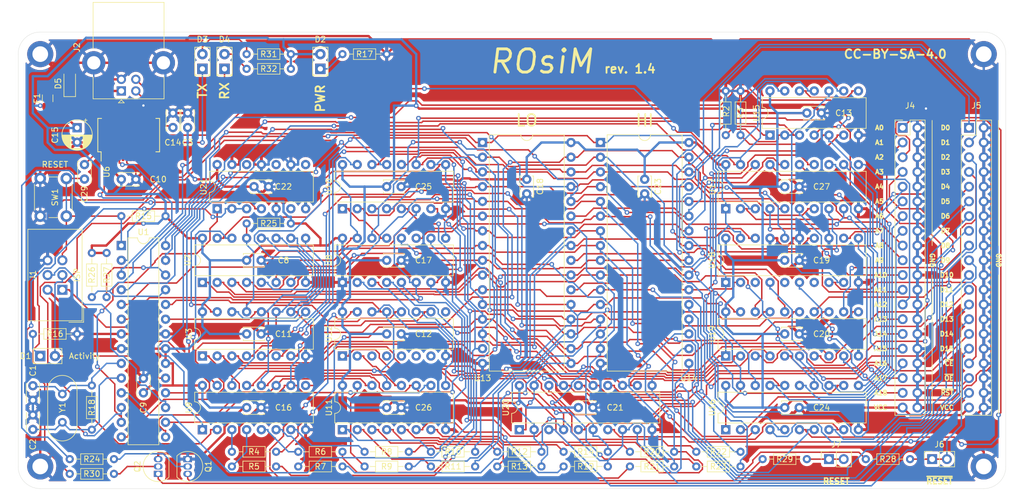
<source format=kicad_pcb>
(kicad_pcb (version 20221018) (generator pcbnew)
  (layers (0 "F.Cu" signal) (31 "B.Cu" signal) (34 "B.Paste" user) (35 "F.Paste" user) (36 "B.SilkS" user "B.Silkscreen") (37 "F.SilkS" user "F.Silkscreen") (38 "B.Mask" user) (39 "F.Mask" user) (44 "Edge.Cuts" user))
  (net 0 "")
  (net 1 "/XTAL1")
  (net 2 "GND")
  (net 3 "/XTAL2")
  (net 4 "/~{RESET}")
  (net 5 "VCC")
  (net 6 "/SCK")
  (net 7 "Net-(D1-Pad1)")
  (net 8 "Net-(D2-Pad1)")
  (net 9 "/MOSI")
  (net 10 "/MISO")
  (net 11 "/TTL-TX")
  (net 12 "/TTL-RX")
  (net 13 "Net-(U2-Pad9)")
  (net 14 "/SIPO_SER")
  (net 15 "/PISO_SER")
  (net 16 "/PISO_CLK")
  (net 17 "/~{SIPO_OE}")
  (net 18 "/SIPO_RCLK")
  (net 19 "/PISO_INH")
  (net 20 "/PISO_SH")
  (net 21 "/~{PISO_CLR}")
  (net 22 "/~{SIPO_CLR}")
  (net 23 "/SIPO_CLK")
  (net 24 "Net-(U3-Pad9)")
  (net 25 "/EXT_A18")
  (net 26 "/EXT_A17")
  (net 27 "/EXT_A16")
  (net 28 "/EXT_A15")
  (net 29 "/EXT_A14")
  (net 30 "/EXT_A13")
  (net 31 "/EXT_A12")
  (net 32 "/EXT_A11")
  (net 33 "/EXT_A10")
  (net 34 "/EXT_A9")
  (net 35 "/EXT_A8")
  (net 36 "/EXT_A7")
  (net 37 "/EXT_A6")
  (net 38 "/EXT_A5")
  (net 39 "/EXT_A4")
  (net 40 "/EXT_A3")
  (net 41 "/EXT_A2")
  (net 42 "/EXT_A1")
  (net 43 "/EXT_A0")
  (net 44 "/~{EXT_RESET}")
  (net 45 "/~{EXT_OE}")
  (net 46 "/~{EXT_CE}")
  (net 47 "/EXT_D15")
  (net 48 "/EXT_D14")
  (net 49 "/EXT_D13")
  (net 50 "/EXT_D12")
  (net 51 "/EXT_D11")
  (net 52 "/EXT_D10")
  (net 53 "/EXT_D9")
  (net 54 "/EXT_D8")
  (net 55 "/EXT_D7")
  (net 56 "/EXT_D6")
  (net 57 "/EXT_D5")
  (net 58 "/EXT_D4")
  (net 59 "/EXT_D3")
  (net 60 "/EXT_D2")
  (net 61 "/EXT_D1")
  (net 62 "/EXT_D0")
  (net 63 "Net-(Q1-Pad2)")
  (net 64 "/~{SRAM_OE_EXT}")
  (net 65 "/~{SRAM_CE_EXT}")
  (net 66 "/SRAM_D0")
  (net 67 "Net-(R4-Pad1)")
  (net 68 "/SRAM_D1")
  (net 69 "Net-(R5-Pad1)")
  (net 70 "/SRAM_D2")
  (net 71 "Net-(R6-Pad1)")
  (net 72 "/SRAM_D3")
  (net 73 "Net-(R7-Pad1)")
  (net 74 "/SRAM_D4")
  (net 75 "Net-(R8-Pad1)")
  (net 76 "/SRAM_D5")
  (net 77 "Net-(R9-Pad1)")
  (net 78 "/SRAM_D6")
  (net 79 "Net-(R10-Pad1)")
  (net 80 "/SRAM_D7")
  (net 81 "Net-(R11-Pad1)")
  (net 82 "/SRAM_D8")
  (net 83 "Net-(R12-Pad1)")
  (net 84 "/SRAM_D9")
  (net 85 "Net-(R13-Pad1)")
  (net 86 "/SRAM_D10")
  (net 87 "Net-(R14-Pad1)")
  (net 88 "/SRAM_D11")
  (net 89 "Net-(R19-Pad1)")
  (net 90 "/SRAM_D12")
  (net 91 "Net-(R20-Pad1)")
  (net 92 "/SRAM_D13")
  (net 93 "Net-(R21-Pad1)")
  (net 94 "/SRAM_D14")
  (net 95 "Net-(R22-Pad1)")
  (net 96 "/SRAM_D15")
  (net 97 "Net-(R23-Pad1)")
  (net 98 "/MCU_RESET")
  (net 99 "/~{SRAM_WE}")
  (net 100 "/~{SRAM_OE_MCU}")
  (net 101 "/~{SRAM_CE_MCU}")
  (net 102 "/~{EXT_EN}")
  (net 103 "/SRAM_A0")
  (net 104 "/SRAM_A7")
  (net 105 "/SRAM_A6")
  (net 106 "/SRAM_A5")
  (net 107 "/SRAM_A4")
  (net 108 "/SRAM_A3")
  (net 109 "/SRAM_A2")
  (net 110 "/SRAM_A1")
  (net 111 "/SRAM_A8")
  (net 112 "/SRAM_A15")
  (net 113 "/SRAM_A14")
  (net 114 "/SRAM_A13")
  (net 115 "/SRAM_A12")
  (net 116 "/SRAM_A11")
  (net 117 "/SRAM_A10")
  (net 118 "/SRAM_A9")
  (net 119 "Net-(U10-Pad1)")
  (net 120 "/SRAM_A16")
  (net 121 "/SRAM_A18")
  (net 122 "Net-(U11-Pad14)")
  (net 123 "/SRAM_A17")
  (net 124 "Net-(U11-Pad9)")
  (net 125 "/~{SRAM_OE}")
  (net 126 "/~{SRAM_CE}")
  (net 127 "Net-(U15-Pad12)")
  (net 128 "/~{EXT_D_EN}")
  (net 129 "/EXT_RESET")
  (net 130 "Net-(Q1-Pad3)")
  (net 131 "Net-(Q2-Pad1)")
  (net 132 "Net-(Q2-Pad2)")
  (net 133 "/ERST")
  (net 134 "/~{ERST}")
  (net 135 "+3V3")
  (net 136 "Net-(D3-Pad2)")
  (net 137 "Net-(D3-Pad1)")
  (net 138 "Net-(D4-Pad2)")
  (net 139 "Net-(D4-Pad1)")
  (net 140 "Net-(J2-Pad3)")
  (net 141 "Net-(J2-Pad2)")
  (net 142 "Net-(C29-Pad1)")
  (net 143 "Net-(D5-Pad2)")
  (net 144 "Net-(D5-Pad1)")
  (footprint "Capacitor_THT:C_Disc_D3.0mm_W2.0mm_P2.50mm" (layer "F.Cu") (at 93.98 118.11 90)
    (fp_text reference "C1")
    (fp_text value "22pF")
  )
  (footprint "Capacitor_THT:C_Disc_D3.0mm_W2.0mm_P2.50mm" (layer "F.Cu") (at 93.98 120.65 -90)
    (fp_text reference "C2")
    (fp_text value "22pF")
  )
  (footprint "Capacitor_THT:C_Disc_D3.4mm_W2.1mm_P2.50mm" (layer "F.Cu") (at 120.65 68.58 -90)
    (fp_text reference "C3")
    (fp_text value "100nF")
  )
  (footprint "Capacitor_THT:C_Disc_D3.4mm_W2.1mm_P2.50mm" (layer "F.Cu") (at 130.81 93.98)
    (fp_text reference "C8")
    (fp_text value "100nF")
  )
  (footprint "Capacitor_THT:C_Disc_D3.4mm_W2.1mm_P2.50mm" (layer "F.Cu") (at 113.03 116.84 90)
    (fp_text reference "C9")
    (fp_text value "100nF")
  )
  (footprint "Capacitor_THT:C_Disc_D3.4mm_W2.1mm_P2.50mm" (layer "F.Cu") (at 109.22 80.01)
    (fp_text reference "C10")
    (fp_text value "100nF")
  )
  (footprint "Capacitor_THT:C_Disc_D3.4mm_W2.1mm_P2.50mm" (layer "F.Cu") (at 130.81 106.68)
    (fp_text reference "C11")
    (fp_text value "100nF")
  )
  (footprint "Capacitor_THT:C_Disc_D3.4mm_W2.1mm_P2.50mm" (layer "F.Cu") (at 154.94 106.68)
    (fp_text reference "C12")
    (fp_text value "100nF")
  )
  (footprint "Capacitor_THT:C_Disc_D3.4mm_W2.1mm_P2.50mm" (layer "F.Cu") (at 118.11 68.58 -90)
    (fp_text reference "C14")
    (fp_text value "100nF")
  )
  (footprint "Capacitor_THT:CP_Radial_D5.0mm_P2.50mm" (layer "F.Cu") (at 101.6 71.12 -90)
    (fp_text reference "C15")
    (fp_text value "10uF")
  )
  (footprint "LED_THT:LED_D2.0mm_W4.8mm_H2.5mm_FlatTop" (layer "F.Cu") (at 95.25 110.49)
    (fp_text reference "D1")
    (fp_text value "DATA_LED")
  )
  (footprint "LED_THT:LED_D2.0mm_W4.8mm_H2.5mm_FlatTop" (layer "F.Cu") (at 143.51 60.96 90)
    (fp_text reference "D2")
    (fp_text value "POWER_LED")
  )
  (footprint "Connector_IDC:IDC-Header_2x03_P2.54mm_Vertical" (layer "F.Cu") (at 99.06 99.06 180)
    (fp_text reference "J1")
    (fp_text value "AVR-ISP-6")
  )
  (footprint "Resistor_THT:R_Axial_DIN0204_L3.6mm_D1.6mm_P7.62mm_Horizontal" (layer "F.Cu") (at 116.84 86.36 180)
    (fp_text reference "R15")
    (fp_text value "10K")
  )
  (footprint "Resistor_THT:R_Axial_DIN0204_L3.6mm_D1.6mm_P7.62mm_Horizontal" (layer "F.Cu") (at 93.98 106.68)
    (fp_text reference "R16")
    (fp_text value "680")
  )
  (footprint "Resistor_THT:R_Axial_DIN0204_L3.6mm_D1.6mm_P7.62mm_Horizontal" (layer "F.Cu") (at 147.32 58.42)
    (fp_text reference "R17")
    (fp_text value "1K")
  )
  (footprint "Resistor_THT:R_Axial_DIN0204_L3.6mm_D1.6mm_P7.62mm_Horizontal" (layer "F.Cu") (at 104.14 123.19 90)
    (fp_text reference "R18")
    (fp_text value "1M")
  )
  (footprint "Button_Switch_THT:SW_PUSH_6mm" (layer "F.Cu") (at 95.25 86.36 90)
    (fp_text reference "SW1")
    (fp_text value "SW_Push")
  )
  (footprint "Package_DIP:DIP-28_W7.62mm" (layer "F.Cu") (at 109.22 91.44)
    (fp_text reference "U1")
    (fp_text value "ATmega328P")
  )
  (footprint "Package_DIP:DIP-16_W7.62mm" (layer "F.Cu") (at 123.19 97.79 90)
    (fp_text reference "U2")
    (fp_text value "74HC595")
  )
  (footprint "Package_DIP:DIP-16_W7.62mm" (layer "F.Cu") (at 123.19 110.49 90)
    (fp_text reference "U3")
    (fp_text value "74HC595")
  )
  (footprint "Crystal:Crystal_HC49-U_Vertical" (layer "F.Cu") (at 99.06 121.92 90)
    (fp_text reference "Y1")
    (fp_text value "20Mhz")
  )
  (footprint "Capacitor_THT:C_Disc_D3.4mm_W2.1mm_P2.50mm" (layer "F.Cu") (at 227.33 68.58)
    (fp_text reference "C13")
    (fp_text value "100nF")
  )
  (footprint "Capacitor_THT:C_Disc_D3.4mm_W2.1mm_P2.50mm" (layer "F.Cu") (at 130.81 119.38)
    (fp_text reference "C16")
    (fp_text value "100nF")
  )
  (footprint "Capacitor_THT:C_Disc_D3.4mm_W2.1mm_P2.50mm" (layer "F.Cu") (at 154.94 93.98)
    (fp_text reference "C17")
    (fp_text value "100nF")
  )
  (footprint "Package_DIP:DIP-16_W7.62mm" (layer "F.Cu") (at 147.32 97.79 90)
    (fp_text reference "U8")
    (fp_text value "74HC166")
  )
  (footprint "Package_DIP:DIP-16_W7.62mm" (layer "F.Cu") (at 123.19 123.19 90)
    (fp_text reference "U9")
    (fp_text value "74HC595")
  )
  (footprint "MountingHole:MountingHole_2.7mm_M2.5_ISO7380_Pad" (layer "F.Cu") (at 95.25 58.42)
    (fp_text reference "H1" hide)
    (fp_text value "MountingHole_Pad")
  )
  (footprint "MountingHole:MountingHole_2.7mm_M2.5_ISO7380_Pad" (layer "F.Cu") (at 257.81 58.42)
    (fp_text reference "H2" hide)
    (fp_text value "MountingHole_Pad")
  )
  (footprint "MountingHole:MountingHole_2.7mm_M2.5_ISO7380_Pad" (layer "F.Cu") (at 95.25 129.54)
    (fp_text reference "H3" hide)
    (fp_text value "MountingHole_Pad")
  )
  (footprint "MountingHole:MountingHole_2.7mm_M2.5_ISO7380_Pad" (layer "F.Cu") (at 257.81 129.54)
    (fp_text reference "H4" hide)
    (fp_text value "MountingHole_Pad")
  )
  (footprint "Capacitor_THT:C_Disc_D3.4mm_W2.1mm_P2.50mm" (layer "F.Cu") (at 179.07 80.01 -90)
    (fp_text reference "C18")
    (fp_text value "100nF")
  )
  (footprint "Capacitor_THT:C_Disc_D3.4mm_W2.1mm_P2.50mm" (layer "F.Cu") (at 223.52 93.98)
    (fp_text reference "C19")
    (fp_text value "100nF")
  )
  (footprint "Capacitor_THT:C_Disc_D3.4mm_W2.1mm_P2.50mm" (layer "F.Cu") (at 223.52 106.68)
    (fp_text reference "C20")
    (fp_text value "100nF")
  )
  (footprint "Capacitor_THT:C_Disc_D3.4mm_W2.1mm_P2.50mm" (layer "F.Cu") (at 187.96 119.38)
    (fp_text reference "C21")
    (fp_text value "100nF")
  )
  (footprint "Capacitor_THT:C_Disc_D3.4mm_W2.1mm_P2.50mm" (layer "F.Cu") (at 132.08 81.28)
    (fp_text reference "C22")
    (fp_text value "100nF")
  )
  (footprint "Capacitor_THT:C_Disc_D3.4mm_W2.1mm_P2.50mm" (layer "F.Cu") (at 199.39 80.01 -90)
    (fp_text reference "C23")
    (fp_text value "100nF")
  )
  (footprint "Capacitor_THT:C_Disc_D3.4mm_W2.1mm_P2.50mm" (layer "F.Cu") (at 223.52 119.38)
    (fp_text reference "C24")
    (fp_text value "100nF")
  )
  (footprint "Capacitor_THT:C_Disc_D3.4mm_W2.1mm_P2.50mm" (layer "F.Cu") (at 154.94 81.28)
    (fp_text reference "C25")
    (fp_text value "100nF")
  )
  (footprint "Capacitor_THT:C_Disc_D3.4mm_W2.1mm_P2.50mm" (layer "F.Cu") (at 154.94 119.38)
    (fp_text reference "C26")
    (fp_text value "100nF")
  )
  (footprint "Capacitor_THT:C_Disc_D3.4mm_W2.1mm_P2.50mm" (layer "F.Cu") (at 223.52 81.28)
    (fp_text reference "C27")
    (fp_text value "100nF")
  )
  (footprint "Connector_PinHeader_2.54mm:PinHeader_2x20_P2.54mm_Vertical" (layer "F.Cu") (at 243.84 71.12)
    (fp_text reference "J4")
    (fp_text value "EXT_ADDR")
  )
  (footprint "Connector_PinHeader_2.54mm:PinHeader_2x20_P2.54mm_Vertical" (layer "F.Cu") (at 255.27 71.12)
    (fp_text reference "J5")
    (fp_text value "EXT_D")
  )
  (footprint "Connector_PinSocket_2.54mm:PinSocket_1x02_P2.54mm_Vertical" (layer "F.Cu") (at 248.92 128.27 90)
    (fp_text reference "J6")
    (fp_text value "External ~{RESET}")
  )
  (footprint "Package_TO_SOT_THT:TO-92_Inline" (layer "F.Cu") (at 120.65 128.27 -90)
    (fp_text reference "Q1")
    (fp_text value "2N3904")
  )
  (footprint "Resistor_THT:R_Axial_DIN0204_L3.6mm_D1.6mm_P7.62mm_Horizontal" (layer "F.Cu") (at 213.36 72.39 90)
    (fp_text reference "R2")
    (fp_text value "10K")
  )
  (footprint "Resistor_THT:R_Axial_DIN0204_L3.6mm_D1.6mm_P7.62mm_Horizontal" (layer "F.Cu") (at 215.9 72.39 90)
    (fp_text reference "R3")
    (fp_text value "10K")
  )
  (footprint "Resistor_THT:R_Axial_DIN0204_L3.6mm_D1.6mm_P7.62mm_Horizontal" (layer "F.Cu") (at 128.27 127)
    (fp_text reference "R4")
    (fp_text value "10K")
  )
  (footprint "Resistor_THT:R_Axial_DIN0204_L3.6mm_D1.6mm_P7.62mm_Horizontal" (layer "F.Cu") (at 128.27 129.54)
    (fp_text reference "R5")
    (fp_text value "10K")
  )
  (footprint "Resistor_THT:R_Axial_DIN0204_L3.6mm_D1.6mm_P7.62mm_Horizontal" (layer "F.Cu") (at 139.7 127)
    (fp_text reference "R6")
    (fp_text value "10K")
  )
  (footprint "Resistor_THT:R_Axial_DIN0204_L3.6mm_D1.6mm_P7.62mm_Horizontal" (layer "F.Cu") (at 139.7 129.54)
    (fp_text reference "R7")
    (fp_text value "10K")
  )
  (footprint "Resistor_THT:R_Axial_DIN0204_L3.6mm_D1.6mm_P7.62mm_Horizontal" (layer "F.Cu") (at 151.13 127)
    (fp_text reference "R8")
    (fp_text value "10K")
  )
  (footprint "Resistor_THT:R_Axial_DIN0204_L3.6mm_D1.6mm_P7.62mm_Horizontal" (layer "F.Cu") (at 151.13 129.54)
    (fp_text reference "R9")
    (fp_text value "10K")
  )
  (footprint "Resistor_THT:R_Axial_DIN0204_L3.6mm_D1.6mm_P7.62mm_Horizontal" (layer "F.Cu") (at 162.56 127)
    (fp_text reference "R10")
    (fp_text value "10K")
  )
  (footprint "Resistor_THT:R_Axial_DIN0204_L3.6mm_D1.6mm_P7.62mm_Horizontal" (layer "F.Cu") (at 162.56 129.54)
    (fp_text reference "R11")
    (fp_text value "10K")
  )
  (footprint "Resistor_THT:R_Axial_DIN0204_L3.6mm_D1.6mm_P7.62mm_Horizontal" (layer "F.Cu") (at 173.99 127)
    (fp_text reference "R12")
    (fp_text value "10K")
  )
  (footprint "Resistor_THT:R_Axial_DIN0204_L3.6mm_D1.6mm_P7.62mm_Horizontal" (layer "F.Cu") (at 173.99 129.54)
    (fp_text reference "R13")
    (fp_text value "10K")
  )
  (footprint "Resistor_THT:R_Axial_DIN0204_L3.6mm_D1.6mm_P7.62mm_Horizontal" (layer "F.Cu") (at 185.42 127)
    (fp_text reference "R14")
    (fp_text value "10K")
  )
  (footprint "Resistor_THT:R_Axial_DIN0204_L3.6mm_D1.6mm_P7.62mm_Horizontal" (layer "F.Cu") (at 185.42 129.54)
    (fp_text reference "R19")
    (fp_text value "10K")
  )
  (footprint "Resistor_THT:R_Axial_DIN0204_L3.6mm_D1.6mm_P7.62mm_Horizontal" (layer "F.Cu") (at 196.85 127)
    (fp_text reference "R20")
    (fp_text value "10K")
  )
  (footprint "Resistor_THT:R_Axial_DIN0204_L3.6mm_D1.6mm_P7.62mm_Horizontal" (layer "F.Cu") (at 196.85 129.54)
    (fp_text reference "R21")
    (fp_text value "10K")
  )
  (footprint "Resistor_THT:R_Axial_DIN0204_L3.6mm_D1.6mm_P7.62mm_Horizontal" (layer "F.Cu") (at 208.28 127)
    (fp_text reference "R22")
    (fp_text value "10K")
  )
  (footprint "Resistor_THT:R_Axial_DIN0204_L3.6mm_D1.6mm_P7.62mm_Horizontal" (layer "F.Cu") (at 208.28 129.54)
    (fp_text reference "R23")
    (fp_text value "10K")
  )
  (footprint "Resistor_THT:R_Axial_DIN0204_L3.6mm_D1.6mm_P7.62mm_Horizontal" (layer "F.Cu") (at 100.33 128.27)
    (fp_text reference "R24")
    (fp_text value "10K")
  )
  (footprint "Package_DIP:DIP-16_W7.62mm" (layer "F.Cu") (at 147.32 85.09 90)
    (fp_text reference "U10")
    (fp_text value "74HC166")
  )
  (footprint "Package_DIP:DIP-16_W7.62mm" (layer "F.Cu") (at 147.32 123.19 90)
    (fp_text reference "U11")
    (fp_text value "74HC595")
  )
  (footprint "Package_DIP:DIP-16_W7.62mm" (layer "F.Cu") (at 147.32 110.49 90)
    (fp_text reference "U12")
    (fp_text value "74HC595")
  )
  (footprint "Package_DIP:DIP-32_W15.24mm" (layer "F.Cu") (at 171.45 73.66)
    (fp_text reference "U13")
    (fp_text value "AS6C4008-55PCN")
  )
  (footprint "Package_DIP:DIP-32_W15.24mm" (layer "F.Cu") (at 191.77 73.66)
    (fp_text reference "U14")
    (fp_text value "AS6C4008-55PCN")
  )
  (footprint "Package_DIP:DIP-14_W7.62mm" (layer "F.Cu") (at 220.98 72.39 90)
    (fp_text reference "U15")
    (fp_text value "74HC32")
  )
  (footprint "Package_DIP:DIP-20_W7.62mm" (layer "F.Cu") (at 213.36 123.19 90)
    (fp_text reference "U16")
    (fp_text value "74HCT244")
  )
  (footprint "Package_DIP:DIP-20_W7.62mm" (layer "F.Cu") (at 213.36 85.09 90)
    (fp_text reference "U17")
    (fp_text value "74HCT244")
  )
  (footprint "Package_DIP:DIP-20_W7.62mm" (layer "F.Cu") (at 213.36 97.79 90)
    (fp_text reference "U18")
    (fp_text value "74HCT244")
  )
  (footprint "Package_DIP:DIP-20_W7.62mm" (layer "F.Cu") (at 213.36 110.49 90)
    (fp_text reference "U19")
    (fp_text value "74HC244")
  )
  (footprint "Package_DIP:DIP-20_W7.62mm" (layer "F.Cu") (at 177.8 123.19 90)
    (fp_text reference "U20")
    (fp_text value "74HC244")
  )
  (footprint "Resistor_THT:R_Axial_DIN0204_L3.6mm_D1.6mm_P7.62mm_Horizontal" (layer "F.Cu") (at 130.81 87.63)
    (fp_text reference "R25")
    (fp_text value "4.7K")
  )
  (footprint "Resistor_THT:R_Axial_DIN0204_L3.6mm_D1.6mm_P7.62mm_Horizontal" (layer "F.Cu") (at 104.14 100.33 90)
    (fp_text reference "R26")
    (fp_text value "4.7K")
  )
  (footprint "Resistor_THT:R_Axial_DIN0204_L3.6mm_D1.6mm_P7.62mm_Horizontal" (layer "F.Cu") (at 106.68 100.33 90)
    (fp_text reference "R27")
    (fp_text value "4.7K")
  )
  (footprint "Connector_PinSocket_2.54mm:PinSocket_1x02_P2.54mm_Vertical" (layer "F.Cu") (at 231.14 128.27 90)
    (fp_text reference "J7")
    (fp_text value "External RESET")
  )
  (footprint "Package_TO_SOT_THT:TO-92_Inline" (layer "F.Cu") (at 115.57 130.81 90)
    (fp_text reference "Q2")
    (fp_text value "2N3906")
  )
  (footprint "Resistor_THT:R_Axial_DIN0204_L3.6mm_D1.6mm_P7.62mm_Horizontal" (layer "F.Cu") (at 237.49 128.27)
    (fp_text reference "R28")
    (fp_text value "10")
  )
  (footprint "Resistor_THT:R_Axial_DIN0204_L3.6mm_D1.6mm_P7.62mm_Horizontal" (layer "F.Cu") (at 219.71 128.27)
    (fp_text reference "R29")
    (fp_text value "10")
  )
  (footprint "Resistor_THT:R_Axial_DIN0204_L3.6mm_D1.6mm_P7.62mm_Horizontal" (layer "F.Cu") (at 100.33 130.81)
    (fp_text reference "R30")
    (fp_text value "10K")
  )
  (footprint "Package_DIP:DIP-14_W7.62mm" (layer "F.Cu") (at 125.73 85.09 90)
    (fp_text reference "U21")
    (fp_text value "74HC04")
  )
  (footprint "LED_THT:LED_D2.0mm_W4.8mm_H2.5mm_FlatTop" (layer "F.Cu") (at 123.19 60.96 90)
    (fp_text reference "D3")
    (fp_text value "TX")
  )
  (footprint "LED_THT:LED_D2.0mm_W4.8mm_H2.5mm_FlatTop" (layer "F.Cu") (at 127 60.96 90)
    (fp_text reference "D4")
    (fp_text value "RX")
  )
  (footprint "Fuse:Fuse_1206_3216Metric" (layer "F.Cu") (at 96.52 66.04 90)
    (fp_text reference "F1")
    (fp_text value "200mA")
  )
  (footprint "Connector_USB:USB_B_Lumberg_2411_02_Horizontal" (layer "F.Cu") (at 109.22 64.77 90)
    (fp_text reference "J2")
    (fp_text value "USB_B")
  )
  (footprint "Resistor_THT:R_Axial_DIN0204_L3.6mm_D1.6mm_P7.62mm_Horizontal" (layer "F.Cu") (at 130.81 58.42)
    (fp_text reference "R31")
    (fp_text value "470")
  )
  (footprint "Resistor_THT:R_Axial_DIN0204_L3.6mm_D1.6mm_P7.62mm_Horizontal" (layer "F.Cu") (at 130.81 60.96)
    (fp_text reference "R32")
    (fp_text value "470")
  )
  (footprint "Package_SO:SSOP-28_5.3x10.2mm_P0.65mm" (layer "F.Cu") (at 110.49 72.39 90)
    (fp_text reference "U6")
    (fp_text value "FT232RL")
  )
  (footprint "Capacitor_THT:C_Disc_D3.4mm_W2.1mm_P2.50mm" (layer "F.Cu") (at 102.87 77.47 -90)
    (fp_text reference "C29")
    (fp_text value "100nF")
  )
  (footprint "Diode_SMD:D_SOD-123" (layer "F.Cu") (at 100.33 63.5 90)
    (fp_text reference "D5")
    (fp_text value "BAT48ZFILM")
  )
  (gr_line (start 248.92 91.44) (end 248.92 69.85) (stroke (width 0.12)) (layer "F.SilkS"))
  (gr_line (start 248.92 96.52) (end 248.92 120.65) (stroke (width 0.12)) (layer "F.SilkS"))
  (gr_line (start 260.35 91.44) (end 260.35 69.85) (stroke (width 0.12)) (layer "F.SilkS"))
  (gr_line (start 260.35 96.52) (end 260.35 120.65) (stroke (width 0.12)) (layer "F.SilkS"))
  (gr_line (start 261.62 129.54) (end 261.62 58.42) (stroke (width 0.05)) (layer "Edge.Cuts"))
  (gr_arc (start 261.62 129.54) (mid 260.504077 132.234077) (end 257.81 133.35) (stroke (width 0.05)) (layer "Edge.Cuts"))
  (gr_arc (start 95.25 133.35) (mid 92.555923 132.234077) (end 91.44 129.54) (stroke (width 0.05)) (layer "Edge.Cuts"))
  (gr_line (start 91.44 58.42) (end 91.44 129.54) (stroke (width 0.05)) (layer "Edge.Cuts"))
  (gr_arc (start 257.81 54.61) (mid 260.504077 55.725923) (end 261.62 58.42) (stroke (width 0.05)) (layer "Edge.Cuts"))
  (gr_line (start 257.81 54.61) (end 95.25 54.61) (stroke (width 0.05)) (layer "Edge.Cuts"))
  (gr_line (start 95.25 133.35) (end 257.81 133.35) (stroke (width 0.05)) (layer "Edge.Cuts"))
  (gr_arc (start 91.44 58.42) (mid 92.555923 55.725923) (end 95.25 54.61) (stroke (width 0.05)) (layer "Edge.Cuts"))
  (gr_text "RESET" (at 232.41 132.08) (layer "F.SilkS") (effects (font (size 1 1) (thickness 0.25))))
  (gr_text "A1 " (at 241.3 73.66) (layer "F.SilkS") (effects (font (size 0.8 0.8) (thickness 0.2)) (justify right)))
  (gr_text "A2 " (at 241.3 76.2) (layer "F.SilkS") (effects (font (size 0.8 0.8) (thickness 0.2)) (justify right)))
  (gr_text "A3 " (at 241.3 78.74) (layer "F.SilkS") (effects (font (size 0.8 0.8) (thickness 0.2)) (justify right)))
  (gr_text "A4 " (at 241.3 81.28) (layer "F.SilkS") (effects (font (size 0.8 0.8) (thickness 0.2)) (justify right)))
  (gr_text "A5 " (at 241.3 83.82) (layer "F.SilkS") (effects (font (size 0.8 0.8) (thickness 0.2)) (justify right)))
  (gr_text "A6 " (at 241.3 86.36) (layer "F.SilkS") (effects (font (size 0.8 0.8) (thickness 0.2)) (justify right)))
  (gr_text "A7 " (at 241.3 88.9) (layer "F.SilkS") (effects (font (size 0.8 0.8) (thickness 0.2)) (justify right)))
  (gr_text "A8 " (at 241.3 91.44) (layer "F.SilkS") (effects (font (size 0.8 0.8) (thickness 0.2)) (justify right)))
  (gr_text "A9 " (at 241.3 93.98) (layer "F.SilkS") (effects (font (size 0.8 0.8) (thickness 0.2)) (justify right)))
  (gr_text "A10" (at 241.3 96.52) (layer "F.SilkS") (effects (font (size 0.8 0.8) (thickness 0.2)) (justify right)))
  (gr_text "A11" (at 241.3 99.06) (layer "F.SilkS") (effects (font (size 0.8 0.8) (thickness 0.2)) (justify right)))
  (gr_text "A12" (at 241.3 101.6) (layer "F.SilkS") (effects (font (size 0.8 0.8) (thickness 0.2)) (justify right)))
  (gr_text "A13" (at 241.3 104.14) (layer "F.SilkS") (effects (font (size 0.8 0.8) (thickness 0.2)) (justify right)))
  (gr_text "A14" (at 241.3 106.68) (layer "F.SilkS") (effects (font (size 0.8 0.8) (thickness 0.2)) (justify right)))
  (gr_text "A15" (at 241.3 109.22) (layer "F.SilkS") (effects (font (size 0.8 0.8) (thickness 0.2)) (justify right)))
  (gr_text "A16" (at 241.3 111.76) (layer "F.SilkS") (effects (font (size 0.8 0.8) (thickness 0.2)) (justify right)))
  (gr_text "A17" (at 241.3 114.3) (layer "F.SilkS") (effects (font (size 0.8 0.8) (thickness 0.2)) (justify right)))
  (gr_text "A18" (at 241.3 116.84) (layer "F.SilkS") (effects (font (size 0.8 0.8) (thickness 0.2)) (justify right)))
  (gr_text "VCC" (at 241.3 119.38) (layer "F.SilkS") (effects (font (size 0.8 0.8) (thickness 0.2)) (justify right)))
  (gr_text "VCC" (at 252.73 119.38) (layer "F.SilkS") (effects (font (size 0.8 0.8) (thickness 0.2)) (justify right)))
  (gr_text "GND" (at 248.92 93.98 270) (layer "F.SilkS") (effects (font (size 0.8 0.8) (thickness 0.2))))
  (gr_text "GND" (at 260.35 93.98 270) (layer "F.SilkS") (effects (font (size 0.8 0.8) (thickness 0.2))))
  (gr_text "D0 " (at 252.73 71.12) (layer "F.SilkS") (effects (font (size 0.8 0.8) (thickness 0.2)) (justify right)))
  (gr_text "D1 " (at 252.73 73.66) (layer "F.SilkS") (effects (font (size 0.8 0.8) (thickness 0.2)) (justify right)))
  (gr_text "D2 " (at 252.73 76.2) (layer "F.SilkS") (effects (font (size 0.8 0.8) (thickness 0.2)) (justify right)))
  (gr_text "D3 " (at 252.73 78.74) (layer "F.SilkS") (effects (font (size 0.8 0.8) (thickness 0.2)) (justify right)))
  (gr_text "D4 " (at 252.73 81.28) (layer "F.SilkS") (effects (font (size 0.8 0.8) (thickness 0.2)) (justify right)))
  (gr_text "D5 " (at 252.73 83.82) (layer "F.SilkS") (effects (font (size 0.8 0.8) (thickness 0.2)) (justify right)))
  (gr_text "D6 " (at 252.73 86.36) (layer "F.SilkS") (effects (font (size 0.8 0.8) (thickness 0.2)) (justify right)))
  (gr_text "D7 " (at 252.73 88.9) (layer "F.SilkS") (effects (font (size 0.8 0.8) (thickness 0.2)) (justify right)))
  (gr_text "D8 " (at 252.73 91.44) (layer "F.SilkS") (effects (font (size 0.8 0.8) (thickness 0.2)) (justify right)))
  (gr_text "D9 " (at 252.73 93.98) (layer "F.SilkS") (effects (font (size 0.8 0.8) (thickness 0.2)) (justify right)))
  (gr_text "D10" (at 252.73 96.52) (layer "F.SilkS") (effects (font (size 0.8 0.8) (thickness 0.2)) (justify right)))
  (gr_text "D11" (at 252.73 99.06) (layer "F.SilkS") (effects (font (size 0.8 0.8) (thickness 0.2)) (justify right)))
  (gr_text "D12" (at 252.73 101.6) (layer "F.SilkS") (effects (font (size 0.8 0.8) (thickness 0.2)) (justify right)))
  (gr_text "D13" (at 252.73 104.14) (layer "F.SilkS") (effects (font (size 0.8 0.8) (thickness 0.2)) (justify right)))
  (gr_text "D14" (at 252.73 106.68) (layer "F.SilkS") (effects (font (size 0.8 0.8) (thickness 0.2)) (justify right)))
  (gr_text "D15" (at 252.73 109.22) (layer "F.SilkS") (effects (font (size 0.8 0.8) (thickness 0.2)) (justify right)))
  (gr_text "~{CE}" (at 252.73 111.76) (layer "F.SilkS") (effects (font (size 0.8 0.8) (thickness 0.2)) (justify right)))
  (gr_text "~{OE}" (at 252.73 114.3) (layer "F.SilkS") (effects (font (size 0.8 0.8) (thickness 0.2)) (justify right)))
  (gr_text "~{RST}" (at 252.73 116.84) (layer "F.SilkS") (effects (font (size 0.8 0.8) (thickness 0.2)) (justify right)))
  (gr_text "HI" (at 199.39 69.85) (layer "F.SilkS") (effects (font (size 2 2) (thickness 0.3))))
  (gr_text "RX" (at 127 64.77 90) (layer "F.SilkS") (effects (font (size 1.5 1.5) (thickness 0.3))))
  (gr_text "PWR" (at 143.51 63.5 90) (layer "F.SilkS") (effects (font (size 1.5 1.5) (thickness 0.3)) (justify right)))
  (gr_text "ROsiM" (at 181.61 59.69) (layer "F.SilkS") (effects (font (size 4 4) (thickness 0.5) italic)))
  (gr_text "LO" (at 179.07 69.85) (layer "F.SilkS") (effects (font (size 2 2) (thickness 0.3))))
  (gr_text "rev. 1.4" (at 196.85 60.96) (layer "F.SilkS") (effects (font (size 1.5 1.5) (thickness 0.3))))
  (gr_text "~{RESET}" (at 250.19 132.08) (layer "F.SilkS") (effects (font (size 1 1) (thickness 0.25))))
  (gr_text "A0 " (at 241.3 71.12) (layer "F.SilkS") (effects (font (size 0.8 0.8) (thickness 0.2)) (justify right)))
  (gr_text "Activity" (at 102.87 110.49) (layer "F.SilkS") (effects (font (size 1 1))))
  (gr_text "CC-BY-SA-4.0" (at 242.57 58.42) (layer "F.SilkS") (effects (font (size 1.5 1.5) (thickness 0.3))))
  (gr_text "ISP" (at 101.6 96.52 90) (layer "F.SilkS") (effects (font (size 1 1))))
  (gr_text "RESET" (at 97.79 77.47) (layer "F.SilkS") (effects (font (size 1 1))))
  (gr_text "TX" (at 123.19 64.77 90) (layer "F.SilkS") (effects (font (size 1.5 1.5) (thickness 0.3))))
  (segment (start 104.14 115.57) (end 104.14 114.3) (width 0.25) (layer "B.Cu") (net 1))
  (segment (start 94.14 115.77) (end 93.98 115.61) (width 0.25) (layer "B.Cu") (net 1))
  (segment (start 104.14 114.3) (end 106.68 111.76) (width 0.25) (layer "B.Cu") (net 1))
  (segment (start 97.79 115.77) (end 94.14 115.77) (width 0.25) (layer "B.Cu") (net 1))
  (segment (start 99.06 117.04) (end 97.79 115.77) (width 0.25) (layer "B.Cu") (net 1))
  (segment (start 106.68 111.76) (end 109.22 111.76) (width 0.25) (layer "B.Cu") (net 1))
  (segment (start 104.14 115.57) (end 100.53 115.57) (width 0.25) (layer "B.Cu") (net 1))
  (segment (start 100.53 115.57) (end 99.06 117.04) (width 0.25) (layer "B.Cu") (net 1))
  (segment (start 148.57 97.79) (end 148.57 97.2429) (width 0.4) (layer "F.Cu") (net 2))
  (segment (start 224.81 90.17) (end 224.81 90.717) (width 0.4) (layer "F.Cu") (net 2))
  (segment (start 228.421 67.1713) (end 219.452 67.1713) (width 0.4) (layer "F.Cu") (net 2))
  (segment (start 110.815 70.175) (end 110.815 68.79) (width 0.25) (layer "F.Cu") (net 2))
  (segment (start 215.9 55.88) (end 255.27 55.88) (width 0.4) (layer "F.Cu") (net 2))
  (segment (start 107.33 62.77) (end 109.22 62.77) (width 0.4) (layer "F.Cu") (net 2))
  (segment (start 229.83 68.58) (end 228.421 67.1713) (width 0.4) (layer "F.Cu") (net 2))
  (segment (start 107.565 68.79) (end 108.215 68.79) (width 0.25) (layer "F.Cu") (net 2))
  (segment (start 130.31 76.1624) (end 129.52 76.9519) (width 0.4) (layer "F.Cu") (net 2))
  (segment (start 118.11 68.58) (end 120.65 68.58) (width 0.4) (layer "F.Cu") (net 2))
  (segment (start 108.215 68.79) (end 108.215 72.655) (width 0.25) (layer "F.Cu") (net 2))
  (segment (start 213.36 64.77) (end 213.36 58.42) (width 0.4) (layer "F.Cu") (net 2))
  (segment (start 109.22 109.22) (end 105.29 109.22) (width 0.4) (layer "F.Cu") (net 2))
  (segment (start 247.855 67.8064) (end 248.424 67.8064) (width 0.4) (layer "F.Cu") (net 2))
  (segment (start 185.67 117.592) (end 188.672 117.592) (width 0.4) (layer "F.Cu") (net 2))
  (segment (start 132.848 119.38) (end 129.54 122.688) (width 0.4) (layer "F.Cu") (net 2))
  (segment (start 248.424 67.8064) (end 257.81 58.42) (width 0.4) (layer "F.Cu") (net 2))
  (segment (start 148.57 97.2429) (end 149.462 96.3509) (width 0.4) (layer "F.Cu") (net 2))
  (segment (start 132.1 76.923) (end 131.339 76.1624) (width 0.4) (layer "F.Cu") (net 2))
  (segment (start 255.27 55.88) (end 257.81 58.42) (width 0.4) (layer "F.Cu") (net 2))
  (segment (start 254 123.19) (end 236.22 123.19) (width 0.4) (layer "F.Cu") (net 2))
  (segment (start 95.25 121.92) (end 95.25 129.54) (width 0.4) (layer "F.Cu") (net 2))
  (segment (start 165.1 110.49) (end 168.93 110.49) (width 0.4) (layer "F.Cu") (net 2))
  (segment (start 119.38 105.39) (end 118.09 106.68) (width 0.4) (layer "F.Cu") (net 2))
  (segment (start 129.52 76.9519) (end 129.52 77.47) (width 0.4) (layer "F.Cu") (net 2))
  (segment (start 157.48 55.88) (end 154.94 58.42) (width 0.4) (layer "F.Cu") (net 2))
  (segment (start 224.81 90.717) (end 224.096 91.4302) (width 0.4) (layer "F.Cu") (net 2))
  (segment (start 93.98 120.65) (end 95.25 121.92) (width 0.4) (layer "F.Cu") (net 2))
  (segment (start 171.45 111.76) (end 180.884 111.76) (width 0.4) (layer "F.Cu") (net 2))
  (segment (start 125.043 128.27) (end 120.65 128.27) (width 0.4) (layer "F.Cu") (net 2))
  (segment (start 217.05 64.77) (end 215.9 64.77) (width 0.4) (layer "F.Cu") (net 2))
  (segment (start 188.672 117.592) (end 190.46 119.38) (width 0.4) (layer "F.Cu") (net 2))
  (segment (start 226.06 90.17) (end 224.81 90.17) (width 0.4) (layer "F.Cu") (net 2))
  (segment (start 149.462 96.3509) (end 155.069 96.3509) (width 0.4) (layer "F.Cu") (net 2))
  (segment (start 112.765 70.855) (end 112.5 71.12) (width 0.25) (layer "F.Cu") (net 2))
  (segment (start 96.22 59.39) (end 95.25 58.42) (width 0.4) (layer "F.Cu") (net 2))
  (segment (start 254 123.19) (end 257.81 127) (width 0.4) (layer "F.Cu") (net 2))
  (segment (start 110.165 74.605) (end 110.165 75.99) (width 0.25) (layer "F.Cu") (net 2))
  (segment (start 99.06 73.66) (end 95.25 77.47) (width 0.4) (layer "F.Cu") (net 2))
  (segment (start 155.069 96.3509) (end 157.44 93.98) (width 0.4) (layer "F.Cu") (net 2))
  (segment (start 133.35 77.47) (end 132.1 77.47) (width 0.4) (layer "F.Cu") (net 2))
  (segment (start 132.02 105.39) (end 119.38 105.39) (width 0.4) (layer "F.Cu") (net 2))
  (segment (start 213.36 58.42) (end 210.82 55.88) (width 0.4) (layer "F.Cu") (net 2))
  (segment (start 104.47 59.91) (end 107.33 62.77) (width 0.4) (layer "F.Cu") (net 2))
  (segment (start 135.89 82.59) (end 134.58 81.28) (width 0.4) (layer "F.Cu") (net 2))
  (segment (start 108.215 72.655) (end 110.165 74.605) (width 0.25) (layer "F.Cu") (net 2))
  (segment (start 112.5 71.12) (end 111.76 71.12) (width 0.25) (layer "F.Cu") (net 2))
  (segment (start 133.31 119.38) (end 132.848 119.38) (width 0.4) (layer "F.Cu") (net 2))
  (segment (start 101.6 73.66) (end 104.14 73.66) (width 0.4) (layer "F.Cu") (net 2))
  (segment (start 222.972 91.4302) (end 222.23 90.6881) (width 0.4) (layer "F.Cu") (net 2))
  (segment (start 222.23 90.17) (end 220.98 90.17) (width 0.4) (layer "F.Cu") (net 2))
  (segment (start 147.32 97.79) (end 148.57 97.79) (width 0.4) (layer "F.Cu") (net 2))
  (segment (start 111.76 71.12) (end 110.815 70.175) (width 0.25) (layer "F.Cu") (net 2))
  (segment (start 121.075 55.305) (end 151.825 55.305) (width 0.4) (layer "F.Cu") (net 2))
  (segment (start 112.765 68.79) (end 112.765 70.855) (width 0.25) (layer "F.Cu") (net 2))
  (segment (start 104.14 73.66) (end 105.145 72.655) (width 0.4) (layer "F.Cu") (net 2))
  (segment (start 257.81 119.38) (end 254 123.19) (width 0.4) (layer "F.Cu") (net 2))
  (segment (start 224.096 91.4302) (end 222.972 91.4302) (width 0.4) (layer "F.Cu") (net 2))
  (segment (start 170.2 111.76) (end 171.45 111.76) (width 0.4) (layer "F.Cu") (net 2))
  (segment (start 210.82 55.88) (end 157.48 55.88) (width 0.4) (layer "F.Cu") (net 2))
  (segment (start 257.81 127) (end 257.81 129.54) (width 0.4) (layer "F.Cu") (net 2))
  (segment (start 102.75 106.68) (end 101.6 106.68) (width 0.4) (layer "F.Cu") (net 2))
  (segment (start 105.29 109.22) (end 102.75 106.68) (width 0.4) (layer "F.Cu") (net 2))
  (segment (start 96.22 59.39) (end 95.25 58.42) (width 0.4) (layer "F.Cu") (net 2))
  (segment (start 133.31 106.68) (end 132.02 105.39) (width 0.4) (layer "F.Cu") (net 2))
  (segment (start 168.93 110.49) (end 170.2 111.76) (width 0.4) (layer "F.Cu") (net 2))
  (segment (start 112.765 68.79) (end 112.765 67.5454) (width 0.25) (layer "F.Cu") (net 2))
  (segment (start 222.23 90.6881) (end 222.23 90.17) (width 0.4) (layer "F.Cu") (net 2))
  (segment (start 180.884 111.76) (end 184.15 115.026) (width 0.4) (layer "F.Cu") (net 2))
  (segment (start 104.47 59.91) (end 96.74 59.91) (width 0.4) (layer "F.Cu") (net 2))
  (segment (start 219.452 67.1713) (end 217.05 64.77) (width 0.4) (layer "F.Cu") (net 2))
  (segment (start 140.97 97.79) (end 147.32 97.79) (width 0.4) (layer "F.Cu") (net 2))
  (segment (start 104.47 59.91) (end 116.47 59.91) (width 0.4) (layer "F.Cu") (net 2))
  (segment (start 184.15 116.072) (end 185.67 117.592) (width 0.4) (layer "F.Cu") (net 2))
  (segment (start 116.47 59.91) (end 121.075 55.305) (width 0.4) (layer "F.Cu") (net 2))
  (segment (start 118.09 106.68) (end 116.84 106.68) (width 0.4) (layer "F.Cu") (net 2))
  (segment (start 105.145 72.655) (end 108.215 72.655) (width 0.4) (layer "F.Cu") (net 2))
  (segment (start 151.825 55.305) (end 154.94 58.42) (width 0.4) (layer "F.Cu") (net 2))
  (segment (start 129.54 123.773) (end 125.043 128.27) (width 0.4) (layer "F.Cu") (net 2))
  (segment (start 184.15 115.026) (end 184.15 116.072) (width 0.4) (layer "F.Cu") (net 2))
  (segment (start 112.765 67.5454) (end 113.024 67.2866) (width 0.25) (layer "F.Cu") (net 2))
  (segment (start 110.165 75.99) (end 110.165 77.145) (width 0.25) (layer "F.Cu") (net 2))
  (segment (start 213.36 58.42) (end 215.9 55.88) (width 0.4) (layer "F.Cu") (net 2))
  (segment (start 129.52 77.47) (end 128.27 77.47) (width 0.4) (layer "F.Cu") (net 2))
  (segment (start 129.54 122.688) (end 129.54 123.773) (width 0.4) (layer "F.Cu") (net 2))
  (segment (start 95.25 77.47) (end 95.25 79.86) (width 0.4) (layer "F.Cu") (net 2))
  (segment (start 96.74 59.91) (end 96.22 59.39) (width 0.4) (layer "F.Cu") (net 2))
  (segment (start 135.89 85.09) (end 135.89 82.59) (width 0.4) (layer "F.Cu") (net 2))
  (segment (start 110.165 77.145) (end 111.72 78.7) (width 0.25) (layer "F.Cu") (net 2))
  (segment (start 132.1 77.47) (end 132.1 76.923) (width 0.4) (layer "F.Cu") (net 2))
  (segment (start 101.6 73.66) (end 99.06 73.66) (width 0.4) (layer "F.Cu") (net 2))
  (segment (start 111.72 78.7) (end 111.72 80.01) (width 0.25) (layer "F.Cu") (net 2))
  (segment (start 131.339 76.1624) (end 130.31 76.1624) (width 0.4) (layer "F.Cu") (net 2))
  (via (at 247.855 67.8064) (size 0.8) (drill 0.4) (layers "F.Cu" "B.Cu") (net 2))
  (via (at 113.024 67.2866) (size 0.8) (drill 0.4) (layers "F.Cu" "B.Cu") (net 2))
  (segment (start 165.1 107.95) (end 165.1 110.49) (width 0.4) (layer "B.Cu") (net 2))
  (segment (start 246.38 111.76) (end 246.38 114.3) (width 0.4) (layer "B.Cu") (net 2))
  (segment (start 92.6496 115.165) (end 92.6496 116.78) (width 0.4) (layer "B.Cu") (net 2))
  (segment (start 139.68 119.38) (end 139.7 119.38) (width 0.4) (layer "B.Cu") (net 2))
  (segment (start 231.14 88.9197) (end 231.14 90.17) (width 0.4) (layer "B.Cu") (net 2))
  (segment (start 234.95 119.38) (end 236.22 120.65) (width 0.4) (layer "B.Cu") (net 2))
  (segment (start 140.97 83.82) (end 140.97 85.09) (width 0.4) (layer "B.Cu") (net 2))
  (segment (start 157.44 93.98) (end 161.29 93.98) (width 0.4) (layer "B.Cu") (net 2))
  (segment (start 229.89 81.28) (end 229.89 87.6693) (width 0.4) (layer "B.Cu") (net 2))
  (segment (start 257.81 116.84) (end 257.81 119.38) (width 0.4) (layer "B.Cu") (net 2))
  (segment (start 147.32 100.373) (end 144.22 103.473) (width 0.4) (layer "B.Cu") (net 2))
  (segment (start 93.98 120.65) (end 93.98 118.11) (width 0.4) (layer "B.Cu") (net 2))
  (segment (start 139.68 113.03) (end 139.68 119.38) (width 0.4) (layer "B.Cu") (net 2))
  (segment (start 165.1 85.09) (end 165.1 86.3403) (width 0.4) (layer "B.Cu") (net 2))
  (segment (start 104.47 59.91) (end 104.47 70.79) (width 0.25) (layer "B.Cu") (net 2))
  (segment (start 113.03 110.49) (end 113.03 107.95) (width 0.4) (layer "B.Cu") (net 2))
  (segment (start 257.81 83.82) (end 257.81 86.36) (width 0.4) (layer "B.Cu") (net 2))
  (segment (start 257.81 106.68) (end 257.81 109.22) (width 0.4) (layer "B.Cu") (net 2))
  (segment (start 155.838 120.982) (end 157.44 119.38) (width 0.4) (layer "B.Cu") (net 2))
  (segment (start 226.02 81.28) (end 229.89 81.28) (width 0.4) (layer "B.Cu") (net 2))
  (segment (start 246.38 96.52) (end 246.38 99.06) (width 0.4) (layer "B.Cu") (net 2))
  (segment (start 231.621 93.4992) (end 231.14 93.98) (width 0.4) (layer "B.Cu") (net 2))
  (segment (start 236.22 69.85) (end 236.22 72.39) (width 0.4) (layer "B.Cu") (net 2))
  (segment (start 257.81 71.12) (end 257.81 58.42) (width 0.4) (layer "B.Cu") (net 2))
  (segment (start 104.47 70.79) (end 101.6 73.66) (width 0.25) (layer "B.Cu") (net 2))
  (segment (start 246.38 109.22) (end 246.38 111.76) (width 0.4) (layer "B.Cu") (net 2))
  (segment (start 179.07 82.51) (end 179.07 110.49) (width 0.4) (layer "B.Cu") (net 2))
  (segment (start 226.02 93.98) (end 226.592 93.98) (width 0.4) (layer "B.Cu") (net 2))
  (segment (start 234.95 68.58) (end 236.22 69.85) (width 0.4) (layer "B.Cu") (net 2))
  (segment (start 96.52 84.38) (end 96.52 93.98) (width 0.4) (layer "B.Cu") (net 2))
  (segment (start 133.35 77.47) (end 134.6 77.47) (width 0.4) (layer "B.Cu") (net 2))
  (segment (start 226.02 119.38) (end 234.95 119.38) (width 0.4) (layer "B.Cu") (net 2))
  (segment (start 161.29 93.98) (end 163.83 93.98) (width 0.4) (layer "B.Cu") (net 2))
  (segment (start 226.02 106.68) (end 234.95 106.68) (width 0.4) (layer "B.Cu") (net 2))
  (segment (start 95.25 83.11) (end 96.52 84.38) (width 0.4) (layer "B.Cu") (net 2))
  (segment (start 246.38 71.12) (end 246.38 69.8379) (width 0.4) (layer "B.Cu") (net 2))
  (segment (start 165.1 95.25) (end 165.1 97.79) (width 0.4) (layer "B.Cu") (net 2))
  (segment (start 161.29 89.0879) (end 161.29 93.98) (width 0.4) (layer "B.Cu") (net 2))
  (segment (start 144.4225 71.7119) (end 147.6376 71.7119) (width 0.4) (layer "B.Cu") (net 2))
  (segment (start 246.38 83.82) (end 246.38 86.36) (width 0.4) (layer "B.Cu") (net 2))
  (segment (start 164.038 86.3403) (end 161.29 89.0879) (width 0.4) (layer "B.Cu") (net 2))
  (segment (start 190.46 119.38) (end 191.77 119.38) (width 0.4) (layer "B.Cu") (net 2))
  (segment (start 157.44 119.38) (end 163.81 119.38) (width 0.4) (layer "B.Cu") (net 2))
  (segment (start 139.7 119.38) (end 140.97 120.65) (width 0.4) (layer "B.Cu") (net 2))
  (segment (start 116.817 67.2866) (end 118.11 68.58) (width 0.25) (layer "B.Cu") (net 2))
  (segment (start 165.1 86.3403) (end 164.038 86.3403) (width 0.4) (layer "B.Cu") (net 2))
  (segment (start 157.44 106.68) (end 163.83 106.68) (width 0.4) (layer "B.Cu") (net 2))
  (segment (start 95.25 79.86) (end 95.25 83.11) (width 0.4) (layer "B.Cu") (net 2))
  (segment (start 177.8 111.76) (end 171.45 111.76) (width 0.4) (layer "B.Cu") (net 2))
  (segment (start 140.97 95.25) (end 140.97 97.79) (width 0.4) (layer "B.Cu") (net 2))
  (segment (start 246.38 101.6) (end 246.38 104.14) (width 0.4) (layer "B.Cu") (net 2))
  (segment (start 246.38 91.44) (end 246.38 93.98) (width 0.4) (layer "B.Cu") (net 2))
  (segment (start 246.38 93.98) (end 246.38 96.52) (width 0.4) (layer "B.Cu") (net 2))
  (segment (start 199.39 82.51) (end 199.39 110.49) (width 0.4) (layer "B.Cu") (net 2))
  (segment (start 236.22 99.0403) (end 234.95 100.31) (width 0.4) (layer "B.Cu") (net 2))
  (segment (start 246.38 73.66) (end 246.38 76.2) (width 0.4) (layer "B.Cu") (net 2))
  (segment (start 246.38 78.74) (end 246.38 81.28) (width 0.4) (layer "B.Cu") (net 2))
  (segment (start 154.94 64.4095) (end 154.94 58.42) (width 0.4) (layer "B.Cu") (net 2))
  (segment (start 135.289999 76.219999) (end 137.179999 76.219999) (width 0.4) (layer "B.Cu") (net 2))
  (segment (start 140.97 120.982) (end 140.97 123.19) (width 0.4) (layer "B.Cu") (net 2))
  (segment (start 163.81 113.03) (end 165.1 111.74) (width 0.4) (layer "B.Cu") (net 2))
  (segment (start 140.97 120.65) (end 140.97 120.982) (width 0.4) (layer "B.Cu") (net 2))
  (segment (start 144.22 104.665) (end 141.262 107.623) (width 0.4) (layer "B.Cu") (net 2))
  (segment (start 236.22 120.65) (end 236.22 123.19) (width 0.4) (layer "B.Cu") (net 2))
  (segment (start 247.855 68.3231) (end 247.855 67.8064) (width 0.4) (layer "B.Cu") (net 2))
  (segment (start 236.22 82.55) (end 236.22 85.09) (width 0.4) (layer "B.Cu") (net 2))
  (segment (start 140.643 107.623) (end 140.97 107.95) (width 0.4) (layer "B.Cu") (net 2))
  (segment (start 157.44 81.28) (end 163.83 81.28) (width 0.4) (layer "B.Cu") (net 2))
  (segment (start 163.83 119.38) (end 165.1 120.65) (width 0.4) (layer "B.Cu") (net 2))
  (segment (start 234.95 93.98) (end 236.22 95.25) (width 0.4) (layer "B.Cu") (net 2))
  (segment (start 163.83 81.28) (end 165.1 82.55) (width 0.4) (layer "B.Cu") (net 2))
  (segment (start 134.6 76.909998) (end 135.289999 76.219999) (width 0.4) (layer "B.Cu") (net 2))
  (segment (start 246.38 116.84) (end 246.38 119.38) (width 0.4) (layer "B.Cu") (net 2))
  (segment (start 140.97 107.95) (end 140.97 110.49) (width 0.4) (layer "B.Cu") (net 2))
  (segment (start 199.39 110.49) (end 198.12 111.76) (width 0.4) (layer "B.Cu") (net 2))
  (segment (start 198.12 111.76) (end 191.77 111.76) (width 0.4) (layer "B.Cu") (net 2))
  (segment (start 165.1 111.74) (end 165.1 110.49) (width 0.4) (layer "B.Cu") (net 2))
  (segment (start 226.592 93.98) (end 226.06 93.4482) (width 0.4) (layer "B.Cu") (net 2))
  (segment (start 231.14 93.98) (end 234.95 93.98) (width 0.4) (layer "B.Cu") (net 2))
  (segment (start 140.97 120.982) (end 155.838 120.982) (width 0.4) (layer "B.Cu") (net 2))
  (segment (start 246.38 99.06) (end 246.38 101.6) (width 0.4) (layer "B.Cu") (net 2))
  (segment (start 246.38 106.68) (end 246.38 109.22) (width 0.4) (layer "B.Cu") (net 2))
  (segment (start 257.81 73.66) (end 257.81 76.2) (width 0.4) (layer "B.Cu") (net 2))
  (segment (start 92.8053 97.6947) (end 92.8053 112.109) (width 0.4) (layer "B.Cu") (net 2))
  (segment (start 229.89 68.58) (end 234.95 68.58) (width 0.4) (layer "B.Cu") (net 2))
  (segment (start 246.38 114.3) (end 246.38 116.84) (width 0.4) (layer "B.Cu") (net 2))
  (segment (start 257.81 104.14) (end 257.81 106.68) (width 0.4) (layer "B.Cu") (net 2))
  (segment (start 133.31 93.98) (end 139.7 93.98) (width 0.4) (layer "B.Cu") (net 2))
  (segment (start 137.16 81.28) (end 138.43 81.28) (width 0.4) (layer "B.Cu") (net 2))
  (segment (start 257.81 76.2) (end 257.81 78.74) (width 0.4) (layer "B.Cu") (net 2))
  (segment (start 133.31 106.68) (end 139.7 106.68) (width 0.4) (layer "B.Cu") (net 2))
  (segment (start 231.14 91.4203) (end 231.621 91.9011) (width 0.4) (layer "B.Cu") (net 2))
  (segment (start 137.16 81.28) (end 134.58 81.28) (width 0.4) (layer "B.Cu") (net 2))
  (segment (start 139.7 106.68) (end 140.643 107.623) (width 0.4) (layer "B.Cu") (net 2))
  (segment (start 147.32 97.79) (end 147.32 100.373) (width 0.4) (layer "B.Cu") (net 2))
  (segment (start 236.22 97.79) (end 236.22 99.0403) (width 0.4) (layer "B.Cu") (net 2))
  (segment (start 246.38 71.12) (end 246.38 73.66) (width 0.4) (layer "B.Cu") (net 2))
  (segment (start 257.81 88.9) (end 257.81 91.44) (width 0.4) (layer "B.Cu") (net 2))
  (segment (start 113.03 107.95) (end 114.3 106.68) (width 0.4) (layer "B.Cu") (net 2))
  (segment (start 144.22 103.473) (end 144.22 104.665) (width 0.4) (layer "B.Cu") (net 2))
  (segment (start 101.6 106.68) (end 101.6 108.59) (width 0.4) (layer "B.Cu") (net 2))
  (segment (start 226.592 93.98) (end 231.14 93.98) (width 0.4) (layer "B.Cu") (net 2))
  (segment (start 139.7 93.98) (end 140.97 95.25) (width 0.4) (layer "B.Cu") (net 2))
  (segment (start 257.81 96.52) (end 257.81 99.06) (width 0.4) (layer "B.Cu") (net 2))
  (segment (start 229.89 81.28) (end 234.95 81.28) (width 0.4) (layer "B.Cu") (net 2))
  (segment (start 257.81 114.3) (end 257.81 116.84) (width 0.4) (layer "B.Cu") (net 2))
  (segment (start 257.81 91.44) (end 257.81 93.98) (width 0.4) (layer "B.Cu") (net 2))
  (segment (start 200.66 120.65) (end 200.66 123.19) (width 0.4) (layer "B.Cu") (net 2))
  (segment (start 139.6803 76.4541) (end 144.4225 71.7119) (width 0.4) (layer "B.Cu") (net 2))
  (segment (start 92.6496 116.78) (end 93.98 118.11) (width 0.4) (layer "B.Cu") (net 2))
  (segment (start 246.38 81.28) (end 246.38 83.82) (width 0.4) (layer "B.Cu") (net 2))
  (segment (start 229.83 68.58) (end 229.89 68.58) (width 0.4) (layer "B.Cu") (net 2))
  (segment (start 257.81 111.76) (end 257.81 114.3) (width 0.4) (layer "B.Cu") (net 2))
  (segment (start 213.36 64.77) (end 215.9 64.77) (width 0.4) (layer "B.Cu") (net 2))
  (segment (start 191.77 119.38) (end 191.77 111.76) (width 0.4) (layer "B.Cu") (net 2))
  (segment (start 96.6305 113.559) (end 94.2555 113.559) (width 0.4) (layer "B.Cu") (net 2))
  (segment (start 246.38 86.36) (end 246.38 88.9) (width 0.4) (layer "B.Cu") (net 2))
  (segment (start 138.43 77.47) (end 138.43 80.01) (width 0.4) (layer "B.Cu") (net 2))
  (segment (start 229.89 87.6693) (end 231.14 88.9197) (width 0.4) (layer "B.Cu") (net 2))
  (segment (start 257.81 93.98) (end 257.81 96.52) (width 0.4) (layer "B.Cu") (net 2))
  (segment (start 246.36 69.8179) (end 246.34 69.7979) (width 0.4) (layer "B.Cu") (net 2))
  (segment (start 163.81 119.38) (end 163.81 113.03) (width 0.4) (layer "B.Cu") (net 2))
  (segment (start 257.81 71.12) (end 257.81 73.66) (width 0.4) (layer "B.Cu") (net 2))
  (segment (start 234.95 100.31) (end 234.95 106.68) (width 0.4) (layer "B.Cu") (net 2))
  (segment (start 257.81 81.28) (end 257.81 83.82) (width 0.4) (layer "B.Cu") (net 2))
  (segment (start 231.621 91.9011) (end 231.621 93.4992) (width 0.4) (layer "B.Cu") (net 2))
  (segment (start 113.03 114.34) (end 113.03 110.49) (width 0.4) (layer "B.Cu") (net 2))
  (segment (start 133.31 119.38) (end 139.68 119.38) (width 0.4) (layer "B.Cu") (net 2))
  (segment (start 96.52 93.98) (end 92.8053 97.6947) (width 0.4) (layer "B.Cu") (net 2))
  (segment (start 246.38 69.8379) (end 246.36 69.8179) (width 0.4) (layer "B.Cu") (net 2))
  (segment (start 199.39 119.38) (end 200.66 120.65) (width 0.4) (layer "B.Cu") (net 2))
  (segment (start 246.38 104.14) (end 246.38 106.68) (width 0.4) (layer "B.Cu") (net 2))
  (segment (start 246.38 88.9) (end 246.38 91.44) (width 0.4) (layer "B.Cu") (net 2))
  (segment (start 116.817 60.257) (end 116.817 67.2866) (width 0.4) (layer "B.Cu") (net 2))
  (segment (start 163.83 106.68) (end 165.1 107.95) (width 0.4) (layer "B.Cu") (net 2))
  (segment (start 141.262 107.623) (end 140.643 107.623) (width 0.4) (layer "B.Cu") (net 2))
  (segment (start 234.95 81.28) (end 236.22 82.55) (width 0.4) (layer "B.Cu") (net 2))
  (segment (start 226.06 93.4482) (end 226.06 90.17) (width 0.4) (layer "B.Cu") (net 2))
  (segment (start 165.1 120.65) (end 165.1 123.19) (width 0.4) (layer "B.Cu") (net 2))
  (segment (start 236.272 69.7979) (end 236.22 69.85) (width 0.4) (layer "B.Cu") (net 2))
  (segment (start 138.43 81.28) (end 140.97 83.82) (width 0.4) (layer "B.Cu") (net 2))
  (segment (start 257.81 78.74) (end 257.81 81.28) (width 0.4) (layer "B.Cu") (net 2))
  (segment (start 116.47 59.91) (end 116.817 60.257) (width 0.4) (layer "B.Cu") (net 2))
  (segment (start 191.77 119.38) (end 199.39 119.38) (width 0.4) (layer "B.Cu") (net 2))
  (segment (start 140.97 110.49) (end 140.97 111.74) (width 0.4) (layer "B.Cu") (net 2))
  (segment (start 246.36 69.8179) (end 247.855 68.3231) (width 0.4) (layer "B.Cu") (net 2))
  (segment (start 234.95 106.68) (end 236.22 107.95) (width 0.4) (layer "B.Cu") (net 2))
  (segment (start 138.43 80.01) (end 137.16 81.28) (width 0.4) (layer "B.Cu") (net 2))
  (segment (start 147.6376 71.7119) (end 154.94 64.4095) (width 0.4) (layer "B.Cu") (net 2))
  (segment (start 236.22 107.95) (end 236.22 110.49) (width 0.4) (layer "B.Cu") (net 2))
  (segment (start 236.22 95.25) (end 236.22 97.79) (width 0.4) (layer "B.Cu") (net 2))
  (segment (start 138.43 77.47) (end 139.6803 77.47) (width 0.4) (layer "B.Cu") (net 2))
  (segment (start 140.97 111.74) (end 139.68 113.03) (width 0.4) (layer "B.Cu") (net 2))
  (segment (start 95.25 83.11) (end 95.25 86.36) (width 0.4) (layer "B.Cu") (net 2))
  (segment (start 114.3 106.68) (end 116.84 106.68) (width 0.4) (layer "B.Cu") (net 2))
  (segment (start 113.024 67.2866) (end 116.817 67.2866) (width 0.25) (layer "B.Cu") (net 2))
  (segment (start 257.81 109.22) (end 257.81 111.76) (width 0.4) (layer "B.Cu") (net 2))
  (segment (start 134.6 77.47) (end 134.6 76.909998) (width 0.4) (layer "B.Cu") (net 2))
  (segment (start 179.07 110.49) (end 177.8 111.76) (width 0.4) (layer "B.Cu") (net 2))
  (segment (start 257.81 101.6) (end 257.81 104.14) (width 0.4) (layer "B.Cu") (net 2))
  (segment (start 163.83 93.98) (end 165.1 95.25) (width 0.4) (layer "B.Cu") (net 2))
  (segment (start 139.6803 77.47) (end 139.6803 76.4541) (width 0.4) (layer "B.Cu") (net 2))
  (segment (start 165.1 82.55) (end 165.1 85.09) (width 0.4) (layer "B.Cu") (net 2))
  (segment (start 257.81 99.06) (end 257.81 101.6) (width 0.4) (layer "B.Cu") (net 2))
  (segment (start 101.6 108.59) (end 96.6305 113.559) (width 0.4) (layer "B.Cu") (net 2))
  (segment (start 246.38 76.2) (end 246.38 78.74) (width 0.4) (layer "B.Cu") (net 2))
  (segment (start 257.81 86.36) (end 257.81 88.9) (width 0.4) (layer "B.Cu") (net 2))
  (segment (start 111.76 109.22) (end 109.22 109.22) (width 0.4) (layer "B.Cu") (net 2))
  (segment (start 94.2555 113.559) (end 92.6496 115.165) (width 0.4) (layer "B.Cu") (net 2))
  (segment (start 229.89 68.58) (end 229.89 81.28) (width 0.4) (layer "B.Cu") (net 2))
  (segment (start 246.34 69.7979) (end 236.272 69.7979) (width 0.4) (layer "B.Cu") (net 2))
  (segment (start 113.03 110.49) (end 111.76 109.22) (width 0.4) (layer "B.Cu") (net 2))
  (segment (start 163.81 119.38) (end 163.83 119.38) (width 0.4) (layer "B.Cu") (net 2))
  (segment (start 231.14 90.17) (end 231.14 91.4203) (width 0.4) (layer "B.Cu") (net 2))
  (segment (start 92.8053 112.109) (end 94.2555 113.559) (width 0.4) (layer "B.Cu") (net 2))
  (segment (start 137.179999 76.219999) (end 138.43 77.47) (width 0.4) (layer "B.Cu") (net 2))
  (segment (start 104.14 123.19) (end 100.33 123.19) (width 0.25) (layer "B.Cu") (net 3))
  (segment (start 105.41 115.57) (end 105.41 121.92) (width 0.25) (layer "B.Cu") (net 3))
  (segment (start 97.79 123.19) (end 97.75 123.15) (width 0.25) (layer "B.Cu") (net 3))
  (segment (start 100.33 123.19) (end 99.06 121.92) (width 0.25) (layer "B.Cu") (net 3))
  (segment (start 105.41 121.92) (end 104.14 123.19) (width 0.25) (layer "B.Cu") (net 3))
  (segment (start 99.06 121.92) (end 97.79 123.19) (width 0.25) (layer "B.Cu") (net 3))
  (segment (start 109.22 114.3) (end 106.68 114.3) (width 0.25) (layer "B.Cu") (net 3))
  (segment (start 97.75 123.15) (end 93.98 123.15) (width 0.25) (layer "B.Cu") (net 3))
  (segment (start 106.68 114.3) (end 105.41 115.57) (width 0.25) (layer "B.Cu") (net 3))
  (segment (start 99.06 92.7911) (end 99.75 92.1011) (width 0.25) (layer "F.Cu") (net 4))
  (segment (start 99.75 86.36) (end 109.22 86.36) (width 0.25) (layer "F.Cu") (net 4))
  (segment (start 99.06 93.98) (end 99.06 92.7911) (width 0.25) (layer "F.Cu") (net 4))
  (segment (start 99.75 92.1011) (end 99.75 86.36) (width 0.25) (layer "F.Cu") (net 4))
  (segment (start 102.76 79.86) (end 102.87 79.97) (width 0.25) (layer "F.Cu") (net 4))
  (segment (start 99.75 79.86) (end 102.76 79.86) (width 0.25) (layer "F.Cu") (net 4))
  (segment (start 99.75 79.86) (end 99.75 86.36) (width 0.25) (layer "B.Cu") (net 4))
  (segment (start 109.22 91.44) (end 109.22 86.36) (width 0.25) (layer "B.Cu") (net 4))
  (segment (start 104.14 91.44) (end 106.615 91.44) (width 0.4) (layer "F.Cu") (net 5))
  (segment (start 127 122.678) (end 127 123.767) (width 0.4) (layer "F.Cu") (net 5))
  (segment (start 124.46 80.01) (end 125.73 78.74) (width 0.4) (layer "F.Cu") (net 5))
  (segment (start 215.9 68.58) (end 227.33 68.58) (width 0.4) (layer "F.Cu") (net 5))
  (segment (start 255.27 119.38) (end 253.968 120.682) (width 0.4) (layer "F.Cu") (net 5))
  (segment (start 100.33 69.89) (end 100.33 67.44) (width 0.4) (layer "F.Cu") (net 5))
  (segment (start 133.37 91.4203) (end 130.81 93.98) (width 0.4) (layer "F.Cu") (net 5))
  (segment (start 104.14 106.68) (end 109.22 106.68) (width 0.4) (layer "F.Cu") (net 5))
  (segment (start 166.508 80.0286) (end 156.191 80.0286) (width 0.4) (layer "F.Cu") (net 5))
  (segment (start 169.005 118.589) (end 177.606 118.589) (width 0.4) (layer "F.Cu") (net 5))
  (segment (start 96.52 67.44) (end 97.88 67.44) (width 0.4) (layer "F.Cu") (net 5))
  (segment (start 95.38 67.44) (end 95.25 67.31) (width 0.4) (layer "F.Cu") (net 5))
  (segment (start 125.73 80.01) (end 125.73 78.74) (width 0.4) (layer "F.Cu") (net 5))
  (segment (start 100.33 67.31) (end 100.33 67.44) (width 0.25) (layer "F.Cu") (net 5))
  (segment (start 160.531 67.8213) (end 215.141 67.8213) (width 0.4) (layer "F.Cu") (net 5))
  (segment (start 109.22 80.01) (end 107.95 78.74) (width 0.4) (layer "F.Cu") (net 5))
  (segment (start 212.07 77.47) (end 208.26 73.66) (width 0.4) (layer "F.Cu") (net 5))
  (segment (start 115.57 127.295) (end 115.57 128.27) (width 0.4) (layer "F.Cu") (net 5))
  (segment (start 111.11 67.31) (end 100.33 67.31) (width 0.25) (layer "F.Cu") (net 5))
  (segment (start 106.68 92.71) (end 104.14 92.71) (width 0.4) (layer "F.Cu") (net 5))
  (segment (start 169.243 79.8525) (end 167.973 79.8525) (width 0.4) (layer "F.Cu") (net 5))
  (segment (start 96.52 67.44) (end 95.38 67.44) (width 0.4) (layer "F.Cu") (net 5))
  (segment (start 154.94 119.38) (end 156.196 118.124) (width 0.4) (layer "F.Cu") (net 5))
  (segment (start 130.81 119.38) (end 130.298 119.38) (width 0.4) (layer "F.Cu") (net 5))
  (segment (start 146.07 90.17) (end 144.819 91.4203) (width 0.4) (layer "F.Cu") (net 5))
  (segment (start 169.4 80.01) (end 169.243 79.8525) (width 0.4) (layer "F.Cu") (net 5))
  (segment (start 116.84 111.76) (end 116.84 109.22) (width 0.4) (layer "F.Cu") (net 5))
  (segment (start 143.53 91.4203) (end 133.37 91.4203) (width 0.4) (layer "F.Cu") (net 5))
  (segment (start 156.196 118.124) (end 168.54 118.124) (width 0.4) (layer "F.Cu") (net 5))
  (segment (start 116.84 111.76) (end 118.09 111.76) (width 0.4) (layer "F.Cu") (net 5))
  (segment (start 123.472 127.295) (end 115.57 127.295) (width 0.4) (layer "F.Cu") (net 5))
  (segment (start 104.14 92.71) (end 104.14 91.44) (width 0.4) (layer "F.Cu") (net 5))
  (segment (start 223.52 119.38) (end 224.778 118.122) (width 0.4) (layer "F.Cu") (net 5))
  (segment (start 130.298 119.38) (end 127 122.678) (width 0.4) (layer "F.Cu") (net 5))
  (segment (start 208.26 73.66) (end 207.01 73.66) (width 0.4) (layer "F.Cu") (net 5))
  (segment (start 125.73 78.0838) (end 126.037 77.777) (width 0.4) (layer "F.Cu") (net 5))
  (segment (start 108.182 75.9575) (end 108.215 75.99) (width 0.25) (layer "F.Cu") (net 5))
  (segment (start 144.819 91.4203) (end 143.53 91.4203) (width 0.4) (layer "F.Cu") (net 5))
  (segment (start 167.973 79.8525) (end 167.584 80.2415) (width 0.4) (layer "F.Cu") (net 5))
  (segment (start 101.6 71.16) (end 100.33 69.89) (width 0.4) (layer "F.Cu") (net 5))
  (segment (start 224.778 118.122) (end 226.739 118.122) (width 0.4) (layer "F.Cu") (net 5))
  (segment (start 106.615 91.44) (end 110.425 87.63) (width 0.4) (layer "F.Cu") (net 5))
  (segment (start 108.215 77.84) (end 107.95 78.105) (width 0.25) (layer "F.Cu") (net 5))
  (segment (start 127 123.767) (end 123.472 127.295) (width 0.4) (layer "F.Cu") (net 5))
  (segment (start 121.92 80.01) (end 124.46 80.01) (width 0.4) (layer "F.Cu") (net 5))
  (segment (start 226.739 118.122) (end 227.996 119.38) (width 0.4) (layer "F.Cu") (net 5))
  (segment (start 253.968 120.682) (end 245.142 120.682) (width 0.4) (layer "F.Cu") (net 5))
  (segment (start 120.65 90.17) (end 116.84 86.36) (width 0.4) (layer "F.Cu") (net 5))
  (segment (start 156.191 80.0286) (end 154.94 81.28) (width 0.4) (layer "F.Cu") (net 5))
  (segment (start 118.09 115.57) (end 123.19 115.57) (width 0.4) (layer "F.Cu") (net 5))
  (segment (start 111.465 67.665) (end 111.11 67.31) (width 0.25) (layer "F.Cu") (net 5))
  (segment (start 108.215 75.99) (end 108.215 77.84) (width 0.25) (layer "F.Cu") (net 5))
  (segment (start 138.43 87.63) (end 140.97 87.63) (width 0.4) (layer "F.Cu") (net 5))
  (segment (start 110.47 106.68) (end 113.01 109.22) (width 0.4) (layer "F.Cu") (net 5))
  (segment (start 123.19 90.17) (end 120.65 90.17) (width 0.4) (layer "F.Cu") (net 5))
  (segment (start 127 81.28) (end 125.73 80.01) (width 0.4) (layer "F.Cu") (net 5))
  (segment (start 215.141 67.8213) (end 215.9 68.58) (width 0.4) (layer "F.Cu") (net 5))
  (segment (start 160.02 67.31) (end 160.531 67.8213) (width 0.4) (layer "F.Cu") (net 5))
  (segment (start 140.97 87.63) (end 143.53 90.1897) (width 0.4) (layer "F.Cu") (net 5))
  (segment (start 168.54 118.124) (end 169.005 118.589) (width 0.4) (layer "F.Cu") (net 5))
  (segment (start 166.721 80.2415) (end 166.508 80.0286) (width 0.4) (layer "F.Cu") (net 5))
  (segment (start 132.08 81.28) (end 127 81.28) (width 0.4) (layer "F.Cu") (net 5))
  (segment (start 147.32 90.17) (end 146.07 90.17) (width 0.4) (layer "F.Cu") (net 5))
  (segment (start 114.3 115.57) (end 113.03 116.84) (width 0.4) (layer "F.Cu") (net 5))
  (segment (start 125.73 78.74) (end 125.73 78.0838) (width 0.4) (layer "F.Cu") (net 5))
  (segment (start 111.465 68.79) (end 111.465 67.665) (width 0.25) (layer "F.Cu") (net 5))
  (segment (start 167.584 80.2415) (end 166.721 80.2415) (width 0.4) (layer "F.Cu") (net 5))
  (segment (start 143.53 90.1897) (end 143.53 91.4203) (width 0.4) (layer "F.Cu") (net 5))
  (segment (start 227.996 119.38) (end 243.84 119.38) (width 0.4) (layer "F.Cu") (net 5))
  (segment (start 245.142 120.682) (end 243.84 119.38) (width 0.4) (layer "F.Cu") (net 5))
  (segment (start 97.88 67.44) (end 100.33 69.89) (width 0.4) (layer "F.Cu") (net 5))
  (segment (start 213.36 77.47) (end 212.07 77.47) (width 0.4) (layer "F.Cu") (net 5))
  (segment (start 96.52 99.06) (end 104.14 106.68) (width 0.4) (layer "F.Cu") (net 5))
  (segment (start 110.425 87.63) (end 113.03 87.63) (width 0.4) (layer "F.Cu") (net 5))
  (segment (start 126.037 77.7769) (end 126.037 77.777) (width 0.4) (layer "F.Cu") (net 5))
  (segment (start 109.22 106.68) (end 110.47 106.68) (width 0.4) (layer "F.Cu") (net 5))
  (segment (start 125.73 77.47) (end 126.037 77.7769) (width 0.4) (layer "F.Cu") (net 5))
  (segment (start 107.95 78.74) (end 107.95 78.105) (width 0.4) (layer "F.Cu") (net 5))
  (segment (start 118.09 115.57) (end 114.3 115.57) (width 0.4) (layer "F.Cu") (net 5))
  (segment (start 118.09 111.76) (end 118.09 115.57) (width 0.4) (layer "F.Cu") (net 5))
  (segment (start 126.037 77.777) (end 126.037 77.7769) (width 0.4) (layer "F.Cu") (net 5))
  (segment (start 113.01 109.22) (end 116.84 109.22) (width 0.4) (layer "F.Cu") (net 5))
  (segment (start 179.07 80.01) (end 169.4 80.01) (width 0.4) (layer "F.Cu") (net 5))
  (via (at 95.25 67.31) (size 0.8) (drill 0.4) (layers "F.Cu" "B.Cu") (net 5))
  (via (at 113.03 87.63) (size 0.8) (drill 0.4) (layers "F.Cu" "B.Cu") (net 5))
  (via (at 121.92 80.01) (size 0.8) (drill 0.4) (layers "F.Cu" "B.Cu") (net 5))
  (via (at 160.02 67.31) (size 0.8) (drill 0.4) (layers "F.Cu" "B.Cu") (net 5))
  (via (at 177.606 118.589) (size 0.8) (drill 0.4) (layers "F.Cu" "B.Cu") (net 5))
  (segment (start 154.94 81.28) (end 151.13 81.28) (width 0.4) (layer "B.Cu") (net 5))
  (segment (start 137.999 86.4797) (end 137.16 85.6411) (width 0.4) (layer "B.Cu") (net 5))
  (segment (start 106.68 82.55) (end 107.95 82.55) (width 0.4) (layer "B.Cu") (net 5))
  (segment (start 148.61 93.98) (end 148.59 93.98) (width 0.4) (layer "B.Cu") (net 5))
  (segment (start 213.36 105.41) (end 213.36 102.87) (width 0.4) (layer "B.Cu") (net 5))
  (segment (start 96.52 62.23) (end 93.98 62.23) (width 0.4) (layer "B.Cu") (net 5))
  (segment (start 96.52 71.12) (end 96.52 73.66) (width 0.4) (layer "B.Cu") (net 5))
  (segment (start 214.65 93.98) (end 214.63 93.98) (width 0.4) (layer "B.Cu") (net 5))
  (segment (start 199.39 80.01) (end 199.39 76.2) (width 0.4) (layer "B.Cu") (net 5))
  (segment (start 189.191 74.9103) (end 198.1 74.9103) (width 0.4) (layer "B.Cu") (net 5))
  (segment (start 120.822 109.22) (end 123.911 106.131) (width 0.4) (layer "B.Cu") (net 5))
  (segment (start 220.98 67.31) (end 220.98 64.77) (width 0.4) (layer "B.Cu") (net 5))
  (segment (start 148.61 106.68) (end 148.61 113.03) (width 0.4) (layer "B.Cu") (net 5))
  (segment (start 179.07 80.01) (end 179.07 76.2) (width 0.4) (layer "B.Cu") (net 5))
  (segment (start 177.8 118.11) (end 177.8 115.57) (width 0.4) (layer "B.Cu") (net 5))
  (segment (start 134.62 55.88) (end 137.16 55.88) (width 0.4) (layer "B.Cu") (net 5))
  (segment (start 113.03 87.63) (end 115.57 87.63) (width 0.4) (layer "B.Cu") (net 5))
  (segment (start 148.59 93.98) (end 147.32 92.71) (width 0.4) (layer "B.Cu") (net 5))
  (segment (start 148.61 113.03) (end 147.32 114.32) (width 0.4) (layer "B.Cu") (net 5))
  (segment (start 120.65 71.08) (end 120.65 78.74) (width 0.4) (layer "B.Cu") (net 5))
  (segment (start 115.57 87.63) (end 116.84 86.36) (width 0.4) (layer "B.Cu") (net 5))
  (segment (start 160.02 67.31) (end 160.014 67.3038) (width 0.4) (layer "B.Cu") (net 5))
  (segment (start 123.19 118.11) (end 123.19 115.57) (width 0.4) (layer "B.Cu") (net 5))
  (segment (start 102.180002 74.93) (end 105.41 78.159998) (width 0.4) (layer "B.Cu") (net 5))
  (segment (start 181.61 73.66) (end 186.69 73.66) (width 0.4) (layer "B.Cu") (net 5))
  (segment (start 138.43 58.42) (end 138.43 60.96) (width 0.4) (layer "B.Cu") (net 5))
  (segment (start 151.13 81.28) (end 148.59 81.28) (width 0.4) (layer "B.Cu") (net 5))
  (segment (start 199.39 76.2) (end 201.93 73.66) (width 0.4) (layer "B.Cu") (net 5))
  (segment (start 115.57 82.55) (end 107.95 82.55) (width 0.4) (layer "B.Cu") (net 5))
  (segment (start 130.81 119.38) (end 124.46 119.38) (width 0.4) (layer "B.Cu") (net 5))
  (segment (start 214.63 81.28) (end 213.36 80.01) (width 0.4) (layer "B.Cu") (net 5))
  (segment (start 198.1 74.9103) (end 199.39 76.2) (width 0.4) (layer "B.Cu") (net 5))
  (segment (start 134.34 55.6) (end 134.62 55.88) (width 0.4) (layer "B.Cu") (net 5))
  (segment (start 219.71 81.28) (end 214.63 81.28) (width 0.4) (layer "B.Cu") (net 5))
  (segment (start 105.41 78.159998) (end 105.41 81.28) (width 0.4) (layer "B.Cu") (net 5))
  (segment (start 223.52 93.98) (end 219.71 93.98) (width 0.4) (layer "B.Cu") (net 5))
  (segment (start 123.911 106.131) (end 123.19 105.41) (width 0.4) (layer "B.Cu") (net 5))
  (segment (start 223.52 106.68) (end 219.71 106.68) (width 0.4) (layer "B.Cu") (net 5))
  (segment (start 138.43 87.63) (end 138.43 86.4797) (width 0.4) (layer "B.Cu") (net 5))
  (segment (start 105.41 81.28) (end 106.68 82.55) (width 0.4) (layer "B.Cu") (net 5))
  (segment (start 116.84 109.22) (end 120.822 109.22) (width 0.4) (layer "B.Cu") (net 5))
  (segment (start 123.19 101.62) (end 123.19 102.87) (width 0.4) (layer "B.Cu") (net 5))
  (segment (start 157.48 55.88) (end 160.02 58.42) (width 0.4) (layer "B.Cu") (net 5))
  (segment (start 96.56 71.16) (end 96.52 71.12) (width 0.4) (layer "B.Cu") (net 5))
  (segment (start 147.32 92.71) (end 147.32 91.9711) (width 0.4) (layer "B.Cu") (net 5))
  (segment (start 160.02 58.42) (end 160.02 67.31) (width 0.4) (layer "B.Cu") (net 5))
  (segment (start 213.36 118.11) (end 213.36 115.57) (width 0.4) (layer "B.Cu") (net 5))
  (segment (start 187.96 119.38) (end 179.07 119.38) (width 0.4) (layer "B.Cu") (net 5))
  (segment (start 149.854 91.9711) (end 147.32 91.9711) (width 0.4) (layer "B.Cu") (net 5))
  (segment (start 101.6 71.16) (end 96.56 71.16) (width 0.4) (layer "B.Cu") (net 5))
  (segment (start 148.61 100.33) (end 148.61 93.98) (width 0.4) (layer "B.Cu") (net 5))
  (segment (start 130.81 106.68) (end 124.46 106.68) (width 0.4) (layer "B.Cu") (net 5))
  (segment (start 134.62 83.82) (end 132.08 81.28) (width 0.4) (layer "B.Cu") (net 5))
  (segment (start 109.22 80.01) (end 109.22 81.28) (width 0.4) (layer "B.Cu") (net 5))
  (segment (start 201.93 73.66) (end 207.01 73.66) (width 0.4) (layer "B.Cu") (net 5))
  (segment (start 93.98 62.23) (end 93.98 67.31) (width 0.4) (layer "B.Cu") (net 5))
  (segment (start 137.16 55.88) (end 157.48 55.88) (width 0.4) (layer "B.Cu") (net 5))
  (segment (start 138.43 86.4797) (end 137.999 86.4797) (width 0.4) (layer "B.Cu") (net 5))
  (segment (start 124.46 119.38) (end 123.19 118.11) (width 0.4) (layer "B.Cu") (net 5))
  (segment (start 124.46 106.68) (end 123.911 106.131) (width 0.4) (layer "B.Cu") (net 5))
  (segment (start 124.48 93.98) (end 124.46 93.98) (width 0.4) (layer "B.Cu") (net 5))
  (segment (start 214.63 106.68) (end 213.36 105.41) (width 0.4) (layer "B.Cu") (net 5))
  (segment (start 123.19 92.71) (end 123.19 90.17) (width 0.4) (layer "B.Cu") (net 5))
  (segment (start 222.25 81.28) (end 219.71 81.28) (width 0.4) (layer "B.Cu") (net 5))
  (segment (start 156.204 67.3038) (end 156.204 80.0162) (width 0.4) (layer "B.Cu") (net 5))
  (segment (start 154.94 119.38) (end 148.59 119.38) (width 0.4) (layer "B.Cu") (net 5))
  (segment (start 187.94 73.66) (end 189.191 74.9103) (width 0.4) (layer "B.Cu") (net 5))
  (segment (start 130.81 93.98) (end 124.48 93.98) (width 0.4) (layer "B.Cu") (net 5))
  (segment (start 214.65 93.98) (end 214.65 100.33) (width 0.4) (layer "B.Cu") (net 5))
  (segment (start 214.63 93.98) (end 213.36 92.71) (width 0.4) (layer "B.Cu") (net 5))
  (segment (start 147.32 91.9711) (end 147.32 90.17) (width 0.4) (layer "B.Cu") (net 5))
  (segment (start 223.52 81.28) (end 222.25 81.28) (width 0.4) (layer "B.Cu") (net 5))
  (segment (start 177.606 118.589) (end 177.943 118.253) (width 0.4) (layer "B.Cu") (net 5))
  (segment (start 148.59 106.68) (end 147.32 105.41) (width 0.4) (layer "B.Cu") (net 5))
  (segment (start 124.48 100.33) (end 123.19 101.62) (width 0.4) (layer "B.Cu") (net 5))
  (segment (start 96.52 73.66) (end 97.79 74.93) (width 0.4) (layer "B.Cu") (net 5))
  (segment (start 177.943 118.253) (end 177.8 118.11) (width 0.4) (layer "B.Cu") (net 5))
  (segment (start 219.27 81.7201) (end 219.71 81.28) (width 0.4) (layer "B.Cu") (net 5))
  (segment (start 116.84 86.36) (end 116.84 83.82) (width 0.4) (layer "B.Cu") (net 5))
  (segment (start 219.71 83.1455) (end 219.27 82.7054) (width 0.4) (layer "B.Cu") (net 5))
  (segment (start 160.014 67.3038) (end 156.204 67.3038) (width 0.4) (layer "B.Cu") (net 5))
  (segment (start 179.07 76.2) (end 181.61 73.66) (width 0.4) (layer "B.Cu") (net 5))
  (segment (start 219.71 93.98) (end 214.65 93.98) (width 0.4) (layer "B.Cu") (net 5))
  (segment (start 219.71 93.98) (end 219.71 83.1455) (width 0.4) (layer "B.Cu") (net 5))
  (segment (start 151.13 90.6951) (end 149.854 91.9711) (width 0.4) (layer "B.Cu") (net 5))
  (segment (start 214.65 100.33) (end 213.36 101.62) (width 0.4) (layer "B.Cu") (net 5))
  (segment (start 124.46 93.98) (end 123.19 92.71) (width 0.4) (layer "B.Cu") (net 5))
  (segment (start 147.32 101.62) (end 148.61 100.33) (width 0.4) (layer "B.Cu") (net 5))
  (segment (start 97.79 74.93) (end 102.180002 74.93) (width 0.4) (layer "B.Cu") (net 5))
  (segment (start 147.32 118.11) (end 147.32 115.57) (width 0.4) (layer "B.Cu") (net 5))
  (segment (start 213.36 92.71) (end 213.36 90.17) (width 0.4) (layer "B.Cu") (net 5))
  (segment (start 103.15 55.6) (end 134.34 55.6) (width 0.4) (layer "B.Cu") (net 5))
  (segment (start 222.25 68.58) (end 220.98 67.31) (width 0.4) (layer "B.Cu") (net 5))
  (segment (start 95.25 67.31) (end 93.98 67.31) (width 0.4) (layer "B.Cu") (net 5))
  (segment (start 120.65 78.74) (end 121.92 80.01) (width 0.4) (layer "B.Cu") (net 5))
  (segment (start 148.61 106.68) (end 148.59 106.68) (width 0.4) (layer "B.Cu") (net 5))
  (segment (start 227.33 68.58) (end 222.25 68.58) (width 0.4) (layer "B.Cu") (net 5))
  (segment (start 124.48 93.98) (end 124.48 100.33) (width 0.4) (layer "B.Cu") (net 5))
  (segment (start 223.52 119.38) (end 219.71 119.38) (width 0.4) (layer "B.Cu") (net 5))
  (segment (start 151.13 81.28) (end 151.13 90.6951) (width 0.4) (layer "B.Cu") (net 5))
  (segment (start 137.16 83.82) (end 134.62 83.82) (width 0.4) (layer "B.Cu") (net 5))
  (segment (start 154.94 106.68) (end 148.61 106.68) (width 0.4) (layer "B.Cu") (net 5))
  (segment (start 219.71 106.68) (end 219.71 119.38) (width 0.4) (layer "B.Cu") (net 5))
  (segment (start 147.32 105.41) (end 147.32 102.87) (width 0.4) (layer "B.Cu") (net 5))
  (segment (start 148.59 119.38) (end 147.32 118.11) (width 0.4) (layer "B.Cu") (net 5))
  (segment (start 138.43 58.42) (end 143.51 58.42) (width 0.4) (layer "B.Cu") (net 5))
  (segment (start 156.204 80.0162) (end 154.94 81.28) (width 0.4) (layer "B.Cu") (net 5))
  (segment (start 222.25 81.28) (end 222.25 68.58) (width 0.4) (layer "B.Cu") (net 5))
  (segment (start 137.16 55.88) (end 137.16 57.15) (width 0.4) (layer "B.Cu") (net 5))
  (segment (start 137.16 57.15) (end 138.43 58.42) (width 0.4) (layer "B.Cu") (net 5))
  (segment (start 219.71 106.68) (end 214.63 106.68) (width 0.4) (layer "B.Cu") (net 5))
  (segment (start 93.98 68.58) (end 96.56 71.16) (width 0.4) (layer "B.Cu") (net 5))
  (segment (start 219.27 82.7054) (end 219.27 81.7201) (width 0.4) (layer "B.Cu") (net 5))
  (segment (start 147.32 114.32) (end 147.32 115.57) (width 0.4) (layer "B.Cu") (net 5))
  (segment (start 213.36 101.62) (end 213.36 102.87) (width 0.4) (layer "B.Cu") (net 5))
  (segment (start 123.19 105.41) (end 123.19 102.87) (width 0.4) (layer "B.Cu") (net 5))
  (segment (start 147.32 102.87) (end 147.32 101.62) (width 0.4) (layer "B.Cu") (net 5))
  (segment (start 186.69 73.66) (end 187.94 73.66) (width 0.4) (layer "B.Cu") (net 5))
  (segment (start 148.59 81.28) (end 147.32 80.01) (width 0.4) (layer "B.Cu") (net 5))
  (segment (start 147.32 80.01) (end 147.32 77.47) (width 0.4) (layer "B.Cu") (net 5))
  (segment (start 154.94 93.98) (end 148.61 93.98) (width 0.4) (layer "B.Cu") (net 5))
  (segment (start 137.16 85.6411) (end 137.16 83.82) (width 0.4) (layer "B.Cu") (net 5))
  (segment (start 96.52 62.23) (end 103.15 55.6) (width 0.4) (layer "B.Cu") (net 5))
  (segment (start 116.84 83.82) (end 115.57 82.55) (width 0.4) (layer "B.Cu") (net 5))
  (segment (start 93.98 67.31) (end 93.98 68.58) (width 0.4) (layer "B.Cu") (net 5))
  (segment (start 214.63 119.38) (end 213.36 118.11) (width 0.4) (layer "B.Cu") (net 5))
  (segment (start 213.36 80.01) (end 213.36 77.47) (width 0.4) (layer "B.Cu") (net 5))
  (segment (start 219.71 119.38) (end 214.63 119.38) (width 0.4) (layer "B.Cu") (net 5))
  (segment (start 179.07 119.38) (end 177.943 118.253) (width 0.4) (layer "B.Cu") (net 5))
  (segment (start 109.22 81.28) (end 107.95 82.55) (width 0.4) (layer "B.Cu") (net 5))
  (segment (start 115.715 114.3) (end 116.84 114.3) (width 0.25) (layer "F.Cu") (net 6))
  (segment (start 97.79 110.49) (end 111.905 110.49) (width 0.25) (layer "F.Cu") (net 6))
  (segment (start 111.905 110.49) (end 115.715 114.3) (width 0.25) (layer "F.Cu") (net 6))
  (segment (start 97.79 98.0872) (end 98.1683 97.7089) (width 0.25) (layer "B.Cu") (net 6))
  (segment (start 99.06 97.7089) (end 99.06 96.52) (width 0.25) (layer "B.Cu") (net 6))
  (segment (start 97.79 110.49) (end 97.79 98.0872) (width 0.25) (layer "B.Cu") (net 6))
  (segment (start 98.1683 97.7089) (end 99.06 97.7089) (width 0.25) (layer "B.Cu") (net 6))
  (segment (start 93.98 106.68) (end 93.98 109.22) (width 0.25) (layer "B.Cu") (net 7))
  (segment (start 93.98 109.22) (end 95.25 110.49) (width 0.25) (layer "B.Cu") (net 7))
  (segment (start 144.78 60.96) (end 147.32 58.42) (width 0.25) (layer "B.Cu") (net 8))
  (segment (start 143.51 60.96) (end 144.78 60.96) (width 0.25) (layer "B.Cu") (net 8))
  (segment (start 105.822 101.6) (end 107.395 103.173) (width 0.25) (layer "B.Cu") (net 9))
  (segment (start 101.6 97.3782) (end 101.6 100.33) (width 0.25) (layer "B.Cu") (net 9))
  (segment (start 107.395 109.088) (end 108.833 110.525) (width 0.25) (layer "B.Cu") (net 9))
  (segment (start 107.395 103.173) (end 107.395 109.088) (width 0.25) (layer "B.Cu") (net 9))
  (segment (start 111.77 112.706) (end 111.77 114.744) (width 0.25) (layer "B.Cu") (net 9))
  (segment (start 111.77 114.744) (end 112.541 115.515) (width 0.25) (layer "B.Cu") (net 9))
  (segment (start 96.52 96.52) (end 97.7089 96.52) (width 0.25) (layer "B.Cu") (net 9))
  (segment (start 97.7089 96.1485) (end 98.5523 95.3051) (width 0.25) (layer "B.Cu") (net 9))
  (segment (start 116.144 118.255) (end 116.84 118.255) (width 0.25) (layer "B.Cu") (net 9))
  (segment (start 99.5269 95.3051) (end 101.6 97.3782) (width 0.25) (layer "B.Cu") (net 9))
  (segment (start 116.84 118.255) (end 116.84 119.38) (width 0.25) (layer "B.Cu") (net 9))
  (segment (start 102.87 101.6) (end 105.822 101.6) (width 0.25) (layer "B.Cu") (net 9))
  (segment (start 113.405 115.515) (end 116.144 118.255) (width 0.25) (layer "B.Cu") (net 9))
  (segment (start 109.589 110.525) (end 111.77 112.706) (width 0.25) (layer "B.Cu") (net 9))
  (segment (start 101.6 100.33) (end 102.87 101.6) (width 0.25) (layer "B.Cu") (net 9))
  (segment (start 97.7089 96.52) (end 97.7089 96.1485) (width 0.25) (layer "B.Cu") (net 9))
  (segment (start 112.541 115.515) (end 113.405 115.515) (width 0.25) (layer "B.Cu") (net 9))
  (segment (start 98.5523 95.3051) (end 99.5269 95.3051) (width 0.25) (layer "B.Cu") (net 9))
  (segment (start 108.833 110.525) (end 109.589 110.525) (width 0.25) (layer "B.Cu") (net 9))
  (segment (start 112.51 105.505) (end 114.956 107.95) (width 0.25) (layer "F.Cu") (net 10))
  (segment (start 123.654 116.84) (end 116.84 116.84) (width 0.25) (layer "F.Cu") (net 10))
  (segment (start 100.249 99.1544) (end 106.599 105.505) (width 0.25) (layer "F.Cu") (net 10))
  (segment (start 100.249 99.06) (end 100.249 99.1544) (width 0.25) (layer "F.Cu") (net 10))
  (segment (start 106.599 105.505) (end 112.51 105.505) (width 0.25) (layer "F.Cu") (net 10))
  (segment (start 117.235 107.95) (end 120.442 111.157) (width 0.25) (layer "F.Cu") (net 10))
  (segment (start 124.399 115.114) (end 124.399 116.095) (width 0.25) (layer "F.Cu") (net 10))
  (segment (start 122.761 113.476) (end 124.399 115.114) (width 0.25) (layer "F.Cu") (net 10))
  (segment (start 120.442 111.157) (end 120.442 111.72) (width 0.25) (layer "F.Cu") (net 10))
  (segment (start 114.956 107.95) (end 117.235 107.95) (width 0.25) (layer "F.Cu") (net 10))
  (segment (start 122.199 113.476) (end 122.761 113.476) (width 0.25) (layer "F.Cu") (net 10))
  (segment (start 99.06 99.06) (end 100.249 99.06) (width 0.25) (layer "F.Cu") (net 10))
  (segment (start 124.399 116.095) (end 123.654 116.84) (width 0.25) (layer "F.Cu") (net 10))
  (segment (start 120.442 111.72) (end 122.199 113.476) (width 0.25) (layer "F.Cu") (net 10))
  (segment (start 108.865 75.99) (end 108.865 77.1903) (width 0.25) (layer "F.Cu") (net 11))
  (segment (start 108.865 77.1903) (end 109.1087 77.1903) (width 0.25) (layer "F.Cu") (net 11))
  (segment (start 109.1087 77.1903) (end 109.4083 77.4899) (width 0.25) (layer "F.Cu") (net 11))
  (via (at 109.4083 77.4899) (size 0.8) (drill 0.4) (layers "F.Cu" "B.Cu") (net 11))
  (segment (start 109.22 95.3947) (end 109.5834 95.3947) (width 0.25) (layer "B.Cu") (net 11))
  (segment (start 111.3316 77.4899) (end 109.4083 77.4899) (width 0.25) (layer "B.Cu") (net 11))
  (segment (start 117.9209 84.0792) (end 111.3316 77.4899) (width 0.25) (layer "B.Cu") (net 11))
  (segment (start 109.22 96.52) (end 109.22 95.3947) (width 0.25) (layer "B.Cu") (net 11))
  (segment (start 109.5834 95.3947) (end 117.9209 87.0572) (width 0.25) (layer "B.Cu") (net 11))
  (segment (start 117.9209 87.0572) (end 117.9209 84.0792) (width 0.25) (layer "B.Cu") (net 11))
  (segment (start 106.265 81.9575) (end 106.265 75.99) (width 0.25) (layer "F.Cu") (net 12))
  (segment (start 105.5347 82.6878) (end 106.265 81.9575) (width 0.25) (layer "F.Cu") (net 12))
  (via (at 105.5347 82.6878) (size 0.8) (drill 0.4) (layers "F.Cu" "B.Cu") (net 12))
  (segment (start 115.0028 84.3593) (end 115.0028 83.6645) (width 0.25) (layer "B.Cu") (net 12))
  (segment (start 109.22 93.98) (end 109.768 93.98) (width 0.25) (layer "B.Cu") (net 12))
  (segment (start 106.0807 83.2338) (end 105.5347 82.6878) (width 0.25) (layer "B.Cu") (net 12))
  (segment (start 110.3454 89.0167) (end 115.0028 84.3593) (width 0.25) (layer "B.Cu") (net 12))
  (segment (start 110.345 93.98) (end 110.345 93.9799) (width 0.25) (layer "B.Cu") (net 12))
  (segment (start 115.0028 83.6645) (end 114.5721 83.2338) (width 0.25) (layer "B.Cu") (net 12))
  (segment (start 109.768 93.98) (end 110.345 93.98) (width 0.25) (layer "B.Cu") (net 12))
  (segment (start 110.3454 93.9795) (end 110.3454 89.0167) (width 0.25) (layer "B.Cu") (net 12))
  (segment (start 114.5721 83.2338) (end 106.0807 83.2338) (width 0.25) (layer "B.Cu") (net 12))
  (segment (start 110.345 93.9799) (end 110.3454 93.9795) (width 0.25) (layer "B.Cu") (net 12))
  (segment (start 144.044 94.3688) (end 140.97 91.2953) (width 0.25) (layer "B.Cu") (net 13))
  (segment (start 139.7 102.548) (end 140.68 101.569) (width 0.25) (layer "B.Cu") (net 13))
  (segment (start 129.395 102.87) (end 129.395 103.151) (width 0.25) (layer "B.Cu") (net 13))
  (segment (start 139.7 103.257) (end 139.7 102.548) (width 0.25) (layer "B.Cu") (net 13))
  (segment (start 140.97 91.2953) (end 140.97 90.17) (width 0.25) (layer "B.Cu") (net 13))
  (segment (start 140.68 101.569) (end 141.432 101.569) (width 0.25) (layer "B.Cu") (net 13))
  (segment (start 130.24 103.996) (end 138.961 103.996) (width 0.25) (layer "B.Cu") (net 13))
  (segment (start 144.044 98.9578) (end 144.044 94.3688) (width 0.25) (layer "B.Cu") (net 13))
  (segment (start 138.961 103.996) (end 139.7 103.257) (width 0.25) (layer "B.Cu") (net 13))
  (segment (start 129.395 103.151) (end 130.24 103.996) (width 0.25) (layer "B.Cu") (net 13))
  (segment (start 128.27 102.87) (end 129.395 102.87) (width 0.25) (layer "B.Cu") (net 13))
  (segment (start 141.432 101.569) (end 144.044 98.9578) (width 0.25) (layer "B.Cu") (net 13))
  (segment (start 116.559 117.965) (end 124.935 117.965) (width 0.25) (layer "F.Cu") (net 14))
  (segment (start 122.512 112.516) (end 121.584 111.588) (width 0.25) (layer "F.Cu") (net 14))
  (segment (start 110.345 124.179) (end 116.559 117.965) (width 0.25) (layer "F.Cu") (net 14))
  (segment (start 126.859 115.107) (end 124.268 112.516) (width 0.25) (layer "F.Cu") (net 14))
  (segment (start 110.345 124.46) (end 110.345 124.179) (width 0.25) (layer "F.Cu") (net 14))
  (segment (start 124.268 112.516) (end 122.512 112.516) (width 0.25) (layer "F.Cu") (net 14))
  (segment (start 126.859 116.042) (end 126.859 115.107) (width 0.25) (layer "F.Cu") (net 14))
  (segment (start 124.935 117.965) (end 126.859 116.042) (width 0.25) (layer "F.Cu") (net 14))
  (segment (start 109.22 124.46) (end 110.345 124.46) (width 0.25) (layer "F.Cu") (net 14))
  (segment (start 121.584 111.588) (end 121.584 107.244) (width 0.25) (layer "F.Cu") (net 14))
  (via (at 121.584 107.244) (size 0.8) (drill 0.4) (layers "F.Cu" "B.Cu") (net 14))
  (segment (start 127.145 90.17) (end 127.145 89.8887) (width 0.25) (layer "B.Cu") (net 14))
  (segment (start 122.01 106.817) (end 121.584 107.244) (width 0.25) (layer "B.Cu") (net 14))
  (segment (start 126.227 88.9713) (end 122.674 88.9713) (width 0.25) (layer "B.Cu") (net 14))
  (segment (start 122.674 88.9713) (end 122.01 89.6349) (width 0.25) (layer "B.Cu") (net 14))
  (segment (start 122.01 89.6349) (end 122.01 106.817) (width 0.25) (layer "B.Cu") (net 14))
  (segment (start 127.145 89.8887) (end 126.227 88.9713) (width 0.25) (layer "B.Cu") (net 14))
  (segment (start 128.27 90.17) (end 127.145 90.17) (width 0.25) (layer "B.Cu") (net 14))
  (segment (start 95.0585 101.891) (end 95.0585 108.357) (width 0.25) (layer "F.Cu") (net 15))
  (segment (start 96.4752 117.37) (end 103.029 123.923) (width 0.25) (layer "F.Cu") (net 15))
  (segment (start 94.804 101.637) (end 95.0585 101.891) (width 0.25) (layer "F.Cu") (net 15))
  (segment (start 123.19 76.2) (end 119.735 79.6546) (width 0.25) (layer "F.Cu") (net 15))
  (segment (start 96.7686 86.1114) (end 96.7686 89.9807) (width 0.25) (layer "F.Cu") (net 15))
  (segment (start 113.03 83.4913) (end 113.03 83.5754) (width 0.25) (layer "F.Cu") (net 15))
  (segment (start 144.792 72.6097) (end 126.78 72.6097) (width 0.25) (layer "F.Cu") (net 15))
  (segment (start 144.832 72.5698) (end 144.792 72.6097) (width 0.25) (layer "F.Cu") (net 15))
  (segment (start 116.867 79.6546) (end 113.03 83.4913) (width 0.25) (layer "F.Cu") (net 15))
  (segment (start 94.0247 109.391) (end 94.0247 111.525) (width 0.25) (layer "F.Cu") (net 15))
  (segment (start 126.78 72.6097) (end 123.19 76.2) (width 0.25) (layer "F.Cu") (net 15))
  (segment (start 96.4752 113.975) (end 96.4752 117.37) (width 0.25) (layer "F.Cu") (net 15))
  (segment (start 95.0585 108.357) (end 94.0247 109.391) (width 0.25) (layer "F.Cu") (net 15))
  (segment (start 94.0247 111.525) (end 96.4752 113.975) (width 0.25) (layer "F.Cu") (net 15))
  (segment (start 96.7686 89.9807) (end 94.804 91.9453) (width 0.25) (layer "F.Cu") (net 15))
  (segment (start 119.735 79.6546) (end 116.867 79.6546) (width 0.25) (layer "F.Cu") (net 15))
  (segment (start 94.804 91.9453) (end 94.804 101.637) (width 0.25) (layer "F.Cu") (net 15))
  (segment (start 99.3046 83.5754) (end 96.7686 86.1114) (width 0.25) (layer "F.Cu") (net 15))
  (segment (start 113.03 83.5754) (end 99.3046 83.5754) (width 0.25) (layer "F.Cu") (net 15))
  (via (at 144.832 72.5698) (size 0.8) (drill 0.4) (layers "F.Cu" "B.Cu") (net 15))
  (via (at 103.029 123.923) (size 0.8) (drill 0.4) (layers "F.Cu" "B.Cu") (net 15))
  (segment (start 109.22 120.505) (end 108.296 120.505) (width 0.25) (layer "B.Cu") (net 15))
  (segment (start 153.815 77.1887) (end 149.017 72.3911) (width 0.25) (layer "B.Cu") (net 15))
  (segment (start 103.329 124.223) (end 103.029 123.923) (width 0.25) (layer "B.Cu") (net 15))
  (segment (start 154.94 77.47) (end 153.815 77.47) (width 0.25) (layer "B.Cu") (net 15))
  (segment (start 145.011 72.3911) (end 144.832 72.5698) (width 0.25) (layer "B.Cu") (net 15))
  (segment (start 153.815 77.47) (end 153.815 77.1887) (width 0.25) (layer "B.Cu") (net 15))
  (segment (start 108.296 120.505) (end 104.578 124.223) (width 0.25) (layer "B.Cu") (net 15))
  (segment (start 149.017 72.3911) (end 145.011 72.3911) (width 0.25) (layer "B.Cu") (net 15))
  (segment (start 104.578 124.223) (end 103.329 124.223) (width 0.25) (layer "B.Cu") (net 15))
  (segment (start 109.22 119.38) (end 109.22 120.505) (width 0.25) (layer "B.Cu") (net 15))
  (segment (start 163.685 85.8077) (end 163.685 85.09) (width 0.25) (layer "F.Cu") (net 16))
  (segment (start 163.685 97.5087) (end 165.652 95.542) (width 0.25) (layer "F.Cu") (net 16))
  (segment (start 163.685 85.09) (end 162.56 85.09) (width 0.25) (layer "F.Cu") (net 16))
  (segment (start 165.652 95.542) (end 167.6 95.542) (width 0.25) (layer "F.Cu") (net 16))
  (segment (start 165.636 87.7588) (end 163.685 85.8077) (width 0.25) (layer "F.Cu") (net 16))
  (segment (start 162.56 97.79) (end 163.685 97.79) (width 0.25) (layer "F.Cu") (net 16))
  (segment (start 163.685 97.79) (end 163.685 97.5087) (width 0.25) (layer "F.Cu") (net 16))
  (via (at 165.636 87.7588) (size 0.8) (drill 0.4) (layers "F.Cu" "B.Cu") (net 16))
  (via (at 167.6 95.542) (size 0.8) (drill 0.4) (layers "F.Cu" "B.Cu") (net 16))
  (segment (start 143.796 128.025) (end 141.208 130.613) (width 0.25) (layer "B.Cu") (net 16))
  (segment (start 163.404 98.9153) (end 168.359 103.87) (width 0.25) (layer "B.Cu") (net 16))
  (segment (start 117.915 120.65) (end 114.155 120.65) (width 0.25) (layer "B.Cu") (net 16))
  (segment (start 166.596 123.733) (end 164.178 126.151) (width 0.25) (layer "B.Cu") (net 16))
  (segment (start 165.636 87.7588) (end 167.6 89.7223) (width 0.25) (layer "B.Cu") (net 16))
  (segment (start 164.178 126.151) (end 164.178 126.832) (width 0.25) (layer "B.Cu") (net 16))
  (segment (start 167.6 89.7223) (end 167.6 95.542) (width 0.25) (layer "B.Cu") (net 16))
  (segment (start 162.56 98.9153) (end 163.404 98.9153) (width 0.25) (layer "B.Cu") (net 16))
  (segment (start 164.178 126.832) (end 162.985 128.025) (width 0.25) (layer "B.Cu") (net 16))
  (segment (start 141.208 130.613) (end 127.878 130.613) (width 0.25) (layer "B.Cu") (net 16))
  (segment (start 162.985 128.025) (end 143.796 128.025) (width 0.25) (layer "B.Cu") (net 16))
  (segment (start 162.56 97.79) (end 162.56 98.9153) (width 0.25) (layer "B.Cu") (net 16))
  (segment (start 168.359 103.87) (end 168.359 114.009) (width 0.25) (layer "B.Cu") (net 16))
  (segment (start 168.359 114.009) (end 168.543 114.194) (width 0.25) (layer "B.Cu") (net 16))
  (segment (start 127.878 130.613) (end 117.915 120.65) (width 0.25) (layer "B.Cu") (net 16))
  (segment (start 168.543 114.194) (end 168.543 115.961) (width 0.25) (layer "B.Cu") (net 16))
  (segment (start 166.596 117.908) (end 166.596 123.733) (width 0.25) (layer "B.Cu") (net 16))
  (segment (start 110.345 116.84) (end 109.22 116.84) (width 0.25) (layer "B.Cu") (net 16))
  (segment (start 168.543 115.961) (end 166.596 117.908) (width 0.25) (layer "B.Cu") (net 16))
  (segment (start 114.155 120.65) (end 110.345 116.84) (width 0.25) (layer "B.Cu") (net 16))
  (segment (start 130.81 115.57) (end 131.935 115.57) (width 0.25) (layer "F.Cu") (net 17))
  (segment (start 118.694 100.871) (end 117.965 101.6) (width 0.25) (layer "F.Cu") (net 17))
  (segment (start 153.815 102.589) (end 152.509 101.283) (width 0.25) (layer "F.Cu") (net 17))
  (segment (start 131.935 115.289) (end 134.109 113.115) (width 0.25) (layer "F.Cu") (net 17))
  (segment (start 143.388 112.94) (end 152.711 112.94) (width 0.25) (layer "F.Cu") (net 17))
  (segment (start 131.935 115.57) (end 131.935 115.289) (width 0.25) (layer "F.Cu") (net 17))
  (segment (start 143.212 113.115) (end 143.388 112.94) (width 0.25) (layer "F.Cu") (net 17))
  (segment (start 152.711 112.94) (end 152.798 113.027) (width 0.25) (layer "F.Cu") (net 17))
  (segment (start 117.965 101.6) (end 116.84 101.6) (width 0.25) (layer "F.Cu") (net 17))
  (segment (start 152.509 101.283) (end 130.81 101.283) (width 0.25) (layer "F.Cu") (net 17))
  (segment (start 130.81 87.63) (end 130.81 90.17) (width 0.25) (layer "F.Cu") (net 17))
  (segment (start 130.81 101.283) (end 128.082 101.283) (width 0.25) (layer "F.Cu") (net 17))
  (segment (start 128.082 101.283) (end 127.67 100.871) (width 0.25) (layer "F.Cu") (net 17))
  (segment (start 154.94 102.87) (end 153.815 102.87) (width 0.25) (layer "F.Cu") (net 17))
  (segment (start 153.815 102.87) (end 153.815 102.589) (width 0.25) (layer "F.Cu") (net 17))
  (segment (start 127.67 100.871) (end 118.694 100.871) (width 0.25) (layer "F.Cu") (net 17))
  (segment (start 134.109 113.115) (end 143.212 113.115) (width 0.25) (layer "F.Cu") (net 17))
  (segment (start 130.81 102.87) (end 130.81 101.283) (width 0.25) (layer "F.Cu") (net 17))
  (via (at 152.798 113.027) (size 0.8) (drill 0.4) (layers "F.Cu" "B.Cu") (net 17))
  (segment (start 153.788 113.293) (end 153.522 113.027) (width 0.25) (layer "B.Cu") (net 17))
  (segment (start 154.94 103.995) (end 156.131 105.186) (width 0.25) (layer "B.Cu") (net 17))
  (segment (start 130.81 90.17) (end 130.81 91.2953) (width 0.25) (layer "B.Cu") (net 17))
  (segment (start 130.81 91.2953) (end 132.001 92.4859) (width 0.25) (layer "B.Cu") (net 17))
  (segment (start 153.788 113.293) (end 154.94 114.445) (width 0.25) (layer "B.Cu") (net 17))
  (segment (start 130.81 101.745) (end 130.81 102.87) (width 0.25) (layer "B.Cu") (net 17))
  (segment (start 154.94 114.445) (end 154.94 115.57) (width 0.25) (layer "B.Cu") (net 17))
  (segment (start 156.131 110.95) (end 153.788 113.293) (width 0.25) (layer "B.Cu") (net 17))
  (segment (start 132.001 92.4859) (end 132.001 100.554) (width 0.25) (layer "B.Cu") (net 17))
  (segment (start 154.94 102.87) (end 154.94 103.995) (width 0.25) (layer "B.Cu") (net 17))
  (segment (start 156.131 105.186) (end 156.131 110.95) (width 0.25) (layer "B.Cu") (net 17))
  (segment (start 153.522 113.027) (end 152.798 113.027) (width 0.25) (layer "B.Cu") (net 17))
  (segment (start 132.001 100.554) (end 130.81 101.745) (width 0.25) (layer "B.Cu") (net 17))
  (segment (start 154.714 113.752) (end 152.498 113.752) (width 0.25) (layer "F.Cu") (net 18))
  (segment (start 152.209 113.464) (end 143.531 113.464) (width 0.25) (layer "F.Cu") (net 18))
  (segment (start 150.439 103.995) (end 149.908 104.526) (width 0.25) (layer "F.Cu") (net 18))
  (segment (start 131.236 104.14) (end 116.84 104.14) (width 0.25) (layer "F.Cu") (net 18))
  (segment (start 157.48 102.87) (end 156.355 102.87) (width 0.25) (layer "F.Cu") (net 18))
  (segment (start 132.225 102.87) (end 132.225 103.151) (width 0.25) (layer "F.Cu") (net 18))
  (segment (start 155.511 103.995) (end 150.439 103.995) (width 0.25) (layer "F.Cu") (net 18))
  (segment (start 142.046 101.745) (end 135.319 101.745) (width 0.25) (layer "F.Cu") (net 18))
  (segment (start 156.355 115.393) (end 154.714 113.752) (width 0.25) (layer "F.Cu") (net 18))
  (segment (start 134.475 115.289) (end 134.475 115.57) (width 0.25) (layer "F.Cu") (net 18))
  (segment (start 134.299 102.87) (end 134.537 103.108) (width 0.25) (layer "F.Cu") (net 18))
  (segment (start 134.537 103.108) (end 134.537 107.539) (width 0.25) (layer "F.Cu") (net 18))
  (segment (start 144.826 104.526) (end 142.046 101.745) (width 0.25) (layer "F.Cu") (net 18))
  (segment (start 135.789 113.975) (end 134.475 115.289) (width 0.25) (layer "F.Cu") (net 18))
  (segment (start 149.908 104.526) (end 144.826 104.526) (width 0.25) (layer "F.Cu") (net 18))
  (segment (start 156.355 103.151) (end 155.511 103.995) (width 0.25) (layer "F.Cu") (net 18))
  (segment (start 132.225 103.151) (end 131.236 104.14) (width 0.25) (layer "F.Cu") (net 18))
  (segment (start 133.35 102.87) (end 132.225 102.87) (width 0.25) (layer "F.Cu") (net 18))
  (segment (start 156.355 102.87) (end 156.355 103.151) (width 0.25) (layer "F.Cu") (net 18))
  (segment (start 157.48 115.57) (end 156.355 115.57) (width 0.25) (layer "F.Cu") (net 18))
  (segment (start 143.019 113.975) (end 135.789 113.975) (width 0.25) (layer "F.Cu") (net 18))
  (segment (start 134.299 102.87) (end 133.35 102.87) (width 0.25) (layer "F.Cu") (net 18))
  (segment (start 135.319 101.745) (end 134.299 102.765) (width 0.25) (layer "F.Cu") (net 18))
  (segment (start 156.355 115.57) (end 156.355 115.393) (width 0.25) (layer "F.Cu") (net 18))
  (segment (start 134.475 115.57) (end 133.35 115.57) (width 0.25) (layer "F.Cu") (net 18))
  (segment (start 134.299 102.765) (end 134.299 102.87) (width 0.25) (layer "F.Cu") (net 18))
  (segment (start 143.531 113.464) (end 143.019 113.975) (width 0.25) (layer "F.Cu") (net 18))
  (segment (start 152.498 113.752) (end 152.209 113.464) (width 0.25) (layer "F.Cu") (net 18))
  (via (at 134.537 107.539) (size 0.8) (drill 0.4) (layers "F.Cu" "B.Cu") (net 18))
  (segment (start 141.069 99.9929) (end 137.071 99.9929) (width 0.25) (layer "B.Cu") (net 18))
  (segment (start 134.475 102.87) (end 133.35 102.87) (width 0.25) (layer "B.Cu") (net 18))
  (segment (start 134.475 90.4513) (end 136.345 92.3209) (width 0.25) (layer "B.Cu") (net 18))
  (segment (start 137.071 99.9929) (end 134.475 102.589) (width 0.25) (layer "B.Cu") (net 18))
  (segment (start 142.628 95.4257) (end 142.628 98.4334) (width 0.25) (layer "B.Cu") (net 18))
  (segment (start 134.475 90.17) (end 134.475 90.4513) (width 0.25) (layer "B.Cu") (net 18))
  (segment (start 136.345 92.3209) (end 139.524 92.3209) (width 0.25) (layer "B.Cu") (net 18))
  (segment (start 133.35 115.57) (end 133.35 114.445) (width 0.25) (layer "B.Cu") (net 18))
  (segment (start 139.524 92.3209) (end 142.628 95.4257) (width 0.25) (layer "B.Cu") (net 18))
  (segment (start 133.35 90.17) (end 134.475 90.17) (width 0.25) (layer "B.Cu") (net 18))
  (segment (start 134.537 113.257) (end 134.537 107.539) (width 0.25) (layer "B.Cu") (net 18))
  (segment (start 133.35 114.445) (end 134.537 113.257) (width 0.25) (layer "B.Cu") (net 18))
  (segment (start 142.628 98.4334) (end 141.069 99.9929) (width 0.25) (layer "B.Cu") (net 18))
  (segment (start 134.475 102.589) (end 134.475 102.87) (width 0.25) (layer "B.Cu") (net 18))
  (segment (start 128.439 100.778) (end 160.563 100.778) (width 0.25) (layer "F.Cu") (net 19))
  (segment (start 110.345 104.14) (end 114.065 100.42) (width 0.25) (layer "F.Cu") (net 19))
  (segment (start 160.563 100.778) (end 160.8 100.541) (width 0.25) (layer "F.Cu") (net 19))
  (segment (start 114.065 100.42) (end 128.081 100.42) (width 0.25) (layer "F.Cu") (net 19))
  (segment (start 109.22 104.14) (end 110.345 104.14) (width 0.25) (layer "F.Cu") (net 19))
  (segment (start 128.081 100.42) (end 128.439 100.778) (width 0.25) (layer "F.Cu") (net 19))
  (via (at 160.8 100.541) (size 0.8) (drill 0.4) (layers "F.Cu" "B.Cu") (net 19))
  (segment (start 160.02 86.2153) (end 160.02 85.09) (width 0.25) (layer "B.Cu") (net 19))
  (segment (start 159.739 86.2153) (end 160.02 86.2153) (width 0.25) (layer "B.Cu") (net 19))
  (segment (start 158.895 97.1588) (end 156.264 94.5284) (width 0.25) (layer "B.Cu") (net 19))
  (segment (start 160.02 97.79) (end 158.895 97.79) (width 0.25) (layer "B.Cu") (net 19))
  (segment (start 156.264 89.6897) (end 159.739 86.2153) (width 0.25) (layer "B.Cu") (net 19))
  (segment (start 156.264 94.5284) (end 156.264 89.6897) (width 0.25) (layer "B.Cu") (net 19))
  (segment (start 160.8 100.541) (end 160.02 99.761) (width 0.25) (layer "B.Cu") (net 19))
  (segment (start 160.02 99.761) (end 160.02 97.79) (width 0.25) (layer "B.Cu") (net 19))
  (segment (start 158.895 97.79) (end 158.895 97.1588) (width 0.25) (layer "B.Cu") (net 19))
  (segment (start 148.735 90.17) (end 148.735 90.4513) (width 0.25) (layer "F.Cu") (net 20))
  (segment (start 121.47 95.1554) (end 118.724 97.9015) (width 0.25) (layer "F.Cu") (net 20))
  (segment (start 146.782 92.4045) (end 136.548 92.4045) (width 0.25) (layer "F.Cu") (net 20))
  (segment (start 148.735 90.4513) (end 146.782 92.4045) (width 0.25) (layer "F.Cu") (net 20))
  (segment (start 136.548 92.4045) (end 133.797 95.1554) (width 0.25) (layer "F.Cu") (net 20))
  (segment (start 110.345 101.6) (end 109.22 101.6) (width 0.25) (layer "F.Cu") (net 20))
  (segment (start 149.86 90.17) (end 148.735 90.17) (width 0.25) (layer "F.Cu") (net 20))
  (segment (start 133.797 95.1554) (end 121.47 95.1554) (width 0.25) (layer "F.Cu") (net 20))
  (segment (start 118.724 97.9015) (end 114.044 97.9015) (width 0.25) (layer "F.Cu") (net 20))
  (segment (start 114.044 97.9015) (end 110.345 101.6) (width 0.25) (layer "F.Cu") (net 20))
  (segment (start 149.86 89.0447) (end 148.735 87.9194) (width 0.25) (layer "B.Cu") (net 20))
  (segment (start 147.821 76.2753) (end 148.735 77.1887) (width 0.25) (layer "B.Cu") (net 20))
  (segment (start 148.735 83.1094) (end 146.133 80.508) (width 0.25) (layer "B.Cu") (net 20))
  (segment (start 149.86 90.17) (end 149.86 89.0447) (width 0.25) (layer "B.Cu") (net 20))
  (segment (start 146.133 80.508) (end 146.133 76.9742) (width 0.25) (layer "B.Cu") (net 20))
  (segment (start 148.735 77.47) (end 149.86 77.47) (width 0.25) (layer "B.Cu") (net 20))
  (segment (start 146.832 76.2753) (end 147.821 76.2753) (width 0.25) (layer "B.Cu") (net 20))
  (segment (start 146.133 76.9742) (end 146.832 76.2753) (width 0.25) (layer "B.Cu") (net 20))
  (segment (start 148.735 77.1887) (end 148.735 77.47) (width 0.25) (layer "B.Cu") (net 20))
  (segment (start 148.735 87.9194) (end 148.735 83.1094) (width 0.25) (layer "B.Cu") (net 20))
  (segment (start 163.975 77.47) (end 163.975 77.7513) (width 0.25) (layer "F.Cu") (net 21))
  (segment (start 144.534 79.7021) (end 126.85 79.7021) (width 0.25) (layer "F.Cu") (net 21))
  (segment (start 145.59 78.6454) (end 144.534 79.7021) (width 0.25) (layer "F.Cu") (net 21))
  (segment (start 163.975 77.7513) (end 163.081 78.6454) (width 0.25) (layer "F.Cu") (net 21))
  (segment (start 163.081 78.6454) (end 145.59 78.6454) (width 0.25) (layer "F.Cu") (net 21))
  (segment (start 126.85 79.7021) (end 126.744 79.5961) (width 0.25) (layer "F.Cu") (net 21))
  (segment (start 165.1 77.47) (end 163.975 77.47) (width 0.25) (layer "F.Cu") (net 21))
  (via (at 126.744 79.5961) (size 0.8) (drill 0.4) (layers "F.Cu" "B.Cu") (net 21))
  (segment (start 165.1 89.0447) (end 164.911 88.8558) (width 0.25) (layer "B.Cu") (net 21))
  (segment (start 165.1 80.4363) (end 165.1 77.47) (width 0.25) (layer "B.Cu") (net 21))
  (segment (start 164.911 88.8558) (end 164.911 87.4584) (width 0.25) (layer "B.Cu") (net 21))
  (segment (start 111.471 97.9347) (end 117.066 97.9347) (width 0.25) (layer "B.Cu") (net 21))
  (segment (start 121.824 84.923) (end 126.744 80.0034) (width 0.25) (layer "B.Cu") (net 21))
  (segment (start 126.744 80.0034) (end 126.744 79.5961) (width 0.25) (layer "B.Cu") (net 21))
  (segment (start 118.441 96.5601) (end 118.441 89.8848) (width 0.25) (layer "B.Cu") (net 21))
  (segment (start 166.291 86.0783) (end 166.291 81.6275) (width 0.25) (layer "B.Cu") (net 21))
  (segment (start 110.345 99.06) (end 111.471 97.9347) (width 0.25) (layer "B.Cu") (net 21))
  (segment (start 165.1 90.17) (end 165.1 89.0447) (width 0.25) (layer "B.Cu") (net 21))
  (segment (start 109.22 99.06) (end 110.345 99.06) (width 0.25) (layer "B.Cu") (net 21))
  (segment (start 117.066 97.9347) (end 118.441 96.5601) (width 0.25) (layer "B.Cu") (net 21))
  (segment (start 164.911 87.4584) (end 166.291 86.0783) (width 0.25) (layer "B.Cu") (net 21))
  (segment (start 121.824 86.501) (end 121.824 84.923) (width 0.25) (layer "B.Cu") (net 21))
  (segment (start 166.291 81.6275) (end 165.1 80.4363) (width 0.25) (layer "B.Cu") (net 21))
  (segment (start 118.441 89.8848) (end 121.824 86.501) (width 0.25) (layer "B.Cu") (net 21))
  (segment (start 129.635 117.77) (end 125.485 121.92) (width 0.25) (layer "F.Cu") (net 22))
  (segment (start 125.485 121.92) (end 116.84 121.92) (width 0.25) (layer "F.Cu") (net 22))
  (segment (start 138.43 115.57) (end 137.305 115.57) (width 0.25) (layer "F.Cu") (net 22))
  (segment (start 137.305 115.57) (end 137.305 115.851) (width 0.25) (layer "F.Cu") (net 22))
  (segment (start 138.43 115.57) (end 139.555 115.57) (width 0.25) (layer "F.Cu") (net 22))
  (segment (start 139.555 115.851) (end 140.501 116.797) (width 0.25) (layer "F.Cu") (net 22))
  (segment (start 137.305 115.851) (end 135.386 117.77) (width 0.25) (layer "F.Cu") (net 22))
  (segment (start 141.859 106.87) (end 140.022 108.707) (width 0.25) (layer "F.Cu") (net 22))
  (segment (start 162.56 102.87) (end 161.435 102.87) (width 0.25) (layer "F.Cu") (net 22))
  (segment (start 138.43 102.87) (end 139.555 102.87) (width 0.25) (layer "F.Cu") (net 22))
  (segment (start 135.386 117.77) (end 129.635 117.77) (width 0.25) (layer "F.Cu") (net 22))
  (segment (start 161.435 102.87) (end 161.435 103.151) (width 0.25) (layer "F.Cu") (net 22))
  (segment (start 141.634 105.23) (end 141.859 105.23) (width 0.25) (layer "F.Cu") (net 22))
  (segment (start 140.501 116.797) (end 148.71 116.797) (width 0.25) (layer "F.Cu") (net 22))
  (segment (start 141.859 105.23) (end 141.859 106.87) (width 0.25) (layer "F.Cu") (net 22))
  (segment (start 139.555 102.87) (end 139.555 103.151) (width 0.25) (layer "F.Cu") (net 22))
  (segment (start 161.435 103.151) (end 160.134 104.452) (width 0.25) (layer "F.Cu") (net 22))
  (segment (start 151.251 104.452) (end 150.473 105.23) (width 0.25) (layer "F.Cu") (net 22))
  (segment (start 150.473 105.23) (end 141.859 105.23) (width 0.25) (layer "F.Cu") (net 22))
  (segment (start 139.555 103.151) (end 141.634 105.23) (width 0.25) (layer "F.Cu") (net 22))
  (segment (start 160.134 104.452) (end 151.251 104.452) (width 0.25) (layer "F.Cu") (net 22))
  (segment (start 139.555 115.57) (end 139.555 115.851) (width 0.25) (layer "F.Cu") (net 22))
  (via (at 140.022 108.707) (size 0.8) (drill 0.4) (layers "F.Cu" "B.Cu") (net 22))
  (via (at 148.71 116.797) (size 0.8) (drill 0.4) (layers "F.Cu" "B.Cu") (net 22))
  (segment (start 162.56 115.57) (end 161.435 115.57) (width 0.25) (layer "B.Cu") (net 22))
  (segment (start 140.022 108.707) (end 139.795 108.934) (width 0.25) (layer "B.Cu") (net 22))
  (segment (start 139.795 110.926) (end 138.43 112.29) (width 0.25) (layer "B.Cu") (net 22))
  (segment (start 139.795 108.934) (end 139.795 110.926) (width 0.25) (layer "B.Cu") (net 22))
  (segment (start 139.555 91.0787) (end 143.583 95.106) (width 0.25) (layer "B.Cu") (net 22))
  (segment (start 143.583 95.106) (end 143.583 98.7531) (width 0.25) (layer "B.Cu") (net 22))
  (segment (start 140.181 101.119) (end 138.43 102.87) (width 0.25) (layer "B.Cu") (net 22))
  (segment (start 143.583 98.7531) (end 141.217 101.119) (width 0.25) (layer "B.Cu") (net 22))
  (segment (start 160.489 116.797) (end 148.71 116.797) (width 0.25) (layer "B.Cu") (net 22))
  (segment (start 139.555 90.17) (end 139.555 91.0787) (width 0.25) (layer "B.Cu") (net 22))
  (segment (start 138.43 90.17) (end 139.555 90.17) (width 0.25) (layer "B.Cu") (net 22))
  (segment (start 138.43 112.29) (end 138.43 115.57) (width 0.25) (layer "B.Cu") (net 22))
  (segment (start 161.435 115.851) (end 160.489 116.797) (width 0.25) (layer "B.Cu") (net 22))
  (segment (start 161.435 115.57) (end 161.435 115.851) (width 0.25) (layer "B.Cu") (net 22))
  (segment (start 141.217 101.119) (end 140.181 101.119) (width 0.25) (layer "B.Cu") (net 22))
  (segment (start 134.765 116.695) (end 129.54 116.695) (width 0.25) (layer "F.Cu") (net 23))
  (segment (start 122.034 111.401) (end 122.699 112.066) (width 0.25) (layer "F.Cu") (net 23))
  (segment (start 135.89 115.57) (end 134.765 116.695) (width 0.25) (layer "F.Cu") (net 23))
  (segment (start 153.67 115.926) (end 153.67 115.18) (width 0.25) (layer "F.Cu") (net 23))
  (segment (start 152.693 114.203) (end 152.311 114.203) (width 0.25) (layer "F.Cu") (net 23))
  (segment (start 127.555 113.257) (end 129.54 115.242) (width 0.25) (layer "F.Cu") (net 23))
  (segment (start 158.895 115.851) (end 158.051 116.695) (width 0.25) (layer "F.Cu") (net 23))
  (segment (start 160.583 116.695) (end 166.281 116.695) (width 0.25) (layer "F.Cu") (net 23))
  (segment (start 143.749 114.426) (end 137.034 114.426) (width 0.25) (layer "F.Cu") (net 23))
  (segment (start 135.89 107.261) (end 134.883 108.268) (width 0.25) (layer "F.Cu") (net 23))
  (segment (start 154.439 116.695) (end 153.67 115.926) (width 0.25) (layer "F.Cu") (net 23))
  (segment (start 116.559 123.335) (end 115.715 122.491) (width 0.25) (layer "F.Cu") (net 23))
  (segment (start 152.036 113.928) (end 144.247 113.928) (width 0.25) (layer "F.Cu") (net 23))
  (segment (start 123.264 108.268) (end 122.034 109.498) (width 0.25) (layer "F.Cu") (net 23))
  (segment (start 135.89 102.87) (end 135.89 107.261) (width 0.25) (layer "F.Cu") (net 23))
  (segment (start 158.895 115.57) (end 158.895 115.851) (width 0.25) (layer "F.Cu") (net 23))
  (segment (start 158.051 116.695) (end 154.439 116.695) (width 0.25) (layer "F.Cu") (net 23))
  (segment (start 116.84 123.335) (end 116.559 123.335) (width 0.25) (layer "F.Cu") (net 23))
  (segment (start 152.311 114.203) (end 152.036 113.928) (width 0.25) (layer "F.Cu") (net 23))
  (segment (start 153.67 115.18) (end 152.693 114.203) (width 0.25) (layer "F.Cu") (net 23))
  (segment (start 116.84 124.46) (end 116.84 123.335) (width 0.25) (layer "F.Cu") (net 23))
  (segment (start 122.034 109.498) (end 122.034 111.401) (width 0.25) (layer "F.Cu") (net 23))
  (segment (start 125.585 120.65) (end 129.54 116.695) (width 0.25) (layer "F.Cu") (net 23))
  (segment (start 134.883 108.268) (end 123.264 108.268) (width 0.25) (layer "F.Cu") (net 23))
  (segment (start 115.715 122.491) (end 115.715 121.431) (width 0.25) (layer "F.Cu") (net 23))
  (segment (start 115.715 121.431) (end 116.495 120.65) (width 0.25) (layer "F.Cu") (net 23))
  (segment (start 125.675 113.257) (end 127.555 113.257) (width 0.25) (layer "F.Cu") (net 23))
  (segment (start 159.457 115.57) (end 160.583 116.695) (width 0.25) (layer "F.Cu") (net 23))
  (segment (start 122.699 112.066) (end 124.483 112.066) (width 0.25) (layer "F.Cu") (net 23))
  (segment (start 129.54 115.242) (end 129.54 116.695) (width 0.25) (layer "F.Cu") (net 23))
  (segment (start 116.495 120.65) (end 125.585 120.65) (width 0.25) (layer "F.Cu") (net 23))
  (segment (start 137.034 114.426) (end 135.89 115.57) (width 0.25) (layer "F.Cu") (net 23))
  (segment (start 144.247 113.928) (end 143.749 114.426) (width 0.25) (layer "F.Cu") (net 23))
  (segment (start 124.483 112.066) (end 125.675 113.257) (width 0.25) (layer "F.Cu") (net 23))
  (segment (start 159.457 115.57) (end 158.895 115.57) (width 0.25) (layer "F.Cu") (net 23))
  (segment (start 160.02 115.57) (end 159.457 115.57) (width 0.25) (layer "F.Cu") (net 23))
  (via (at 166.281 116.695) (size 0.8) (drill 0.4) (layers "F.Cu" "B.Cu") (net 23))
  (segment (start 137.015 102.659) (end 139.006 100.668) (width 0.25) (layer "B.Cu") (net 23))
  (segment (start 143.129 95.2896) (end 139.485 91.6455) (width 0.25) (layer "B.Cu") (net 23))
  (segment (start 166.281 114.898) (end 166.281 116.695) (width 0.25) (layer "B.Cu") (net 23))
  (segment (start 161.145 103.151) (end 161.989 103.995) (width 0.25) (layer "B.Cu") (net 23))
  (segment (start 141.03 100.668) (end 143.129 98.5695) (width 0.25) (layer "B.Cu") (net 23))
  (segment (start 136.944 90.17) (end 135.89 90.17) (width 0.25) (layer "B.Cu") (net 23))
  (segment (start 163.256 103.995) (end 167.277 108.016) (width 0.25) (layer "B.Cu") (net 23))
  (segment (start 139.485 91.6455) (end 138.27 91.6455) (width 0.25) (layer "B.Cu") (net 23))
  (segment (start 160.02 102.87) (end 161.145 102.87) (width 0.25) (layer "B.Cu") (net 23))
  (segment (start 143.129 98.5695) (end 143.129 95.2896) (width 0.25) (layer "B.Cu") (net 23))
  (segment (start 161.989 103.995) (end 163.256 103.995) (width 0.25) (layer "B.Cu") (net 23))
  (segment (start 136.944 90.32) (end 136.944 90.17) (width 0.25) (layer "B.Cu") (net 23))
  (segment (start 167.277 108.016) (end 167.277 113.901) (width 0.25) (layer "B.Cu") (net 23))
  (segment (start 137.015 102.87) (end 137.015 102.659) (width 0.25) (layer "B.Cu") (net 23))
  (segment (start 167.277 113.901) (end 166.281 114.898) (width 0.25) (layer "B.Cu") (net 23))
  (segment (start 139.006 100.668) (end 141.03 100.668) (width 0.25) (layer "B.Cu") (net 23))
  (segment (start 161.145 102.87) (end 161.145 103.151) (width 0.25) (layer "B.Cu") (net 23))
  (segment (start 138.27 91.6455) (end 136.944 90.32) (width 0.25) (layer "B.Cu") (net 23))
  (segment (start 135.89 102.87) (end 137.015 102.87) (width 0.25) (layer "B.Cu") (net 23))
  (segment (start 139.394 104.446) (end 140.97 102.87) (width 0.25) (layer "B.Cu") (net 24))
  (segment (start 132.1 110.819) (end 132.1 106.219) (width 0.25) (layer "B.Cu") (net 24))
  (segment (start 128.27 115.57) (end 128.27 114.445) (width 0.25) (layer "B.Cu") (net 24))
  (segment (start 133.873 104.446) (end 139.394 104.446) (width 0.25) (layer "B.Cu") (net 24))
  (segment (start 128.27 114.445) (end 128.474 114.445) (width 0.25) (layer "B.Cu") (net 24))
  (segment (start 132.1 106.219) (end 133.873 104.446) (width 0.25) (layer "B.Cu") (net 24))
  (segment (start 128.474 114.445) (end 132.1 110.819) (width 0.25) (layer "B.Cu") (net 24))
  (segment (start 231.731 107.066) (end 231.731 105.824) (width 0.25) (layer "F.Cu") (net 25))
  (segment (start 240.29 116.84) (end 237.358 113.908) (width 0.25) (layer "F.Cu") (net 25))
  (segment (start 231.247 107.55) (end 231.731 107.066) (width 0.25) (layer "F.Cu") (net 25))
  (segment (start 243.84 116.84) (end 240.29 116.84) (width 0.25) (layer "F.Cu") (net 25))
  (via (at 231.247 107.55) (size 0.8) (drill 0.4) (layers "F.Cu" "B.Cu") (net 25))
  (via (at 231.731 105.824) (size 0.8) (drill 0.4) (layers "F.Cu" "B.Cu") (net 25))
  (via (at 237.358 113.908) (size 0.8) (drill 0.4) (layers "F.Cu" "B.Cu") (net 25))
  (segment (start 229.87 103.963) (end 231.731 105.824) (width 0.25) (layer "B.Cu") (net 25))
  (segment (start 232.394 107.55) (end 231.247 107.55) (width 0.25) (layer "B.Cu") (net 25))
  (segment (start 226.06 98.9153) (end 226.341 98.9153) (width 0.25) (layer "B.Cu") (net 25))
  (segment (start 229.87 102.444) (end 229.87 103.963) (width 0.25) (layer "B.Cu") (net 25))
  (segment (start 226.06 97.79) (end 226.06 98.9153) (width 0.25) (layer "B.Cu") (net 25))
  (segment (start 235.045 110.201) (end 232.394 107.55) (width 0.25) (layer "B.Cu") (net 25))
  (segment (start 237.358 113.908) (end 235.045 111.595) (width 0.25) (layer "B.Cu") (net 25))
  (segment (start 226.341 98.9153) (end 229.87 102.444) (width 0.25) (layer "B.Cu") (net 25))
  (segment (start 235.045 111.595) (end 235.045 110.201) (width 0.25) (layer "B.Cu") (net 25))
  (segment (start 243.84 114.3) (end 241.16 114.3) (width 0.25) (layer "F.Cu") (net 26))
  (segment (start 235.842 114.398) (end 230.201 114.398) (width 0.25) (layer "F.Cu") (net 26))
  (segment (start 237.057 113.182) (end 235.842 114.398) (width 0.25) (layer "F.Cu") (net 26))
  (segment (start 238.954 112.094) (end 238.197 112.094) (width 0.25) (layer "F.Cu") (net 26))
  (segment (start 237.108 113.182) (end 237.057 113.182) (width 0.25) (layer "F.Cu") (net 26))
  (segment (start 241.16 114.3) (end 238.954 112.094) (width 0.25) (layer "F.Cu") (net 26))
  (segment (start 238.197 112.094) (end 237.108 113.182) (width 0.25) (layer "F.Cu") (net 26))
  (via (at 230.201 114.398) (size 0.8) (drill 0.4) (layers "F.Cu" "B.Cu") (net 26))
  (segment (start 224.79 102.529) (end 224.79 107.624) (width 0.25) (layer "B.Cu") (net 26))
  (segment (start 224.79 107.624) (end 227.33 110.164) (width 0.25) (layer "B.Cu") (net 26))
  (segment (start 221.177 98.9153) (end 224.79 102.529) (width 0.25) (layer "B.Cu") (net 26))
  (segment (start 227.33 110.164) (end 227.33 111.527) (width 0.25) (layer "B.Cu") (net 26))
  (segment (start 220.98 98.9153) (end 221.177 98.9153) (width 0.25) (layer "B.Cu") (net 26))
  (segment (start 220.98 97.79) (end 220.98 98.9153) (width 0.25) (layer "B.Cu") (net 26))
  (segment (start 227.33 111.527) (end 230.201 114.398) (width 0.25) (layer "B.Cu") (net 26))
  (segment (start 214.775 97.79) (end 215.9 97.79) (width 0.25) (layer "F.Cu") (net 27))
  (segment (start 211.301 98.9153) (end 214.353 98.9153) (width 0.25) (layer "F.Cu") (net 27))
  (segment (start 210.03 100.186) (end 211.301 98.9153) (width 0.25) (layer "F.Cu") (net 27))
  (segment (start 214.353 98.9153) (end 214.775 98.4934) (width 0.25) (layer "F.Cu") (net 27))
  (segment (start 214.775 98.4934) (end 214.775 97.79) (width 0.25) (layer "F.Cu") (net 27))
  (via (at 210.03 100.186) (size 0.8) (drill 0.4) (layers "F.Cu" "B.Cu") (net 27))
  (segment (start 243.84 112.354) (end 237.892 118.302) (width 0.25) (layer "B.Cu") (net 27))
  (segment (start 210.624 110.684) (end 210.624 106.647) (width 0.25) (layer "B.Cu") (net 27))
  (segment (start 212.005 112.065) (end 210.624 110.684) (width 0.25) (layer "B.Cu") (net 27))
  (segment (start 237.892 123.223) (end 236.738 124.376) (width 0.25) (layer "B.Cu") (net 27))
  (segment (start 232.709 120.61) (end 223.088 120.61) (width 0.25) (layer "B.Cu") (net 27))
  (segment (start 214.553 120.118) (end 212.005 117.57) (width 0.25) (layer "B.Cu") (net 27))
  (segment (start 212.005 117.57) (end 212.005 112.065) (width 0.25) (layer "B.Cu") (net 27))
  (segment (start 210.03 106.053) (end 210.03 100.186) (width 0.25) (layer "B.Cu") (net 27))
  (segment (start 223.088 120.61) (end 222.596 120.118) (width 0.25) (layer "B.Cu") (net 27))
  (segment (start 235.728 124.376) (end 234.915 123.563) (width 0.25) (layer "B.Cu") (net 27))
  (segment (start 222.596 120.118) (end 214.553 120.118) (width 0.25) (layer "B.Cu") (net 27))
  (segment (start 234.915 123.563) (end 234.915 122.816) (width 0.25) (layer "B.Cu") (net 27))
  (segment (start 234.915 122.816) (end 232.709 120.61) (width 0.25) (layer "B.Cu") (net 27))
  (segment (start 237.892 118.302) (end 237.892 123.223) (width 0.25) (layer "B.Cu") (net 27))
  (segment (start 236.738 124.376) (end 235.728 124.376) (width 0.25) (layer "B.Cu") (net 27))
  (segment (start 210.624 106.647) (end 210.03 106.053) (width 0.25) (layer "B.Cu") (net 27))
  (segment (start 243.84 111.76) (end 243.84 112.354) (width 0.25) (layer "B.Cu") (net 27))
  (segment (start 222.801 79.2908) (end 220.98 77.47) (width 0.25) (layer "F.Cu") (net 28))
  (segment (start 232.41 84.7477) (end 226.953 79.2908) (width 0.25) (layer "F.Cu") (net 28))
  (segment (start 226.953 79.2908) (end 222.801 79.2908) (width 0.25) (layer "F.Cu") (net 28))
  (segment (start 234.668 86.6619) (end 233.654 86.6619) (width 0.25) (layer "F.Cu") (net 28))
  (segment (start 232.41 85.4175) (end 232.41 84.7477) (width 0.25) (layer "F.Cu") (net 28))
  (segment (start 243.84 109.22) (end 239.373 109.22) (width 0.25) (layer "F.Cu") (net 28))
  (segment (start 233.654 86.6619) (end 232.41 85.4175) (width 0.25) (layer "F.Cu") (net 28))
  (segment (start 239.373 109.22) (end 239.234 109.081) (width 0.25) (layer "F.Cu") (net 28))
  (via (at 239.234 109.081) (size 0.8) (drill 0.4) (layers "F.Cu" "B.Cu") (net 28))
  (via (at 234.668 86.6619) (size 0.8) (drill 0.4) (layers "F.Cu" "B.Cu") (net 28))
  (segment (start 237.352 92.5176) (end 238.314 93.4797) (width 0.25) (layer "B.Cu") (net 28))
  (segment (start 234.668 86.6619) (end 237.352 89.3459) (width 0.25) (layer "B.Cu") (net 28))
  (segment (start 237.352 89.3459) (end 237.352 92.5176) (width 0.25) (layer "B.Cu") (net 28))
  (segment (start 238.314 108.161) (end 239.234 109.081) (width 0.25) (layer "B.Cu") (net 28))
  (segment (start 238.314 93.4797) (end 238.314 108.161) (width 0.25) (layer "B.Cu") (net 28))
  (segment (start 231.282 82.6922) (end 226.06 77.47) (width 0.25) (layer "F.Cu") (net 29))
  (segment (start 243.84 106.68) (end 239.076 106.68) (width 0.25) (layer "F.Cu") (net 29))
  (segment (start 232.912 82.6922) (end 231.282 82.6922) (width 0.25) (layer "F.Cu") (net 29))
  (via (at 239.076 106.68) (size 0.8) (drill 0.4) (layers "F.Cu" "B.Cu") (net 29))
  (via (at 232.912 82.6922) (size 0.8) (drill 0.4) (layers "F.Cu" "B.Cu") (net 29))
  (segment (start 237.802 88.5647) (end 237.802 91.6942) (width 0.25) (layer "B.Cu") (net 29))
  (segment (start 234.915 85.6771) (end 237.802 88.5647) (width 0.25) (layer "B.Cu") (net 29))
  (segment (start 232.912 82.6922) (end 234.915 84.6953) (width 0.25) (layer "B.Cu") (net 29))
  (segment (start 237.802 91.6942) (end 238.764 92.6563) (width 0.25) (layer "B.Cu") (net 29))
  (segment (start 238.764 106.368) (end 239.076 106.68) (width 0.25) (layer "B.Cu") (net 29))
  (segment (start 234.915 84.6953) (end 234.915 85.6771) (width 0.25) (layer "B.Cu") (net 29))
  (segment (start 238.764 92.6563) (end 238.764 106.368) (width 0.25) (layer "B.Cu") (net 29))
  (segment (start 243.84 104.14) (end 239.49 104.14) (width 0.25) (layer "F.Cu") (net 30))
  (via (at 239.49 104.14) (size 0.8) (drill 0.4) (layers "F.Cu" "B.Cu") (net 30))
  (segment (start 231.14 77.47) (end 232.265 77.47) (width 0.25) (layer "B.Cu") (net 30))
  (segment (start 232.265 77.7235) (end 238.253 83.7108) (width 0.25) (layer "B.Cu") (net 30))
  (segment (start 232.265 77.47) (end 232.265 77.7235) (width 0.25) (layer "B.Cu") (net 30))
  (segment (start 238.253 91.5076) (end 239.49 92.7448) (width 0.25) (layer "B.Cu") (net 30))
  (segment (start 239.49 92.7448) (end 239.49 104.14) (width 0.25) (layer "B.Cu") (net 30))
  (segment (start 238.253 83.7108) (end 238.253 91.5076) (width 0.25) (layer "B.Cu") (net 30))
  (segment (start 243.84 101.6) (end 245.023 100.417) (width 0.25) (layer "B.Cu") (net 31))
  (segment (start 245.023 80.7801) (end 244.253 80.01) (width 0.25) (layer "B.Cu") (net 31))
  (segment (start 245.023 100.417) (end 245.023 80.7801) (width 0.25) (layer "B.Cu") (net 31))
  (segment (start 237.345 77.47) (end 236.22 77.47) (width 0.25) (layer "B.Cu") (net 31))
  (segment (start 239.885 80.01) (end 237.345 77.47) (width 0.25) (layer "B.Cu") (net 31))
  (segment (start 244.253 80.01) (end 239.885 80.01) (width 0.25) (layer "B.Cu") (net 31))
  (segment (start 231.129 99.433) (end 230.011 98.3146) (width 0.25) (layer "F.Cu") (net 32))
  (segment (start 232.279 92.0397) (end 232.471 92.232) (width 0.25) (layer "F.Cu") (net 32))
  (segment (start 230.011 92.4989) (end 230.47 92.0397) (width 0.25) (layer "F.Cu") (net 32))
  (segment (start 230.47 92.0397) (end 232.279 92.0397) (width 0.25) (layer "F.Cu") (net 32))
  (segment (start 243.84 99.06) (end 243.467 99.433) (width 0.25) (layer "F.Cu") (net 32))
  (segment (start 243.467 99.433) (end 231.129 99.433) (width 0.25) (layer "F.Cu") (net 32))
  (segment (start 230.011 98.3146) (end 230.011 92.4989) (width 0.25) (layer "F.Cu") (net 32))
  (via (at 232.471 92.232) (size 0.8) (drill 0.4) (layers "F.Cu" "B.Cu") (net 32))
  (segment (start 231.74 86.8151) (end 231.74 88.9223) (width 0.25) (layer "B.Cu") (net 32))
  (segment (start 232.471 89.6536) (end 232.471 92.232) (width 0.25) (layer "B.Cu") (net 32))
  (segment (start 231.74 88.9223) (end 232.471 89.6536) (width 0.25) (layer "B.Cu") (net 32))
  (segment (start 231.14 85.09) (end 231.14 86.2153) (width 0.25) (layer "B.Cu") (net 32))
  (segment (start 231.14 86.2153) (end 231.74 86.8151) (width 0.25) (layer "B.Cu") (net 32))
  (segment (start 234.525 96.52) (end 230.77 92.7651) (width 0.25) (layer "F.Cu") (net 33))
  (segment (start 243.84 96.52) (end 234.525 96.52) (width 0.25) (layer "F.Cu") (net 33))
  (via (at 230.77 92.7651) (size 0.8) (drill 0.4) (layers "F.Cu" "B.Cu") (net 33))
  (segment (start 226.06 86.2153) (end 226.3 86.2153) (width 0.25) (layer "B.Cu") (net 33))
  (segment (start 229.835 91.8294) (end 230.77 92.7651) (width 0.25) (layer "B.Cu") (net 33))
  (segment (start 229.835 89.7505) (end 229.835 91.8294) (width 0.25) (layer "B.Cu") (net 33))
  (segment (start 226.3 86.2153) (end 229.835 89.7505) (width 0.25) (layer "B.Cu") (net 33))
  (segment (start 226.06 85.09) (end 226.06 86.2153) (width 0.25) (layer "B.Cu") (net 33))
  (segment (start 239.732 88.5291) (end 221.102 88.5291) (width 0.25) (layer "F.Cu") (net 34))
  (segment (start 240.218 89.0159) (end 239.732 88.5291) (width 0.25) (layer "F.Cu") (net 34))
  (segment (start 243.84 93.98) (end 240.218 90.3585) (width 0.25) (layer "F.Cu") (net 34))
  (segment (start 221.102 88.5291) (end 221.005 88.6268) (width 0.25) (layer "F.Cu") (net 34))
  (segment (start 240.218 90.3585) (end 240.218 89.0159) (width 0.25) (layer "F.Cu") (net 34))
  (via (at 221.005 88.6268) (size 0.8) (drill 0.4) (layers "F.Cu" "B.Cu") (net 34))
  (segment (start 221.005 88.6268) (end 220.98 88.6022) (width 0.25) (layer "B.Cu") (net 34))
  (segment (start 220.98 88.6022) (end 220.98 85.09) (width 0.25) (layer "B.Cu") (net 34))
  (segment (start 233.18 87.3872) (end 239.787 87.3872) (width 0.25) (layer "F.Cu") (net 35))
  (segment (start 232.713 86.9211) (end 233.18 87.3872) (width 0.25) (layer "F.Cu") (net 35))
  (segment (start 217.025 85.09) (end 217.025 85.3713) (width 0.25) (layer "F.Cu") (net 35))
  (segment (start 239.787 87.3872) (end 243.84 91.44) (width 0.25) (layer "F.Cu") (net 35))
  (segment (start 218.575 86.9211) (end 232.713 86.9211) (width 0.25) (layer "F.Cu") (net 35))
  (segment (start 217.025 85.3713) (end 218.575 86.9211) (width 0.25) (layer "F.Cu") (net 35))
  (segment (start 215.9 85.09) (end 217.025 85.09) (width 0.25) (layer "F.Cu") (net 35))
  (segment (start 222.105 115.57) (end 222.105 115.851) (width 0.25) (layer "B.Cu") (net 36))
  (segment (start 237.498 118.059) (end 242.665 112.892) (width 0.25) (layer "B.Cu") (net 36))
  (segment (start 224.313 118.059) (end 237.498 118.059) (width 0.25) (layer "B.Cu") (net 36))
  (segment (start 242.665 112.892) (end 242.665 90.0754) (width 0.25) (layer "B.Cu") (net 36))
  (segment (start 220.98 115.57) (end 222.105 115.57) (width 0.25) (layer "B.Cu") (net 36))
  (segment (start 222.105 115.851) (end 224.313 118.059) (width 0.25) (layer "B.Cu") (net 36))
  (segment (start 242.665 90.0754) (end 243.84 88.9) (width 0.25) (layer "B.Cu") (net 36))
  (segment (start 227.185 115.851) (end 228.942 117.608) (width 0.25) (layer "B.Cu") (net 37))
  (segment (start 227.185 115.57) (end 227.185 115.851) (width 0.25) (layer "B.Cu") (net 37))
  (segment (start 226.06 115.57) (end 227.185 115.57) (width 0.25) (layer "B.Cu") (net 37))
  (segment (start 237.311 117.608) (end 242.016 112.904) (width 0.25) (layer "B.Cu") (net 37))
  (segment (start 228.942 117.608) (end 237.311 117.608) (width 0.25) (layer "B.Cu") (net 37))
  (segment (start 243.84 86.6699) (end 243.84 86.36) (width 0.25) (layer "B.Cu") (net 37))
  (segment (start 242.016 88.4936) (end 243.84 86.6699) (width 0.25) (layer "B.Cu") (net 37))
  (segment (start 242.016 112.904) (end 242.016 88.4936) (width 0.25) (layer "B.Cu") (net 37))
  (segment (start 241.116 88.3295) (end 240.797 88.011) (width 0.25) (layer "B.Cu") (net 38))
  (segment (start 231.14 115.57) (end 232.265 115.57) (width 0.25) (layer "B.Cu") (net 38))
  (segment (start 240.797 88.011) (end 240.797 86.8628) (width 0.25) (layer "B.Cu") (net 38))
  (segment (start 236.943 116.695) (end 241.116 112.523) (width 0.25) (layer "B.Cu") (net 38))
  (segment (start 232.265 115.57) (end 232.265 115.851) (width 0.25) (layer "B.Cu") (net 38))
  (segment (start 233.109 116.695) (end 236.943 116.695) (width 0.25) (layer "B.Cu") (net 38))
  (segment (start 232.265 115.851) (end 233.109 116.695) (width 0.25) (layer "B.Cu") (net 38))
  (segment (start 241.116 112.523) (end 241.116 88.3295) (width 0.25) (layer "B.Cu") (net 38))
  (segment (start 240.797 86.8628) (end 243.84 83.82) (width 0.25) (layer "B.Cu") (net 38))
  (segment (start 237.423 115.57) (end 240.665 112.328) (width 0.25) (layer "B.Cu") (net 39))
  (segment (start 240.665 112.328) (end 240.665 88.5161) (width 0.25) (layer "B.Cu") (net 39))
  (segment (start 236.22 115.57) (end 237.423 115.57) (width 0.25) (layer "B.Cu") (net 39))
  (segment (start 240.347 85.5242) (end 243.84 82.0311) (width 0.25) (layer "B.Cu") (net 39))
  (segment (start 240.347 88.1976) (end 240.347 85.5242) (width 0.25) (layer "B.Cu") (net 39))
  (segment (start 243.84 82.0311) (end 243.84 81.28) (width 0.25) (layer "B.Cu") (net 39))
  (segment (start 240.665 88.5161) (end 240.347 88.1976) (width 0.25) (layer "B.Cu") (net 39))
  (segment (start 243.378 85.09) (end 246.912 85.09) (width 0.25) (layer "F.Cu") (net 40))
  (segment (start 241.557 81.0229) (end 241.557 83.2695) (width 0.25) (layer "F.Cu") (net 40))
  (segment (start 241.557 83.2695) (end 243.378 85.09) (width 0.25) (layer "F.Cu") (net 40))
  (segment (start 246.912 85.09) (end 252.482 90.6595) (width 0.25) (layer "F.Cu") (net 40))
  (segment (start 243.84 78.74) (end 241.557 81.0229) (width 0.25) (layer "F.Cu") (net 40))
  (segment (start 252.482 90.6595) (end 252.482 92.2203) (width 0.25) (layer "F.Cu") (net 40))
  (via (at 252.482 92.2203) (size 0.8) (drill 0.4) (layers "F.Cu" "B.Cu") (net 40))
  (segment (start 231.14 123.19) (end 232.265 123.19) (width 0.25) (layer "B.Cu") (net 40))
  (segment (start 232.265 123.19) (end 232.265 123.471) (width 0.25) (layer "B.Cu") (net 40))
  (segment (start 252.08 92.2203) (end 252.482 92.2203) (width 0.25) (layer "B.Cu") (net 40))
  (segment (start 249.752 109.271) (end 249.752 94.5478) (width 0.25) (layer "B.Cu") (net 40))
  (segment (start 233.621 124.827) (end 238.801 124.827) (width 0.25) (layer "B.Cu") (net 40))
  (segment (start 238.801 124.827) (end 243.022 120.605) (width 0.25) (layer "B.Cu") (net 40))
  (segment (start 247.705 119.826) (end 247.705 111.318) (width 0.25) (layer "B.Cu") (net 40))
  (segment (start 232.265 123.471) (end 233.621 124.827) (width 0.25) (layer "B.Cu") (net 40))
  (segment (start 247.705 111.318) (end 249.752 109.271) (width 0.25) (layer "B.Cu") (net 40))
  (segment (start 249.752 94.5478) (end 252.08 92.2203) (width 0.25) (layer "B.Cu") (net 40))
  (segment (start 243.022 120.605) (end 246.925 120.605) (width 0.25) (layer "B.Cu") (net 40))
  (segment (start 246.925 120.605) (end 247.705 119.826) (width 0.25) (layer "B.Cu") (net 40))
  (segment (start 260.478 71.3045) (end 258.56 69.3868) (width 0.25) (layer "F.Cu") (net 41))
  (segment (start 244.305 72.4432) (end 245.015 73.1533) (width 0.25) (layer "F.Cu") (net 41))
  (segment (start 243.091 72.4432) (end 244.305 72.4432) (width 0.25) (layer "F.Cu") (net 41))
  (segment (start 243.535 69.3868) (end 242.658 70.2634) (width 0.25) (layer "F.Cu") (net 41))
  (segment (start 252.744 124.474) (end 254 125.73) (width 0.25) (layer "F.Cu") (net 41))
  (segment (start 227.185 123.19) (end 227.185 123.471) (width 0.25) (layer "F.Cu") (net 41))
  (segment (start 242.658 70.2634) (end 242.658 72.0101) (width 0.25) (layer "F.Cu") (net 41))
  (segment (start 242.658 72.0101) (end 243.091 72.4432) (width 0.25) (layer "F.Cu") (net 41))
  (segment (start 260.478 71.248) (end 260.478 71.3045) (width 0.25) (layer "F.Cu") (net 41))
  (segment (start 227.185 123.471) (end 228.188 124.474) (width 0.25) (layer "F.Cu") (net 41))
  (segment (start 245.015 73.1533) (end 245.015 75.0246) (width 0.25) (layer "F.Cu") (net 41))
  (segment (start 260.75 71.52) (end 260.478 71.248) (width 0.25) (layer "F.Cu") (net 41))
  (segment (start 260.35 120.65) (end 260.75 120.25) (width 0.25) (layer "F.Cu") (net 41))
  (segment (start 228.188 124.474) (end 252.744 124.474) (width 0.25) (layer "F.Cu") (net 41))
  (segment (start 245.015 75.0246) (end 243.84 76.2) (width 0.25) (layer "F.Cu") (net 41))
  (segment (start 260.75 120.25) (end 260.75 71.52) (width 0.25) (layer "F.Cu") (net 41))
  (segment (start 258.56 69.3868) (end 243.535 69.3868) (width 0.25) (layer "F.Cu") (net 41))
  (segment (start 226.06 123.19) (end 227.185 123.19) (width 0.25) (layer "F.Cu") (net 41))
  (via (at 254 125.73) (size 0.8) (drill 0.4) (layers "F.Cu" "B.Cu") (net 41))
  (via (at 260.35 120.65) (size 0.8) (drill 0.4) (layers "F.Cu" "B.Cu") (net 41))
  (segment (start 254 125.73) (end 259.08 125.73) (width 0.25) (layer "B.Cu") (net 41))
  (segment (start 259.08 125.73) (end 260.35 124.46) (width 0.25) (layer "B.Cu") (net 41))
  (segment (start 260.35 124.46) (end 260.35 120.65) (width 0.25) (layer "B.Cu") (net 41))
  (segment (start 241.105 85.3475) (end 243.387 87.63) (width 0.25) (layer "F.Cu") (net 42))
  (segment (start 241.105 76.3952) (end 241.105 85.3475) (width 0.25) (layer "F.Cu") (net 42))
  (segment (start 243.387 87.63) (end 246.891 87.63) (width 0.25) (layer "F.Cu") (net 42))
  (segment (start 243.84 73.66) (end 241.105 76.3952) (width 0.25) (layer "F.Cu") (net 42))
  (segment (start 250.478 91.2169) (end 250.478 94.8482) (width 0.25) (layer "F.Cu") (net 42))
  (segment (start 246.891 87.63) (end 250.478 91.2169) (width 0.25) (layer "F.Cu") (net 42))
  (via (at 250.478 94.8482) (size 0.8) (drill 0.4) (layers "F.Cu" "B.Cu") (net 42))
  (segment (start 229.87 122.82) (end 229.069 122.02) (width 0.25) (layer "B.Cu") (net 42))
  (segment (start 250.216 113.842) (end 248.155 115.903) (width 0.25) (layer "B.Cu") (net 42))
  (segment (start 222.146 124.356) (end 220.98 123.19) (width 0.25) (layer "B.Cu") (net 42))
  (segment (start 250.478 94.8482) (end 250.216 95.1098) (width 0.25) (layer "B.Cu") (net 42))
  (segment (start 239.222 125.299) (end 231.592 125.299) (width 0.25) (layer "B.Cu") (net 42))
  (segment (start 247.04 121.139) (end 243.382 121.139) (width 0.25) (layer "B.Cu") (net 42))
  (segment (start 248.155 115.903) (end 248.155 120.024) (width 0.25) (layer "B.Cu") (net 42))
  (segment (start 231.592 125.299) (end 229.87 123.577) (width 0.25) (layer "B.Cu") (net 42))
  (segment (start 229.069 122.02) (end 225.637 122.02) (width 0.25) (layer "B.Cu") (net 42))
  (segment (start 223.996 124.356) (end 222.146 124.356) (width 0.25) (layer "B.Cu") (net 42))
  (segment (start 224.79 122.867) (end 224.79 123.562) (width 0.25) (layer "B.Cu") (net 42))
  (segment (start 250.216 95.1098) (end 250.216 113.842) (width 0.25) (layer "B.Cu") (net 42))
  (segment (start 224.79 123.562) (end 223.996 124.356) (width 0.25) (layer "B.Cu") (net 42))
  (segment (start 229.87 123.577) (end 229.87 122.82) (width 0.25) (layer "B.Cu") (net 42))
  (segment (start 243.382 121.139) (end 239.222 125.299) (width 0.25) (layer "B.Cu") (net 42))
  (segment (start 225.637 122.02) (end 224.79 122.867) (width 0.25) (layer "B.Cu") (net 42))
  (segment (start 248.155 120.024) (end 247.04 121.139) (width 0.25) (layer "B.Cu") (net 42))
  (segment (start 255.68 115.57) (end 256.505 114.745) (width 0.25) (layer "F.Cu") (net 43))
  (segment (start 256.505 114.745) (end 256.505 113.781) (width 0.25) (layer "F.Cu") (net 43))
  (segment (start 245.082 69.8775) (end 243.84 71.12) (width 0.25) (layer "F.Cu") (net 43))
  (segment (start 252.369 118.079) (end 254.878 115.57) (width 0.25) (layer "F.Cu") (net 43))
  (segment (start 217.025 123.19) (end 217.025 122.909) (width 0.25) (layer "F.Cu") (net 43))
  (segment (start 229.124 117.547) (end 229.656 118.079) (width 0.25) (layer "F.Cu") (net 43))
  (segment (start 258.31 69.8775) (end 245.082 69.8775) (width 0.25) (layer "F.Cu") (net 43))
  (segment (start 254.878 115.57) (end 255.68 115.57) (width 0.25) (layer "F.Cu") (net 43))
  (segment (start 215.9 123.19) (end 217.025 123.19) (width 0.25) (layer "F.Cu") (net 43))
  (segment (start 259.063 112.25) (end 259.063 70.6308) (width 0.25) (layer "F.Cu") (net 43))
  (segment (start 256.505 113.781) (end 257.255 113.03) (width 0.25) (layer "F.Cu") (net 43))
  (segment (start 222.387 117.547) (end 229.124 117.547) (width 0.25) (layer "F.Cu") (net 43))
  (segment (start 258.283 113.03) (end 259.063 112.25) (width 0.25) (layer "F.Cu") (net 43))
  (segment (start 229.656 118.079) (end 252.369 118.079) (width 0.25) (layer "F.Cu") (net 43))
  (segment (start 257.255 113.03) (end 258.283 113.03) (width 0.25) (layer "F.Cu") (net 43))
  (segment (start 217.025 122.909) (end 222.387 117.547) (width 0.25) (layer "F.Cu") (net 43))
  (segment (start 259.063 70.6308) (end 258.31 69.8775) (width 0.25) (layer "F.Cu") (net 43))
  (segment (start 248.92 128.27) (end 245.11 128.27) (width 0.25) (layer "F.Cu") (net 44))
  (segment (start 251.46 128.27) (end 248.92 128.27) (width 0.25) (layer "F.Cu") (net 44))
  (segment (start 255.27 116.96) (end 255.27 116.84) (width 0.25) (layer "B.Cu") (net 44))
  (segment (start 253.955 118.275) (end 255.27 116.96) (width 0.25) (layer "B.Cu") (net 44))
  (segment (start 251.46 124.984) (end 253.955 122.49) (width 0.25) (layer "B.Cu") (net 44))
  (segment (start 251.46 128.27) (end 251.46 124.984) (width 0.25) (layer "B.Cu") (net 44))
  (segment (start 253.955 122.49) (end 253.955 118.275) (width 0.25) (layer "B.Cu") (net 44))
  (segment (start 254 115.57) (end 241.197 115.57) (width 0.25) (layer "F.Cu") (net 45))
  (segment (start 241.197 115.57) (end 238.472 112.845) (width 0.25) (layer "F.Cu") (net 45))
  (segment (start 255.27 114.3) (end 254 115.57) (width 0.25) (layer "F.Cu") (net 45))
  (via (at 238.472 112.845) (size 0.8) (drill 0.4) (layers "F.Cu" "B.Cu") (net 45))
  (segment (start 236.22 90.17) (end 236.22 92.0225) (width 0.25) (layer "B.Cu") (net 45))
  (segment (start 237.675 112.049) (end 238.472 112.845) (width 0.25) (layer "B.Cu") (net 45))
  (segment (start 237.675 93.4779) (end 237.675 112.049) (width 0.25) (layer "B.Cu") (net 45))
  (segment (start 236.22 92.0225) (end 237.675 93.4779) (width 0.25) (layer "B.Cu") (net 45))
  (segment (start 251.506 97.6346) (end 252.106 97.6346) (width 0.25) (layer "F.Cu") (net 46))
  (segment (start 232.265 97.79) (end 232.265 98.0713) (width 0.25) (layer "F.Cu") (net 46))
  (segment (start 238.29 98.9826) (end 239.483 97.79) (width 0.25) (layer "F.Cu") (net 46))
  (segment (start 251.35 97.79) (end 251.506 97.6346) (width 0.25) (layer "F.Cu") (net 46))
  (segment (start 256.46 98.5231) (end 256.46 110.57) (width 0.25) (layer "F.Cu") (net 46))
  (segment (start 231.14 97.79) (end 232.265 97.79) (width 0.25) (layer "F.Cu") (net 46))
  (segment (start 233.177 98.9826) (end 238.29 98.9826) (width 0.25) (layer "F.Cu") (net 46))
  (segment (start 232.265 98.0713) (end 233.177 98.9826) (width 0.25) (layer "F.Cu") (net 46))
  (segment (start 239.483 97.79) (end 251.35 97.79) (width 0.25) (layer "F.Cu") (net 46))
  (segment (start 255.727 97.79) (end 256.46 98.5231) (width 0.25) (layer "F.Cu") (net 46))
  (segment (start 252.262 97.79) (end 255.727 97.79) (width 0.25) (layer "F.Cu") (net 46))
  (segment (start 252.106 97.6346) (end 252.262 97.79) (width 0.25) (layer "F.Cu") (net 46))
  (segment (start 256.46 110.57) (end 255.27 111.76) (width 0.25) (layer "F.Cu") (net 46))
  (segment (start 182.88 123.19) (end 184.005 123.19) (width 0.25) (layer "B.Cu") (net 47))
  (segment (start 193.505 132.866) (end 238.458 132.866) (width 0.25) (layer "B.Cu") (net 47))
  (segment (start 184.005 123.367) (end 193.505 132.866) (width 0.25) (layer "B.Cu") (net 47))
  (segment (start 238.458 132.866) (end 244.642 126.682) (width 0.25) (layer "B.Cu") (net 47))
  (segment (start 245.436 126.682) (end 252.533 119.585) (width 0.25) (layer "B.Cu") (net 47))
  (segment (start 184.005 123.19) (end 184.005 123.367) (width 0.25) (layer "B.Cu") (net 47))
  (segment (start 254.095 117.499) (end 254.095 110.395) (width 0.25) (layer "B.Cu") (net 47))
  (segment (start 252.533 119.585) (end 252.533 119.06) (width 0.25) (layer "B.Cu") (net 47))
  (segment (start 244.642 126.682) (end 245.436 126.682) (width 0.25) (layer "B.Cu") (net 47))
  (segment (start 252.533 119.06) (end 254.095 117.499) (width 0.25) (layer "B.Cu") (net 47))
  (segment (start 254.095 110.395) (end 255.27 109.22) (width 0.25) (layer "B.Cu") (net 47))
  (segment (start 236.871 112.732) (end 236.922 112.732) (width 0.25) (layer "F.Cu") (net 48))
  (segment (start 202.91 119.182) (end 207.988 119.182) (width 0.25) (layer "F.Cu") (net 48))
  (segment (start 238.058 111.596) (end 240.956 111.596) (width 0.25) (layer "F.Cu") (net 48))
  (segment (start 210.044 115.57) (end 212.105 113.51) (width 0.25) (layer "F.Cu") (net 48))
  (segment (start 242.391 113.03) (end 248.92 113.03) (width 0.25) (layer "F.Cu") (net 48))
  (segment (start 189.929 122.065) (end 200.028 122.065) (width 0.25) (layer "F.Cu") (net 48))
  (segment (start 240.956 111.596) (end 242.391 113.03) (width 0.25) (layer "F.Cu") (net 48))
  (segment (start 207.988 119.182) (end 210.044 117.126) (width 0.25) (layer "F.Cu") (net 48))
  (segment (start 189.085 123.19) (end 189.085 122.909) (width 0.25) (layer "F.Cu") (net 48))
  (segment (start 212.105 113.51) (end 236.093 113.51) (width 0.25) (layer "F.Cu") (net 48))
  (segment (start 200.028 122.065) (end 202.91 119.182) (width 0.25) (layer "F.Cu") (net 48))
  (segment (start 236.922 112.732) (end 238.058 111.596) (width 0.25) (layer "F.Cu") (net 48))
  (segment (start 187.96 123.19) (end 189.085 123.19) (width 0.25) (layer "F.Cu") (net 48))
  (segment (start 189.085 122.909) (end 189.929 122.065) (width 0.25) (layer "F.Cu") (net 48))
  (segment (start 236.093 113.51) (end 236.871 112.732) (width 0.25) (layer "F.Cu") (net 48))
  (segment (start 210.044 117.126) (end 210.044 115.57) (width 0.25) (layer "F.Cu") (net 48))
  (segment (start 248.92 113.03) (end 255.27 106.68) (width 0.25) (layer "F.Cu") (net 48))
  (segment (start 194.165 123.471) (end 194.165 123.19) (width 0.25) (layer "F.Cu") (net 49))
  (segment (start 195.114 124.42) (end 194.165 123.471) (width 0.25) (layer "F.Cu") (net 49))
  (segment (start 206.195 124.42) (end 195.114 124.42) (width 0.25) (layer "F.Cu") (net 49))
  (segment (start 207.086 125.311) (end 206.195 124.42) (width 0.25) (layer "F.Cu") (net 49))
  (segment (start 245.245 125.2) (end 245.134 125.311) (width 0.25) (layer "F.Cu") (net 49))
  (segment (start 194.165 123.19) (end 193.04 123.19) (width 0.25) (layer "F.Cu") (net 49))
  (segment (start 245.134 125.311) (end 207.086 125.311) (width 0.25) (layer "F.Cu") (net 49))
  (via (at 245.245 125.2) (size 0.8) (drill 0.4) (layers "F.Cu" "B.Cu") (net 49))
  (segment (start 253.644 117.274) (end 253.644 105.766) (width 0.25) (layer "B.Cu") (net 49))
  (segment (start 250.957 119.961) (end 253.644 117.274) (width 0.25) (layer "B.Cu") (net 49))
  (segment (start 246.174 125.2) (end 250.957 120.416) (width 0.25) (layer "B.Cu") (net 49))
  (segment (start 253.644 105.766) (end 255.27 104.14) (width 0.25) (layer "B.Cu") (net 49))
  (segment (start 250.957 120.416) (end 250.957 119.961) (width 0.25) (layer "B.Cu") (net 49))
  (segment (start 245.245 125.2) (end 246.174 125.2) (width 0.25) (layer "B.Cu") (net 49))
  (segment (start 205.13 132.416) (end 198.12 125.406) (width 0.25) (layer "B.Cu") (net 50))
  (segment (start 246.983 123.749) (end 245.67 123.749) (width 0.25) (layer "B.Cu") (net 50))
  (segment (start 250.507 120.225) (end 246.983 123.749) (width 0.25) (layer "B.Cu") (net 50))
  (segment (start 253.194 116.896) (end 250.507 119.583) (width 0.25) (layer "B.Cu") (net 50))
  (segment (start 243.84 125.579) (end 243.84 125.73) (width 0.25) (layer "B.Cu") (net 50))
  (segment (start 253.194 103.676) (end 253.194 116.896) (width 0.25) (layer "B.Cu") (net 50))
  (segment (start 237.154 132.416) (end 205.13 132.416) (width 0.25) (layer "B.Cu") (net 50))
  (segment (start 250.507 119.583) (end 250.507 120.225) (width 0.25) (layer "B.Cu") (net 50))
  (segment (start 198.12 125.406) (end 198.12 123.19) (width 0.25) (layer "B.Cu") (net 50))
  (segment (start 255.27 101.6) (end 253.194 103.676) (width 0.25) (layer "B.Cu") (net 50))
  (segment (start 243.84 125.73) (end 237.154 132.416) (width 0.25) (layer "B.Cu") (net 50))
  (segment (start 245.67 123.749) (end 243.84 125.579) (width 0.25) (layer "B.Cu") (net 50))
  (segment (start 211.918 113.059) (end 235.906 113.059) (width 0.25) (layer "F.Cu") (net 51))
  (segment (start 210.276 114.701) (end 211.918 113.059) (width 0.25) (layer "F.Cu") (net 51))
  (segment (start 246.882 110.49) (end 248.896 108.476) (width 0.25) (layer "F.Cu") (net 51))
  (segment (start 248.896 108.476) (end 248.896 105.434) (width 0.25) (layer "F.Cu") (net 51))
  (segment (start 238.527 110.49) (end 246.882 110.49) (width 0.25) (layer "F.Cu") (net 51))
  (segment (start 236.735 112.282) (end 238.527 110.49) (width 0.25) (layer "F.Cu") (net 51))
  (segment (start 235.906 113.059) (end 236.684 112.282) (width 0.25) (layer "F.Cu") (net 51))
  (segment (start 202.57 114.437) (end 202.834 114.701) (width 0.25) (layer "F.Cu") (net 51))
  (segment (start 198.12 115.57) (end 196.995 115.57) (width 0.25) (layer "F.Cu") (net 51))
  (segment (start 202.834 114.701) (end 210.276 114.701) (width 0.25) (layer "F.Cu") (net 51))
  (segment (start 248.896 105.434) (end 255.27 99.06) (width 0.25) (layer "F.Cu") (net 51))
  (segment (start 196.995 115.57) (end 196.995 115.018) (width 0.25) (layer "F.Cu") (net 51))
  (segment (start 197.576 114.437) (end 202.57 114.437) (width 0.25) (layer "F.Cu") (net 51))
  (segment (start 196.995 115.018) (end 197.576 114.437) (width 0.25) (layer "F.Cu") (net 51))
  (segment (start 236.684 112.282) (end 236.735 112.282) (width 0.25) (layer "F.Cu") (net 51))
  (segment (start 194.165 115.57) (end 194.165 115.851) (width 0.25) (layer "F.Cu") (net 52))
  (segment (start 204.156 116.695) (end 205.319 115.532) (width 0.25) (layer "F.Cu") (net 52))
  (segment (start 205.319 115.532) (end 205.693 115.532) (width 0.25) (layer "F.Cu") (net 52))
  (segment (start 195.009 116.695) (end 204.156 116.695) (width 0.25) (layer "F.Cu") (net 52))
  (segment (start 194.165 115.851) (end 195.009 116.695) (width 0.25) (layer "F.Cu") (net 52))
  (segment (start 193.04 115.57) (end 194.165 115.57) (width 0.25) (layer "F.Cu") (net 52))
  (via (at 205.693 115.532) (size 0.8) (drill 0.4) (layers "F.Cu" "B.Cu") (net 52))
  (segment (start 251.342 116.512) (end 249.156 118.698) (width 0.25) (layer "B.Cu") (net 52))
  (segment (start 236.467 130.81) (end 236.425 130.81) (width 0.25) (layer "B.Cu") (net 52))
  (segment (start 243.567 122.441) (end 240.03 125.978) (width 0.25) (layer "B.Cu") (net 52))
  (segment (start 255.27 96.52) (end 251.342 100.448) (width 0.25) (layer "B.Cu") (net 52))
  (segment (start 251.342 100.448) (end 251.342 116.512) (width 0.25) (layer "B.Cu") (net 52))
  (segment (start 206.933 123.407) (end 206.933 116.772) (width 0.25) (layer "B.Cu") (net 52))
  (segment (start 249.156 118.698) (end 249.156 120.297) (width 0.25) (layer "B.Cu") (net 52))
  (segment (start 215.04 131.514) (end 206.933 123.407) (width 0.25) (layer "B.Cu") (net 52))
  (segment (start 236.425 130.81) (end 235.721 131.514) (width 0.25) (layer "B.Cu") (net 52))
  (segment (start 249.156 120.297) (end 247.012 122.441) (width 0.25) (layer "B.Cu") (net 52))
  (segment (start 235.721 131.514) (end 215.04 131.514) (width 0.25) (layer "B.Cu") (net 52))
  (segment (start 247.012 122.441) (end 243.567 122.441) (width 0.25) (layer "B.Cu") (net 52))
  (segment (start 206.933 116.772) (end 205.693 115.532) (width 0.25) (layer "B.Cu") (net 52))
  (segment (start 240.03 127.247) (end 236.467 130.81) (width 0.25) (layer "B.Cu") (net 52))
  (segment (start 240.03 125.978) (end 240.03 127.247) (width 0.25) (layer "B.Cu") (net 52))
  (segment (start 205.388 117.262) (end 205.028 117.623) (width 0.25) (layer "F.Cu") (net 53))
  (segment (start 205.028 117.623) (end 190.896 117.623) (width 0.25) (layer "F.Cu") (net 53))
  (segment (start 190.896 117.623) (end 189.085 115.812) (width 0.25) (layer "F.Cu") (net 53))
  (segment (start 189.085 115.57) (end 187.96 115.57) (width 0.25) (layer "F.Cu") (net 53))
  (segment (start 189.085 115.812) (end 189.085 115.57) (width 0.25) (layer "F.Cu") (net 53))
  (via (at 205.388 117.262) (size 0.8) (drill 0.4) (layers "F.Cu" "B.Cu") (net 53))
  (segment (start 206.293 123.404) (end 206.293 118.167) (width 0.25) (layer "B.Cu") (net 53))
  (segment (start 244.542 122.891) (end 244.542 123.758) (width 0.25) (layer "B.Cu") (net 53))
  (segment (start 256.453 95.1634) (end 256.453 97.0199) (width 0.25) (layer "B.Cu") (net 53))
  (segment (start 247.204 122.891) (end 244.542 122.891) (width 0.25) (layer "B.Cu") (net 53))
  (segment (start 235.463 131.966) (end 235.462 131.965) (width 0.25) (layer "B.Cu") (net 53))
  (segment (start 236.334 131.966) (end 235.463 131.966) (width 0.25) (layer "B.Cu") (net 53))
  (segment (start 252.557 100.089) (end 252.557 116.896) (width 0.25) (layer "B.Cu") (net 53))
  (segment (start 206.293 118.167) (end 205.388 117.262) (width 0.25) (layer "B.Cu") (net 53))
  (segment (start 214.854 131.965) (end 206.293 123.404) (width 0.25) (layer "B.Cu") (net 53))
  (segment (start 249.832 120.263) (end 247.204 122.891) (width 0.25) (layer "B.Cu") (net 53))
  (segment (start 249.832 119.621) (end 249.832 120.263) (width 0.25) (layer "B.Cu") (net 53))
  (segment (start 244.542 123.758) (end 236.334 131.966) (width 0.25) (layer "B.Cu") (net 53))
  (segment (start 235.462 131.965) (end 214.854 131.965) (width 0.25) (layer "B.Cu") (net 53))
  (segment (start 255.27 93.98) (end 256.453 95.1634) (width 0.25) (layer "B.Cu") (net 53))
  (segment (start 235.468 131.965) (end 235.462 131.965) (width 0.25) (layer "B.Cu") (net 53))
  (segment (start 254.856 97.79) (end 252.557 100.089) (width 0.25) (layer "B.Cu") (net 53))
  (segment (start 256.453 97.0199) (end 255.683 97.79) (width 0.25) (layer "B.Cu") (net 53))
  (segment (start 255.683 97.79) (end 254.856 97.79) (width 0.25) (layer "B.Cu") (net 53))
  (segment (start 252.557 116.896) (end 249.832 119.621) (width 0.25) (layer "B.Cu") (net 53))
  (segment (start 200.877 120.579) (end 202.724 118.732) (width 0.25) (layer "F.Cu") (net 54))
  (segment (start 187.203 120.579) (end 200.877 120.579) (width 0.25) (layer "F.Cu") (net 54))
  (segment (start 183.319 116.695) (end 187.203 120.579) (width 0.25) (layer "F.Cu") (net 54))
  (segment (start 202.724 118.732) (end 207.356 118.732) (width 0.25) (layer "F.Cu") (net 54))
  (segment (start 207.356 118.732) (end 207.66 118.427) (width 0.25) (layer "F.Cu") (net 54))
  (segment (start 182.88 116.695) (end 183.319 116.695) (width 0.25) (layer "F.Cu") (net 54))
  (segment (start 182.88 115.57) (end 182.88 116.695) (width 0.25) (layer "F.Cu") (net 54))
  (via (at 207.66 118.427) (size 0.8) (drill 0.4) (layers "F.Cu" "B.Cu") (net 54))
  (segment (start 248.605 116.681) (end 248.605 120.211) (width 0.25) (layer "B.Cu") (net 54))
  (segment (start 250.666 96.0436) (end 250.666 114.62) (width 0.25) (layer "B.Cu") (net 54))
  (segment (start 238.716 126.656) (end 237.588 126.656) (width 0.25) (layer "B.Cu") (net 54))
  (segment (start 234.336 129.909) (end 234.336 131.018) (width 0.25) (layer "B.Cu") (net 54))
  (segment (start 246.826 121.99) (end 243.382 121.99) (width 0.25) (layer "B.Cu") (net 54))
  (segment (start 234.354 131.018) (end 234.336 131.018) (width 0.25) (layer "B.Cu") (net 54))
  (segment (start 248.605 120.211) (end 246.826 121.99) (width 0.25) (layer "B.Cu") (net 54))
  (segment (start 215.21 131.018) (end 207.66 123.468) (width 0.25) (layer "B.Cu") (net 54))
  (segment (start 250.666 114.62) (end 248.605 116.681) (width 0.25) (layer "B.Cu") (net 54))
  (segment (start 234.336 131.018) (end 215.21 131.018) (width 0.25) (layer "B.Cu") (net 54))
  (segment (start 255.27 91.44) (end 250.666 96.0436) (width 0.25) (layer "B.Cu") (net 54))
  (segment (start 243.382 121.99) (end 238.716 126.656) (width 0.25) (layer "B.Cu") (net 54))
  (segment (start 207.66 123.468) (end 207.66 118.427) (width 0.25) (layer "B.Cu") (net 54))
  (segment (start 237.588 126.656) (end 234.336 129.909) (width 0.25) (layer "B.Cu") (net 54))
  (segment (start 246.937 105.377) (end 248.449 103.865) (width 0.25) (layer "F.Cu") (net 55))
  (segment (start 219.565 110.49) (end 219.565 110.771) (width 0.25) (layer "F.Cu") (net 55))
  (segment (start 221.446 111.615) (end 222.25 110.812) (width 0.25) (layer "F.Cu") (net 55))
  (segment (start 220.409 111.615) (end 221.446 111.615) (width 0.25) (layer "F.Cu") (net 55))
  (segment (start 233.698 112.093) (end 234.915 110.876) (width 0.25) (layer "F.Cu") (net 55))
  (segment (start 239.353 105.377) (end 246.937 105.377) (width 0.25) (layer "F.Cu") (net 55))
  (segment (start 218.44 110.49) (end 219.565 110.49) (width 0.25) (layer "F.Cu") (net 55))
  (segment (start 234.915 109.816) (end 239.353 105.377) (width 0.25) (layer "F.Cu") (net 55))
  (segment (start 227.33 110.818) (end 228.605 112.093) (width 0.25) (layer "F.Cu") (net 55))
  (segment (start 219.565 110.771) (end 220.409 111.615) (width 0.25) (layer "F.Cu") (net 55))
  (segment (start 227.33 110.091) (end 227.33 110.818) (width 0.25) (layer "F.Cu") (net 55))
  (segment (start 228.605 112.093) (end 233.698 112.093) (width 0.25) (layer "F.Cu") (net 55))
  (segment (start 234.915 110.876) (end 234.915 109.816) (width 0.25) (layer "F.Cu") (net 55))
  (segment (start 222.25 110.812) (end 222.25 110.162) (width 0.25) (layer "F.Cu") (net 55))
  (segment (start 222.25 110.162) (end 223.048 109.365) (width 0.25) (layer "F.Cu") (net 55))
  (segment (start 223.048 109.365) (end 226.604 109.365) (width 0.25) (layer "F.Cu") (net 55))
  (segment (start 226.604 109.365) (end 227.33 110.091) (width 0.25) (layer "F.Cu") (net 55))
  (via (at 248.449 103.865) (size 0.8) (drill 0.4) (layers "F.Cu" "B.Cu") (net 55))
  (segment (start 255.27 88.9) (end 254.763 88.9) (width 0.25) (layer "B.Cu") (net 55))
  (segment (start 249.302 103.012) (end 248.449 103.865) (width 0.25) (layer "B.Cu") (net 55))
  (segment (start 254.763 88.9) (end 249.302 94.3612) (width 0.25) (layer "B.Cu") (net 55))
  (segment (start 249.302 94.3612) (end 249.302 103.012) (width 0.25) (layer "B.Cu") (net 55))
  (segment (start 226.418 112.544) (end 235.785 112.544) (width 0.25) (layer "F.Cu") (net 56))
  (segment (start 239.324 107.95) (end 247.713 107.95) (width 0.25) (layer "F.Cu") (net 56))
  (segment (start 236.497 111.832) (end 236.549 111.832) (width 0.25) (layer "F.Cu") (net 56))
  (segment (start 224.645 110.771) (end 226.418 112.544) (width 0.25) (layer "F.Cu") (net 56))
  (segment (start 236.549 111.832) (end 237.625 110.755) (width 0.25) (layer "F.Cu") (net 56))
  (segment (start 235.785 112.544) (end 236.497 111.832) (width 0.25) (layer "F.Cu") (net 56))
  (segment (start 237.625 109.649) (end 239.324 107.95) (width 0.25) (layer "F.Cu") (net 56))
  (segment (start 237.625 110.755) (end 237.625 109.649) (width 0.25) (layer "F.Cu") (net 56))
  (segment (start 223.52 110.49) (end 224.645 110.49) (width 0.25) (layer "F.Cu") (net 56))
  (segment (start 224.645 110.49) (end 224.645 110.771) (width 0.25) (layer "F.Cu") (net 56))
  (via (at 247.713 107.95) (size 0.8) (drill 0.4) (layers "F.Cu" "B.Cu") (net 56))
  (segment (start 247.713 102.392) (end 248.852 101.253) (width 0.25) (layer "B.Cu") (net 56))
  (segment (start 248.852 101.253) (end 248.852 92.7782) (width 0.25) (layer "B.Cu") (net 56))
  (segment (start 248.852 92.7782) (end 255.27 86.36) (width 0.25) (layer "B.Cu") (net 56))
  (segment (start 247.713 107.95) (end 247.713 102.392) (width 0.25) (layer "B.Cu") (net 56))
  (segment (start 232.41 110.833) (end 231.628 111.615) (width 0.25) (layer "F.Cu") (net 57))
  (segment (start 248.078 101.653) (end 246.861 102.87) (width 0.25) (layer "F.Cu") (net 57))
  (segment (start 239.7 102.87) (end 232.41 110.16) (width 0.25) (layer "F.Cu") (net 57))
  (segment (start 230.569 111.615) (end 229.725 110.771) (width 0.25) (layer "F.Cu") (net 57))
  (segment (start 229.725 110.49) (end 228.6 110.49) (width 0.25) (layer "F.Cu") (net 57))
  (segment (start 248.078 100.89) (end 248.078 101.653) (width 0.25) (layer "F.Cu") (net 57))
  (segment (start 231.628 111.615) (end 230.569 111.615) (width 0.25) (layer "F.Cu") (net 57))
  (segment (start 232.41 110.16) (end 232.41 110.833) (width 0.25) (layer "F.Cu") (net 57))
  (segment (start 246.861 102.87) (end 239.7 102.87) (width 0.25) (layer "F.Cu") (net 57))
  (segment (start 229.725 110.771) (end 229.725 110.49) (width 0.25) (layer "F.Cu") (net 57))
  (via (at 248.078 100.89) (size 0.8) (drill 0.4) (layers "F.Cu" "B.Cu") (net 57))
  (segment (start 255.27 83.82) (end 248.078 91.012) (width 0.25) (layer "B.Cu") (net 57))
  (segment (start 248.078 91.012) (end 248.078 100.89) (width 0.25) (layer "B.Cu") (net 57))
  (segment (start 242.295 82.5501) (end 254 82.5501) (width 0.25) (layer "F.Cu") (net 58))
  (segment (start 254 82.5501) (end 255.27 81.28) (width 0.25) (layer "F.Cu") (net 58))
  (via (at 242.295 82.5501) (size 0.8) (drill 0.4) (layers "F.Cu" "B.Cu") (net 58))
  (segment (start 240.215 88.7027) (end 239.897 88.3842) (width 0.25) (layer "B.Cu") (net 58))
  (segment (start 237.723 114.633) (end 240.215 112.141) (width 0.25) (layer "B.Cu") (net 58))
  (segment (start 237.057 114.633) (end 237.723 114.633) (width 0.25) (layer "B.Cu") (net 58))
  (segment (start 240.215 112.141) (end 240.215 88.7027) (width 0.25) (layer "B.Cu") (net 58))
  (segment (start 239.897 84.9487) (end 242.295 82.5501) (width 0.25) (layer "B.Cu") (net 58))
  (segment (start 233.68 111.615) (end 234.039 111.615) (width 0.25) (layer "B.Cu") (net 58))
  (segment (start 239.897 88.3842) (end 239.897 84.9487) (width 0.25) (layer "B.Cu") (net 58))
  (segment (start 233.68 110.49) (end 233.68 111.615) (width 0.25) (layer "B.Cu") (net 58))
  (segment (start 234.039 111.615) (end 237.057 114.633) (width 0.25) (layer "B.Cu") (net 58))
  (segment (start 256.453 86.8599) (end 256.453 79.9234) (width 0.25) (layer "F.Cu") (net 59))
  (segment (start 254.79 87.63) (end 255.683 87.63) (width 0.25) (layer "F.Cu") (net 59))
  (segment (start 253.842 92.5536) (end 253.842 88.5774) (width 0.25) (layer "F.Cu") (net 59))
  (segment (start 235.166 95.2357) (end 249.84 95.2357) (width 0.25) (layer "F.Cu") (net 59))
  (segment (start 235.077 95.3247) (end 235.166 95.2357) (width 0.25) (layer "F.Cu") (net 59))
  (segment (start 256.453 79.9234) (end 255.27 78.74) (width 0.25) (layer "F.Cu") (net 59))
  (segment (start 253.842 88.5774) (end 254.79 87.63) (width 0.25) (layer "F.Cu") (net 59))
  (segment (start 250.177 95.5735) (end 250.822 95.5735) (width 0.25) (layer "F.Cu") (net 59))
  (segment (start 250.822 95.5735) (end 253.842 92.5536) (width 0.25) (layer "F.Cu") (net 59))
  (segment (start 249.84 95.2357) (end 250.177 95.5735) (width 0.25) (layer "F.Cu") (net 59))
  (segment (start 255.683 87.63) (end 256.453 86.8599) (width 0.25) (layer "F.Cu") (net 59))
  (via (at 235.077 95.3247) (size 0.8) (drill 0.4) (layers "F.Cu" "B.Cu") (net 59))
  (segment (start 234.81 98.4799) (end 234.81 95.5918) (width 0.25) (layer "B.Cu") (net 59))
  (segment (start 233.68 99.61) (end 234.81 98.4799) (width 0.25) (layer "B.Cu") (net 59))
  (segment (start 233.68 102.87) (end 233.68 99.61) (width 0.25) (layer "B.Cu") (net 59))
  (segment (start 234.81 95.5918) (end 235.077 95.3247) (width 0.25) (layer "B.Cu") (net 59))
  (segment (start 249.423 98.3599) (end 247.453 100.33) (width 0.25) (layer "F.Cu") (net 60))
  (segment (start 251.806 98.3599) (end 249.423 98.3599) (width 0.25) (layer "F.Cu") (net 60))
  (segment (start 231.14 100.33) (end 228.6 102.87) (width 0.25) (layer "F.Cu") (net 60))
  (segment (start 247.453 100.33) (end 231.14 100.33) (width 0.25) (layer "F.Cu") (net 60))
  (via (at 251.806 98.3599) (size 0.8) (drill 0.4) (layers "F.Cu" "B.Cu") (net 60))
  (segment (start 256.505 91.9327) (end 255.822 92.6154) (width 0.25) (layer "B.Cu") (net 60))
  (segment (start 255.27 76.2) (end 256.505 77.4347) (width 0.25) (layer "B.Cu") (net 60))
  (segment (start 251.806 95.6773) (end 251.806 98.3599) (width 0.25) (layer "B.Cu") (net 60))
  (segment (start 255.822 92.6154) (end 254.868 92.6154) (width 0.25) (layer "B.Cu") (net 60))
  (segment (start 256.505 77.4347) (end 256.505 91.9327) (width 0.25) (layer "B.Cu") (net 60))
  (segment (start 254.868 92.6154) (end 251.806 95.6773) (width 0.25) (layer "B.Cu") (net 60))
  (segment (start 208.532 91.9567) (end 209.784 91.9567) (width 0.25) (layer "F.Cu") (net 61))
  (segment (start 222.395 97.5812) (end 222.395 100.619) (width 0.25) (layer "F.Cu") (net 61))
  (segment (start 207.875 92.6136) (end 208.532 91.9567) (width 0.25) (layer "F.Cu") (net 61))
  (segment (start 220.349 95.5354) (end 222.395 97.5812) (width 0.25) (layer "F.Cu") (net 61))
  (segment (start 213.363 95.5354) (end 220.349 95.5354) (width 0.25) (layer "F.Cu") (net 61))
  (segment (start 223.52 101.745) (end 223.52 102.87) (width 0.25) (layer "F.Cu") (net 61))
  (segment (start 209.784 91.9567) (end 213.363 95.5354) (width 0.25) (layer "F.Cu") (net 61))
  (segment (start 205.419 92.6136) (end 207.875 92.6136) (width 0.25) (layer "F.Cu") (net 61))
  (segment (start 222.395 100.619) (end 223.52 101.745) (width 0.25) (layer "F.Cu") (net 61))
  (via (at 205.419 92.6136) (size 0.8) (drill 0.4) (layers "F.Cu" "B.Cu") (net 61))
  (segment (start 256.452 72.4783) (end 256.452 66.176) (width 0.25) (layer "B.Cu") (net 61))
  (segment (start 209.525 66.4399) (end 209.525 75.2909) (width 0.25) (layer "B.Cu") (net 61))
  (segment (start 206.615 77.47) (end 204.947 79.1381) (width 0.25) (layer "B.Cu") (net 61))
  (segment (start 204.947 92.1419) (end 205.419 92.6136) (width 0.25) (layer "B.Cu") (net 61))
  (segment (start 256.452 66.176) (end 247.051 56.7751) (width 0.25) (layer "B.Cu") (net 61))
  (segment (start 207.346 77.47) (end 206.615 77.47) (width 0.25) (layer "B.Cu") (net 61))
  (segment (start 219.19 56.7751) (end 209.525 66.4399) (width 0.25) (layer "B.Cu") (net 61))
  (segment (start 209.525 75.2909) (end 207.346 77.47) (width 0.25) (layer "B.Cu") (net 61))
  (segment (start 247.051 56.7751) (end 219.19 56.7751) (width 0.25) (layer "B.Cu") (net 61))
  (segment (start 255.27 73.66) (end 256.452 72.4783) (width 0.25) (layer "B.Cu") (net 61))
  (segment (start 204.947 79.1381) (end 204.947 92.1419) (width 0.25) (layer "B.Cu") (net 61))
  (segment (start 218.44 102.87) (end 218.44 101.745) (width 0.25) (layer "F.Cu") (net 62))
  (segment (start 218.44 101.745) (end 219.565 100.619) (width 0.25) (layer "F.Cu") (net 62))
  (segment (start 212.794 96.1433) (end 209.376 92.7261) (width 0.25) (layer "F.Cu") (net 62))
  (segment (start 219.565 100.619) (end 219.565 97.3087) (width 0.25) (layer "F.Cu") (net 62))
  (segment (start 218.4 96.1433) (end 212.794 96.1433) (width 0.25) (layer "F.Cu") (net 62))
  (segment (start 219.565 97.3087) (end 218.4 96.1433) (width 0.25) (layer "F.Cu") (net 62))
  (via (at 209.376 92.7261) (size 0.8) (drill 0.4) (layers "F.Cu" "B.Cu") (net 62))
  (segment (start 219.38 57.2255) (end 246.822 57.2255) (width 0.25) (layer "B.Cu") (net 62))
  (segment (start 208.659 78.2289) (end 212.275 74.6131) (width 0.25) (layer "B.Cu") (net 62))
  (segment (start 209.376 92.1919) (end 207.403 90.2184) (width 0.25) (layer "B.Cu") (net 62))
  (segment (start 207.399 82.55) (end 208.659 81.29) (width 0.25) (layer "B.Cu") (net 62))
  (segment (start 255.27 65.6733) (end 255.27 71.12) (width 0.25) (layer "B.Cu") (net 62))
  (segment (start 207.403 90.2184) (end 206.706 90.2184) (width 0.25) (layer "B.Cu") (net 62))
  (segment (start 212.275 74.6131) (end 212.275 64.3304) (width 0.25) (layer "B.Cu") (net 62))
  (segment (start 205.848 89.361) (end 205.848 83.3435) (width 0.25) (layer "B.Cu") (net 62))
  (segment (start 206.642 82.55) (end 207.399 82.55) (width 0.25) (layer "B.Cu") (net 62))
  (segment (start 205.848 83.3435) (end 206.642 82.55) (width 0.25) (layer "B.Cu") (net 62))
  (segment (start 206.706 90.2184) (end 205.848 89.361) (width 0.25) (layer "B.Cu") (net 62))
  (segment (start 246.822 57.2255) (end 255.27 65.6733) (width 0.25) (layer "B.Cu") (net 62))
  (segment (start 212.275 64.3304) (end 219.38 57.2255) (width 0.25) (layer "B.Cu") (net 62))
  (segment (start 208.659 81.29) (end 208.659 78.2289) (width 0.25) (layer "B.Cu") (net 62))
  (segment (start 209.376 92.7261) (end 209.376 92.1919) (width 0.25) (layer "B.Cu") (net 62))
  (segment (start 118.628 129.54) (end 116.434 127.346) (width 0.25) (layer "B.Cu") (net 63))
  (segment (start 108.975 128.27) (end 107.95 128.27) (width 0.25) (layer "B.Cu") (net 63))
  (segment (start 116.434 127.346) (end 109.899 127.346) (width 0.25) (layer "B.Cu") (net 63))
  (segment (start 109.899 127.346) (end 108.975 128.27) (width 0.25) (layer "B.Cu") (net 63))
  (segment (start 120.65 129.54) (end 118.628 129.54) (width 0.25) (layer "B.Cu") (net 63))
  (segment (start 218.863 73.5153) (end 216.712 71.3647) (width 0.25) (layer "F.Cu") (net 64))
  (segment (start 222.395 73.0934) (end 221.973 73.5153) (width 0.25) (layer "F.Cu") (net 64))
  (segment (start 222.395 72.39) (end 222.395 73.0934) (width 0.25) (layer "F.Cu") (net 64))
  (segment (start 216.712 71.3647) (end 214.385 71.3647) (width 0.25) (layer "F.Cu") (net 64))
  (segment (start 223.52 72.39) (end 222.395 72.39) (width 0.25) (layer "F.Cu") (net 64))
  (segment (start 221.973 73.5153) (end 218.863 73.5153) (width 0.25) (layer "F.Cu") (net 64))
  (segment (start 214.385 71.3647) (end 213.36 72.39) (width 0.25) (layer "F.Cu") (net 64))
  (segment (start 224.726 94.4169) (end 224.726 72.4402) (width 0.25) (layer "B.Cu") (net 64))
  (segment (start 224.676 72.1745) (end 224.676 72.39) (width 0.25) (layer "B.Cu") (net 64))
  (segment (start 224.726 72.4402) (end 224.676 72.39) (width 0.25) (layer "B.Cu") (net 64))
  (segment (start 228.58 68.1388) (end 228.58 68.9996) (width 0.25) (layer "B.Cu") (net 64))
  (segment (start 228.58 68.9996) (end 226.315 71.2647) (width 0.25) (layer "B.Cu") (net 64))
  (segment (start 232.555 97.79) (end 232.555 97.5086) (width 0.25) (layer "B.Cu") (net 64))
  (segment (start 226.451 96.141) (end 224.726 94.4169) (width 0.25) (layer "B.Cu") (net 64))
  (segment (start 230.824 65.8953) (end 228.58 68.1388) (width 0.25) (layer "B.Cu") (net 64))
  (segment (start 225.586 71.2647) (end 224.676 72.1745) (width 0.25) (layer "B.Cu") (net 64))
  (segment (start 231.14 65.8953) (end 230.824 65.8953) (width 0.25) (layer "B.Cu") (net 64))
  (segment (start 226.315 71.2647) (end 225.586 71.2647) (width 0.25) (layer "B.Cu") (net 64))
  (segment (start 231.187 96.141) (end 226.451 96.141) (width 0.25) (layer "B.Cu") (net 64))
  (segment (start 233.68 97.79) (end 232.555 97.79) (width 0.25) (layer "B.Cu") (net 64))
  (segment (start 231.14 64.77) (end 231.14 65.8953) (width 0.25) (layer "B.Cu") (net 64))
  (segment (start 232.555 97.5086) (end 231.187 96.141) (width 0.25) (layer "B.Cu") (net 64))
  (segment (start 223.52 72.39) (end 224.676 72.39) (width 0.25) (layer "B.Cu") (net 64))
  (segment (start 217.476 73.9657) (end 228.72 73.9657) (width 0.25) (layer "F.Cu") (net 65))
  (segment (start 230.015 72.6713) (end 230.015 72.39) (width 0.25) (layer "F.Cu") (net 65))
  (segment (start 228.72 73.9657) (end 230.015 72.6713) (width 0.25) (layer "F.Cu") (net 65))
  (segment (start 239.199 89.0447) (end 235.649 89.0447) (width 0.25) (layer "F.Cu") (net 65))
  (segment (start 234.805 89.8886) (end 234.805 90.17) (width 0.25) (layer "F.Cu") (net 65))
  (segment (start 215.9 72.39) (end 217.476 73.9657) (width 0.25) (layer "F.Cu") (net 65))
  (segment (start 239.428 89.2743) (end 239.199 89.0447) (width 0.25) (layer "F.Cu") (net 65))
  (segment (start 230.015 72.39) (end 231.14 72.39) (width 0.25) (layer "F.Cu") (net 65))
  (segment (start 234.805 90.17) (end 233.68 90.17) (width 0.25) (layer "F.Cu") (net 65))
  (segment (start 235.649 89.0447) (end 234.805 89.8886) (width 0.25) (layer "F.Cu") (net 65))
  (via (at 239.428 89.2743) (size 0.8) (drill 0.4) (layers "F.Cu" "B.Cu") (net 65))
  (segment (start 231.14 72.39) (end 231.14 73.5153) (width 0.25) (layer "B.Cu") (net 65))
  (segment (start 220.08 62.6785) (end 215.9 66.858) (width 0.25) (layer "B.Cu") (net 65))
  (segment (start 234.95 77.044) (end 234.95 77.7916) (width 0.25) (layer "B.Cu") (net 65))
  (segment (start 230.744 62.6785) (end 220.08 62.6785) (width 0.25) (layer "B.Cu") (net 65))
  (segment (start 234.95 77.7916) (end 239.428 82.2698) (width 0.25) (layer "B.Cu") (net 65))
  (segment (start 232.555 64.4887) (end 230.744 62.6785) (width 0.25) (layer "B.Cu") (net 65))
  (segment (start 215.9 66.858) (end 215.9 72.39) (width 0.25) (layer "B.Cu") (net 65))
  (segment (start 231.14 73.5153) (end 231.421 73.5153) (width 0.25) (layer "B.Cu") (net 65))
  (segment (start 233.68 64.77) (end 232.555 64.77) (width 0.25) (layer "B.Cu") (net 65))
  (segment (start 232.555 64.77) (end 232.555 64.4887) (width 0.25) (layer "B.Cu") (net 65))
  (segment (start 231.421 73.5153) (end 234.95 77.044) (width 0.25) (layer "B.Cu") (net 65))
  (segment (start 239.428 82.2698) (end 239.428 89.2743) (width 0.25) (layer "B.Cu") (net 65))
  (segment (start 203.208 113.801) (end 209.522 113.801) (width 0.25) (layer "F.Cu") (net 66))
  (segment (start 136.915 127) (end 139.665 124.251) (width 0.25) (layer "F.Cu") (net 66))
  (segment (start 166.413 75.4175) (end 167.99 76.9945) (width 0.25) (layer "F.Cu") (net 66))
  (segment (start 211.708 111.615) (end 214.353 111.615) (width 0.25) (layer "F.Cu") (net 66))
  (segment (start 153.525 77.2312) (end 155.083 75.6732) (width 0.25) (layer "F.Cu") (net 66))
  (segment (start 139.665 124.251) (end 139.665 122.671) (width 0.25) (layer "F.Cu") (net 66))
  (segment (start 139.665 122.671) (end 142.208 120.128) (width 0.25) (layer "F.Cu") (net 66))
  (segment (start 190.183 113.081) (end 190.633 113.531) (width 0.25) (layer "F.Cu") (net 66))
  (segment (start 173.173 104.14) (end 176.578 107.545) (width 0.25) (layer "F.Cu") (net 66))
  (segment (start 214.775 111.193) (end 214.775 110.49) (width 0.25) (layer "F.Cu") (net 66))
  (segment (start 171.45 104.14) (end 170.325 104.14) (width 0.25) (layer "F.Cu") (net 66))
  (segment (start 167.99 76.9945) (end 168.035 76.9945) (width 0.25) (layer "F.Cu") (net 66))
  (segment (start 160.8 75.4175) (end 166.413 75.4175) (width 0.25) (layer "F.Cu") (net 66))
  (segment (start 190.633 113.531) (end 202.938 113.531) (width 0.25) (layer "F.Cu") (net 66))
  (segment (start 214.353 111.615) (end 214.775 111.193) (width 0.25) (layer "F.Cu") (net 66))
  (segment (start 180.839 107.545) (end 186.374 113.081) (width 0.25) (layer "F.Cu") (net 66))
  (segment (start 202.938 113.531) (end 203.208 113.801) (width 0.25) (layer "F.Cu") (net 66))
  (segment (start 135.89 127) (end 136.915 127) (width 0.25) (layer "F.Cu") (net 66))
  (segment (start 186.374 113.081) (end 190.183 113.081) (width 0.25) (layer "F.Cu") (net 66))
  (segment (start 160.545 75.6732) (end 160.8 75.4175) (width 0.25) (layer "F.Cu") (net 66))
  (segment (start 153.525 77.47) (end 153.525 77.2312) (width 0.25) (layer "F.Cu") (net 66))
  (segment (start 171.45 104.14) (end 173.173 104.14) (width 0.25) (layer "F.Cu") (net 66))
  (segment (start 214.775 110.49) (end 215.9 110.49) (width 0.25) (layer "F.Cu") (net 66))
  (segment (start 151.836 107.266) (end 147.612 107.266) (width 0.25) (layer "F.Cu") (net 66))
  (segment (start 170.325 104.14) (end 168.962 105.503) (width 0.25) (layer "F.Cu") (net 66))
  (segment (start 209.522 113.801) (end 211.708 111.615) (width 0.25) (layer "F.Cu") (net 66))
  (segment (start 152.4 77.47) (end 153.525 77.47) (width 0.25) (layer "F.Cu") (net 66))
  (segment (start 176.578 107.545) (end 180.839 107.545) (width 0.25) (layer "F.Cu") (net 66))
  (segment (start 168.962 105.503) (end 153.599 105.503) (width 0.25) (layer "F.Cu") (net 66))
  (segment (start 153.599 105.503) (end 151.836 107.266) (width 0.25) (layer "F.Cu") (net 66))
  (segment (start 155.083 75.6732) (end 160.545 75.6732) (width 0.25) (layer "F.Cu") (net 66))
  (via (at 142.208 120.128) (size 0.8) (drill 0.4) (layers "F.Cu" "B.Cu") (net 66))
  (via (at 147.612 107.266) (size 0.8) (drill 0.4) (layers "F.Cu" "B.Cu") (net 66))
  (via (at 168.035 76.9945) (size 0.8) (drill 0.4) (layers "F.Cu" "B.Cu") (net 66))
  (segment (start 142.208 120.128) (end 145.915 116.421) (width 0.25) (layer "B.Cu") (net 66))
  (segment (start 168.914 100.684) (end 168.914 87.5289) (width 0.25) (layer "B.Cu") (net 66))
  (segment (start 168.035 79.9669) (end 168.035 76.9945) (width 0.25) (layer "B.Cu") (net 66))
  (segment (start 171.45 104.14) (end 171.45 103.015) (width 0.25) (layer "B.Cu") (net 66))
  (segment (start 168.035 86.6503) (end 168.035 81.4608) (width 0.25) (layer "B.Cu") (net 66))
  (segment (start 167.589 80.4135) (end 168.035 79.9669) (width 0.25) (layer "B.Cu") (net 66))
  (segment (start 168.914 87.5289) (end 168.035 86.6503) (width 0.25) (layer "B.Cu") (net 66))
  (segment (start 168.035 81.4608) (end 167.589 81.0143) (width 0.25) (layer "B.Cu") (net 66))
  (segment (start 145.915 108.963) (end 147.612 107.266) (width 0.25) (layer "B.Cu") (net 66))
  (segment (start 171.45 103.015) (end 171.244 103.015) (width 0.25) (layer "B.Cu") (net 66))
  (segment (start 145.915 116.421) (end 145.915 108.963) (width 0.25) (layer "B.Cu") (net 66))
  (segment (start 167.589 81.0143) (end 167.589 80.4135) (width 0.25) (layer "B.Cu") (net 66))
  (segment (start 171.244 103.015) (end 168.914 100.684) (width 0.25) (layer "B.Cu") (net 66))
  (segment (start 128.27 123.19) (end 128.27 127) (width 0.25) (layer "B.Cu") (net 67))
  (segment (start 167.241 77.1892) (end 167.241 77.2264) (width 0.25) (layer "F.Cu") (net 68))
  (segment (start 158.605 77.47) (end 158.605 77.1887) (width 0.25) (layer "F.Cu") (net 68))
  (segment (start 190.446 113.982) (end 202.752 113.982) (width 0.25) (layer "F.Cu") (net 68))
  (segment (start 186.038 113.531) (end 189.996 113.531) (width 0.25) (layer "F.Cu") (net 68))
  (segment (start 168.306 78.291) (end 169.293 78.291) (width 0.25) (layer "F.Cu") (net 68))
  (segment (start 217.17 110.822) (end 217.17 110.106) (width 0.25) (layer "F.Cu") (net 68))
  (segment (start 157.48 77.47) (end 158.605 77.47) (width 0.25) (layer "F.Cu") (net 68))
  (segment (start 215.824 112.167) (end 217.17 110.822) (width 0.25) (layer "F.Cu") (net 68))
  (segment (start 217.928 109.348) (end 219.838 109.348) (width 0.25) (layer "F.Cu") (net 68))
  (segment (start 158.605 77.1887) (end 159.65 76.1445) (width 0.25) (layer "F.Cu") (net 68))
  (segment (start 209.709 114.251) (end 211.793 112.167) (width 0.25) (layer "F.Cu") (net 68))
  (segment (start 174.051 108.156) (end 180.662 108.156) (width 0.25) (layer "F.Cu") (net 68))
  (segment (start 219.838 109.348) (end 220.98 110.49) (width 0.25) (layer "F.Cu") (net 68))
  (segment (start 163.182 131.08) (end 166.397 127.865) (width 0.25) (layer "F.Cu") (net 68))
  (segment (start 159.65 76.1445) (end 160.71 76.1445) (width 0.25) (layer "F.Cu") (net 68))
  (segment (start 136.915 129.54) (end 138.456 131.08) (width 0.25) (layer "F.Cu") (net 68))
  (segment (start 160.71 76.1445) (end 160.987 75.8678) (width 0.25) (layer "F.Cu") (net 68))
  (segment (start 202.752 113.982) (end 203.021 114.251) (width 0.25) (layer "F.Cu") (net 68))
  (segment (start 203.021 114.251) (end 209.709 114.251) (width 0.25) (layer "F.Cu") (net 68))
  (segment (start 217.17 110.106) (end 217.928 109.348) (width 0.25) (layer "F.Cu") (net 68))
  (segment (start 167.241 77.2264) (end 168.306 78.291) (width 0.25) (layer "F.Cu") (net 68))
  (segment (start 211.793 112.167) (end 215.824 112.167) (width 0.25) (layer "F.Cu") (net 68))
  (segment (start 180.662 108.156) (end 186.038 113.531) (width 0.25) (layer "F.Cu") (net 68))
  (segment (start 172.575 106.68) (end 174.051 108.156) (width 0.25) (layer "F.Cu") (net 68))
  (segment (start 165.92 75.8678) (end 167.241 77.1892) (width 0.25) (layer "F.Cu") (net 68))
  (segment (start 160.987 75.8678) (end 165.92 75.8678) (width 0.25) (layer "F.Cu") (net 68))
  (segment (start 135.89 129.54) (end 136.915 129.54) (width 0.25) (layer "F.Cu") (net 68))
  (segment (start 189.996 113.531) (end 190.446 113.982) (width 0.25) (layer "F.Cu") (net 68))
  (segment (start 138.456 131.08) (end 163.182 131.08) (width 0.25) (layer "F.Cu") (net 68))
  (segment (start 171.45 106.68) (end 172.575 106.68) (width 0.25) (layer "F.Cu") (net 68))
  (via (at 166.397 127.865) (size 0.8) (drill 0.4) (layers "F.Cu" "B.Cu") (net 68))
  (via (at 169.293 78.291) (size 0.8) (drill 0.4) (layers "F.Cu" "B.Cu") (net 68))
  (segment (start 171.012 80.01) (end 169.293 78.291) (width 0.25) (layer "B.Cu") (net 68))
  (segment (start 171.45 105.555) (end 171.731 105.555) (width 0.25) (layer "B.Cu") (net 68))
  (segment (start 170.39 113.29) (end 170.39 123.872) (width 0.25) (layer "B.Cu") (net 68))
  (segment (start 173.188 98.4111) (end 173.188 81.3827) (width 0.25) (layer "B.Cu") (net 68))
  (segment (start 170.221 111.324) (end 170.221 113.121) (width 0.25) (layer "B.Cu") (net 68))
  (segment (start 170.221 113.121) (end 170.39 113.29) (width 0.25) (layer "B.Cu") (net 68))
  (segment (start 171.45 107.805) (end 171.731 107.805) (width 0.25) (layer "B.Cu") (net 68))
  (segment (start 173.476 103.81) (end 173.476 98.6989) (width 0.25) (layer "B.Cu") (net 68))
  (segment (start 172.575 108.649) (end 172.575 109.75) (width 0.25) (layer "B.Cu") (net 68))
  (segment (start 171.731 105.555) (end 173.476 103.81) (width 0.25) (layer "B.Cu") (net 68))
  (segment (start 171.741 110.585) (end 170.961 110.585) (width 0.25) (layer "B.Cu") (net 68))
  (segment (start 170.961 110.585) (end 170.221 111.324) (width 0.25) (layer "B.Cu") (net 68))
  (segment (start 171.815 80.01) (end 171.012 80.01) (width 0.25) (layer "B.Cu") (net 68))
  (segment (start 173.188 81.3827) (end 171.815 80.01) (width 0.25) (layer "B.Cu") (net 68))
  (segment (start 171.45 106.68) (end 171.45 107.805) (width 0.25) (layer "B.Cu") (net 68))
  (segment (start 172.575 109.75) (end 171.741 110.585) (width 0.25) (layer "B.Cu") (net 68))
  (segment (start 170.39 123.872) (end 166.397 127.865) (width 0.25) (layer "B.Cu") (net 68))
  (segment (start 171.731 107.805) (end 172.575 108.649) (width 0.25) (layer "B.Cu") (net 68))
  (segment (start 173.476 98.6989) (end 173.188 98.4111) (width 0.25) (layer "B.Cu") (net 68))
  (segment (start 171.45 106.68) (end 171.45 105.555) (width 0.25) (layer "B.Cu") (net 68))
  (segment (start 130.81 127) (end 128.27 129.54) (width 0.25) (layer "B.Cu") (net 69))
  (segment (start 130.81 123.19) (end 130.81 127) (width 0.25) (layer "B.Cu") (net 69))
  (segment (start 165.059 128.566) (end 165.059 127.844) (width 0.25) (layer "F.Cu") (net 70))
  (segment (start 166.516 77.4897) (end 166.516 77.2259) (width 0.25) (layer "F.Cu") (net 70))
  (segment (start 147.32 127) (end 147.32 128.025) (width 0.25) (layer "F.Cu") (net 70))
  (segment (start 160.422 69.4654) (end 223.625 69.4654) (width 0.25) (layer "F.Cu") (net 70))
  (segment (start 149.874 130.58) (end 163.046 130.58) (width 0.25) (layer "F.Cu") (net 70))
  (segment (start 147.32 128.025) (end 149.874 130.58) (width 0.25) (layer "F.Cu") (net 70))
  (segment (start 166.516 77.2259) (end 165.635 76.3447) (width 0.25) (layer "F.Cu") (net 70))
  (segment (start 165.635 76.3447) (end 161.989 76.3447) (width 0.25) (layer "F.Cu") (net 70))
  (segment (start 163.046 130.58) (end 165.059 128.566) (width 0.25) (layer "F.Cu") (net 70))
  (segment (start 223.922 69.7619) (end 232.678 69.7619) (width 0.25) (layer "F.Cu") (net 70))
  (segment (start 161.145 77.1886) (end 161.145 77.47) (width 0.25) (layer "F.Cu") (net 70))
  (segment (start 232.678 69.7619) (end 234.805 71.8892) (width 0.25) (layer "F.Cu") (net 70))
  (segment (start 223.625 69.4654) (end 223.922 69.7619) (width 0.25) (layer "F.Cu") (net 70))
  (segment (start 161.989 76.3447) (end 161.145 77.1886) (width 0.25) (layer "F.Cu") (net 70))
  (segment (start 234.805 71.8892) (end 234.805 80.9935) (width 0.25) (layer "F.Cu") (net 70))
  (segment (start 161.145 77.47) (end 160.02 77.47) (width 0.25) (layer "F.Cu") (net 70))
  (segment (start 234.805 80.9935) (end 241.522 87.7106) (width 0.25) (layer "F.Cu") (net 70))
  (via (at 165.059 127.844) (size 0.8) (drill 0.4) (layers "F.Cu" "B.Cu") (net 70))
  (via (at 160.422 69.4654) (size 0.8) (drill 0.4) (layers "F.Cu" "B.Cu") (net 70))
  (via (at 241.522 87.7106) (size 0.8) (drill 0.4) (layers "F.Cu" "B.Cu") (net 70))
  (via (at 166.516 77.4897) (size 0.8) (drill 0.4) (layers "F.Cu" "B.Cu") (net 70))
  (segment (start 229.161 114.322) (end 229.161 114.461) (width 0.25) (layer "B.Cu") (net 70))
  (segment (start 160.02 76.3447) (end 160.422 75.9429) (width 0.25) (layer "B.Cu") (net 70))
  (segment (start 169.928 122.976) (end 165.059 127.844) (width 0.25) (layer "B.Cu") (net 70))
  (segment (start 160.422 75.9429) (end 160.422 69.4654) (width 0.25) (layer "B.Cu") (net 70))
  (segment (start 169.742 109.639) (end 169.742 113.403) (width 0.25) (layer "B.Cu") (net 70))
  (segment (start 226.06 111.222) (end 229.161 114.322) (width 0.25) (layer "B.Cu") (net 70))
  (segment (start 170.16 102.568) (end 170.16 109.22) (width 0.25) (layer "B.Cu") (net 70))
  (segment (start 231.137 117.158) (end 237.125 117.158) (width 0.25) (layer "B.Cu") (net 70))
  (segment (start 171.45 109.22) (end 170.16 109.22) (width 0.25) (layer "B.Cu") (net 70))
  (segment (start 160.02 77.47) (end 160.02 76.3447) (width 0.25) (layer "B.Cu") (net 70))
  (segment (start 168.425 89.7788) (end 168.425 100.832) (width 0.25) (layer "B.Cu") (net 70))
  (segment (start 167.113 81.8128) (end 167.113 88.4669) (width 0.25) (layer "B.Cu") (net 70))
  (segment (start 237.125 117.158) (end 241.566 112.717) (width 0.25) (layer "B.Cu") (net 70))
  (segment (start 166.513 81.2125) (end 167.113 81.8128) (width 0.25) (layer "B.Cu") (net 70))
  (segment (start 166.516 77.4897) (end 166.513 77.4927) (width 0.25) (layer "B.Cu") (net 70))
  (segment (start 226.06 110.49) (end 226.06 111.222) (width 0.25) (layer "B.Cu") (net 70))
  (segment (start 241.566 112.717) (end 241.566 87.7541) (width 0.25) (layer "B.Cu") (net 70))
  (segment (start 170.16 109.22) (end 169.742 109.639) (width 0.25) (layer "B.Cu") (net 70))
  (segment (start 168.425 100.832) (end 170.16 102.568) (width 0.25) (layer "B.Cu") (net 70))
  (segment (start 229.161 114.461) (end 230.015 115.315) (width 0.25) (layer "B.Cu") (net 70))
  (segment (start 166.513 77.4927) (end 166.513 81.2125) (width 0.25) (layer "B.Cu") (net 70))
  (segment (start 169.742 113.403) (end 169.928 113.588) (width 0.25) (layer "B.Cu") (net 70))
  (segment (start 230.015 115.315) (end 230.015 116.036) (width 0.25) (layer "B.Cu") (net 70))
  (segment (start 241.566 87.7541) (end 241.522 87.7106) (width 0.25) (layer "B.Cu") (net 70))
  (segment (start 169.928 113.588) (end 169.928 122.976) (width 0.25) (layer "B.Cu") (net 70))
  (segment (start 230.015 116.036) (end 231.137 117.158) (width 0.25) (layer "B.Cu") (net 70))
  (segment (start 167.113 88.4669) (end 168.425 89.7788) (width 0.25) (layer "B.Cu") (net 70))
  (segment (start 138.004 127) (end 139.7 127) (width 0.25) (layer "B.Cu") (net 71))
  (segment (start 134.475 123.19) (end 134.475 123.471) (width 0.25) (layer "B.Cu") (net 71))
  (segment (start 134.475 123.471) (end 138.004 127) (width 0.25) (layer "B.Cu") (net 71))
  (segment (start 133.35 123.19) (end 134.475 123.19) (width 0.25) (layer "B.Cu") (net 71))
  (segment (start 195.975 109.645) (end 200.869 109.645) (width 0.25) (layer "F.Cu") (net 72))
  (segment (start 195.049 110.57) (end 195.975 109.645) (width 0.25) (layer "F.Cu") (net 72))
  (segment (start 176.576 105.953) (end 177.718 107.095) (width 0.25) (layer "F.Cu") (net 72))
  (segment (start 177.718 107.095) (end 182.573 107.095) (width 0.25) (layer "F.Cu") (net 72))
  (segment (start 189.005 110.57) (end 195.049 110.57) (width 0.25) (layer "F.Cu") (net 72))
  (segment (start 200.869 109.645) (end 204.125 112.9) (width 0.25) (layer "F.Cu") (net 72))
  (segment (start 186.69 111.76) (end 187.238 111.76) (width 0.25) (layer "F.Cu") (net 72))
  (segment (start 182.573 107.095) (end 187.238 111.76) (width 0.25) (layer "F.Cu") (net 72))
  (segment (start 187.238 111.76) (end 187.815 111.76) (width 0.25) (layer "F.Cu") (net 72))
  (segment (start 187.815 111.76) (end 189.005 110.57) (width 0.25) (layer "F.Cu") (net 72))
  (segment (start 212.761 108.887) (end 229.537 108.887) (width 0.25) (layer "F.Cu") (net 72))
  (segment (start 208.748 112.9) (end 212.761 108.887) (width 0.25) (layer "F.Cu") (net 72))
  (segment (start 178.807 116.866) (end 175.835 116.866) (width 0.25) (layer "F.Cu") (net 72))
  (segment (start 229.537 108.887) (end 231.14 110.49) (width 0.25) (layer "F.Cu") (net 72))
  (segment (start 204.125 112.9) (end 208.748 112.9) (width 0.25) (layer "F.Cu") (net 72))
  (via (at 176.576 105.953) (size 0.8) (drill 0.4) (layers "F.Cu" "B.Cu") (net 72))
  (via (at 178.807 116.866) (size 0.8) (drill 0.4) (layers "F.Cu" "B.Cu") (net 72))
  (via (at 175.835 116.866) (size 0.8) (drill 0.4) (layers "F.Cu" "B.Cu") (net 72))
  (segment (start 163.685 77.2564) (end 164.68 76.2615) (width 0.25) (layer "B.Cu") (net 72))
  (segment (start 173.638 79.3257) (end 173.638 94.4144) (width 0.25) (layer "B.Cu") (net 72))
  (segment (start 174.185 128.27) (end 175.022 127.432) (width 0.25) (layer "B.Cu") (net 72))
  (segment (start 149.423 130.618) (end 171.142 130.618) (width 0.25) (layer "B.Cu") (net 72))
  (segment (start 163.685 77.47) (end 163.685 77.2564) (width 0.25) (layer "B.Cu") (net 72))
  (segment (start 178.807 116.866) (end 178.975 116.698) (width 0.25) (layer "B.Cu") (net 72))
  (segment (start 178.975 115.324) (end 182.539 111.76) (width 0.25) (layer "B.Cu") (net 72))
  (segment (start 170.186 77.5657) (end 171.878 77.5657) (width 0.25) (layer "B.Cu") (net 72))
  (segment (start 178.975 116.698) (end 178.975 115.324) (width 0.25) (layer "B.Cu") (net 72))
  (segment (start 174.628 118.074) (end 175.835 116.866) (width 0.25) (layer "B.Cu") (net 72))
  (segment (start 182.539 111.76) (end 186.69 111.76) (width 0.25) (layer "B.Cu") (net 72))
  (segment (start 175.022 127.432) (end 175.022 125.397) (width 0.25) (layer "B.Cu") (net 72))
  (segment (start 171.142 130.618) (end 173.489 128.27) (width 0.25) (layer "B.Cu") (net 72))
  (segment (start 173.638 94.4144) (end 175.348 96.1245) (width 0.25) (layer "B.Cu") (net 72))
  (segment (start 175.348 104.725) (end 176.576 105.953) (width 0.25) (layer "B.Cu") (net 72))
  (segment (start 168.882 76.2615) (end 170.186 77.5657) (width 0.25) (layer "B.Cu") (net 72))
  (segment (start 147.32 129.54) (end 148.345 129.54) (width 0.25) (layer "B.Cu") (net 72))
  (segment (start 171.878 77.5657) (end 173.638 79.3257) (width 0.25) (layer "B.Cu") (net 72))
  (segment (start 173.489 128.27) (end 174.185 128.27) (width 0.25) (layer "B.Cu") (net 72))
  (segment (start 175.022 125.397) (end 174.628 125.002) (width 0.25) (layer "B.Cu") (net 72))
  (segment (start 148.345 129.54) (end 149.423 130.618) (width 0.25) (layer "B.Cu") (net 72))
  (segment (start 175.348 96.1245) (end 175.348 104.725) (width 0.25) (layer "B.Cu") (net 72))
  (segment (start 174.628 125.002) (end 174.628 118.074) (width 0.25) (layer "B.Cu") (net 72))
  (segment (start 164.68 76.2615) (end 168.882 76.2615) (width 0.25) (layer "B.Cu") (net 72))
  (segment (start 162.56 77.47) (end 163.685 77.47) (width 0.25) (layer "B.Cu") (net 72))
  (segment (start 137.859 124.315) (end 138.486 124.315) (width 0.25) (layer "B.Cu") (net 73))
  (segment (start 140.726 126.554) (end 140.726 128.514) (width 0.25) (layer "B.Cu") (net 73))
  (segment (start 137.015 123.19) (end 137.015 123.471) (width 0.25) (layer "B.Cu") (net 73))
  (segment (start 135.89 123.19) (end 137.015 123.19) (width 0.25) (layer "B.Cu") (net 73))
  (segment (start 137.015 123.471) (end 137.859 124.315) (width 0.25) (layer "B.Cu") (net 73))
  (segment (start 140.726 128.514) (end 139.7 129.54) (width 0.25) (layer "B.Cu") (net 73))
  (segment (start 138.486 124.315) (end 140.726 126.554) (width 0.25) (layer "B.Cu") (net 73))
  (segment (start 196.382 108.095) (end 196.827 107.65) (width 0.25) (layer "F.Cu") (net 74))
  (segment (start 186.69 109.22) (end 187.815 109.22) (width 0.25) (layer "F.Cu") (net 74))
  (segment (start 209.685 108.303) (end 228.12 108.303) (width 0.25) (layer "F.Cu") (net 74))
  (segment (start 204.317 110.369) (end 207.62 110.369) (width 0.25) (layer "F.Cu") (net 74))
  (segment (start 158.605 85.3713) (end 158.605 85.09) (width 0.25) (layer "F.Cu") (net 74))
  (segment (start 186.69 109.22) (end 185.565 109.22) (width 0.25) (layer "F.Cu") (net 74))
  (segment (start 196.827 107.65) (end 201.598 107.65) (width 0.25) (layer "F.Cu") (net 74))
  (segment (start 228.12 108.303) (end 231.474 104.949) (width 0.25) (layer "F.Cu") (net 74))
  (segment (start 182.42 106.075) (end 177.802 106.075) (width 0.25) (layer "F.Cu") (net 74))
  (segment (start 201.598 107.65) (end 204.317 110.369) (width 0.25) (layer "F.Cu") (net 74))
  (segment (start 235.095 102.87) (end 236.22 102.87) (width 0.25) (layer "F.Cu") (net 74))
  (segment (start 158.605 85.09) (end 157.48 85.09) (width 0.25) (layer "F.Cu") (net 74))
  (segment (start 159.775 127) (end 160.83 125.945) (width 0.25) (layer "F.Cu") (net 74))
  (segment (start 187.815 109.22) (end 188.941 108.095) (width 0.25) (layer "F.Cu") (net 74))
  (segment (start 177.802 106.075) (end 176.537 104.81) (width 0.25) (layer "F.Cu") (net 74))
  (segment (start 171.853 102.745) (end 169.291 102.745) (width 0.25) (layer "F.Cu") (net 74))
  (segment (start 163.462 126.452) (end 164.903 126.452) (width 0.25) (layer "F.Cu") (net 74))
  (segment (start 158.75 127) (end 159.775 127) (width 0.25) (layer "F.Cu") (net 74))
  (segment (start 160.83 125.945) (end 162.955 125.945) (width 0.25) (layer "F.Cu") (net 74))
  (segment (start 207.62 110.369) (end 209.685 108.303) (width 0.25) (layer "F.Cu") (net 74))
  (segment (start 163.885 87.6952) (end 160.929 87.6952) (width 0.25) (layer "F.Cu") (net 74))
  (segment (start 162.955 125.945) (end 163.462 126.452) (width 0.25) (layer "F.Cu") (net 74))
  (segment (start 235.095 103.151) (end 235.095 102.87) (width 0.25) (layer "F.Cu") (net 74))
  (segment (start 185.565 109.22) (end 182.42 106.075) (width 0.25) (layer "F.Cu") (net 74))
  (segment (start 160.929 87.6952) (end 158.605 85.3713) (width 0.25) (layer "F.Cu") (net 74))
  (segment (start 174.895 103.292) (end 172.4 103.292) (width 0.25) (layer "F.Cu") (net 74))
  (segment (start 231.474 104.949) (end 233.297 104.949) (width 0.25) (layer "F.Cu") (net 74))
  (segment (start 176.414 104.81) (end 174.895 103.292) (width 0.25) (layer "F.Cu") (net 74))
  (segment (start 188.941 108.095) (end 196.382 108.095) (width 0.25) (layer "F.Cu") (net 74))
  (segment (start 172.4 103.292) (end 171.853 102.745) (width 0.25) (layer "F.Cu") (net 74))
  (segment (start 233.297 104.949) (end 235.095 103.151) (width 0.25) (layer "F.Cu") (net 74))
  (segment (start 176.537 104.81) (end 176.414 104.81) (width 0.25) (layer "F.Cu") (net 74))
  (via (at 164.903 126.452) (size 0.8) (drill 0.4) (layers "F.Cu" "B.Cu") (net 74))
  (via (at 169.291 102.745) (size 0.8) (drill 0.4) (layers "F.Cu" "B.Cu") (net 74))
  (via (at 163.885 87.6952) (size 0.8) (drill 0.4) (layers "F.Cu" "B.Cu") (net 74))
  (segment (start 169.291 102.745) (end 169.291 113.601) (width 0.25) (layer "B.Cu") (net 74))
  (segment (start 163.885 87.6952) (end 163.885 90.5552) (width 0.25) (layer "B.Cu") (net 74))
  (segment (start 169.477 113.786) (end 169.477 121.878) (width 0.25) (layer "B.Cu") (net 74))
  (segment (start 169.291 113.601) (end 169.477 113.786) (width 0.25) (layer "B.Cu") (net 74))
  (segment (start 169.477 121.878) (end 164.903 126.452) (width 0.25) (layer "B.Cu") (net 74))
  (segment (start 163.885 90.5552) (end 166.875 93.5447) (width 0.25) (layer "B.Cu") (net 74))
  (segment (start 166.875 100.328) (end 169.291 102.745) (width 0.25) (layer "B.Cu") (net 74))
  (segment (start 166.875 93.5447) (end 166.875 100.328) (width 0.25) (layer "B.Cu") (net 74))
  (segment (start 139.555 123.19) (end 139.555 123.471) (width 0.25) (layer "B.Cu") (net 75))
  (segment (start 139.555 123.471) (end 142.041 125.957) (width 0.25) (layer "B.Cu") (net 75))
  (segment (start 138.43 123.19) (end 139.555 123.19) (width 0.25) (layer "B.Cu") (net 75))
  (segment (start 142.041 125.957) (end 150.087 125.957) (width 0.25) (layer "B.Cu") (net 75))
  (segment (start 150.087 125.957) (end 151.13 127) (width 0.25) (layer "B.Cu") (net 75))
  (segment (start 197.472 106.411) (end 196.615 105.555) (width 0.25) (layer "F.Cu") (net 76))
  (segment (start 169.543 81.919) (end 161.144 81.919) (width 0.25) (layer "F.Cu") (net 76))
  (segment (start 205.832 107.805) (end 205.368 108.269) (width 0.25) (layer "F.Cu") (net 76))
  (segment (start 170.075 82.4509) (end 169.543 81.919) (width 0.25) (layer "F.Cu") (net 76))
  (segment (start 187.815 106.68) (end 186.69 106.68) (width 0.25) (layer "F.Cu") (net 76))
  (segment (start 205.368 108.269) (end 203.433 108.269) (width 0.25) (layer "F.Cu") (net 76))
  (segment (start 196.615 105.555) (end 188.941 105.555) (width 0.25) (layer "F.Cu") (net 76))
  (segment (start 230.015 103.047) (end 228.44 104.622) (width 0.25) (layer "F.Cu") (net 76))
  (segment (start 186.69 106.68) (end 185.565 106.68) (width 0.25) (layer "F.Cu") (net 76))
  (segment (start 201.575 106.411) (end 197.472 106.411) (width 0.25) (layer "F.Cu") (net 76))
  (segment (start 185.565 106.68) (end 184.059 105.174) (width 0.25) (layer "F.Cu") (net 76))
  (segment (start 161.144 81.919) (end 160.93 82.1336) (width 0.25) (layer "F.Cu") (net 76))
  (segment (start 203.433 108.269) (end 201.575 106.411) (width 0.25) (layer "F.Cu") (net 76))
  (segment (start 184.059 105.174) (end 178.203 105.174) (width 0.25) (layer "F.Cu") (net 76))
  (segment (start 228.44 104.622) (end 221.793 104.622) (width 0.25) (layer "F.Cu") (net 76))
  (segment (start 188.941 105.555) (end 187.815 106.68) (width 0.25) (layer "F.Cu") (net 76))
  (segment (start 231.14 102.87) (end 230.015 102.87) (width 0.25) (layer "F.Cu") (net 76))
  (segment (start 175.778 82.4509) (end 170.075 82.4509) (width 0.25) (layer "F.Cu") (net 76))
  (segment (start 230.015 102.87) (end 230.015 103.047) (width 0.25) (layer "F.Cu") (net 76))
  (segment (start 218.609 107.805) (end 205.832 107.805) (width 0.25) (layer "F.Cu") (net 76))
  (segment (start 221.793 104.622) (end 218.609 107.805) (width 0.25) (layer "F.Cu") (net 76))
  (via (at 178.203 105.174) (size 0.8) (drill 0.4) (layers "F.Cu" "B.Cu") (net 76))
  (via (at 175.778 82.4509) (size 0.8) (drill 0.4) (layers "F.Cu" "B.Cu") (net 76))
  (via (at 160.93 82.1336) (size 0.8) (drill 0.4) (layers "F.Cu" "B.Cu") (net 76))
  (segment (start 164.134 128.515) (end 164.221 128.602) (width 0.25) (layer "B.Cu") (net 76))
  (segment (start 164.221 128.602) (end 168.788 128.602) (width 0.25) (layer "B.Cu") (net 76))
  (segment (start 178.233 84.9055) (end 175.778 82.4509) (width 0.25) (layer "B.Cu") (net 76))
  (segment (start 185.528 106.68) (end 186.69 106.68) (width 0.25) (layer "B.Cu") (net 76))
  (segment (start 177.017 113.394) (end 178.814 113.394) (width 0.25) (layer "B.Cu") (net 76))
  (segment (start 178.233 105.145) (end 178.233 84.9055) (width 0.25) (layer "B.Cu") (net 76))
  (segment (start 156.065 84.8087) (end 158.74 82.1336) (width 0.25) (layer "B.Cu") (net 76))
  (segment (start 159.775 129.54) (end 160.801 128.515) (width 0.25) (layer "B.Cu") (net 76))
  (segment (start 178.814 113.394) (end 185.528 106.68) (width 0.25) (layer "B.Cu") (net 76))
  (segment (start 169.328 128.062) (end 170.595 128.062) (width 0.25) (layer "B.Cu") (net 76))
  (segment (start 154.94 85.09) (end 156.065 85.09) (width 0.25) (layer "B.Cu") (net 76))
  (segment (start 158.74 82.1336) (end 160.93 82.1336) (width 0.25) (layer "B.Cu") (net 76))
  (segment (start 178.203 105.174) (end 178.233 105.145) (width 0.25) (layer "B.Cu") (net 76))
  (segment (start 168.788 128.602) (end 169.328 128.062) (width 0.25) (layer "B.Cu") (net 76))
  (segment (start 170.595 128.062) (end 173.277 125.379) (width 0.25) (layer "B.Cu") (net 76))
  (segment (start 173.277 125.379) (end 173.277 117.134) (width 0.25) (layer "B.Cu") (net 76))
  (segment (start 158.75 129.54) (end 159.775 129.54) (width 0.25) (layer "B.Cu") (net 76))
  (segment (start 160.801 128.515) (end 164.134 128.515) (width 0.25) (layer "B.Cu") (net 76))
  (segment (start 156.065 85.09) (end 156.065 84.8087) (width 0.25) (layer "B.Cu") (net 76))
  (segment (start 173.277 117.134) (end 177.017 113.394) (width 0.25) (layer "B.Cu") (net 76))
  (segment (start 148.735 127.145) (end 148.735 117.821) (width 0.25) (layer "F.Cu") (net 77))
  (segment (start 148.735 117.821) (end 149.86 116.695) (width 0.25) (layer "F.Cu") (net 77))
  (segment (start 151.13 129.54) (end 148.735 127.145) (width 0.25) (layer "F.Cu") (net 77))
  (segment (start 149.86 116.695) (end 149.86 115.57) (width 0.25) (layer "F.Cu") (net 77))
  (segment (start 224.935 102.87) (end 224.935 103.151) (width 0.25) (layer "F.Cu") (net 78))
  (segment (start 226.06 102.87) (end 224.935 102.87) (width 0.25) (layer "F.Cu") (net 78))
  (segment (start 224.935 103.151) (end 224.091 103.995) (width 0.25) (layer "F.Cu") (net 78))
  (segment (start 153.339 85.09) (end 154.914 83.5144) (width 0.25) (layer "F.Cu") (net 78))
  (segment (start 162.425 83.5144) (end 163.295 82.6443) (width 0.25) (layer "F.Cu") (net 78))
  (segment (start 219.204 105.281) (end 202.238 105.281) (width 0.25) (layer "F.Cu") (net 78))
  (segment (start 202.238 105.281) (end 201.116 104.159) (width 0.25) (layer "F.Cu") (net 78))
  (segment (start 176.67 102.567) (end 172.701 102.567) (width 0.25) (layer "F.Cu") (net 78))
  (segment (start 220.49 103.995) (end 219.204 105.281) (width 0.25) (layer "F.Cu") (net 78))
  (segment (start 190.371 103.004) (end 189.235 104.14) (width 0.25) (layer "F.Cu") (net 78))
  (segment (start 177.738 103.635) (end 176.67 102.567) (width 0.25) (layer "F.Cu") (net 78))
  (segment (start 154.914 83.5144) (end 162.425 83.5144) (width 0.25) (layer "F.Cu") (net 78))
  (segment (start 193.388 104.159) (end 192.233 103.004) (width 0.25) (layer "F.Cu") (net 78))
  (segment (start 163.295 82.6443) (end 169.243 82.6443) (width 0.25) (layer "F.Cu") (net 78))
  (segment (start 224.091 103.995) (end 220.49 103.995) (width 0.25) (layer "F.Cu") (net 78))
  (segment (start 152.4 85.09) (end 153.339 85.09) (width 0.25) (layer "F.Cu") (net 78))
  (segment (start 185.06 103.635) (end 177.738 103.635) (width 0.25) (layer "F.Cu") (net 78))
  (segment (start 192.233 103.004) (end 190.371 103.004) (width 0.25) (layer "F.Cu") (net 78))
  (segment (start 201.116 104.159) (end 193.388 104.159) (width 0.25) (layer "F.Cu") (net 78))
  (segment (start 185.565 104.14) (end 185.06 103.635) (width 0.25) (layer "F.Cu") (net 78))
  (segment (start 189.235 104.14) (end 186.69 104.14) (width 0.25) (layer "F.Cu") (net 78))
  (segment (start 186.69 104.14) (end 185.565 104.14) (width 0.25) (layer "F.Cu") (net 78))
  (via (at 169.243 82.6443) (size 0.8) (drill 0.4) (layers "F.Cu" "B.Cu") (net 78))
  (via (at 172.701 102.567) (size 0.8) (drill 0.4) (layers "F.Cu" "B.Cu") (net 78))
  (segment (start 178.205 112.944) (end 185.883 105.265) (width 0.25) (layer "B.Cu") (net 78))
  (segment (start 186.69 105.265) (end 186.69 104.14) (width 0.25) (layer "B.Cu") (net 78))
  (segment (start 170.18 125.975) (end 171.122 125.033) (width 0.25) (layer "B.Cu") (net 78))
  (segment (start 170.18 127) (end 170.18 125.975) (width 0.25) (layer "B.Cu") (net 78))
  (segment (start 170.04 83.4412) (end 170.04 94.2126) (width 0.25) (layer "B.Cu") (net 78))
  (segment (start 171.077 95.25) (end 171.773 95.25) (width 0.25) (layer "B.Cu") (net 78))
  (segment (start 172.701 96.178) (end 172.701 102.567) (width 0.25) (layer "B.Cu") (net 78))
  (segment (start 171.122 118.575) (end 176.753 112.944) (width 0.25) (layer "B.Cu") (net 78))
  (segment (start 171.773 95.25) (end 172.701 96.178) (width 0.25) (layer "B.Cu") (net 78))
  (segment (start 185.883 105.265) (end 186.69 105.265) (width 0.25) (layer "B.Cu") (net 78))
  (segment (start 170.04 94.2126) (end 171.077 95.25) (width 0.25) (layer "B.Cu") (net 78))
  (segment (start 176.753 112.944) (end 178.205 112.944) (width 0.25) (layer "B.Cu") (net 78))
  (segment (start 171.122 125.033) (end 171.122 118.575) (width 0.25) (layer "B.Cu") (net 78))
  (segment (start 169.243 82.6443) (end 170.04 83.4412) (width 0.25) (layer "B.Cu") (net 78))
  (segment (start 148.445 123.471) (end 148.445 123.19) (width 0.25) (layer "B.Cu") (net 79))
  (segment (start 150.01 125.036) (end 148.445 123.471) (width 0.25) (layer "B.Cu") (net 79))
  (segment (start 160.596 125.036) (end 150.01 125.036) (width 0.25) (layer "B.Cu") (net 79))
  (segment (start 148.445 123.19) (end 147.32 123.19) (width 0.25) (layer "B.Cu") (net 79))
  (segment (start 162.56 127) (end 160.596 125.036) (width 0.25) (layer "B.Cu") (net 79))
  (segment (start 176.035 85.1512) (end 168.965 85.1512) (width 0.25) (layer "F.Cu") (net 80))
  (segment (start 168.965 85.1512) (end 167.728 83.9146) (width 0.25) (layer "F.Cu") (net 80))
  (segment (start 192.946 102.511) (end 193.305 102.87) (width 0.25) (layer "F.Cu") (net 80))
  (segment (start 156.207 84.7655) (end 156.207 85.4574) (width 0.25) (layer "F.Cu") (net 80))
  (segment (start 163.171 84.1099) (end 163.026 83.9647) (width 0.25) (layer "F.Cu") (net 80))
  (segment (start 186.69 101.6) (end 177.508 101.6) (width 0.25) (layer "F.Cu") (net 80))
  (segment (start 218.859 104.059) (end 219.855 103.063) (width 0.25) (layer "F.Cu") (net 80))
  (segment (start 151.829 86.2153) (end 150.985 85.3714) (width 0.25) (layer "F.Cu") (net 80))
  (segment (start 157.008 83.9647) (end 156.207 84.7655) (width 0.25) (layer "F.Cu") (net 80))
  (segment (start 150.985 85.3714) (end 150.985 85.09) (width 0.25) (layer "F.Cu") (net 80))
  (segment (start 211.568 102.87) (end 212.756 104.059) (width 0.25) (layer "F.Cu") (net 80))
  (segment (start 167.728 83.9146) (end 164.583 83.9146) (width 0.25) (layer "F.Cu") (net 80))
  (segment (start 155.449 86.2153) (end 151.829 86.2153) (width 0.25) (layer "F.Cu") (net 80))
  (segment (start 164.583 83.9146) (end 164.387 84.1099) (width 0.25) (layer "F.Cu") (net 80))
  (segment (start 150.985 85.09) (end 149.86 85.09) (width 0.25) (layer "F.Cu") (net 80))
  (segment (start 219.855 103.063) (end 219.855 102.87) (width 0.25) (layer "F.Cu") (net 80))
  (segment (start 164.387 84.1099) (end 163.171 84.1099) (width 0.25) (layer "F.Cu") (net 80))
  (segment (start 212.756 104.059) (end 218.859 104.059) (width 0.25) (layer "F.Cu") (net 80))
  (segment (start 156.207 85.4574) (end 155.449 86.2153) (width 0.25) (layer "F.Cu") (net 80))
  (segment (start 193.305 102.87) (end 211.568 102.87) (width 0.25) (layer "F.Cu") (net 80))
  (segment (start 163.026 83.9647) (end 157.008 83.9647) (width 0.25) (layer "F.Cu") (net 80))
  (segment (start 219.855 102.87) (end 220.98 102.87) (width 0.25) (layer "F.Cu") (net 80))
  (via (at 192.946 102.511) (size 0.8) (drill 0.4) (layers "F.Cu" "B.Cu") (net 80))
  (via (at 176.035 85.1512) (size 0.8) (drill 0.4) (layers "F.Cu" "B.Cu") (net 80))
  (via (at 177.508 101.6) (size 0.8) (drill 0.4) (layers "F.Cu" "B.Cu") (net 80))
  (segment (start 186.69 101.6) (end 186.69 102.725) (width 0.25) (layer "B.Cu") (net 80))
  (segment (start 187.815 103.569) (end 188.421 102.964) (width 0.25) (layer "B.Cu") (net 80))
  (segment (start 174.178 116.87) (end 177.204 113.844) (width 0.25) (layer "B.Cu") (net 80))
  (segment (start 170.18 129.54) (end 170.18 128.515) (width 0.25) (layer "B.Cu") (net 80))
  (segment (start 170.18 128.515) (end 170.821 128.515) (width 0.25) (layer "B.Cu") (net 80))
  (segment (start 176.035 85.1512) (end 177.508 86.6238) (width 0.25) (layer "B.Cu") (net 80))
  (segment (start 174.178 125.158) (end 174.178 116.87) (width 0.25) (layer "B.Cu") (net 80))
  (segment (start 186.69 102.725) (end 186.971 102.725) (width 0.25) (layer "B.Cu") (net 80))
  (segment (start 177.508 86.6238) (end 177.508 101.6) (width 0.25) (layer "B.Cu") (net 80))
  (segment (start 187.815 107.193) (end 187.815 103.569) (width 0.25) (layer "B.Cu") (net 80))
  (segment (start 186.967 108.042) (end 187.815 107.193) (width 0.25) (layer "B.Cu") (net 80))
  (segment (start 192.494 102.964) (end 192.946 102.511) (width 0.25) (layer "B.Cu") (net 80))
  (segment (start 170.821 128.515) (end 174.178 125.158) (width 0.25) (layer "B.Cu") (net 80))
  (segment (start 177.204 113.844) (end 179 113.844) (width 0.25) (layer "B.Cu") (net 80))
  (segment (start 186.971 102.725) (end 187.815 103.569) (width 0.25) (layer "B.Cu") (net 80))
  (segment (start 184.803 108.042) (end 186.967 108.042) (width 0.25) (layer "B.Cu") (net 80))
  (segment (start 188.421 102.964) (end 192.494 102.964) (width 0.25) (layer "B.Cu") (net 80))
  (segment (start 179 113.844) (end 184.803 108.042) (width 0.25) (layer "B.Cu") (net 80))
  (segment (start 161.29 128.27) (end 162.56 129.54) (width 0.25) (layer "F.Cu") (net 81))
  (segment (start 155.842 128.27) (end 161.29 128.27) (width 0.25) (layer "F.Cu") (net 81))
  (segment (start 150.985 123.414) (end 155.842 128.27) (width 0.25) (layer "F.Cu") (net 81))
  (segment (start 149.86 123.19) (end 150.985 123.19) (width 0.25) (layer "F.Cu") (net 81))
  (segment (start 150.985 123.19) (end 150.985 123.414) (width 0.25) (layer "F.Cu") (net 81))
  (segment (start 190.075 104.71) (end 190.645 104.14) (width 0.25) (layer "F.Cu") (net 82))
  (segment (start 183.607 104.085) (end 184.801 105.279) (width 0.25) (layer "F.Cu") (net 82))
  (segment (start 184.801 105.279) (end 188.535 105.279) (width 0.25) (layer "F.Cu") (net 82))
  (segment (start 190.645 104.14) (end 191.77 104.14) (width 0.25) (layer "F.Cu") (net 82))
  (segment (start 176.714 104.085) (end 183.607 104.085) (width 0.25) (layer "F.Cu") (net 82))
  (segment (start 188.535 105.279) (end 189.104 104.71) (width 0.25) (layer "F.Cu") (net 82))
  (segment (start 167.529 73.597) (end 159.499 73.597) (width 0.25) (layer "F.Cu") (net 82))
  (segment (start 189.104 104.71) (end 190.075 104.71) (width 0.25) (layer "F.Cu") (net 82))
  (via (at 167.529 73.597) (size 0.8) (drill 0.4) (layers "F.Cu" "B.Cu") (net 82))
  (via (at 159.499 73.597) (size 0.8) (drill 0.4) (layers "F.Cu" "B.Cu") (net 82))
  (via (at 176.714 104.085) (size 0.8) (drill 0.4) (layers "F.Cu" "B.Cu") (net 82))
  (segment (start 181.61 125.975) (end 180.34 124.705) (width 0.25) (layer "B.Cu") (net 82))
  (segment (start 152.4 90.17) (end 152.4 89.0447) (width 0.25) (layer "B.Cu") (net 82))
  (segment (start 181.61 127) (end 181.61 125.975) (width 0.25) (layer "B.Cu") (net 82))
  (segment (start 191.77 105.265) (end 191.489 105.265) (width 0.25) (layer "B.Cu") (net 82))
  (segment (start 179.972 122.065) (end 180.34 122.065) (width 0.25) (layer "B.Cu") (net 82))
  (segment (start 174.178 87.8953) (end 174.178 77.3285) (width 0.25) (layer "B.Cu") (net 82))
  (segment (start 191.77 104.14) (end 191.77 105.265) (width 0.25) (layer "B.Cu") (net 82))
  (segment (start 177.404 114.295) (end 176.576 115.122) (width 0.25) (layer "B.Cu") (net 82))
  (segment (start 153.525 87.9194) (end 153.525 84.8722) (width 0.25) (layer "B.Cu") (net 82))
  (segment (start 176.714 104.085) (end 175.805 103.176) (width 0.25) (layer "B.Cu") (net 82))
  (segment (start 188.647 108.891) (end 187.047 110.49) (width 0.25) (layer "B.Cu") (net 82))
  (segment (start 187.047 110.49) (end 183.125 110.49) (width 0.25) (layer "B.Cu") (net 82))
  (segment (start 153.525 84.8722) (end 156.115 82.2821) (width 0.25) (layer "B.Cu") (net 82))
  (segment (start 176.576 118.668) (end 179.972 122.065) (width 0.25) (layer "B.Cu") (net 82))
  (segment (start 179.32 114.295) (end 177.404 114.295) (width 0.25) (layer "B.Cu") (net 82))
  (segment (start 180.34 124.705) (end 180.34 123.19) (width 0.25) (layer "B.Cu") (net 82))
  (segment (start 175.805 103.176) (end 175.805 89.5221) (width 0.25) (layer "B.Cu") (net 82))
  (segment (start 174.178 77.3285) (end 171.635 74.7854) (width 0.25) (layer "B.Cu") (net 82))
  (segment (start 180.34 122.065) (end 180.34 123.19) (width 0.25) (layer "B.Cu") (net 82))
  (segment (start 168.718 74.7854) (end 167.529 73.597) (width 0.25) (layer "B.Cu") (net 82))
  (segment (start 156.115 82.2821) (end 156.115 80.9304) (width 0.25) (layer "B.Cu") (net 82))
  (segment (start 156.115 80.9304) (end 158.605 78.4404) (width 0.25) (layer "B.Cu") (net 82))
  (segment (start 152.4 89.0447) (end 153.525 87.9194) (width 0.25) (layer "B.Cu") (net 82))
  (segment (start 176.576 115.122) (end 176.576 118.668) (width 0.25) (layer "B.Cu") (net 82))
  (segment (start 175.805 89.5221) (end 174.178 87.8953) (width 0.25) (layer "B.Cu") (net 82))
  (segment (start 158.605 78.4404) (end 158.605 74.4904) (width 0.25) (layer "B.Cu") (net 82))
  (segment (start 183.125 110.49) (end 179.32 114.295) (width 0.25) (layer "B.Cu") (net 82))
  (segment (start 171.635 74.7854) (end 168.718 74.7854) (width 0.25) (layer "B.Cu") (net 82))
  (segment (start 191.489 105.265) (end 188.647 108.107) (width 0.25) (layer "B.Cu") (net 82))
  (segment (start 158.605 74.4904) (end 159.499 73.597) (width 0.25) (layer "B.Cu") (net 82))
  (segment (start 188.647 108.107) (end 188.647 108.891) (width 0.25) (layer "B.Cu") (net 82))
  (segment (start 163.547 125.494) (end 163.779 125.726) (width 0.25) (layer "F.Cu") (net 83))
  (segment (start 172.716 125.726) (end 173.99 127) (width 0.25) (layer "F.Cu") (net 83))
  (segment (start 163.779 125.726) (end 172.716 125.726) (width 0.25) (layer "F.Cu") (net 83))
  (segment (start 155.617 125.494) (end 163.547 125.494) (width 0.25) (layer "F.Cu") (net 83))
  (segment (start 152.4 123.19) (end 153.525 123.19) (width 0.25) (layer "F.Cu") (net 83))
  (segment (start 153.525 123.403) (end 155.617 125.494) (width 0.25) (layer "F.Cu") (net 83))
  (segment (start 153.525 123.19) (end 153.525 123.403) (width 0.25) (layer "F.Cu") (net 83))
  (segment (start 172.995 92.785) (end 174.882 94.6716) (width 0.25) (layer "F.Cu") (net 84))
  (segment (start 185.42 120.459) (end 185.42 123.19) (width 0.25) (layer "F.Cu") (net 84))
  (segment (start 183.473 118.512) (end 185.42 120.459) (width 0.25) (layer "F.Cu") (net 84))
  (segment (start 160.07 92.785) (end 172.995 92.785) (width 0.25) (layer "F.Cu") (net 84))
  (segment (start 174.882 94.6716) (end 183.382 94.6716) (width 0.25) (layer "F.Cu") (net 84))
  (via (at 183.382 94.6716) (size 0.8) (drill 0.4) (layers "F.Cu" "B.Cu") (net 84))
  (via (at 160.07 92.785) (size 0.8) (drill 0.4) (layers "F.Cu" "B.Cu") (net 84))
  (via (at 183.473 118.512) (size 0.8) (drill 0.4) (layers "F.Cu" "B.Cu") (net 84))
  (segment (start 191.77 106.68) (end 189.566 108.884) (width 0.25) (layer "B.Cu") (net 84))
  (segment (start 192.096 100.33) (end 193.672 101.906) (width 0.25) (layer "B.Cu") (net 84))
  (segment (start 189.566 112.654) (end 187.877 114.342) (width 0.25) (layer "B.Cu") (net 84))
  (segment (start 181.755 125.319) (end 182.635 126.2) (width 0.25) (layer "B.Cu") (net 84))
  (segment (start 187.06 97.79) (end 189.6 100.33) (width 0.25) (layer "B.Cu") (net 84))
  (segment (start 158.58 91.2953) (end 160.07 92.785) (width 0.25) (layer "B.Cu") (net 84))
  (segment (start 186.785 115.822) (end 184.095 118.512) (width 0.25) (layer "B.Cu") (net 84))
  (segment (start 182.635 126.2) (end 182.635 127.489) (width 0.25) (layer "B.Cu") (net 84))
  (segment (start 189.566 108.884) (end 189.566 112.654) (width 0.25) (layer "B.Cu") (net 84))
  (segment (start 182.635 127.489) (end 181.61 128.515) (width 0.25) (layer "B.Cu") (net 84))
  (segment (start 193.672 101.906) (end 193.672 104.778) (width 0.25) (layer "B.Cu") (net 84))
  (segment (start 157.48 90.17) (end 157.48 91.2953) (width 0.25) (layer "B.Cu") (net 84))
  (segment (start 181.755 122.706) (end 181.755 125.319) (width 0.25) (layer "B.Cu") (net 84))
  (segment (start 157.48 91.2953) (end 158.58 91.2953) (width 0.25) (layer "B.Cu") (net 84))
  (segment (start 187.585 114.342) (end 186.785 115.143) (width 0.25) (layer "B.Cu") (net 84))
  (segment (start 183.382 94.8421) (end 186.33 97.79) (width 0.25) (layer "B.Cu") (net 84))
  (segment (start 185.42 123.19) (end 184.291 122.061) (width 0.25) (layer "B.Cu") (net 84))
  (segment (start 186.33 97.79) (end 187.06 97.79) (width 0.25) (layer "B.Cu") (net 84))
  (segment (start 193.672 104.778) (end 191.77 106.68) (width 0.25) (layer "B.Cu") (net 84))
  (segment (start 184.291 122.061) (end 182.399 122.061) (width 0.25) (layer "B.Cu") (net 84))
  (segment (start 189.6 100.33) (end 192.096 100.33) (width 0.25) (layer "B.Cu") (net 84))
  (segment (start 186.785 115.143) (end 186.785 115.822) (width 0.25) (layer "B.Cu") (net 84))
  (segment (start 184.095 118.512) (end 183.473 118.512) (width 0.25) (layer "B.Cu") (net 84))
  (segment (start 181.61 128.515) (end 181.61 129.54) (width 0.25) (layer "B.Cu") (net 84))
  (segment (start 183.382 94.6716) (end 183.382 94.8421) (width 0.25) (layer "B.Cu") (net 84))
  (segment (start 182.399 122.061) (end 181.755 122.706) (width 0.25) (layer "B.Cu") (net 84))
  (segment (start 187.877 114.342) (end 187.585 114.342) (width 0.25) (layer "B.Cu") (net 84))
  (segment (start 173.763 125.276) (end 175.019 126.532) (width 0.25) (layer "F.Cu") (net 85))
  (segment (start 175.019 128.511) (end 173.99 129.54) (width 0.25) (layer "F.Cu") (net 85))
  (segment (start 163.734 125.044) (end 163.965 125.276) (width 0.25) (layer "F.Cu") (net 85))
  (segment (start 154.94 123.19) (end 156.065 123.19) (width 0.25) (layer "F.Cu") (net 85))
  (segment (start 156.065 123.471) (end 157.638 125.044) (width 0.25) (layer "F.Cu") (net 85))
  (segment (start 156.065 123.19) (end 156.065 123.471) (width 0.25) (layer "F.Cu") (net 85))
  (segment (start 157.638 125.044) (end 163.734 125.044) (width 0.25) (layer "F.Cu") (net 85))
  (segment (start 163.965 125.276) (end 173.763 125.276) (width 0.25) (layer "F.Cu") (net 85))
  (segment (start 175.019 126.532) (end 175.019 128.511) (width 0.25) (layer "F.Cu") (net 85))
  (segment (start 166.197 89.0447) (end 167.537 87.7054) (width 0.25) (layer "F.Cu") (net 86))
  (segment (start 167.537 87.7054) (end 182.106 87.7054) (width 0.25) (layer "F.Cu") (net 86))
  (segment (start 161.145 90.17) (end 161.145 89.8886) (width 0.25) (layer "F.Cu") (net 86))
  (segment (start 160.02 90.17) (end 161.145 90.17) (width 0.25) (layer "F.Cu") (net 86))
  (segment (start 161.145 89.8886) (end 161.989 89.0447) (width 0.25) (layer "F.Cu") (net 86))
  (segment (start 161.989 89.0447) (end 166.197 89.0447) (width 0.25) (layer "F.Cu") (net 86))
  (via (at 182.106 87.7054) (size 0.8) (drill 0.4) (layers "F.Cu" "B.Cu") (net 86))
  (segment (start 187.098 87.7054) (end 182.106 87.7054) (width 0.25) (layer "B.Cu") (net 86))
  (segment (start 189.265 113.784) (end 190.016 113.033) (width 0.25) (layer "B.Cu") (net 86))
  (segment (start 191.381 97.79) (end 189.375 95.7833) (width 0.25) (layer "B.Cu") (net 86))
  (segment (start 191.77 108.095) (end 192.051 108.095) (width 0.25) (layer "B.Cu") (net 86))
  (segment (start 189.375 95.7833) (end 189.375 89.9823) (width 0.25) (layer "B.Cu") (net 86))
  (segment (start 190.5 123.19) (end 190.5 122.065) (width 0.25) (layer "B.Cu") (net 86))
  (segment (start 190.5 123.19) (end 190.5 124.315) (width 0.25) (layer "B.Cu") (net 86))
  (segment (start 192.051 108.095) (end 194.122 106.024) (width 0.25) (layer "B.Cu") (net 86))
  (segment (start 190.5 124.315) (end 191.381 124.315) (width 0.25) (layer "B.Cu") (net 86))
  (segment (start 190.5 122.065) (end 189.265 120.83) (width 0.25) (layer "B.Cu") (net 86))
  (segment (start 190.016 113.033) (end 190.016 111.825) (width 0.25) (layer "B.Cu") (net 86))
  (segment (start 191.77 109.22) (end 191.77 108.095) (width 0.25) (layer "B.Cu") (net 86))
  (segment (start 189.375 89.9823) (end 187.098 87.7054) (width 0.25) (layer "B.Cu") (net 86))
  (segment (start 191.77 110.345) (end 191.77 109.22) (width 0.25) (layer "B.Cu") (net 86))
  (segment (start 192.138 97.79) (end 191.381 97.79) (width 0.25) (layer "B.Cu") (net 86))
  (segment (start 194.122 106.024) (end 194.122 99.7735) (width 0.25) (layer "B.Cu") (net 86))
  (segment (start 191.381 124.315) (end 193.04 125.975) (width 0.25) (layer "B.Cu") (net 86))
  (segment (start 189.265 120.83) (end 189.265 113.784) (width 0.25) (layer "B.Cu") (net 86))
  (segment (start 193.04 125.975) (end 193.04 127) (width 0.25) (layer "B.Cu") (net 86))
  (segment (start 194.122 99.7735) (end 192.138 97.79) (width 0.25) (layer "B.Cu") (net 86))
  (segment (start 191.496 110.345) (end 191.77 110.345) (width 0.25) (layer "B.Cu") (net 86))
  (segment (start 190.016 111.825) (end 191.496 110.345) (width 0.25) (layer "B.Cu") (net 86))
  (segment (start 174.939 125.791) (end 184.211 125.791) (width 0.25) (layer "F.Cu") (net 87))
  (segment (start 159.828 124.594) (end 163.92 124.594) (width 0.25) (layer "F.Cu") (net 87))
  (segment (start 173.973 124.826) (end 174.939 125.791) (width 0.25) (layer "F.Cu") (net 87))
  (segment (start 163.92 124.594) (end 164.152 124.826) (width 0.25) (layer "F.Cu") (net 87))
  (segment (start 158.605 123.19) (end 158.605 123.372) (width 0.25) (layer "F.Cu") (net 87))
  (segment (start 184.211 125.791) (end 185.42 127) (width 0.25) (layer "F.Cu") (net 87))
  (segment (start 164.152 124.826) (end 173.973 124.826) (width 0.25) (layer "F.Cu") (net 87))
  (segment (start 157.48 123.19) (end 158.605 123.19) (width 0.25) (layer "F.Cu") (net 87))
  (segment (start 158.605 123.372) (end 159.828 124.594) (width 0.25) (layer "F.Cu") (net 87))
  (segment (start 181.755 123.37) (end 180.81 124.315) (width 0.25) (layer "F.Cu") (net 88))
  (segment (start 183.013 121.331) (end 181.755 122.589) (width 0.25) (layer "F.Cu") (net 88))
  (segment (start 176.239 124.315) (end 173.471 121.547) (width 0.25) (layer "F.Cu") (net 88))
  (segment (start 173.471 121.547) (end 168.746 121.547) (width 0.25) (layer "F.Cu") (net 88))
  (segment (start 180.81 124.315) (end 176.239 124.315) (width 0.25) (layer "F.Cu") (net 88))
  (segment (start 181.755 122.589) (end 181.755 123.37) (width 0.25) (layer "F.Cu") (net 88))
  (via (at 183.013 121.331) (size 0.8) (drill 0.4) (layers "F.Cu" "B.Cu") (net 88))
  (via (at 168.746 121.547) (size 0.8) (drill 0.4) (layers "F.Cu" "B.Cu") (net 88))
  (segment (start 186.69 122.829) (end 186.69 123.577) (width 0.25) (layer "B.Cu") (net 88))
  (segment (start 166.28 95.0148) (end 166.28 101.101) (width 0.25) (layer "B.Cu") (net 88))
  (segment (start 207.01 112.885) (end 207.01 111.76) (width 0.25) (layer "B.Cu") (net 88))
  (segment (start 169.027 121.266) (end 168.746 121.547) (width 0.25) (layer "B.Cu") (net 88))
  (segment (start 166.28 101.101) (end 168.841 103.662) (width 0.25) (layer "B.Cu") (net 88))
  (segment (start 204.663 117.899) (end 204.663 115.232) (width 0.25) (layer "B.Cu") (net 88))
  (segment (start 191.628 128.515) (end 193.04 128.515) (width 0.25) (layer "B.Cu") (net 88))
  (segment (start 204.03 130.605) (end 204.866 130.605) (width 0.25) (layer "B.Cu") (net 88))
  (segment (start 196.705 123.19) (end 196.705 122.909) (width 0.25) (layer "B.Cu") (net 88))
  (segment (start 198.596 122.065) (end 199.355 122.823) (width 0.25) (layer "B.Cu") (net 88))
  (segment (start 204.663 115.232) (end 207.01 112.885) (width 0.25) (layer "B.Cu") (net 88))
  (segment (start 195.58 123.19) (end 196.705 123.19) (width 0.25) (layer "B.Cu") (net 88))
  (segment (start 196.705 122.909) (end 197.549 122.065) (width 0.25) (layer "B.Cu") (net 88))
  (segment (start 186.69 123.577) (end 191.628 128.515) (width 0.25) (layer "B.Cu") (net 88))
  (segment (start 195.58 125.975) (end 195.58 123.19) (width 0.25) (layer "B.Cu") (net 88))
  (segment (start 204.866 130.605) (end 205.64 129.83) (width 0.25) (layer "B.Cu") (net 88))
  (segment (start 199.355 122.823) (end 199.355 125.929) (width 0.25) (layer "B.Cu") (net 88))
  (segment (start 205.64 118.876) (end 204.663 117.899) (width 0.25) (layer "B.Cu") (net 88))
  (segment (start 199.355 125.929) (end 204.03 130.605) (width 0.25) (layer "B.Cu") (net 88))
  (segment (start 162.56 90.17) (end 162.56 91.2953) (width 0.25) (layer "B.Cu") (net 88))
  (segment (start 183.013 121.331) (end 185.192 121.331) (width 0.25) (layer "B.Cu") (net 88))
  (segment (start 162.56 91.2953) (end 166.28 95.0148) (width 0.25) (layer "B.Cu") (net 88))
  (segment (start 193.04 128.515) (end 195.58 125.975) (width 0.25) (layer "B.Cu") (net 88))
  (segment (start 169.027 114.04) (end 169.027 121.266) (width 0.25) (layer "B.Cu") (net 88))
  (segment (start 193.04 129.54) (end 193.04 128.515) (width 0.25) (layer "B.Cu") (net 88))
  (segment (start 168.841 103.662) (end 168.841 113.855) (width 0.25) (layer "B.Cu") (net 88))
  (segment (start 205.64 129.83) (end 205.64 118.876) (width 0.25) (layer "B.Cu") (net 88))
  (segment (start 197.549 122.065) (end 198.596 122.065) (width 0.25) (layer "B.Cu") (net 88))
  (segment (start 185.192 121.331) (end 186.69 122.829) (width 0.25) (layer "B.Cu") (net 88))
  (segment (start 168.841 113.855) (end 169.027 114.04) (width 0.25) (layer "B.Cu") (net 88))
  (segment (start 166.708 122.01) (end 168.308 123.61) (width 0.25) (layer "F.Cu") (net 89))
  (segment (start 161.145 122.909) (end 162.044 122.01) (width 0.25) (layer "F.Cu") (net 89))
  (segment (start 162.044 122.01) (end 166.708 122.01) (width 0.25) (layer "F.Cu") (net 89))
  (segment (start 161.145 123.19) (end 161.145 122.909) (width 0.25) (layer "F.Cu") (net 89))
  (segment (start 174.421 123.61) (end 175.373 124.562) (width 0.25) (layer "F.Cu") (net 89))
  (segment (start 160.02 123.19) (end 161.145 123.19) (width 0.25) (layer "F.Cu") (net 89))
  (segment (start 168.308 123.61) (end 174.421 123.61) (width 0.25) (layer "F.Cu") (net 89))
  (via (at 175.373 124.562) (size 0.8) (drill 0.4) (layers "F.Cu" "B.Cu") (net 89))
  (segment (start 181.146 130.578) (end 175.373 124.805) (width 0.25) (layer "B.Cu") (net 89))
  (segment (start 184.382 130.578) (end 181.146 130.578) (width 0.25) (layer "B.Cu") (net 89))
  (segment (start 185.42 129.54) (end 184.382 130.578) (width 0.25) (layer "B.Cu") (net 89))
  (segment (start 175.373 124.805) (end 175.373 124.562) (width 0.25) (layer "B.Cu") (net 89))
  (segment (start 201.906 130.606) (end 208.736 130.606) (width 0.25) (layer "F.Cu") (net 90))
  (segment (start 208.736 130.606) (end 209.337 130.005) (width 0.25) (layer "F.Cu") (net 90))
  (segment (start 191.714 127.509) (end 192.475 128.27) (width 0.25) (layer "F.Cu") (net 90))
  (segment (start 209.337 130.005) (end 209.337 129.147) (width 0.25) (layer "F.Cu") (net 90))
  (segment (start 206.519 127) (end 204.47 127) (width 0.25) (layer "F.Cu") (net 90))
  (segment (start 178.975 115.062) (end 178.299 114.386) (width 0.25) (layer "F.Cu") (net 90))
  (segment (start 184.158 120.252) (end 180.977 117.072) (width 0.25) (layer "F.Cu") (net 90))
  (segment (start 178.975 115.832) (end 178.975 115.062) (width 0.25) (layer "F.Cu") (net 90))
  (segment (start 207.949 128.429) (end 206.519 127) (width 0.25) (layer "F.Cu") (net 90))
  (segment (start 199.57 128.27) (end 201.906 130.606) (width 0.25) (layer "F.Cu") (net 90))
  (segment (start 208.619 128.429) (end 207.949 128.429) (width 0.25) (layer "F.Cu") (net 90))
  (segment (start 180.977 117.072) (end 180.215 117.072) (width 0.25) (layer "F.Cu") (net 90))
  (segment (start 192.475 128.27) (end 199.57 128.27) (width 0.25) (layer "F.Cu") (net 90))
  (segment (start 209.337 129.147) (end 208.619 128.429) (width 0.25) (layer "F.Cu") (net 90))
  (segment (start 167.818 114.386) (end 167.764 114.44) (width 0.25) (layer "F.Cu") (net 90))
  (segment (start 178.299 114.386) (end 167.818 114.386) (width 0.25) (layer "F.Cu") (net 90))
  (segment (start 180.215 117.072) (end 178.975 115.832) (width 0.25) (layer "F.Cu") (net 90))
  (via (at 167.764 114.44) (size 0.8) (drill 0.4) (layers "F.Cu" "B.Cu") (net 90))
  (via (at 184.158 120.252) (size 0.8) (drill 0.4) (layers "F.Cu" "B.Cu") (net 90))
  (via (at 191.714 127.509) (size 0.8) (drill 0.4) (layers "F.Cu" "B.Cu") (net 90))
  (segment (start 165.132 101.28) (end 167.908 104.057) (width 0.25) (layer "B.Cu") (net 90))
  (segment (start 204.47 120.512) (end 204.47 127) (width 0.25) (layer "B.Cu") (net 90))
  (segment (start 207.01 109.22) (end 205.885 109.22) (width 0.25) (layer "B.Cu") (net 90))
  (segment (start 184.158 120.252) (end 186.623 120.252) (width 0.25) (layer "B.Cu") (net 90))
  (segment (start 200.66 114.445) (end 200.66 115.57) (width 0.25) (layer "B.Cu") (net 90))
  (segment (start 200.66 115.57) (end 200.66 116.702) (width 0.25) (layer "B.Cu") (net 90))
  (segment (start 167.908 104.057) (end 167.908 114.296) (width 0.25) (layer "B.Cu") (net 90))
  (segment (start 200.66 116.702) (end 204.47 120.512) (width 0.25) (layer "B.Cu") (net 90))
  (segment (start 157.48 97.79) (end 157.48 98.2468) (width 0.25) (layer "B.Cu") (net 90))
  (segment (start 167.908 114.296) (end 167.764 114.44) (width 0.25) (layer "B.Cu") (net 90))
  (segment (start 205.885 109.22) (end 200.66 114.445) (width 0.25) (layer "B.Cu") (net 90))
  (segment (start 160.514 101.28) (end 165.132 101.28) (width 0.25) (layer "B.Cu") (net 90))
  (segment (start 186.623 120.252) (end 189.304 122.933) (width 0.25) (layer "B.Cu") (net 90))
  (segment (start 189.304 122.933) (end 189.304 125.099) (width 0.25) (layer "B.Cu") (net 90))
  (segment (start 157.48 98.2468) (end 160.514 101.28) (width 0.25) (layer "B.Cu") (net 90))
  (segment (start 189.304 125.099) (end 191.714 127.509) (width 0.25) (layer "B.Cu") (net 90))
  (segment (start 174.16 124.375) (end 175.125 125.341) (width 0.25) (layer "F.Cu") (net 91))
  (segment (start 162.56 123.19) (end 163.685 123.19) (width 0.25) (layer "F.Cu") (net 91))
  (segment (start 195.718 125.868) (end 196.85 127) (width 0.25) (layer "F.Cu") (net 91))
  (segment (start 163.685 123.468) (end 164.593 124.375) (width 0.25) (layer "F.Cu") (net 91))
  (segment (start 175.125 125.341) (end 185.338 125.341) (width 0.25) (layer "F.Cu") (net 91))
  (segment (start 163.685 123.19) (end 163.685 123.468) (width 0.25) (layer "F.Cu") (net 91))
  (segment (start 185.338 125.341) (end 185.865 125.868) (width 0.25) (layer "F.Cu") (net 91))
  (segment (start 164.593 124.375) (end 174.16 124.375) (width 0.25) (layer "F.Cu") (net 91))
  (segment (start 185.865 125.868) (end 195.718 125.868) (width 0.25) (layer "F.Cu") (net 91))
  (segment (start 169.239 106.496) (end 167.122 106.496) (width 0.25) (layer "F.Cu") (net 92))
  (segment (start 177.307 109.695) (end 180.751 109.695) (width 0.25) (layer "F.Cu") (net 92))
  (segment (start 180.751 109.695) (end 185.038 113.982) (width 0.25) (layer "F.Cu") (net 92))
  (segment (start 189.81 113.982) (end 190.26 114.432) (width 0.25) (layer "F.Cu") (net 92))
  (segment (start 194.442 114.432) (end 195.58 115.57) (width 0.25) (layer "F.Cu") (net 92))
  (segment (start 170.198 105.536) (end 169.239 106.496) (width 0.25) (layer "F.Cu") (net 92))
  (segment (start 190.26 114.432) (end 194.442 114.432) (width 0.25) (layer "F.Cu") (net 92))
  (segment (start 173.544 105.536) (end 170.198 105.536) (width 0.25) (layer "F.Cu") (net 92))
  (segment (start 185.038 113.982) (end 189.81 113.982) (width 0.25) (layer "F.Cu") (net 92))
  (segment (start 175.424 107.416) (end 173.544 105.536) (width 0.25) (layer "F.Cu") (net 92))
  (via (at 175.424 107.416) (size 0.8) (drill 0.4) (layers "F.Cu" "B.Cu") (net 92))
  (via (at 167.122 106.496) (size 0.8) (drill 0.4) (layers "F.Cu" "B.Cu") (net 92))
  (via (at 177.307 109.695) (size 0.8) (drill 0.4) (layers "F.Cu" "B.Cu") (net 92))
  (segment (start 177.307 109.695) (end 175.424 107.812) (width 0.25) (layer "B.Cu") (net 92))
  (segment (start 195.58 115.57) (end 196.705 115.57) (width 0.25) (layer "B.Cu") (net 92))
  (segment (start 202.374 126.418) (end 202.374 121.492) (width 0.25) (layer "B.Cu") (net 92))
  (segment (start 196.705 115.824) (end 196.705 115.57) (width 0.25) (layer "B.Cu") (net 92))
  (segment (start 196.705 114.551) (end 196.705 115.57) (width 0.25) (layer "B.Cu") (net 92))
  (segment (start 163.101 101.745) (end 159.808 101.745) (width 0.25) (layer "B.Cu") (net 92))
  (segment (start 204.576 106.68) (end 196.705 114.551) (width 0.25) (layer "B.Cu") (net 92))
  (segment (start 156.065 97.79) (end 154.94 97.79) (width 0.25) (layer "B.Cu") (net 92))
  (segment (start 202.374 121.492) (end 196.705 115.824) (width 0.25) (layer "B.Cu") (net 92))
  (segment (start 207.01 106.68) (end 204.576 106.68) (width 0.25) (layer "B.Cu") (net 92))
  (segment (start 167.122 106.496) (end 163.83 103.203) (width 0.25) (layer "B.Cu") (net 92))
  (segment (start 163.83 102.474) (end 163.101 101.745) (width 0.25) (layer "B.Cu") (net 92))
  (segment (start 175.424 107.812) (end 175.424 107.416) (width 0.25) (layer "B.Cu") (net 92))
  (segment (start 204.47 129.54) (end 204.47 128.515) (width 0.25) (layer "B.Cu") (net 92))
  (segment (start 159.808 101.745) (end 156.065 98.0016) (width 0.25) (layer "B.Cu") (net 92))
  (segment (start 156.065 98.0016) (end 156.065 97.79) (width 0.25) (layer "B.Cu") (net 92))
  (segment (start 204.47 128.515) (end 202.374 126.418) (width 0.25) (layer "B.Cu") (net 92))
  (segment (start 163.83 103.203) (end 163.83 102.474) (width 0.25) (layer "B.Cu") (net 92))
  (segment (start 147.811 104.075) (end 146.533 104.075) (width 0.25) (layer "F.Cu") (net 93))
  (segment (start 134.821 126.609) (end 134.821 129.947) (width 0.25) (layer "F.Cu") (net 93))
  (segment (start 148.735 103.151) (end 147.811 104.075) (width 0.25) (layer "F.Cu") (net 93))
  (segment (start 149.86 102.87) (end 148.735 102.87) (width 0.25) (layer "F.Cu") (net 93))
  (segment (start 134.821 129.947) (end 136.407 131.533) (width 0.25) (layer "F.Cu") (net 93))
  (segment (start 136.407 131.533) (end 194.857 131.533) (width 0.25) (layer "F.Cu") (net 93))
  (segment (start 137.16 122.755) (end 137.16 124.27) (width 0.25) (layer "F.Cu") (net 93))
  (segment (start 148.735 102.87) (end 148.735 103.151) (width 0.25) (layer "F.Cu") (net 93))
  (segment (start 146.533 104.075) (end 145.846 103.388) (width 0.25) (layer "F.Cu") (net 93))
  (segment (start 140.986 118.929) (end 137.16 122.755) (width 0.25) (layer "F.Cu") (net 93))
  (segment (start 137.16 124.27) (end 134.821 126.609) (width 0.25) (layer "F.Cu") (net 93))
  (segment (start 194.857 131.533) (end 196.85 129.54) (width 0.25) (layer "F.Cu") (net 93))
  (via (at 145.846 103.388) (size 0.8) (drill 0.4) (layers "F.Cu" "B.Cu") (net 93))
  (via (at 140.986 118.929) (size 0.8) (drill 0.4) (layers "F.Cu" "B.Cu") (net 93))
  (segment (start 140.986 118.929) (end 144.795 115.119) (width 0.25) (layer "B.Cu") (net 93))
  (segment (start 144.795 104.44) (end 145.846 103.388) (width 0.25) (layer "B.Cu") (net 93))
  (segment (start 144.795 115.119) (end 144.795 104.44) (width 0.25) (layer "B.Cu") (net 93))
  (segment (start 174.572 97.8373) (end 174.572 97.8374) (width 0.25) (layer "F.Cu") (net 94))
  (segment (start 163.463 98.9153) (end 163.535 98.9876) (width 0.25) (layer "F.Cu") (net 94))
  (segment (start 207.236 116.537) (end 208.347 115.426) (width 0.25) (layer "F.Cu") (net 94))
  (segment (start 184.851 114.432) (end 181.134 110.716) (width 0.25) (layer "F.Cu") (net 94))
  (segment (start 204.469 117.156) (end 205.088 116.537) (width 0.25) (layer "F.Cu") (net 94))
  (segment (start 153.525 97.79) (end 153.525 98.0714) (width 0.25) (layer "F.Cu") (net 94))
  (segment (start 181.134 110.716) (end 177.609 110.716) (width 0.25) (layer "F.Cu") (net 94))
  (segment (start 173.804 97.0538) (end 173.804 97.1374) (width 0.25) (layer "F.Cu") (net 94))
  (segment (start 163.535 98.9876) (end 167.182 98.9876) (width 0.25) (layer "F.Cu") (net 94))
  (segment (start 189.362 114.432) (end 184.851 114.432) (width 0.25) (layer "F.Cu") (net 94))
  (segment (start 152.4 97.79) (end 153.525 97.79) (width 0.25) (layer "F.Cu") (net 94))
  (segment (start 191.625 115.851) (end 192.93 117.156) (width 0.25) (layer "F.Cu") (net 94))
  (segment (start 205.088 116.537) (end 207.236 116.537) (width 0.25) (layer "F.Cu") (net 94))
  (segment (start 190.5 115.57) (end 191.625 115.57) (width 0.25) (layer "F.Cu") (net 94))
  (segment (start 174.504 97.8373) (end 174.572 97.8373) (width 0.25) (layer "F.Cu") (net 94))
  (segment (start 154.369 98.9153) (end 163.463 98.9153) (width 0.25) (layer "F.Cu") (net 94))
  (segment (start 191.625 115.57) (end 191.625 115.851) (width 0.25) (layer "F.Cu") (net 94))
  (segment (start 153.525 98.0714) (end 154.369 98.9153) (width 0.25) (layer "F.Cu") (net 94))
  (segment (start 192.93 117.156) (end 204.469 117.156) (width 0.25) (layer "F.Cu") (net 94))
  (segment (start 190.5 115.57) (end 189.362 114.432) (width 0.25) (layer "F.Cu") (net 94))
  (segment (start 170.798 95.3722) (end 172.123 95.3722) (width 0.25) (layer "F.Cu") (net 94))
  (segment (start 167.182 98.9876) (end 170.798 95.3722) (width 0.25) (layer "F.Cu") (net 94))
  (segment (start 173.804 97.1374) (end 174.504 97.8373) (width 0.25) (layer "F.Cu") (net 94))
  (segment (start 172.123 95.3722) (end 173.804 97.0538) (width 0.25) (layer "F.Cu") (net 94))
  (via (at 174.572 97.8374) (size 0.8) (drill 0.4) (layers "F.Cu" "B.Cu") (net 94))
  (via (at 177.609 110.716) (size 0.8) (drill 0.4) (layers "F.Cu" "B.Cu") (net 94))
  (via (at 208.347 115.426) (size 0.8) (drill 0.4) (layers "F.Cu" "B.Cu") (net 94))
  (segment (start 208.135 106.109) (end 207.291 105.265) (width 0.25) (layer "B.Cu") (net 94))
  (segment (start 214.875 127) (end 211.288 123.413) (width 0.25) (layer "B.Cu") (net 94))
  (segment (start 208.347 115.426) (end 208.598 115.176) (width 0.25) (layer "B.Cu") (net 94))
  (segment (start 177.609 110.716) (end 178.032 110.292) (width 0.25) (layer "B.Cu") (net 94))
  (segment (start 174.572 104.974) (end 174.572 97.8374) (width 0.25) (layer "B.Cu") (net 94))
  (segment (start 215.9 127) (end 214.875 127) (width 0.25) (layer "B.Cu") (net 94))
  (segment (start 211.288 119.735) (end 208.347 116.794) (width 0.25) (layer "B.Cu") (net 94))
  (segment (start 178.032 110.292) (end 178.032 108.434) (width 0.25) (layer "B.Cu") (net 94))
  (segment (start 208.347 116.794) (end 208.347 115.426) (width 0.25) (layer "B.Cu") (net 94))
  (segment (start 208.598 108.384) (end 208.135 107.922) (width 0.25) (layer "B.Cu") (net 94))
  (segment (start 178.032 108.434) (end 174.572 104.974) (width 0.25) (layer "B.Cu") (net 94))
  (segment (start 211.288 123.413) (end 211.288 119.735) (width 0.25) (layer "B.Cu") (net 94))
  (segment (start 207.01 105.265) (end 207.01 104.14) (width 0.25) (layer "B.Cu") (net 94))
  (segment (start 208.135 107.922) (end 208.135 106.109) (width 0.25) (layer "B.Cu") (net 94))
  (segment (start 208.598 115.176) (end 208.598 108.384) (width 0.25) (layer "B.Cu") (net 94))
  (segment (start 207.291 105.265) (end 207.01 105.265) (width 0.25) (layer "B.Cu") (net 94))
  (segment (start 155.594 112.741) (end 164.896 112.741) (width 0.25) (layer "F.Cu") (net 95))
  (segment (start 164.896 112.741) (end 166.009 113.854) (width 0.25) (layer "F.Cu") (net 95))
  (segment (start 203.445 125.975) (end 207.255 125.975) (width 0.25) (layer "F.Cu") (net 95))
  (segment (start 180.28 113.918) (end 181.61 115.248) (width 0.25) (layer "F.Cu") (net 95))
  (segment (start 152.944 109.365) (end 153.67 110.091) (width 0.25) (layer "F.Cu") (net 95))
  (segment (start 207.255 125.975) (end 208.28 127) (width 0.25) (layer "F.Cu") (net 95))
  (segment (start 202.34 124.87) (end 203.445 125.975) (width 0.25) (layer "F.Cu") (net 95))
  (segment (start 149.289 109.365) (end 152.944 109.365) (width 0.25) (layer "F.Cu") (net 95))
  (segment (start 181.61 116.1) (end 182.78 117.27) (width 0.25) (layer "F.Cu") (net 95))
  (segment (start 147.32 110.49) (end 148.445 110.49) (width 0.25) (layer "F.Cu") (net 95))
  (segment (start 186.835 120.848) (end 186.835 123.687) (width 0.25) (layer "F.Cu") (net 95))
  (segment (start 168.376 113.918) (end 180.28 113.918) (width 0.25) (layer "F.Cu") (net 95))
  (segment (start 183.257 117.27) (end 186.835 120.848) (width 0.25) (layer "F.Cu") (net 95))
  (segment (start 181.61 115.248) (end 181.61 116.1) (width 0.25) (layer "F.Cu") (net 95))
  (segment (start 182.78 117.27) (end 183.257 117.27) (width 0.25) (layer "F.Cu") (net 95))
  (segment (start 148.445 110.49) (end 148.445 110.209) (width 0.25) (layer "F.Cu") (net 95))
  (segment (start 188.018 124.87) (end 202.34 124.87) (width 0.25) (layer "F.Cu") (net 95))
  (segment (start 167.324 113.854) (end 167.518 113.661) (width 0.25) (layer "F.Cu") (net 95))
  (segment (start 153.67 110.091) (end 153.67 110.818) (width 0.25) (layer "F.Cu") (net 95))
  (segment (start 153.67 110.818) (end 155.594 112.741) (width 0.25) (layer "F.Cu") (net 95))
  (segment (start 148.445 110.209) (end 149.289 109.365) (width 0.25) (layer "F.Cu") (net 95))
  (segment (start 167.518 113.661) (end 168.119 113.661) (width 0.25) (layer "F.Cu") (net 95))
  (segment (start 168.119 113.661) (end 168.376 113.918) (width 0.25) (layer "F.Cu") (net 95))
  (segment (start 186.835 123.687) (end 188.018 124.87) (width 0.25) (layer "F.Cu") (net 95))
  (segment (start 166.009 113.854) (end 167.324 113.854) (width 0.25) (layer "F.Cu") (net 95))
  (segment (start 186.545 115.851) (end 187.389 116.695) (width 0.25) (layer "F.Cu") (net 96))
  (segment (start 181.232 113.466) (end 168.56 113.466) (width 0.25) (layer "F.Cu") (net 96))
  (segment (start 168.205 113.11) (end 166.54 113.11) (width 0.25) (layer "F.Cu") (net 96))
  (segment (start 206.737 118.125) (end 208.281 116.581) (width 0.25) (layer "F.Cu") (net 96))
  (segment (start 187.389 116.695) (end 189.267 116.695) (width 0.25) (layer "F.Cu") (net 96))
  (segment (start 168.56 113.466) (end 168.205 113.11) (width 0.25) (layer "F.Cu") (net 96))
  (segment (start 186.545 115.57) (end 186.545 115.851) (width 0.25) (layer "F.Cu") (net 96))
  (segment (start 190.696 118.125) (end 206.737 118.125) (width 0.25) (layer "F.Cu") (net 96))
  (segment (start 185.42 115.57) (end 186.545 115.57) (width 0.25) (layer "F.Cu") (net 96))
  (segment (start 208.281 116.581) (end 209.159 116.581) (width 0.25) (layer "F.Cu") (net 96))
  (segment (start 189.267 116.695) (end 190.696 118.125) (width 0.25) (layer "F.Cu") (net 96))
  (segment (start 182.108 114.342) (end 181.232 113.466) (width 0.25) (layer "F.Cu") (net 96))
  (via (at 166.54 113.11) (size 0.8) (drill 0.4) (layers "F.Cu" "B.Cu") (net 96))
  (via (at 209.159 116.581) (size 0.8) (drill 0.4) (layers "F.Cu" "B.Cu") (net 96))
  (via (at 182.108 114.342) (size 0.8) (drill 0.4) (layers "F.Cu" "B.Cu") (net 96))
  (segment (start 207.01 101.6) (end 207.01 102.725) (width 0.25) (layer "B.Cu") (net 96))
  (segment (start 150.985 98.0714) (end 151.829 98.9153) (width 0.25) (layer "B.Cu") (net 96))
  (segment (start 149.86 97.79) (end 150.985 97.79) (width 0.25) (layer "B.Cu") (net 96))
  (segment (start 217.039 127.375) (end 217.039 122.685) (width 0.25) (layer "B.Cu") (net 96))
  (segment (start 166.755 112.895) (end 166.54 113.11) (width 0.25) (layer "B.Cu") (net 96))
  (segment (start 207.01 102.725) (end 207.291 102.725) (width 0.25) (layer "B.Cu") (net 96))
  (segment (start 183.348 114.342) (end 184.295 115.289) (width 0.25) (layer "B.Cu") (net 96))
  (segment (start 207.291 102.725) (end 208.597 104.031) (width 0.25) (layer "B.Cu") (net 96))
  (segment (start 216.01 121.656) (end 214.234 121.656) (width 0.25) (layer "B.Cu") (net 96))
  (segment (start 158.75 102.52) (end 158.75 103.254) (width 0.25) (layer "B.Cu") (net 96))
  (segment (start 155.145 98.9153) (end 158.75 102.52) (width 0.25) (layer "B.Cu") (net 96))
  (segment (start 209.159 107.73) (end 209.159 116.581) (width 0.25) (layer "B.Cu") (net 96))
  (segment (start 208.597 104.031) (end 208.597 107.168) (width 0.25) (layer "B.Cu") (net 96))
  (segment (start 215.9 129.54) (end 215.9 128.515) (width 0.25) (layer "B.Cu") (net 96))
  (segment (start 150.985 97.79) (end 150.985 98.0714) (width 0.25) (layer "B.Cu") (net 96))
  (segment (start 217.039 122.685) (end 216.01 121.656) (width 0.25) (layer "B.Cu") (net 96))
  (segment (start 151.829 98.9153) (end 155.145 98.9153) (width 0.25) (layer "B.Cu") (net 96))
  (segment (start 160.219 104.723) (end 163.347 104.723) (width 0.25) (layer "B.Cu") (net 96))
  (segment (start 208.597 107.168) (end 209.159 107.73) (width 0.25) (layer "B.Cu") (net 96))
  (segment (start 182.108 114.342) (end 183.348 114.342) (width 0.25) (layer "B.Cu") (net 96))
  (segment (start 158.75 103.254) (end 160.219 104.723) (width 0.25) (layer "B.Cu") (net 96))
  (segment (start 184.295 115.57) (end 185.42 115.57) (width 0.25) (layer "B.Cu") (net 96))
  (segment (start 184.295 115.289) (end 184.295 115.57) (width 0.25) (layer "B.Cu") (net 96))
  (segment (start 166.755 108.131) (end 166.755 112.895) (width 0.25) (layer "B.Cu") (net 96))
  (segment (start 214.234 121.656) (end 209.159 116.581) (width 0.25) (layer "B.Cu") (net 96))
  (segment (start 215.9 128.515) (end 217.039 127.375) (width 0.25) (layer "B.Cu") (net 96))
  (segment (start 163.347 104.723) (end 166.755 108.131) (width 0.25) (layer "B.Cu") (net 96))
  (segment (start 207.01 128.27) (end 208.28 129.54) (width 0.25) (layer "F.Cu") (net 97))
  (segment (start 184.096 123.462) (end 186.008 125.375) (width 0.25) (layer "F.Cu") (net 97))
  (segment (start 149.86 110.49) (end 150.985 110.49) (width 0.25) (layer "F.Cu") (net 97))
  (segment (start 200.692 128.27) (end 207.01 128.27) (width 0.25) (layer "F.Cu") (net 97))
  (segment (start 152.548 112.302) (end 153.098 112.302) (width 0.25) (layer "F.Cu") (net 97))
  (segment (start 168.984 117.754) (end 180.476 117.754) (width 0.25) (layer "F.Cu") (net 97))
  (segment (start 180.476 117.754) (end 184.096 121.374) (width 0.25) (layer "F.Cu") (net 97))
  (segment (start 197.797 125.375) (end 200.692 128.27) (width 0.25) (layer "F.Cu") (net 97))
  (segment (start 153.988 113.191) (end 164.421 113.191) (width 0.25) (layer "F.Cu") (net 97))
  (segment (start 153.098 112.302) (end 153.988 113.191) (width 0.25) (layer "F.Cu") (net 97))
  (segment (start 164.421 113.191) (end 168.984 117.754) (width 0.25) (layer "F.Cu") (net 97))
  (segment (start 186.008 125.375) (end 197.797 125.375) (width 0.25) (layer "F.Cu") (net 97))
  (segment (start 150.985 110.739) (end 152.548 112.302) (width 0.25) (layer "F.Cu") (net 97))
  (segment (start 150.985 110.49) (end 150.985 110.739) (width 0.25) (layer "F.Cu") (net 97))
  (segment (start 184.096 121.374) (end 184.096 123.462) (width 0.25) (layer "F.Cu") (net 97))
  (segment (start 116.282 92.8481) (end 122.174 92.8481) (width 0.25) (layer "F.Cu") (net 98))
  (segment (start 109.22 120.795) (end 108.939 120.795) (width 0.25) (layer "F.Cu") (net 98))
  (segment (start 107.767 100.835) (end 107.767 98.873) (width 0.25) (layer "F.Cu") (net 98))
  (segment (start 108.85 97.79) (end 111.54 97.79) (width 0.25) (layer "F.Cu") (net 98))
  (segment (start 124.495 90.527) (end 124.495 88.5004) (width 0.25) (layer "F.Cu") (net 98))
  (segment (start 115.021 94.3091) (end 115.021 94.1091) (width 0.25) (layer "F.Cu") (net 98))
  (segment (start 107.767 98.873) (end 108.85 97.79) (width 0.25) (layer "F.Cu") (net 98))
  (segment (start 122.174 92.8481) (end 124.495 90.527) (width 0.25) (layer "F.Cu") (net 98))
  (segment (start 108.095 115.332) (end 105.081 112.318) (width 0.25) (layer "F.Cu") (net 98))
  (segment (start 125.73 87.2657) (end 125.73 85.09) (width 0.25) (layer "F.Cu") (net 98))
  (segment (start 111.54 97.79) (end 115.021 94.3091) (width 0.25) (layer "F.Cu") (net 98))
  (segment (start 109.22 121.92) (end 109.22 120.795) (width 0.25) (layer "F.Cu") (net 98))
  (segment (start 108.939 120.795) (end 108.095 119.951) (width 0.25) (layer "F.Cu") (net 98))
  (segment (start 124.495 88.5004) (end 125.73 87.2657) (width 0.25) (layer "F.Cu") (net 98))
  (segment (start 108.095 119.951) (end 108.095 115.332) (width 0.25) (layer "F.Cu") (net 98))
  (segment (start 115.021 94.1091) (end 116.282 92.8481) (width 0.25) (layer "F.Cu") (net 98))
  (segment (start 105.881 102.722) (end 107.767 100.835) (width 0.25) (layer "F.Cu") (net 98))
  (via (at 105.081 112.318) (size 0.8) (drill 0.4) (layers "F.Cu" "B.Cu") (net 98))
  (via (at 105.881 102.722) (size 0.8) (drill 0.4) (layers "F.Cu" "B.Cu") (net 98))
  (segment (start 105.881 102.722) (end 105.081 103.522) (width 0.25) (layer "B.Cu") (net 98))
  (segment (start 105.081 103.522) (end 105.081 112.318) (width 0.25) (layer "B.Cu") (net 98))
  (segment (start 195.74 80.1124) (end 196.907 81.28) (width 0.25) (layer "F.Cu") (net 99))
  (segment (start 172.204 71.9584) (end 172.667 72.4213) (width 0.25) (layer "F.Cu") (net 99))
  (segment (start 133.335 71.8847) (end 133.61 72.1594) (width 0.25) (layer "F.Cu") (net 99))
  (segment (start 188.266 80.8296) (end 189.685 80.8296) (width 0.25) (layer "F.Cu") (net 99))
  (segment (start 127.293 71.8847) (end 133.335 71.8847) (width 0.25) (layer "F.Cu") (net 99))
  (segment (start 187.815 81.28) (end 188.266 80.8296) (width 0.25) (layer "F.Cu") (net 99))
  (segment (start 172.667 72.4213) (end 172.942 72.6964) (width 0.25) (layer "F.Cu") (net 99))
  (segment (start 196.907 81.28) (end 207.01 81.28) (width 0.25) (layer "F.Cu") (net 99))
  (segment (start 146.336 71.982) (end 146.36 71.9584) (width 0.25) (layer "F.Cu") (net 99))
  (segment (start 146.36 71.9584) (end 172.204 71.9584) (width 0.25) (layer "F.Cu") (net 99))
  (segment (start 190.402 80.1124) (end 195.74 80.1124) (width 0.25) (layer "F.Cu") (net 99))
  (segment (start 186.69 81.28) (end 187.815 81.28) (width 0.25) (layer "F.Cu") (net 99))
  (segment (start 145.224 71.8445) (end 145.362 71.982) (width 0.25) (layer "F.Cu") (net 99))
  (segment (start 145.362 71.982) (end 146.336 71.982) (width 0.25) (layer "F.Cu") (net 99))
  (segment (start 189.685 80.8296) (end 190.402 80.1124) (width 0.25) (layer "F.Cu") (net 99))
  (segment (start 143.532 72.1594) (end 143.847 71.8445) (width 0.25) (layer "F.Cu") (net 99))
  (segment (start 143.847 71.8445) (end 145.224 71.8445) (width 0.25) (layer "F.Cu") (net 99))
  (segment (start 133.61 72.1594) (end 143.532 72.1594) (width 0.25) (layer "F.Cu") (net 99))
  (via (at 127.293 71.8847) (size 0.8) (drill 0.4) (layers "F.Cu" "B.Cu") (net 99))
  (via (at 172.942 72.6964) (size 0.8) (drill 0.4) (layers "F.Cu" "B.Cu") (net 99))
  (segment (start 120.924 86.1277) (end 120.924 84.3906) (width 0.25) (layer "B.Cu") (net 99))
  (segment (start 120.924 84.3906) (end 124.482 80.8321) (width 0.25) (layer "B.Cu") (net 99))
  (segment (start 126.135 74.7588) (end 126.135 73.0423) (width 0.25) (layer "B.Cu") (net 99))
  (segment (start 178.668 81.28) (end 177.882 80.4946) (width 0.25) (layer "B.Cu") (net 99))
  (segment (start 116.84 90.2116) (end 120.924 86.1277) (width 0.25) (layer "B.Cu") (net 99))
  (segment (start 177.882 80.4946) (end 177.882 77.6362) (width 0.25) (layer "B.Cu") (net 99))
  (segment (start 126.135 73.0423) (end 127.293 71.8847) (width 0.25) (layer "B.Cu") (net 99))
  (segment (start 124.482 80.8321) (end 124.482 76.4118) (width 0.25) (layer "B.Cu") (net 99))
  (segment (start 186.69 81.28) (end 178.668 81.28) (width 0.25) (layer "B.Cu") (net 99))
  (segment (start 124.482 76.4118) (end 126.135 74.7588) (width 0.25) (layer "B.Cu") (net 99))
  (segment (start 116.84 91.44) (end 116.84 90.2116) (width 0.25) (layer "B.Cu") (net 99))
  (segment (start 177.882 77.6362) (end 172.942 72.6964) (width 0.25) (layer "B.Cu") (net 99))
  (segment (start 206.838 71.4245) (end 205.405 69.9915) (width 0.25) (layer "F.Cu") (net 100))
  (segment (start 218.352 70.8877) (end 212.913 70.8877) (width 0.25) (layer "F.Cu") (net 100))
  (segment (start 146.149 70.0811) (end 133.964 70.0811) (width 0.25) (layer "F.Cu") (net 100))
  (segment (start 212.913 70.8877) (end 212.376 71.4245) (width 0.25) (layer "F.Cu") (net 100))
  (segment (start 160.965 70.2186) (end 146.287 70.2186) (width 0.25) (layer "F.Cu") (net 100))
  (segment (start 212.376 71.4245) (end 206.838 71.4245) (width 0.25) (layer "F.Cu") (net 100))
  (segment (start 161.192 69.9915) (end 160.965 70.2186) (width 0.25) (layer "F.Cu") (net 100))
  (segment (start 219.855 72.39) (end 218.352 70.8877) (width 0.25) (layer "F.Cu") (net 100))
  (segment (start 220.98 72.39) (end 219.855 72.39) (width 0.25) (layer "F.Cu") (net 100))
  (segment (start 146.287 70.2186) (end 146.149 70.0811) (width 0.25) (layer "F.Cu") (net 100))
  (segment (start 205.405 69.9915) (end 161.192 69.9915) (width 0.25) (layer "F.Cu") (net 100))
  (via (at 133.964 70.0811) (size 0.8) (drill 0.4) (layers "F.Cu" "B.Cu") (net 100))
  (segment (start 127 77.0456) (end 133.964 70.0811) (width 0.25) (layer "B.Cu") (net 100))
  (segment (start 117.965 92.0108) (end 117.965 89.7233) (width 0.25) (layer "B.Cu") (net 100))
  (segment (start 127 78.2441) (end 127 77.0456) (width 0.25) (layer "B.Cu") (net 100))
  (segment (start 125.984 79.9679) (end 125.984 79.2605) (width 0.25) (layer "B.Cu") (net 100))
  (segment (start 121.374 84.5773) (end 125.984 79.9679) (width 0.25) (layer "B.Cu") (net 100))
  (segment (start 121.374 86.3144) (end 121.374 84.5773) (width 0.25) (layer "B.Cu") (net 100))
  (segment (start 125.984 79.2605) (end 127 78.2441) (width 0.25) (layer "B.Cu") (net 100))
  (segment (start 116.84 92.8547) (end 117.121 92.8547) (width 0.25) (layer "B.Cu") (net 100))
  (segment (start 116.84 93.98) (end 116.84 92.8547) (width 0.25) (layer "B.Cu") (net 100))
  (segment (start 117.121 92.8547) (end 117.965 92.0108) (width 0.25) (layer "B.Cu") (net 100))
  (segment (start 117.965 89.7233) (end 121.374 86.3144) (width 0.25) (layer "B.Cu") (net 100))
  (segment (start 158.786 66.4826) (end 160.289 66.4826) (width 0.25) (layer "F.Cu") (net 101))
  (segment (start 106.68 96.52) (end 107.95 95.25) (width 0.25) (layer "F.Cu") (net 101))
  (segment (start 228.6 72.39) (end 230.046 70.944) (width 0.25) (layer "F.Cu") (net 101))
  (segment (start 215.43 63.6659) (end 216.76 63.6659) (width 0.25) (layer "F.Cu") (net 101))
  (segment (start 155.932 69.3368) (end 158.786 66.4826) (width 0.25) (layer "F.Cu") (net 101))
  (segment (start 161.022 67.2154) (end 212.477 67.2154) (width 0.25) (layer "F.Cu") (net 101))
  (segment (start 106.68 100.33) (end 106.68 96.52) (width 0.25) (layer "F.Cu") (net 101))
  (segment (start 107.95 95.25) (end 113.03 95.25) (width 0.25) (layer "F.Cu") (net 101))
  (segment (start 230.046 70.944) (end 232.811 70.944) (width 0.25) (layer "F.Cu") (net 101))
  (segment (start 214.435 64.6601) (end 215.43 63.6659) (width 0.25) (layer "F.Cu") (net 101))
  (segment (start 212.477 67.2154) (end 214.435 65.2568) (width 0.25) (layer "F.Cu") (net 101))
  (segment (start 214.435 65.2568) (end 214.435 64.6601) (width 0.25) (layer "F.Cu") (net 101))
  (segment (start 216.76 63.6659) (end 219.44 66.3457) (width 0.25) (layer "F.Cu") (net 101))
  (segment (start 219.44 66.3457) (end 231.415 66.3457) (width 0.25) (layer "F.Cu") (net 101))
  (segment (start 160.289 66.4826) (end 161.022 67.2154) (width 0.25) (layer "F.Cu") (net 101))
  (segment (start 148.795 69.3368) (end 155.932 69.3368) (width 0.25) (layer "F.Cu") (net 101))
  (segment (start 231.415 66.3457) (end 234.503 69.4337) (width 0.25) (layer "F.Cu") (net 101))
  (via (at 113.03 95.25) (size 0.8) (drill 0.4) (layers "F.Cu" "B.Cu") (net 101))
  (via (at 148.795 69.3368) (size 0.8) (drill 0.4) (layers "F.Cu" "B.Cu") (net 101))
  (via (at 232.811 70.944) (size 0.8) (drill 0.4) (layers "F.Cu" "B.Cu") (net 101))
  (via (at 234.503 69.4337) (size 0.8) (drill 0.4) (layers "F.Cu" "B.Cu") (net 101))
  (segment (start 114.3 95.25) (end 114.3 92.1147) (width 0.25) (layer "B.Cu") (net 101))
  (segment (start 232.993 70.944) (end 234.503 69.4337) (width 0.25) (layer "B.Cu") (net 101))
  (segment (start 123.807 76.4502) (end 125.301 74.9567) (width 0.25) (layer "B.Cu") (net 101))
  (segment (start 125.301 74.9567) (end 125.301 72.8041) (width 0.25) (layer "B.Cu") (net 101))
  (segment (start 125.301 72.8041) (end 128.768 69.3368) (width 0.25) (layer "B.Cu") (net 101))
  (segment (start 115.57 95.25) (end 116.84 96.52) (width 0.25) (layer "B.Cu") (net 101))
  (segment (start 114.3 95.25) (end 115.57 95.25) (width 0.25) (layer "B.Cu") (net 101))
  (segment (start 120.264 84.4132) (end 123.807 80.8705) (width 0.25) (layer "B.Cu") (net 101))
  (segment (start 120.264 86.1503) (end 120.264 84.4132) (width 0.25) (layer "B.Cu") (net 101))
  (segment (start 113.03 95.25) (end 114.3 95.25) (width 0.25) (layer "B.Cu") (net 101))
  (segment (start 114.3 92.1147) (end 120.264 86.1503) (width 0.25) (layer "B.Cu") (net 101))
  (segment (start 232.811 70.944) (end 232.993 70.944) (width 0.25) (layer "B.Cu") (net 101))
  (segment (start 128.768 69.3368) (end 148.795 69.3368) (width 0.25) (layer "B.Cu") (net 101))
  (segment (start 123.807 80.8705) (end 123.807 76.4502) (width 0.25) (layer "B.Cu") (net 101))
  (segment (start 205.0259 71.8787) (end 204.3642 71.217) (width 0.25) (layer "F.Cu") (net 102))
  (segment (start 211.3965 75.921) (end 207.3542 71.8787) (width 0.25) (layer "F.Cu") (net 102))
  (segment (start 161.4416 64.3775) (end 133.7598 64.3775) (width 0.25) (layer "F.Cu") (net 102))
  (segment (start 120.5663 77.571) (end 119.7634 77.571) (width 0.25) (layer "F.Cu") (net 102))
  (segment (start 215.9 77.47) (end 214.7747 77.47) (width 0.25) (layer "F.Cu") (net 102))
  (segment (start 215.9 116.695) (end 215.9 115.57) (width 0.25) (layer "F.Cu") (net 102))
  (segment (start 214.7747 77.1887) (end 213.507 75.921) (width 0.25) (layer "F.Cu") (net 102))
  (segment (start 133.7598 64.3775) (end 120.5663 77.571) (width 0.25) (layer "F.Cu") (net 102))
  (segment (start 214.7747 77.47) (end 214.7747 77.1887) (width 0.25) (layer "F.Cu") (net 102))
  (segment (start 207.3542 71.8787) (end 205.0259 71.8787) (width 0.25) (layer "F.Cu") (net 102))
  (segment (start 213.36 123.19) (end 213.36 119.235) (width 0.25) (layer "F.Cu") (net 102))
  (segment (start 213.507 75.921) (end 211.3965 75.921) (width 0.25) (layer "F.Cu") (net 102))
  (segment (start 213.36 119.235) (end 215.9 116.695) (width 0.25) (layer "F.Cu") (net 102))
  (via (at 161.4416 64.3775) (size 0.8) (drill 0.4) (layers "F.Cu" "B.Cu") (net 102))
  (via (at 204.3642 71.217) (size 0.8) (drill 0.4) (layers "F.Cu" "B.Cu") (net 102))
  (via (at 119.7634 77.571) (size 0.8) (drill 0.4) (layers "F.Cu" "B.Cu") (net 102))
  (segment (start 104.14 100.33) (end 105.165 99.305) (width 0.25) (layer "B.Cu") (net 102))
  (segment (start 221.49 63.5844) (end 220.447 63.5844) (width 0.25) (layer "B.Cu") (net 102))
  (segment (start 213.36 96.6647) (end 212.522 95.8268) (width 0.25) (layer "B.Cu") (net 102))
  (segment (start 111.2461 94.3689) (end 119.7634 85.8516) (width 0.25) (layer "B.Cu") (net 102))
  (segment (start 214.485 111.127) (end 215.9 112.542) (width 0.25) (layer "B.Cu") (net 102))
  (segment (start 214.862 89.0447) (end 213.84 88.0226) (width 0.25) (layer "B.Cu") (net 102))
  (segment (start 204.3642 71.217) (end 197.5247 64.3775) (width 0.25) (layer "B.Cu") (net 102))
  (segment (start 219.323 72.8676) (end 215.9 76.2906) (width 0.25) (layer "B.Cu") (net 102))
  (segment (start 215.9 77.47) (end 215.9 76.2906) (width 0.25) (layer "B.Cu") (net 102))
  (segment (start 212.801 76.2906) (end 215.9 76.2906) (width 0.25) (layer "B.Cu") (net 102))
  (segment (start 212.522 95.8268) (end 212.522 91.4176) (width 0.25) (layer "B.Cu") (net 102))
  (segment (start 115.715 100.185) (end 116.84 99.06) (width 0.25) (layer "B.Cu") (net 102))
  (segment (start 219.323 64.7088) (end 219.323 72.8676) (width 0.25) (layer "B.Cu") (net 102))
  (segment (start 222.395 64.77) (end 222.395 64.4887) (width 0.25) (layer "B.Cu") (net 102))
  (segment (start 213.36 83.9647) (end 212.767 83.372) (width 0.25) (layer "B.Cu") (net 102))
  (segment (start 223.52 64.77) (end 222.395 64.77) (width 0.25) (layer "B.Cu") (net 102))
  (segment (start 212.14 77.9369) (end 212.14 76.9515) (width 0.25) (layer "B.Cu") (net 102))
  (segment (start 108.052 100.185) (end 115.715 100.185) (width 0.25) (layer "B.Cu") (net 102))
  (segment (start 211.712 100.775) (end 211.712 105.743) (width 0.25) (layer "B.Cu") (net 102))
  (segment (start 212.17 91.0661) (end 212.17 89.6919) (width 0.25) (layer "B.Cu") (net 102))
  (segment (start 212.14 76.9515) (end 212.801 76.2906) (width 0.25) (layer "B.Cu") (net 102))
  (segment (start 213.36 85.09) (end 213.36 87.5429) (width 0.25) (layer "B.Cu") (net 102))
  (segment (start 211.712 105.743) (end 214.485 108.516) (width 0.25) (layer "B.Cu") (net 102))
  (segment (start 107.172 99.305) (end 108.687 97.79) (width 0.25) (layer "B.Cu") (net 102))
  (segment (start 212.522 91.4176) (end 212.17 91.0661) (width 0.25) (layer "B.Cu") (net 102))
  (segment (start 213.36 87.5429) (end 213.84 88.0226) (width 0.25) (layer "B.Cu") (net 102))
  (segment (start 119.7634 85.8516) (end 119.7634 77.571) (width 0.25) (layer "B.Cu") (net 102))
  (segment (start 107.172 99.305) (end 108.052 100.185) (width 0.25) (layer "B.Cu") (net 102))
  (segment (start 214.485 108.516) (end 214.485 111.127) (width 0.25) (layer "B.Cu") (net 102))
  (segment (start 220.447 63.5844) (end 219.323 64.7088) (width 0.25) (layer "B.Cu") (net 102))
  (segment (start 213.36 85.09) (end 213.36 83.9647) (width 0.25) (layer "B.Cu") (net 102))
  (segment (start 215.9 89.0447) (end 214.862 89.0447) (width 0.25) (layer "B.Cu") (net 102))
  (segment (start 215.9 90.17) (end 215.9 89.0447) (width 0.25) (layer "B.Cu") (net 102))
  (segment (start 222.395 64.4887) (end 221.49 63.5844) (width 0.25) (layer "B.Cu") (net 102))
  (segment (start 197.5247 64.3775) (end 161.4416 64.3775) (width 0.25) (layer "B.Cu") (net 102))
  (segment (start 111.2461 96.1206) (end 111.2461 94.3689) (width 0.25) (layer "B.Cu") (net 102))
  (segment (start 212.767 78.5641) (end 212.14 77.9369) (width 0.25) (layer "B.Cu") (net 102))
  (segment (start 108.687 97.79) (end 109.5767 97.79) (width 0.25) (layer "B.Cu") (net 102))
  (segment (start 215.9 112.542) (end 215.9 115.57) (width 0.25) (layer "B.Cu") (net 102))
  (segment (start 109.5767 97.79) (end 111.2461 96.1206) (width 0.25) (layer "B.Cu") (net 102))
  (segment (start 213.36 97.79) (end 213.36 99.1278) (width 0.25) (layer "B.Cu") (net 102))
  (segment (start 212.17 89.6919) (end 213.84 88.0226) (width 0.25) (layer "B.Cu") (net 102))
  (segment (start 213.36 99.1278) (end 211.712 100.775) (width 0.25) (layer "B.Cu") (net 102))
  (segment (start 213.36 97.79) (end 213.36 96.6647) (width 0.25) (layer "B.Cu") (net 102))
  (segment (start 212.767 83.372) (end 212.767 78.5641) (width 0.25) (layer "B.Cu") (net 102))
  (segment (start 105.165 99.305) (end 107.172 99.305) (width 0.25) (layer "B.Cu") (net 102))
  (segment (start 176.34 101.6) (end 177.474 102.733) (width 0.25) (layer "F.Cu") (net 103))
  (segment (start 130.216 86.5278) (end 141.216 86.5278) (width 0.25) (layer "F.Cu") (net 103))
  (segment (start 209.291 100.473) (end 210.266 101.447) (width 0.25) (layer "F.Cu") (net 103))
  (segment (start 189.512 102.733) (end 190.645 101.6) (width 0.25) (layer "F.Cu") (net 103))
  (segment (start 159.595 80.8169) (end 168.211 80.8169) (width 0.25) (layer "F.Cu") (net 103))
  (segment (start 141.216 86.5278) (end 145.131 82.6136) (width 0.25) (layer "F.Cu") (net 103))
  (segment (start 177.474 102.733) (end 189.512 102.733) (width 0.25) (layer "F.Cu") (net 103))
  (segment (start 126.855 89.8887) (end 130.216 86.5278) (width 0.25) (layer "F.Cu") (net 103))
  (segment (start 168.211 80.8169) (end 168.314 80.7139) (width 0.25) (layer "F.Cu") (net 103))
  (segment (start 192.895 101.6) (end 194.023 100.473) (width 0.25) (layer "F.Cu") (net 103))
  (segment (start 145.131 82.6136) (end 157.799 82.6136) (width 0.25) (layer "F.Cu") (net 103))
  (segment (start 126.855 90.17) (end 126.855 89.8887) (width 0.25) (layer "F.Cu") (net 103))
  (segment (start 190.645 101.6) (end 191.77 101.6) (width 0.25) (layer "F.Cu") (net 103))
  (segment (start 157.799 82.6136) (end 159.595 80.8169) (width 0.25) (layer "F.Cu") (net 103))
  (segment (start 125.73 90.17) (end 126.855 90.17) (width 0.25) (layer "F.Cu") (net 103))
  (segment (start 171.45 101.6) (end 176.34 101.6) (width 0.25) (layer "F.Cu") (net 103))
  (segment (start 210.266 101.447) (end 212.462 101.447) (width 0.25) (layer "F.Cu") (net 103))
  (segment (start 194.023 100.473) (end 209.291 100.473) (width 0.25) (layer "F.Cu") (net 103))
  (segment (start 191.77 101.6) (end 192.895 101.6) (width 0.25) (layer "F.Cu") (net 103))
  (via (at 168.314 80.7139) (size 0.8) (drill 0.4) (layers "F.Cu" "B.Cu") (net 103))
  (via (at 212.462 101.447) (size 0.8) (drill 0.4) (layers "F.Cu" "B.Cu") (net 103))
  (segment (start 218.44 115.57) (end 218.44 114.445) (width 0.25) (layer "B.Cu") (net 103))
  (segment (start 171.45 100.475) (end 171.45 101.6) (width 0.25) (layer "B.Cu") (net 103))
  (segment (start 171.169 100.475) (end 171.45 100.475) (width 0.25) (layer "B.Cu") (net 103))
  (segment (start 212.163 101.747) (end 212.462 101.447) (width 0.25) (layer "B.Cu") (net 103))
  (segment (start 212.163 105.026) (end 212.163 101.747) (width 0.25) (layer "B.Cu") (net 103))
  (segment (start 168.486 80.8856) (end 168.486 83.3697) (width 0.25) (layer "B.Cu") (net 103))
  (segment (start 168.314 80.7139) (end 168.486 80.8856) (width 0.25) (layer "B.Cu") (net 103))
  (segment (start 217.315 110.178) (end 212.163 105.026) (width 0.25) (layer "B.Cu") (net 103))
  (segment (start 168.486 83.3697) (end 169.364 84.2482) (width 0.25) (layer "B.Cu") (net 103))
  (segment (start 218.44 114.445) (end 217.315 113.319) (width 0.25) (layer "B.Cu") (net 103))
  (segment (start 169.364 98.6703) (end 171.169 100.475) (width 0.25) (layer "B.Cu") (net 103))
  (segment (start 217.315 113.319) (end 217.315 110.178) (width 0.25) (layer "B.Cu") (net 103))
  (segment (start 169.364 84.2482) (end 169.364 98.6703) (width 0.25) (layer "B.Cu") (net 103))
  (segment (start 140.561 95.6592) (end 146.774 95.6592) (width 0.25) (layer "F.Cu") (net 104))
  (segment (start 146.774 95.6592) (end 149.321 93.1128) (width 0.25) (layer "F.Cu") (net 104))
  (segment (start 170.325 83.82) (end 171.45 83.82) (width 0.25) (layer "F.Cu") (net 104))
  (segment (start 169.874 83.3698) (end 170.325 83.82) (width 0.25) (layer "F.Cu") (net 104))
  (segment (start 138.43 97.79) (end 140.561 95.6592) (width 0.25) (layer "F.Cu") (net 104))
  (segment (start 209.344 124.36) (end 204.892 119.908) (width 0.25) (layer "F.Cu") (net 104))
  (segment (start 198.191 108.375) (end 201.481 108.375) (width 0.25) (layer "F.Cu") (net 104))
  (segment (start 175.777 83.82) (end 171.45 83.82) (width 0.25) (layer "F.Cu") (net 104))
  (segment (start 218.44 123.19) (end 217.27 124.36) (width 0.25) (layer "F.Cu") (net 104))
  (segment (start 188.452 83.82) (end 187.182 85.09) (width 0.25) (layer "F.Cu") (net 104))
  (segment (start 163.62 83.3698) (end 169.874 83.3698) (width 0.25) (layer "F.Cu") (net 104))
  (segment (start 201.481 108.375) (end 204.626 111.52) (width 0.25) (layer "F.Cu") (net 104))
  (segment (start 177.047 85.09) (end 175.777 83.82) (width 0.25) (layer "F.Cu") (net 104))
  (segment (start 187.182 85.09) (end 177.047 85.09) (width 0.25) (layer "F.Cu") (net 104))
  (segment (start 191.77 83.82) (end 188.452 83.82) (width 0.25) (layer "F.Cu") (net 104))
  (segment (start 217.27 124.36) (end 209.344 124.36) (width 0.25) (layer "F.Cu") (net 104))
  (via (at 198.191 108.375) (size 0.8) (drill 0.4) (layers "F.Cu" "B.Cu") (net 104))
  (via (at 204.892 119.908) (size 0.8) (drill 0.4) (layers "F.Cu" "B.Cu") (net 104))
  (via (at 163.62 83.3698) (size 0.8) (drill 0.4) (layers "F.Cu" "B.Cu") (net 104))
  (via (at 204.626 111.52) (size 0.8) (drill 0.4) (layers "F.Cu" "B.Cu") (net 104))
  (via (at 149.321 93.1128) (size 0.8) (drill 0.4) (layers "F.Cu" "B.Cu") (net 104))
  (segment (start 204.213 119.229) (end 204.892 119.908) (width 0.25) (layer "B.Cu") (net 104))
  (segment (start 204.626 111.52) (end 204.213 111.932) (width 0.25) (layer "B.Cu") (net 104))
  (segment (start 198.191 91.1314) (end 192.005 84.9453) (width 0.25) (layer "B.Cu") (net 104))
  (segment (start 149.321 93.1128) (end 151.088 93.1128) (width 0.25) (layer "B.Cu") (net 104))
  (segment (start 192.005 84.9453) (end 192.005 84.055) (width 0.25) (layer "B.Cu") (net 104))
  (segment (start 153.67 89.793) (end 156.958 86.5046) (width 0.25) (layer "B.Cu") (net 104))
  (segment (start 198.191 108.375) (end 198.191 91.1314) (width 0.25) (layer "B.Cu") (net 104))
  (segment (start 156.958 86.5046) (end 157.663 86.5046) (width 0.25) (layer "B.Cu") (net 104))
  (segment (start 157.663 86.5046) (end 158.75 85.4175) (width 0.25) (layer "B.Cu") (net 104))
  (segment (start 153.67 90.5309) (end 153.67 89.793) (width 0.25) (layer "B.Cu") (net 104))
  (segment (start 160.14 83.3698) (end 163.62 83.3698) (width 0.25) (layer "B.Cu") (net 104))
  (segment (start 158.75 85.4175) (end 158.75 84.76) (width 0.25) (layer "B.Cu") (net 104))
  (segment (start 192.005 84.055) (end 191.77 83.82) (width 0.25) (layer "B.Cu") (net 104))
  (segment (start 151.088 93.1128) (end 153.67 90.5309) (width 0.25) (layer "B.Cu") (net 104))
  (segment (start 204.213 111.932) (end 204.213 119.229) (width 0.25) (layer "B.Cu") (net 104))
  (segment (start 158.75 84.76) (end 160.14 83.3698) (width 0.25) (layer "B.Cu") (net 104))
  (segment (start 145.864 93.9659) (end 138.589 93.9659) (width 0.25) (layer "F.Cu") (net 105))
  (segment (start 171.45 86.36) (end 168.16 86.36) (width 0.25) (layer "F.Cu") (net 105))
  (segment (start 191.77 86.36) (end 190.645 86.36) (width 0.25) (layer "F.Cu") (net 105))
  (segment (start 189.104 86.9296) (end 188.535 87.499) (width 0.25) (layer "F.Cu") (net 105))
  (segment (start 135.89 96.6647) (end 135.89 97.79) (width 0.25) (layer "F.Cu") (net 105))
  (segment (start 166.036 88.4841) (end 157.564 88.4841) (width 0.25) (layer "F.Cu") (net 105))
  (segment (start 188.535 87.499) (end 182.948 87.499) (width 0.25) (layer "F.Cu") (net 105))
  (segment (start 182.948 87.499) (end 181.808 86.36) (width 0.25) (layer "F.Cu") (net 105))
  (segment (start 155.338 91.4403) (end 148.39 91.4403) (width 0.25) (layer "F.Cu") (net 105))
  (segment (start 190.075 86.9296) (end 189.104 86.9296) (width 0.25) (layer "F.Cu") (net 105))
  (segment (start 168.16 86.36) (end 166.036 88.4841) (width 0.25) (layer "F.Cu") (net 105))
  (segment (start 191.77 86.36) (end 192.895 86.36) (width 0.25) (layer "F.Cu") (net 105))
  (segment (start 192.983 86.4481) (end 200.343 86.4481) (width 0.25) (layer "F.Cu") (net 105))
  (segment (start 156.21 90.5681) (end 155.338 91.4403) (width 0.25) (layer "F.Cu") (net 105))
  (segment (start 181.808 86.36) (end 171.45 86.36) (width 0.25) (layer "F.Cu") (net 105))
  (segment (start 157.564 88.4841) (end 156.21 89.8379) (width 0.25) (layer "F.Cu") (net 105))
  (segment (start 156.21 89.8379) (end 156.21 90.5681) (width 0.25) (layer "F.Cu") (net 105))
  (segment (start 148.39 91.4403) (end 145.864 93.9659) (width 0.25) (layer "F.Cu") (net 105))
  (segment (start 138.589 93.9659) (end 135.89 96.6647) (width 0.25) (layer "F.Cu") (net 105))
  (segment (start 192.895 86.36) (end 192.983 86.4481) (width 0.25) (layer "F.Cu") (net 105))
  (segment (start 190.645 86.36) (end 190.075 86.9296) (width 0.25) (layer "F.Cu") (net 105))
  (via (at 200.343 86.4481) (size 0.8) (drill 0.4) (layers "F.Cu" "B.Cu") (net 105))
  (segment (start 209.58 106.24) (end 209.58 100.761) (width 0.25) (layer "B.Cu") (net 105))
  (segment (start 222.395 123.19) (end 222.395 122.909) (width 0.25) (layer "B.Cu") (net 105))
  (segment (start 200.343 91.4456) (end 200.343 86.4481) (width 0.25) (layer "B.Cu") (net 105))
  (segment (start 220.505 121.019) (end 214.817 121.019) (width 0.25) (layer "B.Cu") (net 105))
  (segment (start 207.459 97.8852) (end 206.782 97.8852) (width 0.25) (layer "B.Cu") (net 105))
  (segment (start 211.555 117.757) (end 211.555 112.252) (width 0.25) (layer "B.Cu") (net 105))
  (segment (start 214.817 121.019) (end 211.555 117.757) (width 0.25) (layer "B.Cu") (net 105))
  (segment (start 209.305 100.486) (end 209.305 99.7311) (width 0.25) (layer "B.Cu") (net 105))
  (segment (start 210.173 106.834) (end 209.58 106.24) (width 0.25) (layer "B.Cu") (net 105))
  (segment (start 209.58 100.761) (end 209.305 100.486) (width 0.25) (layer "B.Cu") (net 105))
  (segment (start 206.782 97.8852) (end 200.343 91.4456) (width 0.25) (layer "B.Cu") (net 105))
  (segment (start 210.173 110.87) (end 210.173 106.834) (width 0.25) (layer "B.Cu") (net 105))
  (segment (start 222.395 122.909) (end 220.505 121.019) (width 0.25) (layer "B.Cu") (net 105))
  (segment (start 223.52 123.19) (end 222.395 123.19) (width 0.25) (layer "B.Cu") (net 105))
  (segment (start 211.555 112.252) (end 210.173 110.87) (width 0.25) (layer "B.Cu") (net 105))
  (segment (start 209.305 99.7311) (end 207.459 97.8852) (width 0.25) (layer "B.Cu") (net 105))
  (segment (start 197.3 104.884) (end 200.685 104.884) (width 0.25) (layer "F.Cu") (net 106))
  (segment (start 146.794 79.38) (end 167.238 79.38) (width 0.25) (layer "F.Cu") (net 106))
  (segment (start 169.941 88.5163) (end 168.188 88.5163) (width 0.25) (layer "F.Cu") (net 106))
  (segment (start 203.344 107.544) (end 204.738 107.544) (width 0.25) (layer "F.Cu") (net 106))
  (segment (start 171.45 88.9) (end 172.575 88.9) (width 0.25) (layer "F.Cu") (net 106))
  (segment (start 172.575 88.9) (end 173.708 90.0332) (width 0.25) (layer "F.Cu") (net 106))
  (segment (start 144.33 81.8434) (end 146.794 79.38) (width 0.25) (layer "F.Cu") (net 106))
  (segment (start 187.319 90.0332) (end 188.452 88.9) (width 0.25) (layer "F.Cu") (net 106))
  (segment (start 170.325 88.9) (end 169.941 88.5163) (width 0.25) (layer "F.Cu") (net 106))
  (segment (start 171.45 88.9) (end 170.325 88.9) (width 0.25) (layer "F.Cu") (net 106))
  (segment (start 173.708 90.0332) (end 187.319 90.0332) (width 0.25) (layer "F.Cu") (net 106))
  (segment (start 200.685 104.884) (end 203.344 107.544) (width 0.25) (layer "F.Cu") (net 106))
  (segment (start 188.452 88.9) (end 191.77 88.9) (width 0.25) (layer "F.Cu") (net 106))
  (via (at 197.3 104.884) (size 0.8) (drill 0.4) (layers "F.Cu" "B.Cu") (net 106))
  (via (at 167.238 79.38) (size 0.8) (drill 0.4) (layers "F.Cu" "B.Cu") (net 106))
  (via (at 204.738 107.544) (size 0.8) (drill 0.4) (layers "F.Cu" "B.Cu") (net 106))
  (via (at 168.188 88.5163) (size 0.8) (drill 0.4) (layers "F.Cu" "B.Cu") (net 106))
  (via (at 144.33 81.8434) (size 0.8) (drill 0.4) (layers "F.Cu" "B.Cu") (net 106))
  (segment (start 191.77 90.0253) (end 192.051 90.0253) (width 0.25) (layer "B.Cu") (net 106))
  (segment (start 215.473 130.568) (end 220.738 130.568) (width 0.25) (layer "B.Cu") (net 106))
  (segment (start 227.475 123.831) (end 227.475 123.19) (width 0.25) (layer "B.Cu") (net 106))
  (segment (start 167.564 81.6263) (end 167.564 87.8916) (width 0.25) (layer "B.Cu") (net 106))
  (segment (start 205.144 107.95) (end 207.398 107.95) (width 0.25) (layer "B.Cu") (net 106))
  (segment (start 167.564 87.8916) (end 168.188 88.5163) (width 0.25) (layer "B.Cu") (net 106))
  (segment (start 220.738 130.568) (end 227.475 123.831) (width 0.25) (layer "B.Cu") (net 106))
  (segment (start 207.622 115.126) (end 207.622 116.706) (width 0.25) (layer "B.Cu") (net 106))
  (segment (start 134.475 98.0713) (end 135.419 99.0151) (width 0.25) (layer "B.Cu") (net 106))
  (segment (start 143.596999 82.577401) (end 143.596999 84.202003) (width 0.25) (layer "B.Cu") (net 106))
  (segment (start 208.135 114.612) (end 207.622 115.126) (width 0.25) (layer "B.Cu") (net 106))
  (segment (start 191.77 88.9) (end 191.77 90.0253) (width 0.25) (layer "B.Cu") (net 106))
  (segment (start 207.398 107.95) (end 208.135 108.687) (width 0.25) (layer "B.Cu") (net 106))
  (segment (start 167.138 79.48) (end 167.138 81.2009) (width 0.25) (layer "B.Cu") (net 106))
  (segment (start 135.419 99.0151) (end 141.409 99.0151) (width 0.25) (layer "B.Cu") (net 106))
  (segment (start 209.704 118.788) (end 209.704 124.799) (width 0.25) (layer "B.Cu") (net 106))
  (segment (start 143.894 82.2803) (end 143.894 82.2802) (width 0.25) (layer "B.Cu") (net 106))
  (segment (start 192.051 90.0253) (end 197.3 95.2744) (width 0.25) (layer "B.Cu") (net 106))
  (segment (start 142.178 98.2469) (end 142.178 95.6122) (width 0.25) (layer "B.Cu") (net 106))
  (segment (start 141.409 99.0151) (end 142.178 98.2469) (width 0.25) (layer "B.Cu") (net 106))
  (segment (start 132.164 89.690998) (end 132.164 90.641) (width 0.25) (layer "B.Cu") (net 106))
  (segment (start 227.475 123.19) (end 228.6 123.19) (width 0.25) (layer "B.Cu") (net 106))
  (segment (start 143.596999 84.202003) (end 138.899002 88.9) (width 0.25) (layer "B.Cu") (net 106))
  (segment (start 132.954998 88.9) (end 132.164 89.690998) (width 0.25) (layer "B.Cu") (net 106))
  (segment (start 208.135 108.687) (end 208.135 114.612) (width 0.25) (layer "B.Cu") (net 106))
  (segment (start 197.3 95.2744) (end 197.3 104.884) (width 0.25) (layer "B.Cu") (net 106))
  (segment (start 167.138 81.2009) (end 167.564 81.6263) (width 0.25) (layer "B.Cu") (net 106))
  (segment (start 138.899002 88.9) (end 132.954998 88.9) (width 0.25) (layer "B.Cu") (net 106))
  (segment (start 134.927 93.4046) (end 132.164 90.641) (width 0.25) (layer "B.Cu") (net 106))
  (segment (start 207.622 116.706) (end 209.704 118.788) (width 0.25) (layer "B.Cu") (net 106))
  (segment (start 143.894 82.2802) (end 144.33 81.8434) (width 0.25) (layer "B.Cu") (net 106))
  (segment (start 143.703 82.4714) (end 143.596999 82.577401) (width 0.25) (layer "B.Cu") (net 106))
  (segment (start 143.703 82.4714) (end 143.894 82.2802) (width 0.25) (layer "B.Cu") (net 106))
  (segment (start 204.738 107.544) (end 205.144 107.95) (width 0.25) (layer "B.Cu") (net 106))
  (segment (start 139.97 93.4046) (end 134.927 93.4046) (width 0.25) (layer "B.Cu") (net 106))
  (segment (start 142.178 95.6122) (end 139.97 93.4046) (width 0.25) (layer "B.Cu") (net 106))
  (segment (start 167.238 79.38) (end 167.138 79.48) (width 0.25) (layer "B.Cu") (net 106))
  (segment (start 209.704 124.799) (end 215.473 130.568) (width 0.25) (layer "B.Cu") (net 106))
  (segment (start 133.35 97.79) (end 134.475 97.79) (width 0.25) (layer "B.Cu") (net 106))
  (segment (start 134.475 97.79) (end 134.475 98.0713) (width 0.25) (layer "B.Cu") (net 106))
  (segment (start 171.45 91.44) (end 172.575 91.44) (width 0.25) (layer "F.Cu") (net 107))
  (segment (start 139.583 95.0222) (end 146.038 95.0222) (width 0.25) (layer "F.Cu") (net 107))
  (segment (start 149.154 91.9063) (end 169.858 91.9063) (width 0.25) (layer "F.Cu") (net 107))
  (segment (start 232.555 123.19) (end 232.555 122.909) (width 0.25) (layer "F.Cu") (net 107))
  (segment (start 137.16 98.1586) (end 137.16 97.4454) (width 0.25) (layer "F.Cu") (net 107))
  (segment (start 207.646 124.845) (end 203.724 120.923) (width 0.25) (layer "F.Cu") (net 107))
  (segment (start 198.256 110.377) (end 200.078 112.199) (width 0.25) (layer "F.Cu") (net 107))
  (segment (start 187.319 92.5732) (end 188.452 91.44) (width 0.25) (layer "F.Cu") (net 107))
  (segment (start 131.935 98.0713) (end 132.816 98.9521) (width 0.25) (layer "F.Cu") (net 107))
  (segment (start 170.325 91.44) (end 171.45 91.44) (width 0.25) (layer "F.Cu") (net 107))
  (segment (start 232.555 122.909) (end 231.711 122.065) (width 0.25) (layer "F.Cu") (net 107))
  (segment (start 233.68 123.19) (end 232.555 123.19) (width 0.25) (layer "F.Cu") (net 107))
  (segment (start 130.81 97.79) (end 131.935 97.79) (width 0.25) (layer "F.Cu") (net 107))
  (segment (start 137.16 97.4454) (end 139.583 95.0222) (width 0.25) (layer "F.Cu") (net 107))
  (segment (start 219.71 122.803) (end 219.71 123.542) (width 0.25) (layer "F.Cu") (net 107))
  (segment (start 220.448 122.065) (end 219.71 122.803) (width 0.25) (layer "F.Cu") (net 107))
  (segment (start 146.038 95.0222) (end 149.154 91.9063) (width 0.25) (layer "F.Cu") (net 107))
  (segment (start 231.711 122.065) (end 220.448 122.065) (width 0.25) (layer "F.Cu") (net 107))
  (segment (start 200.078 112.199) (end 200.078 112.261) (width 0.25) (layer "F.Cu") (net 107))
  (segment (start 132.816 98.9521) (end 136.366 98.9521) (width 0.25) (layer "F.Cu") (net 107))
  (segment (start 136.366 98.9521) (end 137.16 98.1586) (width 0.25) (layer "F.Cu") (net 107))
  (segment (start 131.935 97.79) (end 131.935 98.0713) (width 0.25) (layer "F.Cu") (net 107))
  (segment (start 173.708 92.5732) (end 187.319 92.5732) (width 0.25) (layer "F.Cu") (net 107))
  (segment (start 218.407 124.845) (end 207.646 124.845) (width 0.25) (layer "F.Cu") (net 107))
  (segment (start 172.575 91.44) (end 173.708 92.5732) (width 0.25) (layer "F.Cu") (net 107))
  (segment (start 188.452 91.44) (end 191.77 91.44) (width 0.25) (layer "F.Cu") (net 107))
  (segment (start 169.858 91.9063) (end 170.325 91.44) (width 0.25) (layer "F.Cu") (net 107))
  (segment (start 219.71 123.542) (end 218.407 124.845) (width 0.25) (layer "F.Cu") (net 107))
  (via (at 203.724 120.923) (size 0.8) (drill 0.4) (layers "F.Cu" "B.Cu") (net 107))
  (via (at 200.078 112.261) (size 0.8) (drill 0.4) (layers "F.Cu" "B.Cu") (net 107))
  (via (at 198.256 110.377) (size 0.8) (drill 0.4) (layers "F.Cu" "B.Cu") (net 107))
  (segment (start 192.051 92.5653) (end 196.355 96.8691) (width 0.25) (layer "B.Cu") (net 107))
  (segment (start 199.534 112.804) (end 199.534 116.733) (width 0.25) (layer "B.Cu") (net 107))
  (segment (start 196.355 108.476) (end 198.256 110.377) (width 0.25) (layer "B.Cu") (net 107))
  (segment (start 196.355 96.8691) (end 196.355 108.476) (width 0.25) (layer "B.Cu") (net 107))
  (segment (start 191.77 92.5653) (end 192.051 92.5653) (width 0.25) (layer "B.Cu") (net 107))
  (segment (start 200.078 112.261) (end 199.534 112.804) (width 0.25) (layer "B.Cu") (net 107))
  (segment (start 199.534 116.733) (end 203.724 120.923) (width 0.25) (layer "B.Cu") (net 107))
  (segment (start 191.77 91.44) (end 191.77 92.5653) (width 0.25) (layer "B.Cu") (net 107))
  (segment (start 232.555 115.851) (end 231.507 116.899) (width 0.25) (layer "F.Cu") (net 108))
  (segment (start 172.575 93.98) (end 174.018 95.4232) (width 0.25) (layer "F.Cu") (net 108))
  (segment (start 188.404 95.25) (end 189.674 93.98) (width 0.25) (layer "F.Cu") (net 108))
  (segment (start 203.982 93.98) (end 205.107 95.1054) (width 0.25) (layer "F.Cu") (net 108))
  (segment (start 138.441 99.4026) (end 139.665 98.1793) (width 0.25) (layer "F.Cu") (net 108))
  (segment (start 191.77 93.98) (end 203.982 93.98) (width 0.25) (layer "F.Cu") (net 108))
  (segment (start 129.395 98.0713) (end 130.727 99.4026) (width 0.25) (layer "F.Cu") (net 108))
  (segment (start 140.965 96.1096) (end 147.35 96.1096) (width 0.25) (layer "F.Cu") (net 108))
  (segment (start 150.669 92.7903) (end 158.356 92.7903) (width 0.25) (layer "F.Cu") (net 108))
  (segment (start 231.507 116.899) (end 216.658 116.899) (width 0.25) (layer "F.Cu") (net 108))
  (segment (start 233.68 115.57) (end 232.555 115.57) (width 0.25) (layer "F.Cu") (net 108))
  (segment (start 158.356 92.7903) (end 159.546 93.98) (width 0.25) (layer "F.Cu") (net 108))
  (segment (start 207.26 95.1054) (end 208.438 96.2833) (width 0.25) (layer "F.Cu") (net 108))
  (segment (start 174.018 95.4232) (end 184.622 95.4232) (width 0.25) (layer "F.Cu") (net 108))
  (segment (start 159.546 93.98) (end 171.45 93.98) (width 0.25) (layer "F.Cu") (net 108))
  (segment (start 189.674 93.98) (end 191.77 93.98) (width 0.25) (layer "F.Cu") (net 108))
  (segment (start 171.45 93.98) (end 172.575 93.98) (width 0.25) (layer "F.Cu") (net 108))
  (segment (start 184.622 95.4232) (end 184.795 95.25) (width 0.25) (layer "F.Cu") (net 108))
  (segment (start 232.555 115.57) (end 232.555 115.851) (width 0.25) (layer "F.Cu") (net 108))
  (segment (start 130.727 99.4026) (end 138.441 99.4026) (width 0.25) (layer "F.Cu") (net 108))
  (segment (start 139.665 97.4101) (end 140.965 96.1096) (width 0.25) (layer "F.Cu") (net 108))
  (segment (start 184.795 95.25) (end 188.404 95.25) (width 0.25) (layer "F.Cu") (net 108))
  (segment (start 147.35 96.1096) (end 150.669 92.7903) (width 0.25) (layer "F.Cu") (net 108))
  (segment (start 139.665 98.1793) (end 139.665 97.4101) (width 0.25) (layer "F.Cu") (net 108))
  (segment (start 129.395 97.79) (end 129.395 98.0713) (width 0.25) (layer "F.Cu") (net 108))
  (segment (start 205.107 95.1054) (end 207.26 95.1054) (width 0.25) (layer "F.Cu") (net 108))
  (segment (start 128.27 97.79) (end 129.395 97.79) (width 0.25) (layer "F.Cu") (net 108))
  (via (at 208.438 96.2833) (size 0.8) (drill 0.4) (layers "F.Cu" "B.Cu") (net 108))
  (via (at 216.658 116.899) (size 0.8) (drill 0.4) (layers "F.Cu" "B.Cu") (net 108))
  (segment (start 211.074 106.46) (end 210.792 106.179) (width 0.25) (layer "B.Cu") (net 108))
  (segment (start 215.574 116.899) (end 214.535 115.86) (width 0.25) (layer "B.Cu") (net 108))
  (segment (start 210.792 106.179) (end 210.792 99.3994) (width 0.25) (layer "B.Cu") (net 108))
  (segment (start 216.658 116.899) (end 215.574 116.899) (width 0.25) (layer "B.Cu") (net 108))
  (segment (start 208.438 97.0451) (end 208.438 96.2833) (width 0.25) (layer "B.Cu") (net 108))
  (segment (start 211.074 110.294) (end 211.074 106.46) (width 0.25) (layer "B.Cu") (net 108))
  (segment (start 214.535 113.755) (end 211.074 110.294) (width 0.25) (layer "B.Cu") (net 108))
  (segment (start 214.535 115.86) (end 214.535 113.755) (width 0.25) (layer "B.Cu") (net 108))
  (segment (start 210.792 99.3994) (end 208.438 97.0451) (width 0.25) (layer "B.Cu") (net 108))
  (segment (start 175.924 97.6532) (end 187.319 97.6532) (width 0.25) (layer "F.Cu") (net 109))
  (segment (start 171.45 96.52) (end 170.325 96.52) (width 0.25) (layer "F.Cu") (net 109))
  (segment (start 128.807 99.8727) (end 127.946 99.0112) (width 0.25) (layer "F.Cu") (net 109))
  (segment (start 216.398 96.662) (end 217.186 97.4502) (width 0.25) (layer "F.Cu") (net 109))
  (segment (start 138.92 99.8727) (end 128.807 99.8727) (width 0.25) (layer "F.Cu") (net 109))
  (segment (start 209.888 96.662) (end 216.398 96.662) (width 0.25) (layer "F.Cu") (net 109))
  (segment (start 139.427 99.3657) (end 138.92 99.8727) (width 0.25) (layer "F.Cu") (net 109))
  (segment (start 174.271 98.5627) (end 175.014 98.5627) (width 0.25) (layer "F.Cu") (net 109))
  (segment (start 126.855 97.79) (end 125.73 97.79) (width 0.25) (layer "F.Cu") (net 109))
  (segment (start 172.575 96.8666) (end 174.271 98.5627) (width 0.25) (layer "F.Cu") (net 109))
  (segment (start 217.186 97.4502) (end 217.186 98.5324) (width 0.25) (layer "F.Cu") (net 109))
  (segment (start 127.946 99.0112) (end 127.851 99.0112) (width 0.25) (layer "F.Cu") (net 109))
  (segment (start 188.452 96.52) (end 191.77 96.52) (width 0.25) (layer "F.Cu") (net 109))
  (segment (start 208.895 97.6552) (end 209.888 96.662) (width 0.25) (layer "F.Cu") (net 109))
  (segment (start 205.68 97.6552) (end 208.895 97.6552) (width 0.25) (layer "F.Cu") (net 109))
  (segment (start 175.014 98.5627) (end 175.924 97.6532) (width 0.25) (layer "F.Cu") (net 109))
  (segment (start 126.855 98.0159) (end 126.855 97.79) (width 0.25) (layer "F.Cu") (net 109))
  (segment (start 191.77 96.52) (end 204.544 96.52) (width 0.25) (layer "F.Cu") (net 109))
  (segment (start 204.544 96.52) (end 205.68 97.6552) (width 0.25) (layer "F.Cu") (net 109))
  (segment (start 163.349 99.438) (end 163.276 99.3657) (width 0.25) (layer "F.Cu") (net 109))
  (segment (start 163.276 99.3657) (end 139.427 99.3657) (width 0.25) (layer "F.Cu") (net 109))
  (segment (start 187.319 97.6532) (end 188.452 96.52) (width 0.25) (layer "F.Cu") (net 109))
  (segment (start 171.45 96.52) (end 172.575 96.52) (width 0.25) (layer "F.Cu") (net 109))
  (segment (start 172.575 96.52) (end 172.575 96.8666) (width 0.25) (layer "F.Cu") (net 109))
  (segment (start 170.325 96.52) (end 167.407 99.438) (width 0.25) (layer "F.Cu") (net 109))
  (segment (start 167.407 99.438) (end 163.349 99.438) (width 0.25) (layer "F.Cu") (net 109))
  (segment (start 127.851 99.0112) (end 126.855 98.0159) (width 0.25) (layer "F.Cu") (net 109))
  (segment (start 222.326 105.807) (end 222.326 107.543) (width 0.25) (layer "F.Cu") (net 109))
  (via (at 217.186 98.5324) (size 0.8) (drill 0.4) (layers "F.Cu" "B.Cu") (net 109))
  (via (at 222.326 107.543) (size 0.8) (drill 0.4) (layers "F.Cu" "B.Cu") (net 109))
  (via (at 222.326 105.807) (size 0.8) (drill 0.4) (layers "F.Cu" "B.Cu") (net 109))
  (segment (start 222.281 105.806) (end 219.71 103.236) (width 0.25) (layer "B.Cu") (net 109))
  (segment (start 228.6 115.57) (end 228.6 114.445) (width 0.25) (layer "B.Cu") (net 109))
  (segment (start 228.319 114.445) (end 224.864 110.99) (width 0.25) (layer "B.Cu") (net 109))
  (segment (start 224.864 110.081) (end 222.326 107.543) (width 0.25) (layer "B.Cu") (net 109))
  (segment (start 222.326 105.807) (end 222.326 105.806) (width 0.25) (layer "B.Cu") (net 109))
  (segment (start 228.6 114.445) (end 228.319 114.445) (width 0.25) (layer "B.Cu") (net 109))
  (segment (start 219.71 101.056) (end 217.186 98.5324) (width 0.25) (layer "B.Cu") (net 109))
  (segment (start 222.326 105.806) (end 222.281 105.806) (width 0.25) (layer "B.Cu") (net 109))
  (segment (start 224.864 110.99) (end 224.864 110.081) (width 0.25) (layer "B.Cu") (net 109))
  (segment (start 219.71 103.236) (end 219.71 101.056) (width 0.25) (layer "B.Cu") (net 109))
  (segment (start 182.514 100.185) (end 189.519 100.185) (width 0.25) (layer "F.Cu") (net 110))
  (segment (start 124.315 97.79) (end 124.315 98.0713) (width 0.25) (layer "F.Cu") (net 110))
  (segment (start 163.072 99.816) (end 163.144 99.8883) (width 0.25) (layer "F.Cu") (net 110))
  (segment (start 189.519 100.185) (end 190.645 99.06) (width 0.25) (layer "F.Cu") (net 110))
  (segment (start 128.621 100.323) (end 141.88 100.323) (width 0.25) (layer "F.Cu") (net 110))
  (segment (start 169.496 99.8883) (end 170.325 99.06) (width 0.25) (layer "F.Cu") (net 110))
  (segment (start 142.387 99.816) (end 163.072 99.816) (width 0.25) (layer "F.Cu") (net 110))
  (segment (start 171.45 99.06) (end 181.388 99.06) (width 0.25) (layer "F.Cu") (net 110))
  (segment (start 163.144 99.8883) (end 169.496 99.8883) (width 0.25) (layer "F.Cu") (net 110))
  (segment (start 210.83 115.811) (end 212.26 114.38) (width 0.25) (layer "F.Cu") (net 110))
  (segment (start 125.706 99.4615) (end 127.759 99.4615) (width 0.25) (layer "F.Cu") (net 110))
  (segment (start 191.77 99.06) (end 200.795 99.06) (width 0.25) (layer "F.Cu") (net 110))
  (segment (start 221.486 114.38) (end 222.395 115.289) (width 0.25) (layer "F.Cu") (net 110))
  (segment (start 190.645 99.06) (end 191.77 99.06) (width 0.25) (layer "F.Cu") (net 110))
  (segment (start 127.759 99.4615) (end 128.621 100.323) (width 0.25) (layer "F.Cu") (net 110))
  (segment (start 123.19 97.79) (end 124.315 97.79) (width 0.25) (layer "F.Cu") (net 110))
  (segment (start 124.315 98.0713) (end 125.706 99.4615) (width 0.25) (layer "F.Cu") (net 110))
  (segment (start 222.395 115.289) (end 222.395 115.57) (width 0.25) (layer "F.Cu") (net 110))
  (segment (start 170.325 99.06) (end 171.45 99.06) (width 0.25) (layer "F.Cu") (net 110))
  (segment (start 212.26 114.38) (end 221.486 114.38) (width 0.25) (layer "F.Cu") (net 110))
  (segment (start 222.395 115.57) (end 223.52 115.57) (width 0.25) (layer "F.Cu") (net 110))
  (segment (start 141.88 100.323) (end 142.387 99.816) (width 0.25) (layer "F.Cu") (net 110))
  (segment (start 181.388 99.06) (end 182.514 100.185) (width 0.25) (layer "F.Cu") (net 110))
  (via (at 210.83 115.811) (size 0.8) (drill 0.4) (layers "F.Cu" "B.Cu") (net 110))
  (via (at 200.795 99.06) (size 0.8) (drill 0.4) (layers "F.Cu" "B.Cu") (net 110))
  (segment (start 209.723 107.338) (end 209.048 106.663) (width 0.25) (layer "B.Cu") (net 110))
  (segment (start 209.048 102.044) (end 207.333 100.33) (width 0.25) (layer "B.Cu") (net 110))
  (segment (start 210.83 115.811) (end 209.723 114.704) (width 0.25) (layer "B.Cu") (net 110))
  (segment (start 209.048 106.663) (end 209.048 102.044) (width 0.25) (layer "B.Cu") (net 110))
  (segment (start 202.065 100.33) (end 200.795 99.06) (width 0.25) (layer "B.Cu") (net 110))
  (segment (start 209.723 114.704) (end 209.723 107.338) (width 0.25) (layer "B.Cu") (net 110))
  (segment (start 207.333 100.33) (end 202.065 100.33) (width 0.25) (layer "B.Cu") (net 110))
  (segment (start 164.146 70.4419) (end 163.782 70.8064) (width 0.25) (layer "F.Cu") (net 111))
  (segment (start 205.885 86.36) (end 204.522 84.9975) (width 0.25) (layer "F.Cu") (net 111))
  (segment (start 209.828 79.7663) (end 210.281 79.7663) (width 0.25) (layer "F.Cu") (net 111))
  (segment (start 207.405 74.9653) (end 206.038 74.9653) (width 0.25) (layer "F.Cu") (net 111))
  (segment (start 124.605 102.87) (end 124.605 102.589) (width 0.25) (layer "F.Cu") (net 111))
  (segment (start 210.281 79.7663) (end 209.447 78.932) (width 0.25) (layer "F.Cu") (net 111))
  (segment (start 190.597 84.9975) (end 189.235 86.36) (width 0.25) (layer "F.Cu") (net 111))
  (segment (start 209.447 77.0072) (end 207.405 74.9653) (width 0.25) (layer "F.Cu") (net 111))
  (segment (start 123.642 101.626) (end 121.262 101.626) (width 0.25) (layer "F.Cu") (net 111))
  (segment (start 163.782 70.8064) (end 145.849 70.8064) (width 0.25) (layer "F.Cu") (net 111))
  (segment (start 189.235 86.36) (end 186.69 86.36) (width 0.25) (layer "F.Cu") (net 111))
  (segment (start 206.038 74.9653) (end 201.514 70.4419) (width 0.25) (layer "F.Cu") (net 111))
  (segment (start 124.605 102.589) (end 123.642 101.626) (width 0.25) (layer "F.Cu") (net 111))
  (segment (start 209.447 78.932) (end 209.447 77.0072) (width 0.25) (layer "F.Cu") (net 111))
  (segment (start 207.01 86.36) (end 205.885 86.36) (width 0.25) (layer "F.Cu") (net 111))
  (segment (start 210.281 79.7663) (end 216.144 79.7663) (width 0.25) (layer "F.Cu") (net 111))
  (segment (start 201.514 70.4419) (end 164.146 70.4419) (width 0.25) (layer "F.Cu") (net 111))
  (segment (start 216.144 79.7663) (end 218.44 77.47) (width 0.25) (layer "F.Cu") (net 111))
  (segment (start 125.73 102.87) (end 124.605 102.87) (width 0.25) (layer "F.Cu") (net 111))
  (segment (start 209.826 79.7646) (end 209.828 79.7663) (width 0.25) (layer "F.Cu") (net 111))
  (segment (start 204.522 84.9975) (end 190.597 84.9975) (width 0.25) (layer "F.Cu") (net 111))
  (via (at 121.262 101.626) (size 0.8) (drill 0.4) (layers "F.Cu" "B.Cu") (net 111))
  (via (at 209.826 79.7646) (size 0.8) (drill 0.4) (layers "F.Cu" "B.Cu") (net 111))
  (via (at 145.849 70.8064) (size 0.8) (drill 0.4) (layers "F.Cu" "B.Cu") (net 111))
  (segment (start 209.212 83.3144) (end 209.212 80.3792) (width 0.25) (layer "B.Cu") (net 111))
  (segment (start 124.826 83.8672) (end 123.4 85.2925) (width 0.25) (layer "B.Cu") (net 111))
  (segment (start 121.262 89.1348) (end 121.262 101.626) (width 0.25) (layer "B.Cu") (net 111))
  (segment (start 209.212 80.3792) (end 209.826 79.7646) (width 0.25) (layer "B.Cu") (net 111))
  (segment (start 207.291 85.2347) (end 209.212 83.3144) (width 0.25) (layer "B.Cu") (net 111))
  (segment (start 138.349 70.8064) (end 132.045 77.1106) (width 0.25) (layer "B.Cu") (net 111))
  (segment (start 207.01 86.36) (end 207.01 85.2347) (width 0.25) (layer "B.Cu") (net 111))
  (segment (start 123.4 86.9963) (end 121.262 89.1348) (width 0.25) (layer "B.Cu") (net 111))
  (segment (start 145.849 70.8064) (end 138.349 70.8064) (width 0.25) (layer "B.Cu") (net 111))
  (segment (start 207.01 85.2347) (end 207.291 85.2347) (width 0.25) (layer "B.Cu") (net 111))
  (segment (start 123.4 85.2925) (end 123.4 86.9963) (width 0.25) (layer "B.Cu") (net 111))
  (segment (start 132.045 77.1106) (end 132.045 77.878) (width 0.25) (layer "B.Cu") (net 111))
  (segment (start 132.045 77.878) (end 126.056 83.8672) (width 0.25) (layer "B.Cu") (net 111))
  (segment (start 126.056 83.8672) (end 124.826 83.8672) (width 0.25) (layer "B.Cu") (net 111))
  (segment (start 187.815 76.2) (end 188.952 75.0631) (width 0.25) (layer "F.Cu") (net 112))
  (segment (start 139.555 110.2) (end 143.347 106.408) (width 0.25) (layer "F.Cu") (net 112))
  (segment (start 150.77 106.407) (end 152.13 105.048) (width 0.25) (layer "F.Cu") (net 112))
  (segment (start 207.39 77.3253) (end 208.962 78.8979) (width 0.25) (layer "F.Cu") (net 112))
  (segment (start 152.13 105.048) (end 164.974 105.048) (width 0.25) (layer "F.Cu") (net 112))
  (segment (start 139.555 110.49) (end 139.555 110.2) (width 0.25) (layer "F.Cu") (net 112))
  (segment (start 208.962 80.1035) (end 210.289 81.4303) (width 0.25) (layer "F.Cu") (net 112))
  (segment (start 184.692 77.0731) (end 176.226 77.0731) (width 0.25) (layer "F.Cu") (net 112))
  (segment (start 169.692 100.33) (end 176.537 100.33) (width 0.25) (layer "F.Cu") (net 112))
  (segment (start 208.962 78.8979) (end 208.962 80.1035) (width 0.25) (layer "F.Cu") (net 112))
  (segment (start 143.347 106.408) (end 143.347 106.407) (width 0.25) (layer "F.Cu") (net 112))
  (segment (start 164.974 105.048) (end 169.692 100.33) (width 0.25) (layer "F.Cu") (net 112))
  (segment (start 204.096 75.0631) (end 205.232 76.2) (width 0.25) (layer "F.Cu") (net 112))
  (segment (start 188.952 75.0631) (end 204.096 75.0631) (width 0.25) (layer "F.Cu") (net 112))
  (segment (start 186.69 76.2) (end 187.815 76.2) (width 0.25) (layer "F.Cu") (net 112))
  (segment (start 207.01 76.2) (end 207.01 77.3253) (width 0.25) (layer "F.Cu") (net 112))
  (segment (start 185.565 76.2) (end 184.692 77.0731) (width 0.25) (layer "F.Cu") (net 112))
  (segment (start 186.69 76.2) (end 185.565 76.2) (width 0.25) (layer "F.Cu") (net 112))
  (segment (start 207.01 77.3253) (end 207.39 77.3253) (width 0.25) (layer "F.Cu") (net 112))
  (segment (start 205.232 76.2) (end 207.01 76.2) (width 0.25) (layer "F.Cu") (net 112))
  (segment (start 143.347 106.407) (end 150.77 106.407) (width 0.25) (layer "F.Cu") (net 112))
  (segment (start 138.43 110.49) (end 139.555 110.49) (width 0.25) (layer "F.Cu") (net 112))
  (segment (start 210.289 81.4303) (end 213.534 81.4303) (width 0.25) (layer "F.Cu") (net 112))
  (via (at 213.534 81.4303) (size 0.8) (drill 0.4) (layers "F.Cu" "B.Cu") (net 112))
  (via (at 176.537 100.33) (size 0.8) (drill 0.4) (layers "F.Cu" "B.Cu") (net 112))
  (via (at 176.226 77.0731) (size 0.8) (drill 0.4) (layers "F.Cu" "B.Cu") (net 112))
  (segment (start 218.44 85.09) (end 217.315 85.09) (width 0.25) (layer "B.Cu") (net 112))
  (segment (start 175.037 88.1171) (end 175.037 78.2622) (width 0.25) (layer "B.Cu") (net 112))
  (segment (start 176.537 89.6169) (end 175.037 88.1171) (width 0.25) (layer "B.Cu") (net 112))
  (segment (start 213.936 81.4303) (end 213.534 81.4303) (width 0.25) (layer "B.Cu") (net 112))
  (segment (start 217.315 84.8086) (end 213.936 81.4303) (width 0.25) (layer "B.Cu") (net 112))
  (segment (start 176.537 100.33) (end 176.537 89.6169) (width 0.25) (layer "B.Cu") (net 112))
  (segment (start 217.315 85.09) (end 217.315 84.8086) (width 0.25) (layer "B.Cu") (net 112))
  (segment (start 175.037 78.2622) (end 176.226 77.0731) (width 0.25) (layer "B.Cu") (net 112))
  (segment (start 140.651 106.573) (end 141.109 106.573) (width 0.25) (layer "F.Cu") (net 113))
  (segment (start 160.19 75.2229) (end 147.609 75.2229) (width 0.25) (layer "F.Cu") (net 113))
  (segment (start 204.608 80.01) (end 207.338 80.01) (width 0.25) (layer "F.Cu") (net 113))
  (segment (start 189.519 79.8653) (end 183.751 79.8653) (width 0.25) (layer "F.Cu") (net 113))
  (segment (start 191.77 78.74) (end 203.338 78.74) (width 0.25) (layer "F.Cu") (net 113))
  (segment (start 168.227 76.1605) (end 167.793 76.1605) (width 0.25) (layer "F.Cu") (net 113))
  (segment (start 160.446 74.9672) (end 160.19 75.2229) (width 0.25) (layer "F.Cu") (net 113))
  (segment (start 170.325 78.258) (end 168.227 76.1605) (width 0.25) (layer "F.Cu") (net 113))
  (segment (start 191.77 78.74) (end 190.645 78.74) (width 0.25) (layer "F.Cu") (net 113))
  (segment (start 167.793 76.1605) (end 166.6 74.9672) (width 0.25) (layer "F.Cu") (net 113))
  (segment (start 183.751 79.8653) (end 182.626 78.74) (width 0.25) (layer "F.Cu") (net 113))
  (segment (start 220.95 83.364) (end 222.395 84.8087) (width 0.25) (layer "F.Cu") (net 113))
  (segment (start 190.645 78.74) (end 189.519 79.8653) (width 0.25) (layer "F.Cu") (net 113))
  (segment (start 222.395 84.8087) (end 222.395 85.09) (width 0.25) (layer "F.Cu") (net 113))
  (segment (start 171.45 78.74) (end 170.325 78.74) (width 0.25) (layer "F.Cu") (net 113))
  (segment (start 210.692 83.364) (end 220.95 83.364) (width 0.25) (layer "F.Cu") (net 113))
  (segment (start 137.015 110.49) (end 137.015 110.209) (width 0.25) (layer "F.Cu") (net 113))
  (segment (start 137.015 110.209) (end 140.651 106.573) (width 0.25) (layer "F.Cu") (net 113))
  (segment (start 135.89 110.49) (end 137.015 110.49) (width 0.25) (layer "F.Cu") (net 113))
  (segment (start 170.325 78.74) (end 170.325 78.258) (width 0.25) (layer "F.Cu") (net 113))
  (segment (start 182.626 78.74) (end 171.45 78.74) (width 0.25) (layer "F.Cu") (net 113))
  (segment (start 222.395 85.09) (end 223.52 85.09) (width 0.25) (layer "F.Cu") (net 113))
  (segment (start 203.338 78.74) (end 204.608 80.01) (width 0.25) (layer "F.Cu") (net 113))
  (segment (start 147.609 75.2229) (end 147.585 75.2468) (width 0.25) (layer "F.Cu") (net 113))
  (segment (start 207.338 80.01) (end 210.692 83.364) (width 0.25) (layer "F.Cu") (net 113))
  (segment (start 166.6 74.9672) (end 160.446 74.9672) (width 0.25) (layer "F.Cu") (net 113))
  (via (at 147.585 75.2468) (size 0.8) (drill 0.4) (layers "F.Cu" "B.Cu") (net 113))
  (via (at 141.109 106.573) (size 0.8) (drill 0.4) (layers "F.Cu" "B.Cu") (net 113))
  (segment (start 141.109 106.573) (end 141.109 105.689) (width 0.25) (layer "B.Cu") (net 113))
  (segment (start 141.109 105.689) (end 145.661 101.136) (width 0.25) (layer "B.Cu") (net 113))
  (segment (start 145.661 101.136) (end 145.661 76.8035) (width 0.25) (layer "B.Cu") (net 113))
  (segment (start 147.218 75.2468) (end 147.585 75.2468) (width 0.25) (layer "B.Cu") (net 113))
  (segment (start 145.661 76.8035) (end 147.218 75.2468) (width 0.25) (layer "B.Cu") (net 113))
  (segment (start 227.475 85.2828) (end 226.542 86.2153) (width 0.25) (layer "F.Cu") (net 114))
  (segment (start 220.444 86.2153) (end 219.71 85.4808) (width 0.25) (layer "F.Cu") (net 114))
  (segment (start 170.598 74.9299) (end 168.54 72.8716) (width 0.25) (layer "F.Cu") (net 114))
  (segment (start 218.771 83.82) (end 207.01 83.82) (width 0.25) (layer "F.Cu") (net 114))
  (segment (start 136.721 109.365) (end 140.184 105.901) (width 0.25) (layer "F.Cu") (net 114))
  (segment (start 134.475 110.209) (end 135.319 109.365) (width 0.25) (layer "F.Cu") (net 114))
  (segment (start 227.475 85.09) (end 227.475 85.2828) (width 0.25) (layer "F.Cu") (net 114))
  (segment (start 135.319 109.365) (end 136.721 109.365) (width 0.25) (layer "F.Cu") (net 114))
  (segment (start 148.932 72.8716) (end 148.657 73.1467) (width 0.25) (layer "F.Cu") (net 114))
  (segment (start 207.01 83.82) (end 197.287 83.82) (width 0.25) (layer "F.Cu") (net 114))
  (segment (start 196.131 82.6638) (end 188.972 82.6638) (width 0.25) (layer "F.Cu") (net 114))
  (segment (start 180.445 76.03) (end 179.345 74.9299) (width 0.25) (layer "F.Cu") (net 114))
  (segment (start 228.6 85.09) (end 227.475 85.09) (width 0.25) (layer "F.Cu") (net 114))
  (segment (start 133.35 110.49) (end 134.475 110.49) (width 0.25) (layer "F.Cu") (net 114))
  (segment (start 219.71 85.4808) (end 219.71 84.7588) (width 0.25) (layer "F.Cu") (net 114))
  (segment (start 187.815 83.82) (end 186.69 83.82) (width 0.25) (layer "F.Cu") (net 114))
  (segment (start 168.54 72.8716) (end 148.932 72.8716) (width 0.25) (layer "F.Cu") (net 114))
  (segment (start 188.972 82.6638) (end 187.815 83.82) (width 0.25) (layer "F.Cu") (net 114))
  (segment (start 197.287 83.82) (end 196.131 82.6638) (width 0.25) (layer "F.Cu") (net 114))
  (segment (start 226.542 86.2153) (end 220.444 86.2153) (width 0.25) (layer "F.Cu") (net 114))
  (segment (start 134.475 110.49) (end 134.475 110.209) (width 0.25) (layer "F.Cu") (net 114))
  (segment (start 219.71 84.7588) (end 218.771 83.82) (width 0.25) (layer "F.Cu") (net 114))
  (segment (start 179.345 74.9299) (end 170.598 74.9299) (width 0.25) (layer "F.Cu") (net 114))
  (via (at 180.445 76.03) (size 0.8) (drill 0.4) (layers "F.Cu" "B.Cu") (net 114))
  (via (at 140.184 105.901) (size 0.8) (drill 0.4) (layers "F.Cu" "B.Cu") (net 114))
  (via (at 148.657 73.1467) (size 0.8) (drill 0.4) (layers "F.Cu" "B.Cu") (net 114))
  (segment (start 187.012 80.01) (end 184.425 80.01) (width 0.25) (layer "B.Cu") (net 114))
  (segment (start 145.061 76.7422) (end 148.657 73.1467) (width 0.25) (layer "B.Cu") (net 114))
  (segment (start 184.425 80.01) (end 180.445 76.03) (width 0.25) (layer "B.Cu") (net 114))
  (segment (start 187.815 81.8508) (end 187.815 80.8133) (width 0.25) (layer "B.Cu") (net 114))
  (segment (start 187.815 80.8133) (end 187.012 80.01) (width 0.25) (layer "B.Cu") (net 114))
  (segment (start 186.69 82.6947) (end 186.971 82.6947) (width 0.25) (layer "B.Cu") (net 114))
  (segment (start 186.69 83.82) (end 186.69 82.6947) (width 0.25) (layer "B.Cu") (net 114))
  (segment (start 145.061 101.024) (end 145.061 76.7422) (width 0.25) (layer "B.Cu") (net 114))
  (segment (start 140.184 105.901) (end 145.061 101.024) (width 0.25) (layer "B.Cu") (net 114))
  (segment (start 186.971 82.6947) (end 187.815 81.8508) (width 0.25) (layer "B.Cu") (net 114))
  (segment (start 170.325 81.28) (end 170.166 81.4392) (width 0.25) (layer "F.Cu") (net 115))
  (segment (start 167.961 81.3869) (end 160.632 81.3869) (width 0.25) (layer "F.Cu") (net 115))
  (segment (start 206.646 87.7586) (end 232.465 87.7586) (width 0.25) (layer "F.Cu") (net 115))
  (segment (start 147.257 83.064) (end 144.322 85.9994) (width 0.25) (layer "F.Cu") (net 115))
  (segment (start 133.502 108.719) (end 136.25 108.719) (width 0.25) (layer "F.Cu") (net 115))
  (segment (start 188.431 82.4075) (end 189.558 81.28) (width 0.25) (layer "F.Cu") (net 115))
  (segment (start 131.935 110.49) (end 131.935 110.286) (width 0.25) (layer "F.Cu") (net 115))
  (segment (start 171.45 81.28) (end 183.018 81.28) (width 0.25) (layer "F.Cu") (net 115))
  (segment (start 131.935 110.286) (end 133.502 108.719) (width 0.25) (layer "F.Cu") (net 115))
  (segment (start 184.145 82.4075) (end 188.431 82.4075) (width 0.25) (layer "F.Cu") (net 115))
  (segment (start 168.014 81.4392) (end 167.961 81.3869) (width 0.25) (layer "F.Cu") (net 115))
  (segment (start 158.955 83.064) (end 147.257 83.064) (width 0.25) (layer "F.Cu") (net 115))
  (segment (start 189.558 81.28) (end 191.77 81.28) (width 0.25) (layer "F.Cu") (net 115))
  (segment (start 170.166 81.4392) (end 168.014 81.4392) (width 0.25) (layer "F.Cu") (net 115))
  (segment (start 183.018 81.28) (end 184.145 82.4075) (width 0.25) (layer "F.Cu") (net 115))
  (segment (start 171.45 81.28) (end 170.325 81.28) (width 0.25) (layer "F.Cu") (net 115))
  (segment (start 130.81 110.49) (end 131.935 110.49) (width 0.25) (layer "F.Cu") (net 115))
  (segment (start 136.25 108.719) (end 139.156 105.813) (width 0.25) (layer "F.Cu") (net 115))
  (segment (start 160.632 81.3869) (end 158.955 83.064) (width 0.25) (layer "F.Cu") (net 115))
  (segment (start 196.344 85.7228) (end 204.611 85.7228) (width 0.25) (layer "F.Cu") (net 115))
  (segment (start 204.611 85.7228) (end 206.646 87.7586) (width 0.25) (layer "F.Cu") (net 115))
  (via (at 144.322 85.9994) (size 0.8) (drill 0.4) (layers "F.Cu" "B.Cu") (net 115))
  (via (at 196.344 85.7228) (size 0.8) (drill 0.4) (layers "F.Cu" "B.Cu") (net 115))
  (via (at 139.156 105.813) (size 0.8) (drill 0.4) (layers "F.Cu" "B.Cu") (net 115))
  (via (at 232.465 87.7586) (size 0.8) (drill 0.4) (layers "F.Cu" "B.Cu") (net 115))
  (segment (start 144.538 100.906) (end 144.538 86.2161) (width 0.25) (layer "B.Cu") (net 115))
  (segment (start 192.895 82.2745) (end 192.895 81.28) (width 0.25) (layer "B.Cu") (net 115))
  (segment (start 139.156 105.813) (end 140.898 104.071) (width 0.25) (layer "B.Cu") (net 115))
  (segment (start 192.895 81.28) (end 191.77 81.28) (width 0.25) (layer "B.Cu") (net 115))
  (segment (start 141.374 104.071) (end 144.538 100.906) (width 0.25) (layer "B.Cu") (net 115))
  (segment (start 233.68 85.09) (end 233.68 86.5437) (width 0.25) (layer "B.Cu") (net 115))
  (segment (start 140.898 104.071) (end 141.374 104.071) (width 0.25) (layer "B.Cu") (net 115))
  (segment (start 144.538 86.2161) (end 144.322 85.9994) (width 0.25) (layer "B.Cu") (net 115))
  (segment (start 196.344 85.7228) (end 192.895 82.2745) (width 0.25) (layer "B.Cu") (net 115))
  (segment (start 233.68 86.5437) (end 232.465 87.7586) (width 0.25) (layer "B.Cu") (net 115))
  (segment (start 172.635 107.991) (end 173.25 108.606) (width 0.25) (layer "F.Cu") (net 116))
  (segment (start 238.941 91.4946) (end 239.103 91.3323) (width 0.25) (layer "F.Cu") (net 116))
  (segment (start 129.395 110.49) (end 129.395 110.771) (width 0.25) (layer "F.Cu") (net 116))
  (segment (start 207.01 91.44) (end 210.52 91.44) (width 0.25) (layer "F.Cu") (net 116))
  (segment (start 211.594 92.5146) (end 228.225 92.5146) (width 0.25) (layer "F.Cu") (net 116))
  (segment (start 173.25 108.606) (end 180.078 108.606) (width 0.25) (layer "F.Cu") (net 116))
  (segment (start 186.69 91.44) (end 187.815 91.44) (width 0.25) (layer "F.Cu") (net 116))
  (segment (start 205.885 91.44) (end 207.01 91.44) (width 0.25) (layer "F.Cu") (net 116))
  (segment (start 128.27 110.49) (end 129.395 110.49) (width 0.25) (layer "F.Cu") (net 116))
  (segment (start 188.941 90.3147) (end 204.759 90.3147) (width 0.25) (layer "F.Cu") (net 116))
  (segment (start 180.078 108.606) (end 180.402 108.93) (width 0.25) (layer "F.Cu") (net 116))
  (segment (start 145.452 107.991) (end 172.635 107.991) (width 0.25) (layer "F.Cu") (net 116))
  (segment (start 141.772 111.67) (end 145.452 107.991) (width 0.25) (layer "F.Cu") (net 116))
  (segment (start 228.225 92.5146) (end 229.245 91.4946) (width 0.25) (layer "F.Cu") (net 116))
  (segment (start 204.759 90.3147) (end 205.885 91.44) (width 0.25) (layer "F.Cu") (net 116))
  (segment (start 187.815 91.44) (end 188.941 90.3147) (width 0.25) (layer "F.Cu") (net 116))
  (segment (start 129.395 110.771) (end 130.294 111.67) (width 0.25) (layer "F.Cu") (net 116))
  (segment (start 210.52 91.44) (end 211.594 92.5146) (width 0.25) (layer "F.Cu") (net 116))
  (segment (start 130.294 111.67) (end 141.772 111.67) (width 0.25) (layer "F.Cu") (net 116))
  (segment (start 229.245 91.4946) (end 238.941 91.4946) (width 0.25) (layer "F.Cu") (net 116))
  (via (at 180.402 108.93) (size 0.8) (drill 0.4) (layers "F.Cu" "B.Cu") (net 116))
  (via (at 239.103 91.3323) (size 0.8) (drill 0.4) (layers "F.Cu" "B.Cu") (net 116))
  (segment (start 185.565 91.44) (end 180.402 96.6026) (width 0.25) (layer "B.Cu") (net 116))
  (segment (start 238.703 82.4929) (end 238.703 90.9322) (width 0.25) (layer "B.Cu") (net 116))
  (segment (start 186.69 91.44) (end 185.565 91.44) (width 0.25) (layer "B.Cu") (net 116))
  (segment (start 238.703 90.9322) (end 239.103 91.3323) (width 0.25) (layer "B.Cu") (net 116))
  (segment (start 180.402 96.6026) (end 180.402 108.93) (width 0.25) (layer "B.Cu") (net 116))
  (segment (start 233.68 77.47) (end 238.703 82.4929) (width 0.25) (layer "B.Cu") (net 116))
  (segment (start 226.122 75.8357) (end 218.445 75.8357) (width 0.25) (layer "F.Cu") (net 117))
  (segment (start 172.531 110.394) (end 173.593 109.332) (width 0.25) (layer "F.Cu") (net 117))
  (segment (start 204.712 95.3468) (end 205.885 96.52) (width 0.25) (layer "F.Cu") (net 117))
  (segment (start 142.031 112.132) (end 145.722 108.441) (width 0.25) (layer "F.Cu") (net 117))
  (segment (start 167.982 108.441) (end 169.935 110.394) (width 0.25) (layer "F.Cu") (net 117))
  (segment (start 186.69 96.52) (end 187.815 96.52) (width 0.25) (layer "F.Cu") (net 117))
  (segment (start 128.216 112.132) (end 142.031 112.132) (width 0.25) (layer "F.Cu") (net 117))
  (segment (start 217.17 77.7931) (end 215.922 79.041) (width 0.25) (layer "F.Cu") (net 117))
  (segment (start 218.445 75.8357) (end 217.17 77.1106) (width 0.25) (layer "F.Cu") (net 117))
  (segment (start 125.73 110.49) (end 126.855 110.49) (width 0.25) (layer "F.Cu") (net 117))
  (segment (start 227.475 77.1887) (end 226.122 75.8357) (width 0.25) (layer "F.Cu") (net 117))
  (segment (start 228.6 77.47) (end 227.475 77.47) (width 0.25) (layer "F.Cu") (net 117))
  (segment (start 186.69 96.52) (end 174.847 96.52) (width 0.25) (layer "F.Cu") (net 117))
  (segment (start 187.815 96.52) (end 188.988 95.3468) (width 0.25) (layer "F.Cu") (net 117))
  (segment (start 227.475 77.47) (end 227.475 77.1887) (width 0.25) (layer "F.Cu") (net 117))
  (segment (start 217.17 77.1106) (end 217.17 77.7931) (width 0.25) (layer "F.Cu") (net 117))
  (segment (start 126.855 110.49) (end 126.855 110.771) (width 0.25) (layer "F.Cu") (net 117))
  (segment (start 145.722 108.441) (end 167.982 108.441) (width 0.25) (layer "F.Cu") (net 117))
  (segment (start 126.855 110.771) (end 128.216 112.132) (width 0.25) (layer "F.Cu") (net 117))
  (segment (start 215.922 79.041) (end 210.913 79.041) (width 0.25) (layer "F.Cu") (net 117))
  (segment (start 169.935 110.394) (end 172.531 110.394) (width 0.25) (layer "F.Cu") (net 117))
  (segment (start 174.847 96.52) (end 174.53 96.837) (width 0.25) (layer "F.Cu") (net 117))
  (segment (start 188.988 95.3468) (end 204.712 95.3468) (width 0.25) (layer "F.Cu") (net 117))
  (segment (start 205.885 96.52) (end 207.01 96.52) (width 0.25) (layer "F.Cu") (net 117))
  (via (at 174.53 96.837) (size 0.8) (drill 0.4) (layers "F.Cu" "B.Cu") (net 117))
  (via (at 173.593 109.332) (size 0.8) (drill 0.4) (layers "F.Cu" "B.Cu") (net 117))
  (via (at 210.913 79.041) (size 0.8) (drill 0.4) (layers "F.Cu" "B.Cu") (net 117))
  (segment (start 173.938 108.986) (end 173.938 98.5246) (width 0.25) (layer "B.Cu") (net 117))
  (segment (start 211.194 79.3217) (end 210.913 79.041) (width 0.25) (layer "B.Cu") (net 117))
  (segment (start 210.721 93.112) (end 210.721 81.6785) (width 0.25) (layer "B.Cu") (net 117))
  (segment (start 209.735 94.098) (end 210.721 93.112) (width 0.25) (layer "B.Cu") (net 117))
  (segment (start 209.432 94.098) (end 209.735 94.098) (width 0.25) (layer "B.Cu") (net 117))
  (segment (start 173.938 98.5246) (end 173.846 98.4328) (width 0.25) (layer "B.Cu") (net 117))
  (segment (start 210.721 81.6785) (end 211.194 81.2052) (width 0.25) (layer "B.Cu") (net 117))
  (segment (start 173.846 97.5203) (end 174.53 96.837) (width 0.25) (layer "B.Cu") (net 117))
  (segment (start 173.846 98.4328) (end 173.846 97.5203) (width 0.25) (layer "B.Cu") (net 117))
  (segment (start 207.01 96.52) (end 209.432 94.098) (width 0.25) (layer "B.Cu") (net 117))
  (segment (start 211.194 81.2052) (end 211.194 79.3217) (width 0.25) (layer "B.Cu") (net 117))
  (segment (start 173.593 109.332) (end 173.938 108.986) (width 0.25) (layer "B.Cu") (net 117))
  (segment (start 205.885 88.9) (end 207.01 88.9) (width 0.25) (layer "F.Cu") (net 118))
  (segment (start 222.395 77.47) (end 223.52 77.47) (width 0.25) (layer "F.Cu") (net 118))
  (segment (start 186.69 88.9) (end 187.815 88.9) (width 0.25) (layer "F.Cu") (net 118))
  (segment (start 187.815 88.9) (end 188.941 87.7747) (width 0.25) (layer "F.Cu") (net 118))
  (segment (start 204.759 87.7747) (end 205.885 88.9) (width 0.25) (layer "F.Cu") (net 118))
  (segment (start 154.953 108.892) (end 156.21 110.149) (width 0.25) (layer "F.Cu") (net 118))
  (segment (start 216.927 80.5809) (end 219.71 77.7975) (width 0.25) (layer "F.Cu") (net 118))
  (segment (start 220.498 76.3447) (end 221.551 76.3447) (width 0.25) (layer "F.Cu") (net 118))
  (segment (start 222.395 77.1886) (end 222.395 77.47) (width 0.25) (layer "F.Cu") (net 118))
  (segment (start 219.71 77.7975) (end 219.71 77.1324) (width 0.25) (layer "F.Cu") (net 118))
  (segment (start 156.21 110.812) (end 157.633 112.235) (width 0.25) (layer "F.Cu") (net 118))
  (segment (start 210.465 80.5809) (end 216.927 80.5809) (width 0.25) (layer "F.Cu") (net 118))
  (segment (start 170.101 112.942) (end 175.347 112.942) (width 0.25) (layer "F.Cu") (net 118))
  (segment (start 123.19 110.49) (end 124.315 110.49) (width 0.25) (layer "F.Cu") (net 118))
  (segment (start 142.7 112.636) (end 146.444 108.892) (width 0.25) (layer "F.Cu") (net 118))
  (segment (start 124.315 110.49) (end 124.315 110.683) (width 0.25) (layer "F.Cu") (net 118))
  (segment (start 126.268 112.636) (end 142.7 112.636) (width 0.25) (layer "F.Cu") (net 118))
  (segment (start 221.551 76.3447) (end 222.395 77.1886) (width 0.25) (layer "F.Cu") (net 118))
  (segment (start 124.315 110.683) (end 126.268 112.636) (width 0.25) (layer "F.Cu") (net 118))
  (segment (start 219.71 77.1324) (end 220.498 76.3447) (width 0.25) (layer "F.Cu") (net 118))
  (segment (start 169.394 112.235) (end 170.101 112.942) (width 0.25) (layer "F.Cu") (net 118))
  (segment (start 188.941 87.7747) (end 204.759 87.7747) (width 0.25) (layer "F.Cu") (net 118))
  (segment (start 146.444 108.892) (end 154.953 108.892) (width 0.25) (layer "F.Cu") (net 118))
  (segment (start 175.347 112.942) (end 175.558 112.73) (width 0.25) (layer "F.Cu") (net 118))
  (segment (start 157.633 112.235) (end 169.394 112.235) (width 0.25) (layer "F.Cu") (net 118))
  (segment (start 156.21 110.149) (end 156.21 110.812) (width 0.25) (layer "F.Cu") (net 118))
  (via (at 175.558 112.73) (size 0.8) (drill 0.4) (layers "F.Cu" "B.Cu") (net 118))
  (via (at 210.465 80.5809) (size 0.8) (drill 0.4) (layers "F.Cu" "B.Cu") (net 118))
  (segment (start 186.268 90.0253) (end 179.645 96.6479) (width 0.25) (layer "B.Cu") (net 118))
  (segment (start 179.645 110.793) (end 177.945 112.493) (width 0.25) (layer "B.Cu") (net 118))
  (segment (start 207.01 88.9) (end 207.01 87.7747) (width 0.25) (layer "B.Cu") (net 118))
  (segment (start 175.795 112.493) (end 175.558 112.73) (width 0.25) (layer "B.Cu") (net 118))
  (segment (start 209.764 85.3017) (end 209.764 81.2818) (width 0.25) (layer "B.Cu") (net 118))
  (segment (start 177.945 112.493) (end 175.795 112.493) (width 0.25) (layer "B.Cu") (net 118))
  (segment (start 207.291 87.7747) (end 209.764 85.3017) (width 0.25) (layer "B.Cu") (net 118))
  (segment (start 179.645 96.6479) (end 179.645 110.793) (width 0.25) (layer "B.Cu") (net 118))
  (segment (start 207.01 87.7747) (end 207.291 87.7747) (width 0.25) (layer "B.Cu") (net 118))
  (segment (start 186.69 88.9) (end 186.69 90.0253) (width 0.25) (layer "B.Cu") (net 118))
  (segment (start 186.69 90.0253) (end 186.268 90.0253) (width 0.25) (layer "B.Cu") (net 118))
  (segment (start 209.764 81.2818) (end 210.465 80.5809) (width 0.25) (layer "B.Cu") (net 118))
  (segment (start 151.042 87.1159) (end 150.19 87.1159) (width 0.25) (layer "F.Cu") (net 119))
  (segment (start 148.445 85.3714) (end 148.445 85.09) (width 0.25) (layer "F.Cu") (net 119))
  (segment (start 150.19 87.1159) (end 148.445 85.3714) (width 0.25) (layer "F.Cu") (net 119))
  (segment (start 154.94 90.17) (end 153.815 90.17) (width 0.25) (layer "F.Cu") (net 119))
  (segment (start 148.445 85.09) (end 147.32 85.09) (width 0.25) (layer "F.Cu") (net 119))
  (segment (start 153.815 90.17) (end 153.815 89.8886) (width 0.25) (layer "F.Cu") (net 119))
  (segment (start 153.815 89.8886) (end 151.042 87.1159) (width 0.25) (layer "F.Cu") (net 119))
  (segment (start 177.795 77.5618) (end 177.558 77.7984) (width 0.25) (layer "F.Cu") (net 120))
  (segment (start 120.892 111.533) (end 122.386 113.026) (width 0.25) (layer "F.Cu") (net 120))
  (segment (start 145.548 71.5317) (end 146.149 71.5317) (width 0.25) (layer "F.Cu") (net 120))
  (segment (start 146.149 71.5317) (end 146.287 71.3942) (width 0.25) (layer "F.Cu") (net 120))
  (segment (start 164.451 71.3942) (end 164.644 71.201) (width 0.25) (layer "F.Cu") (net 120))
  (segment (start 218.44 90.17) (end 217.315 90.17) (width 0.25) (layer "F.Cu") (net 120))
  (segment (start 120.791 108.007) (end 120.892 108.109) (width 0.25) (layer "F.Cu") (net 120))
  (segment (start 123.186 113.026) (end 125.73 115.57) (width 0.25) (layer "F.Cu") (net 120))
  (segment (start 135.283 71.3942) (end 145.411 71.3942) (width 0.25) (layer "F.Cu") (net 120))
  (segment (start 120.892 108.109) (end 120.892 111.533) (width 0.25) (layer "F.Cu") (net 120))
  (segment (start 191.77 76.2) (end 190.645 76.2) (width 0.25) (layer "F.Cu") (net 120))
  (segment (start 215.932 88.506) (end 209.992 88.506) (width 0.25) (layer "F.Cu") (net 120))
  (segment (start 174.327 76.2) (end 171.45 76.2) (width 0.25) (layer "F.Cu") (net 120))
  (segment (start 189.283 77.5618) (end 177.795 77.5618) (width 0.25) (layer "F.Cu") (net 120))
  (segment (start 190.645 76.2) (end 189.283 77.5618) (width 0.25) (layer "F.Cu") (net 120))
  (segment (start 175.926 77.7984) (end 174.327 76.2) (width 0.25) (layer "F.Cu") (net 120))
  (segment (start 177.558 77.7984) (end 175.926 77.7984) (width 0.25) (layer "F.Cu") (net 120))
  (segment (start 122.386 113.026) (end 123.186 113.026) (width 0.25) (layer "F.Cu") (net 120))
  (segment (start 217.315 89.8887) (end 215.932 88.506) (width 0.25) (layer "F.Cu") (net 120))
  (segment (start 145.411 71.3942) (end 145.548 71.5317) (width 0.25) (layer "F.Cu") (net 120))
  (segment (start 146.287 71.3942) (end 164.451 71.3942) (width 0.25) (layer "F.Cu") (net 120))
  (segment (start 217.315 90.17) (end 217.315 89.8887) (width 0.25) (layer "F.Cu") (net 120))
  (via (at 164.644 71.201) (size 0.8) (drill 0.4) (layers "F.Cu" "B.Cu") (net 120))
  (via (at 120.791 108.007) (size 0.8) (drill 0.4) (layers "F.Cu" "B.Cu") (net 120))
  (via (at 135.283 71.3942) (size 0.8) (drill 0.4) (layers "F.Cu" "B.Cu") (net 120))
  (via (at 209.992 88.506) (size 0.8) (drill 0.4) (layers "F.Cu" "B.Cu") (net 120))
  (segment (start 210.14 88.6539) (end 209.992 88.506) (width 0.25) (layer "B.Cu") (net 120))
  (segment (start 191.77 76.2) (end 192.895 76.2) (width 0.25) (layer "B.Cu") (net 120))
  (segment (start 208.987 93.6477) (end 209.548 93.6477) (width 0.25) (layer "B.Cu") (net 120))
  (segment (start 170.325 76.2) (end 169.936 75.8111) (width 0.25) (layer "B.Cu") (net 120))
  (segment (start 171.45 76.2) (end 170.325 76.2) (width 0.25) (layer "B.Cu") (net 120))
  (segment (start 129.685 76.9925) (end 135.283 71.3942) (width 0.25) (layer "B.Cu") (net 120))
  (segment (start 129.685 78.3715) (end 129.685 76.9925) (width 0.25) (layer "B.Cu") (net 120))
  (segment (start 210.14 93.0557) (end 210.14 88.6539) (width 0.25) (layer "B.Cu") (net 120))
  (segment (start 120.791 108.007) (end 120.514 107.73) (width 0.25) (layer "B.Cu") (net 120))
  (segment (start 209.548 93.6477) (end 210.14 93.0557) (width 0.25) (layer "B.Cu") (net 120))
  (segment (start 120.514 89.0854) (end 122.725 86.8743) (width 0.25) (layer "B.Cu") (net 120))
  (segment (start 192.895 76.2) (end 197.955 81.26) (width 0.25) (layer "B.Cu") (net 120))
  (segment (start 169.936 75.8111) (end 168.688 75.8111) (width 0.25) (layer "B.Cu") (net 120))
  (segment (start 122.725 85.331) (end 129.685 78.3715) (width 0.25) (layer "B.Cu") (net 120))
  (segment (start 202.748 84.1698) (end 202.748 91.3602) (width 0.25) (layer "B.Cu") (net 120))
  (segment (start 207.502 95.1331) (end 208.987 93.6477) (width 0.25) (layer "B.Cu") (net 120))
  (segment (start 122.725 86.8743) (end 122.725 85.331) (width 0.25) (layer "B.Cu") (net 120))
  (segment (start 202.748 91.3602) (end 206.521 95.1331) (width 0.25) (layer "B.Cu") (net 120))
  (segment (start 199.838 81.26) (end 202.748 84.1698) (width 0.25) (layer "B.Cu") (net 120))
  (segment (start 164.644 71.7679) (end 164.644 71.201) (width 0.25) (layer "B.Cu") (net 120))
  (segment (start 197.955 81.26) (end 199.838 81.26) (width 0.25) (layer "B.Cu") (net 120))
  (segment (start 206.521 95.1331) (end 207.502 95.1331) (width 0.25) (layer "B.Cu") (net 120))
  (segment (start 120.514 107.73) (end 120.514 89.0854) (width 0.25) (layer "B.Cu") (net 120))
  (segment (start 168.688 75.8111) (end 164.644 71.7679) (width 0.25) (layer "B.Cu") (net 120))
  (segment (start 213.863 88.9574) (end 212.62 88.9574) (width 0.25) (layer "F.Cu") (net 121))
  (segment (start 125.73 123.19) (end 124.605 123.19) (width 0.25) (layer "F.Cu") (net 121))
  (segment (start 126.967 73.2951) (end 120.157 80.1046) (width 0.25) (layer "F.Cu") (net 121))
  (segment (start 146.546 72.4088) (end 145.66 73.2951) (width 0.25) (layer "F.Cu") (net 121))
  (segment (start 227.475 90.4513) (end 225.912 92.0141) (width 0.25) (layer "F.Cu") (net 121))
  (segment (start 101.6 90.17) (end 104.14 87.63) (width 0.25) (layer "F.Cu") (net 121))
  (segment (start 211.552 90.0254) (end 205.262 90.0254) (width 0.25) (layer "F.Cu") (net 121))
  (segment (start 173.005 73.66) (end 174.183 72.4818) (width 0.25) (layer "F.Cu") (net 121))
  (segment (start 212.62 88.9574) (end 211.552 90.0254) (width 0.25) (layer "F.Cu") (net 121))
  (segment (start 214.665 90.5526) (end 214.665 89.7597) (width 0.25) (layer "F.Cu") (net 121))
  (segment (start 122.88 125.618) (end 108.766 125.618) (width 0.25) (layer "F.Cu") (net 121))
  (segment (start 96.5518 112.933) (end 96.5518 101.363) (width 0.25) (layer "F.Cu") (net 121))
  (segment (start 190.645 73.66) (end 191.77 73.66) (width 0.25) (layer "F.Cu") (net 121))
  (segment (start 96.0376 97.7901) (end 99.549 97.7901) (width 0.25) (layer "F.Cu") (net 121))
  (segment (start 214.665 89.7597) (end 213.863 88.9574) (width 0.25) (layer "F.Cu") (net 121))
  (segment (start 96.5518 101.363) (end 95.2575 100.069) (width 0.25) (layer "F.Cu") (net 121))
  (segment (start 104.14 87.63) (end 109.612 87.63) (width 0.25) (layer "F.Cu") (net 121))
  (segment (start 174.183 72.4818) (end 189.466 72.4818) (width 0.25) (layer "F.Cu") (net 121))
  (segment (start 205.262 90.0254) (end 204.202 88.9653) (width 0.25) (layer "F.Cu") (net 121))
  (segment (start 114.3 82.8629) (end 114.3 82.8577) (width 0.25) (layer "F.Cu") (net 121))
  (segment (start 216.127 92.0141) (end 214.665 90.5526) (width 0.25) (layer "F.Cu") (net 121))
  (segment (start 117.058 80.1046) (end 114.3 82.8629) (width 0.25) (layer "F.Cu") (net 121))
  (segment (start 114.3 82.9417) (end 114.3 82.8629) (width 0.25) (layer "F.Cu") (net 121))
  (segment (start 171.45 73.66) (end 170.325 73.66) (width 0.25) (layer "F.Cu") (net 121))
  (segment (start 189.466 72.4818) (end 190.645 73.66) (width 0.25) (layer "F.Cu") (net 121))
  (segment (start 225.912 92.0141) (end 216.127 92.0141) (width 0.25) (layer "F.Cu") (net 121))
  (segment (start 228.6 90.17) (end 227.475 90.17) (width 0.25) (layer "F.Cu") (net 121))
  (segment (start 227.475 90.17) (end 227.475 90.4513) (width 0.25) (layer "F.Cu") (net 121))
  (segment (start 169.074 72.4088) (end 146.546 72.4088) (width 0.25) (layer "F.Cu") (net 121))
  (segment (start 109.612 87.63) (end 114.3 82.9417) (width 0.25) (layer "F.Cu") (net 121))
  (segment (start 171.45 73.66) (end 173.005 73.66) (width 0.25) (layer "F.Cu") (net 121))
  (segment (start 95.2575 100.069) (end 95.2575 98.5702) (width 0.25) (layer "F.Cu") (net 121))
  (segment (start 145.66 73.2951) (end 126.967 73.2951) (width 0.25) (layer "F.Cu") (net 121))
  (segment (start 170.325 73.66) (end 169.074 72.4088) (width 0.25) (layer "F.Cu") (net 121))
  (segment (start 108.766 125.618) (end 100.455 117.307) (width 0.25) (layer "F.Cu") (net 121))
  (segment (start 124.605 123.893) (end 122.88 125.618) (width 0.25) (layer "F.Cu") (net 121))
  (segment (start 95.2575 98.5702) (end 96.0376 97.7901) (width 0.25) (layer "F.Cu") (net 121))
  (segment (start 100.455 116.836) (end 96.5518 112.933) (width 0.25) (layer "F.Cu") (net 121))
  (segment (start 99.549 97.7901) (end 101.6 95.7391) (width 0.25) (layer "F.Cu") (net 121))
  (segment (start 124.605 123.19) (end 124.605 123.893) (width 0.25) (layer "F.Cu") (net 121))
  (segment (start 120.157 80.1046) (end 117.058 80.1046) (width 0.25) (layer "F.Cu") (net 121))
  (segment (start 100.455 117.307) (end 100.455 116.836) (width 0.25) (layer "F.Cu") (net 121))
  (segment (start 101.6 95.7391) (end 101.6 90.17) (width 0.25) (layer "F.Cu") (net 121))
  (via (at 204.202 88.9653) (size 0.8) (drill 0.4) (layers "F.Cu" "B.Cu") (net 121))
  (segment (start 208.236 73.2231) (end 208.236 74.1462) (width 0.25) (layer "B.Cu") (net 121))
  (segment (start 191.77 73.66) (end 192.895 73.66) (width 0.25) (layer "B.Cu") (net 121))
  (segment (start 192.895 73.66) (end 194.103 72.4526) (width 0.25) (layer "B.Cu") (net 121))
  (segment (start 194.103 72.4526) (end 207.465 72.4526) (width 0.25) (layer "B.Cu") (net 121))
  (segment (start 207.416 74.9653) (end 206.63 74.9653) (width 0.25) (layer "B.Cu") (net 121))
  (segment (start 204.202 77.3925) (end 204.202 88.9653) (width 0.25) (layer "B.Cu") (net 121))
  (segment (start 208.236 74.1462) (end 207.416 74.9653) (width 0.25) (layer "B.Cu") (net 121))
  (segment (start 207.465 72.4526) (end 208.236 73.2231) (width 0.25) (layer "B.Cu") (net 121))
  (segment (start 206.63 74.9653) (end 204.202 77.3925) (width 0.25) (layer "B.Cu") (net 121))
  (segment (start 151.275 115.57) (end 152.4 115.57) (width 0.25) (layer "F.Cu") (net 122))
  (segment (start 143.241 115.57) (end 144.417 114.395) (width 0.25) (layer "F.Cu") (net 122))
  (segment (start 140.97 115.57) (end 143.241 115.57) (width 0.25) (layer "F.Cu") (net 122))
  (segment (start 150.381 114.395) (end 151.275 115.289) (width 0.25) (layer "F.Cu") (net 122))
  (segment (start 144.417 114.395) (end 150.381 114.395) (width 0.25) (layer "F.Cu") (net 122))
  (segment (start 151.275 115.289) (end 151.275 115.57) (width 0.25) (layer "F.Cu") (net 122))
  (segment (start 208.135 79.9136) (end 210.575 82.3533) (width 0.25) (layer "F.Cu") (net 123))
  (segment (start 208.135 78.74) (end 208.135 79.9136) (width 0.25) (layer "F.Cu") (net 123))
  (segment (start 190.36 77.6147) (end 204.759 77.6147) (width 0.25) (layer "F.Cu") (net 123))
  (segment (start 189.235 78.74) (end 190.36 77.6147) (width 0.25) (layer "F.Cu") (net 123))
  (segment (start 170.376 77.47) (end 167.417 74.5105) (width 0.25) (layer "F.Cu") (net 123))
  (segment (start 175.78 78.2896) (end 174.96 77.47) (width 0.25) (layer "F.Cu") (net 123))
  (segment (start 174.96 77.47) (end 170.376 77.47) (width 0.25) (layer "F.Cu") (net 123))
  (segment (start 204.759 77.6147) (end 205.885 78.74) (width 0.25) (layer "F.Cu") (net 123))
  (segment (start 186.69 78.74) (end 187.962 78.74) (width 0.25) (layer "F.Cu") (net 123))
  (segment (start 187.962 78.74) (end 187.962 78.7402) (width 0.25) (layer "F.Cu") (net 123))
  (segment (start 210.575 82.3533) (end 220.12 82.3533) (width 0.25) (layer "F.Cu") (net 123))
  (segment (start 148.044 74.5105) (end 147.152 73.6193) (width 0.25) (layer "F.Cu") (net 123))
  (segment (start 185.24 78.7402) (end 184.79 78.2896) (width 0.25) (layer "F.Cu") (net 123))
  (segment (start 187.962 78.74) (end 189.235 78.74) (width 0.25) (layer "F.Cu") (net 123))
  (segment (start 128.228 78.749) (end 128.034 78.9433) (width 0.25) (layer "F.Cu") (net 123))
  (segment (start 207.01 78.74) (end 208.135 78.74) (width 0.25) (layer "F.Cu") (net 123))
  (segment (start 167.417 74.5105) (end 148.044 74.5105) (width 0.25) (layer "F.Cu") (net 123))
  (segment (start 142.748 78.749) (end 128.228 78.749) (width 0.25) (layer "F.Cu") (net 123))
  (segment (start 187.962 78.7402) (end 185.24 78.7402) (width 0.25) (layer "F.Cu") (net 123))
  (segment (start 184.79 78.2896) (end 175.78 78.2896) (width 0.25) (layer "F.Cu") (net 123))
  (segment (start 205.885 78.74) (end 207.01 78.74) (width 0.25) (layer "F.Cu") (net 123))
  (via (at 128.034 78.9433) (size 0.8) (drill 0.4) (layers "F.Cu" "B.Cu") (net 123))
  (via (at 142.748 78.749) (size 0.8) (drill 0.4) (layers "F.Cu" "B.Cu") (net 123))
  (via (at 220.12 82.3533) (size 0.8) (drill 0.4) (layers "F.Cu" "B.Cu") (net 123))
  (via (at 147.152 73.6193) (size 0.8) (drill 0.4) (layers "F.Cu" "B.Cu") (net 123))
  (segment (start 122.275 85.1272) (end 128.034 79.3681) (width 0.25) (layer "B.Cu") (net 123))
  (segment (start 222.395 84.6278) (end 222.395 87.9194) (width 0.25) (layer "B.Cu") (net 123))
  (segment (start 117.239 107.95) (end 119.894 105.296) (width 0.25) (layer "B.Cu") (net 123))
  (segment (start 115.618 108.777) (end 116.445 107.95) (width 0.25) (layer "B.Cu") (net 123))
  (segment (start 220.12 82.3533) (end 222.395 84.6278) (width 0.25) (layer "B.Cu") (net 123))
  (segment (start 128.034 79.3681) (end 128.034 78.9433) (width 0.25) (layer "B.Cu") (net 123))
  (segment (start 123.19 122.065) (end 120.007 118.882) (width 0.25) (layer "B.Cu") (net 123))
  (segment (start 223.52 89.0447) (end 223.52 90.17) (width 0.25) (layer "B.Cu") (net 123))
  (segment (start 142.748 78.749) (end 142.748 78.0236) (width 0.25) (layer "B.Cu") (net 123))
  (segment (start 122.275 86.6876) (end 122.275 85.1272) (width 0.25) (layer "B.Cu") (net 123))
  (segment (start 115.618 109.727) (end 115.618 108.777) (width 0.25) (layer "B.Cu") (net 123))
  (segment (start 116.381 110.49) (end 115.618 109.727) (width 0.25) (layer "B.Cu") (net 123))
  (segment (start 119.894 105.296) (end 119.894 89.0688) (width 0.25) (layer "B.Cu") (net 123))
  (segment (start 120.007 118.882) (end 120.007 113.196) (width 0.25) (layer "B.Cu") (net 123))
  (segment (start 116.445 107.95) (end 117.239 107.95) (width 0.25) (layer "B.Cu") (net 123))
  (segment (start 142.748 78.0236) (end 147.152 73.6193) (width 0.25) (layer "B.Cu") (net 123))
  (segment (start 117.3 110.49) (end 116.381 110.49) (width 0.25) (layer "B.Cu") (net 123))
  (segment (start 119.894 89.0688) (end 122.275 86.6876) (width 0.25) (layer "B.Cu") (net 123))
  (segment (start 120.007 113.196) (end 117.3 110.49) (width 0.25) (layer "B.Cu") (net 123))
  (segment (start 123.19 123.19) (end 123.19 122.065) (width 0.25) (layer "B.Cu") (net 123))
  (segment (start 222.395 87.9194) (end 223.52 89.0447) (width 0.25) (layer "B.Cu") (net 123))
  (segment (start 154.474 101.712) (end 155.385 101.712) (width 0.25) (layer "B.Cu") (net 124))
  (segment (start 158.728 105.77) (end 163.756 105.77) (width 0.25) (layer "B.Cu") (net 124))
  (segment (start 155.385 101.712) (end 156.119 102.446) (width 0.25) (layer "B.Cu") (net 124))
  (segment (start 152.4 102.87) (end 153.525 102.87) (width 0.25) (layer "B.Cu") (net 124))
  (segment (start 153.525 102.87) (end 153.525 102.661) (width 0.25) (layer "B.Cu") (net 124))
  (segment (start 156.119 102.446) (end 156.119 103.16) (width 0.25) (layer "B.Cu") (net 124))
  (segment (start 153.525 102.661) (end 154.474 101.712) (width 0.25) (layer "B.Cu") (net 124))
  (segment (start 166.295 111.531) (end 165.1 112.726) (width 0.25) (layer "B.Cu") (net 124))
  (segment (start 165.1 112.726) (end 165.1 115.57) (width 0.25) (layer "B.Cu") (net 124))
  (segment (start 156.119 103.16) (end 158.728 105.77) (width 0.25) (layer "B.Cu") (net 124))
  (segment (start 163.756 105.77) (end 166.295 108.308) (width 0.25) (layer "B.Cu") (net 124))
  (segment (start 166.295 108.308) (end 166.295 111.531) (width 0.25) (layer "B.Cu") (net 124))
  (segment (start 226.06 72.39) (end 224.935 72.39) (width 0.25) (layer "F.Cu") (net 125))
  (segment (start 224.935 72.1503) (end 223.447 70.6625) (width 0.25) (layer "F.Cu") (net 125))
  (segment (start 223.447 70.6625) (end 222.616 70.6625) (width 0.25) (layer "F.Cu") (net 125))
  (segment (start 187.815 93.98) (end 186.69 93.98) (width 0.25) (layer "F.Cu") (net 125))
  (segment (start 205.631 93.98) (end 204.506 92.8547) (width 0.25) (layer "F.Cu") (net 125))
  (segment (start 222.616 70.6625) (end 222.391 70.4373) (width 0.25) (layer "F.Cu") (net 125))
  (segment (start 207.01 93.98) (end 205.631 93.98) (width 0.25) (layer "F.Cu") (net 125))
  (segment (start 211.277 70.4373) (end 211.047 70.6674) (width 0.25) (layer "F.Cu") (net 125))
  (segment (start 188.941 92.8547) (end 187.815 93.98) (width 0.25) (layer "F.Cu") (net 125))
  (segment (start 204.506 92.8547) (end 188.941 92.8547) (width 0.25) (layer "F.Cu") (net 125))
  (segment (start 224.935 72.39) (end 224.935 72.1503) (width 0.25) (layer "F.Cu") (net 125))
  (segment (start 222.391 70.4373) (end 211.277 70.4373) (width 0.25) (layer "F.Cu") (net 125))
  (via (at 211.047 70.6674) (size 0.8) (drill 0.4) (layers "F.Cu" "B.Cu") (net 125))
  (segment (start 208.135 78.1154) (end 211.047 75.2036) (width 0.25) (layer "B.Cu") (net 125))
  (segment (start 208.135 79.2598) (end 208.135 78.1154) (width 0.25) (layer "B.Cu") (net 125))
  (segment (start 205.398 81.2472) (end 206.729 79.9155) (width 0.25) (layer "B.Cu") (net 125))
  (segment (start 207.01 93.98) (end 207.01 92.8547) (width 0.25) (layer "B.Cu") (net 125))
  (segment (start 207.01 92.8547) (end 206.729 92.8547) (width 0.25) (layer "B.Cu") (net 125))
  (segment (start 206.729 79.9155) (end 207.48 79.9155) (width 0.25) (layer "B.Cu") (net 125))
  (segment (start 207.48 79.9155) (end 208.135 79.2598) (width 0.25) (layer "B.Cu") (net 125))
  (segment (start 211.047 75.2036) (end 211.047 70.6674) (width 0.25) (layer "B.Cu") (net 125))
  (segment (start 206.729 92.8547) (end 205.398 91.5237) (width 0.25) (layer "B.Cu") (net 125))
  (segment (start 205.398 91.5237) (end 205.398 81.2472) (width 0.25) (layer "B.Cu") (net 125))
  (segment (start 230.111 75.1149) (end 213.566 75.1149) (width 0.25) (layer "F.Cu") (net 126))
  (segment (start 205.885 99.06) (end 204.759 97.9347) (width 0.25) (layer "F.Cu") (net 126))
  (segment (start 232.555 72.6713) (end 230.111 75.1149) (width 0.25) (layer "F.Cu") (net 126))
  (segment (start 207.01 99.06) (end 205.885 99.06) (width 0.25) (layer "F.Cu") (net 126))
  (segment (start 204.759 97.9347) (end 188.941 97.9347) (width 0.25) (layer "F.Cu") (net 126))
  (segment (start 232.555 72.39) (end 232.555 72.6713) (width 0.25) (layer "F.Cu") (net 126))
  (segment (start 207.01 99.06) (end 210.238 99.06) (width 0.25) (layer "F.Cu") (net 126))
  (segment (start 188.941 97.9347) (end 187.815 99.06) (width 0.25) (layer "F.Cu") (net 126))
  (segment (start 187.815 99.06) (end 186.69 99.06) (width 0.25) (layer "F.Cu") (net 126))
  (segment (start 233.68 72.39) (end 232.555 72.39) (width 0.25) (layer "F.Cu") (net 126))
  (segment (start 210.238 99.06) (end 211.56 97.7379) (width 0.25) (layer "F.Cu") (net 126))
  (via (at 211.56 97.7379) (size 0.8) (drill 0.4) (layers "F.Cu" "B.Cu") (net 126))
  (via (at 213.566 75.1149) (size 0.8) (drill 0.4) (layers "F.Cu" "B.Cu") (net 126))
  (segment (start 211.644 78.0782) (end 211.644 76.7688) (width 0.25) (layer "B.Cu") (net 126))
  (segment (start 211.644 76.7688) (end 213.298 75.1149) (width 0.25) (layer "B.Cu") (net 126))
  (segment (start 211.644 97.653) (end 211.644 82.5798) (width 0.25) (layer "B.Cu") (net 126))
  (segment (start 211.56 97.7379) (end 211.644 97.653) (width 0.25) (layer "B.Cu") (net 126))
  (segment (start 212.149 82.0754) (end 212.149 78.5826) (width 0.25) (layer "B.Cu") (net 126))
  (segment (start 211.644 82.5798) (end 212.149 82.0754) (width 0.25) (layer "B.Cu") (net 126))
  (segment (start 213.298 75.1149) (end 213.566 75.1149) (width 0.25) (layer "B.Cu") (net 126))
  (segment (start 212.149 78.5826) (end 211.644 78.0782) (width 0.25) (layer "B.Cu") (net 126))
  (segment (start 227.185 64.77) (end 226.06 64.77) (width 0.25) (layer "F.Cu") (net 127))
  (segment (start 227.185 65.0514) (end 227.185 64.77) (width 0.25) (layer "F.Cu") (net 127))
  (segment (start 236.22 64.77) (end 235.095 64.77) (width 0.25) (layer "F.Cu") (net 127))
  (segment (start 235.095 65.0513) (end 234.251 65.8953) (width 0.25) (layer "F.Cu") (net 127))
  (segment (start 235.095 64.77) (end 235.095 65.0513) (width 0.25) (layer "F.Cu") (net 127))
  (segment (start 228.029 65.8953) (end 227.185 65.0514) (width 0.25) (layer "F.Cu") (net 127))
  (segment (start 234.251 65.8953) (end 228.029 65.8953) (width 0.25) (layer "F.Cu") (net 127))
  (segment (start 203.394 113.35) (end 203.125 113.081) (width 0.25) (layer "F.Cu") (net 128))
  (segment (start 214.775 102.87) (end 214.775 102.604) (width 0.25) (layer "F.Cu") (net 128))
  (segment (start 190.31 112.346) (end 188.84 112.346) (width 0.25) (layer "F.Cu") (net 128))
  (segment (start 212.196 110.49) (end 209.336 113.35) (width 0.25) (layer "F.Cu") (net 128))
  (segment (start 177.8 123.19) (end 178.925 123.19) (width 0.25) (layer "F.Cu") (net 128))
  (segment (start 215.9 102.87) (end 214.775 102.87) (width 0.25) (layer "F.Cu") (net 128))
  (segment (start 209.336 113.35) (end 203.394 113.35) (width 0.25) (layer "F.Cu") (net 128))
  (segment (start 214.775 102.604) (end 211.832 99.6612) (width 0.25) (layer "F.Cu") (net 128))
  (segment (start 213.36 110.49) (end 212.196 110.49) (width 0.25) (layer "F.Cu") (net 128))
  (segment (start 191.045 113.081) (end 190.31 112.346) (width 0.25) (layer "F.Cu") (net 128))
  (segment (start 178.925 119.264) (end 179.679 118.51) (width 0.25) (layer "F.Cu") (net 128))
  (segment (start 203.125 113.081) (end 191.045 113.081) (width 0.25) (layer "F.Cu") (net 128))
  (segment (start 211.832 99.6612) (end 211.592 99.6612) (width 0.25) (layer "F.Cu") (net 128))
  (segment (start 178.925 123.19) (end 178.925 119.264) (width 0.25) (layer "F.Cu") (net 128))
  (via (at 188.84 112.346) (size 0.8) (drill 0.4) (layers "F.Cu" "B.Cu") (net 128))
  (via (at 179.679 118.51) (size 0.8) (drill 0.4) (layers "F.Cu" "B.Cu") (net 128))
  (via (at 211.592 99.6612) (size 0.8) (drill 0.4) (layers "F.Cu" "B.Cu") (net 128))
  (segment (start 211.171 93.9354) (end 210.834 94.2723) (width 0.25) (layer "B.Cu") (net 128))
  (segment (start 211.243 105.992) (end 211.243 99.6612) (width 0.25) (layer "B.Cu") (net 128))
  (segment (start 215.353 74.3896) (end 213.266 74.3896) (width 0.25) (layer "B.Cu") (net 128))
  (segment (start 210.834 94.2723) (end 210.834 98.7323) (width 0.25) (layer "B.Cu") (net 128))
  (segment (start 213.36 110.49) (end 213.36 108.11) (width 0.25) (layer "B.Cu") (net 128))
  (segment (start 227.475 64.77) (end 227.475 64.4886) (width 0.25) (layer "B.Cu") (net 128))
  (segment (start 228.6 64.77) (end 227.475 64.77) (width 0.25) (layer "B.Cu") (net 128))
  (segment (start 179.679 118.51) (end 180.34 117.849) (width 0.25) (layer "B.Cu") (net 128))
  (segment (start 211.171 81.865) (end 211.171 93.9354) (width 0.25) (layer "B.Cu") (net 128))
  (segment (start 211.243 99.1408) (end 211.243 99.6612) (width 0.25) (layer "B.Cu") (net 128))
  (segment (start 211.194 78.2645) (end 211.698 78.7691) (width 0.25) (layer "B.Cu") (net 128))
  (segment (start 213.36 108.11) (end 211.243 105.992) (width 0.25) (layer "B.Cu") (net 128))
  (segment (start 213.266 74.3896) (end 211.194 76.4616) (width 0.25) (layer "B.Cu") (net 128))
  (segment (start 187.626 113.561) (end 181.864 113.561) (width 0.25) (layer "B.Cu") (net 128))
  (segment (start 227.475 64.4886) (end 226.119 63.133) (width 0.25) (layer "B.Cu") (net 128))
  (segment (start 180.34 115.085) (end 180.34 115.57) (width 0.25) (layer "B.Cu") (net 128))
  (segment (start 181.864 113.561) (end 180.34 115.085) (width 0.25) (layer "B.Cu") (net 128))
  (segment (start 218.873 70.8695) (end 215.353 74.3896) (width 0.25) (layer "B.Cu") (net 128))
  (segment (start 211.194 76.4616) (end 211.194 78.2645) (width 0.25) (layer "B.Cu") (net 128))
  (segment (start 210.834 98.7323) (end 211.243 99.1408) (width 0.25) (layer "B.Cu") (net 128))
  (segment (start 188.84 112.346) (end 187.626 113.561) (width 0.25) (layer "B.Cu") (net 128))
  (segment (start 180.34 117.849) (end 180.34 115.57) (width 0.25) (layer "B.Cu") (net 128))
  (segment (start 220.262 63.133) (end 218.873 64.5222) (width 0.25) (layer "B.Cu") (net 128))
  (segment (start 211.698 78.7691) (end 211.698 81.3377) (width 0.25) (layer "B.Cu") (net 128))
  (segment (start 218.873 64.5222) (end 218.873 70.8695) (width 0.25) (layer "B.Cu") (net 128))
  (segment (start 226.119 63.133) (end 220.262 63.133) (width 0.25) (layer "B.Cu") (net 128))
  (segment (start 211.243 99.6612) (end 211.592 99.6612) (width 0.25) (layer "B.Cu") (net 128))
  (segment (start 211.698 81.3377) (end 211.171 81.865) (width 0.25) (layer "B.Cu") (net 128))
  (segment (start 231.14 128.27) (end 227.33 128.27) (width 0.25) (layer "F.Cu") (net 129))
  (segment (start 233.68 128.27) (end 231.14 128.27) (width 0.25) (layer "F.Cu") (net 129))
  (segment (start 120.65 131.66) (end 120.976 131.986) (width 0.25) (layer "F.Cu") (net 130))
  (segment (start 120.65 130.81) (end 120.65 131.66) (width 0.25) (layer "F.Cu") (net 130))
  (segment (start 218.022 128.868) (end 218.022 128.432) (width 0.25) (layer "F.Cu") (net 130))
  (segment (start 214.904 131.986) (end 218.022 128.868) (width 0.25) (layer "F.Cu") (net 130))
  (segment (start 219.376 127.079) (end 236.299 127.079) (width 0.25) (layer "F.Cu") (net 130))
  (segment (start 236.299 127.079) (end 237.49 128.27) (width 0.25) (layer "F.Cu") (net 130))
  (segment (start 218.022 128.432) (end 219.376 127.079) (width 0.25) (layer "F.Cu") (net 130))
  (segment (start 120.976 131.986) (end 214.904 131.986) (width 0.25) (layer "F.Cu") (net 130))
  (segment (start 115.57 131.66) (end 116.35 132.44) (width 0.25) (layer "F.Cu") (net 131))
  (segment (start 115.57 130.81) (end 115.57 131.66) (width 0.25) (layer "F.Cu") (net 131))
  (segment (start 215.54 132.44) (end 219.71 128.27) (width 0.25) (layer "F.Cu") (net 131))
  (segment (start 116.35 132.44) (end 215.54 132.44) (width 0.25) (layer "F.Cu") (net 131))
  (segment (start 115.57 129.54) (end 110.245 129.54) (width 0.25) (layer "F.Cu") (net 132))
  (segment (start 108.975 130.81) (end 107.95 130.81) (width 0.25) (layer "F.Cu") (net 132))
  (segment (start 110.245 129.54) (end 108.975 130.81) (width 0.25) (layer "F.Cu") (net 132))
  (segment (start 132.225 84.8086) (end 131.381 83.9647) (width 0.25) (layer "F.Cu") (net 133))
  (segment (start 114.32 83.9647) (end 114.276 84.0091) (width 0.25) (layer "F.Cu") (net 133))
  (segment (start 131.381 83.9647) (end 114.32 83.9647) (width 0.25) (layer "F.Cu") (net 133))
  (segment (start 132.225 85.09) (end 132.225 84.8086) (width 0.25) (layer "F.Cu") (net 133))
  (segment (start 133.35 85.09) (end 132.225 85.09) (width 0.25) (layer "F.Cu") (net 133))
  (via (at 114.276 84.0091) (size 0.8) (drill 0.4) (layers "F.Cu" "B.Cu") (net 133))
  (segment (start 92.0591 81.0713) (end 94.648 78.4824) (width 0.25) (layer "B.Cu") (net 133))
  (segment (start 92.0591 122.873) (end 92.0591 81.0713) (width 0.25) (layer "B.Cu") (net 133))
  (segment (start 100.247 78.4824) (end 101.075001 79.310401) (width 0.25) (layer "B.Cu") (net 133))
  (segment (start 106.4909 84.0091) (end 114.276 84.0091) (width 0.25) (layer "B.Cu") (net 133))
  (segment (start 101.075001 82.025001) (end 103.0591 84.0091) (width 0.25) (layer "B.Cu") (net 133))
  (segment (start 94.648 78.4824) (end 100.247 78.4824) (width 0.25) (layer "B.Cu") (net 133))
  (segment (start 105.774 84.0091) (end 106.4909 84.0091) (width 0.25) (layer "B.Cu") (net 133))
  (segment (start 100.33 128.27) (end 96.5318 124.472) (width 0.25) (layer "B.Cu") (net 133))
  (segment (start 101.075001 79.310401) (end 101.075001 82.025001) (width 0.25) (layer "B.Cu") (net 133))
  (segment (start 96.5318 124.472) (end 93.6582 124.472) (width 0.25) (layer "B.Cu") (net 133))
  (segment (start 103.0591 84.0091) (end 106.4909 84.0091) (width 0.25) (layer "B.Cu") (net 133))
  (segment (start 93.6582 124.472) (end 92.0591 122.873) (width 0.25) (layer "B.Cu") (net 133))
  (segment (start 96.0248 115.338) (end 92.948 112.261) (width 0.25) (layer "F.Cu") (net 134))
  (segment (start 92.948 112.261) (end 92.948 105.982) (width 0.25) (layer "F.Cu") (net 134))
  (segment (start 100.33 130.81) (end 96.0248 126.505) (width 0.25) (layer "F.Cu") (net 134))
  (segment (start 96.0248 126.505) (end 96.0248 115.338) (width 0.25) (layer "F.Cu") (net 134))
  (segment (start 92.948 105.982) (end 93.6891 105.241) (width 0.25) (layer "F.Cu") (net 134))
  (segment (start 123.607 85.1069) (end 124.994 86.4944) (width 0.25) (layer "F.Cu") (net 134))
  (segment (start 113.169 85.1069) (end 123.607 85.1069) (width 0.25) (layer "F.Cu") (net 134))
  (via (at 93.6891 105.241) (size 0.8) (drill 0.4) (layers "F.Cu" "B.Cu") (net 134))
  (via (at 124.994 86.4944) (size 0.8) (drill 0.4) (layers "F.Cu" "B.Cu") (net 134))
  (via (at 113.169 85.1069) (size 0.8) (drill 0.4) (layers "F.Cu" "B.Cu") (net 134))
  (segment (start 97.0184 95.331) (end 95.9827 95.331) (width 0.25) (layer "B.Cu") (net 134))
  (segment (start 127.145 85.7933) (end 126.444 86.4944) (width 0.25) (layer "B.Cu") (net 134))
  (segment (start 128.27 85.09) (end 127.145 85.09) (width 0.25) (layer "B.Cu") (net 134))
  (segment (start 113.169 85.1069) (end 106.159 85.1069) (width 0.25) (layer "B.Cu") (net 134))
  (segment (start 93.6891 97.6246) (end 93.6891 105.241) (width 0.25) (layer "B.Cu") (net 134))
  (segment (start 126.444 86.4944) (end 124.994 86.4944) (width 0.25) (layer "B.Cu") (net 134))
  (segment (start 128.27 85.09) (end 130.81 85.09) (width 0.25) (layer "B.Cu") (net 134))
  (segment (start 97.8253 94.5241) (end 97.0184 95.331) (width 0.25) (layer "B.Cu") (net 134))
  (segment (start 97.8253 93.4409) (end 97.8253 94.5241) (width 0.25) (layer "B.Cu") (net 134))
  (segment (start 106.159 85.1069) (end 97.8253 93.4409) (width 0.25) (layer "B.Cu") (net 134))
  (segment (start 95.9827 95.331) (end 93.6891 97.6246) (width 0.25) (layer "B.Cu") (net 134))
  (segment (start 127.145 85.09) (end 127.145 85.7933) (width 0.25) (layer "B.Cu") (net 134))
  (segment (start 113.415 69.915) (end 114.3 70.8) (width 0.25) (layer "F.Cu") (net 135))
  (segment (start 114.3 70.8) (end 117.83 70.8) (width 0.25) (layer "F.Cu") (net 135))
  (segment (start 117.83 70.8) (end 118.11 71.08) (width 0.25) (layer "F.Cu") (net 135))
  (segment (start 113.415 68.79) (end 113.415 69.915) (width 0.25) (layer "F.Cu") (net 135))
  (segment (start 124.46 55.88) (end 129.54 55.88) (width 0.25) (layer "F.Cu") (net 136))
  (segment (start 129.54 55.88) (end 130.81 57.15) (width 0.25) (layer "F.Cu") (net 136))
  (segment (start 123.19 58.42) (end 123.19 57.15) (width 0.25) (layer "F.Cu") (net 136))
  (segment (start 123.19 57.15) (end 124.46 55.88) (width 0.25) (layer "F.Cu") (net 136))
  (segment (start 130.81 57.15) (end 130.81 58.42) (width 0.25) (layer "F.Cu") (net 136))
  (segment (start 112.956 73.66) (end 123.19 73.66) (width 0.25) (layer "F.Cu") (net 137))
  (segment (start 109.515 68.79) (end 109.515 70.2185) (width 0.25) (layer "F.Cu") (net 137))
  (segment (start 109.515 70.2185) (end 112.956 73.66) (width 0.25) (layer "F.Cu") (net 137))
  (via (at 123.19 73.66) (size 0.8) (drill 0.4) (layers "F.Cu" "B.Cu") (net 137))
  (segment (start 123.19 73.66) (end 123.19 60.96) (width 0.25) (layer "B.Cu") (net 137))
  (segment (start 127 58.42) (end 128.27 58.42) (width 0.25) (layer "F.Cu") (net 138))
  (segment (start 128.27 58.42) (end 130.81 60.96) (width 0.25) (layer "F.Cu") (net 138))
  (segment (start 110.165 70.2321) (end 112.323 72.39) (width 0.25) (layer "F.Cu") (net 139))
  (segment (start 124.46 72.39) (end 127 69.85) (width 0.25) (layer "F.Cu") (net 139))
  (segment (start 110.165 68.79) (end 110.165 70.2321) (width 0.25) (layer "F.Cu") (net 139))
  (segment (start 112.323 72.39) (end 124.46 72.39) (width 0.25) (layer "F.Cu") (net 139))
  (segment (start 127 69.85) (end 127 60.96) (width 0.25) (layer "F.Cu") (net 139))
  (segment (start 111.72 62.77) (end 114.715 65.765) (width 0.25) (layer "F.Cu") (net 140))
  (segment (start 114.715 65.765) (end 114.715 68.79) (width 0.25) (layer "F.Cu") (net 140))
  (segment (start 114.065 67.115) (end 114.065 68.79) (width 0.25) (layer "F.Cu") (net 141))
  (segment (start 111.72 64.77) (end 114.065 67.115) (width 0.25) (layer "F.Cu") (net 141))
  (segment (start 106.750001 74.789999) (end 106.915 74.954998) (width 0.25) (layer "F.Cu") (net 142))
  (segment (start 102.87 77.47) (end 105.550001 74.789999) (width 0.25) (layer "F.Cu") (net 142))
  (segment (start 105.550001 74.789999) (end 106.750001 74.789999) (width 0.25) (layer "F.Cu") (net 142))
  (segment (start 106.915 74.954998) (end 106.915 75.99) (width 0.25) (layer "F.Cu") (net 142))
  (segment (start 104.14 64.77) (end 109.22 64.77) (width 0.4) (layer "F.Cu") (net 143))
  (segment (start 101.22 61.85) (end 104.14 64.77) (width 0.4) (layer "F.Cu") (net 143))
  (segment (start 109.09 64.64) (end 109.22 64.77) (width 0.4) (layer "F.Cu") (net 143))
  (segment (start 100.33 61.85) (end 101.22 61.85) (width 0.4) (layer "F.Cu") (net 143))
  (segment (start 98.295 64.64) (end 96.52 64.64) (width 0.4) (layer "F.Cu") (net 144))
  (segment (start 100.33 65.15) (end 98.805 65.15) (width 0.4) (layer "F.Cu") (net 144))
  (segment (start 98.805 65.15) (end 98.295 64.64) (width 0.4) (layer "F.Cu") (net 144))
  (zone (net 2) (net_name "GND") (layer "F.Cu") (connect_pads (clearance 0.508)) (min_thickness 0.254) (fill yes (thermal_gap 0.508) (thermal_bridge_width 0.508))
    (polygon (pts (xy 260.35 57.15) (xy 260.35 130.81) (xy 259.08 132.08) (xy 93.98 132.08) (xy 92.71 130.81) (xy 92.71 57.15) (xy 93.98 55.88) (xy 259.08 55.88)))
  )
  (zone (net 2) (net_name "GND") (layer "B.Cu") (connect_pads (clearance 0.508)) (min_thickness 0.254) (fill yes (thermal_gap 0.508) (thermal_bridge_width 0.508))
    (polygon (pts (xy 260.35 57.15) (xy 260.35 130.81) (xy 259.08 132.08) (xy 93.98 132.08) (xy 92.71 130.81) (xy 92.71 57.15) (xy 93.98 55.88) (xy 259.08 55.88)))
  )
)
</source>
